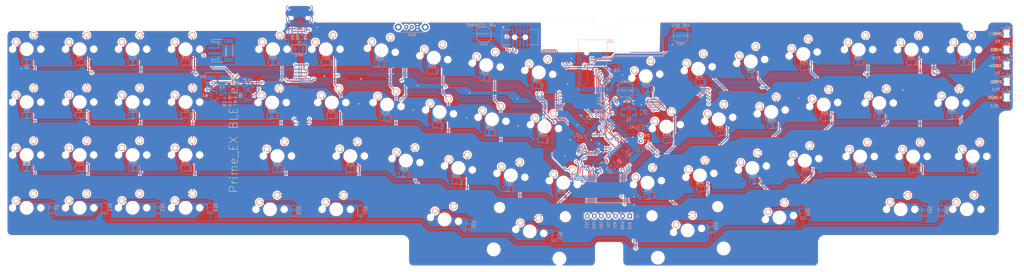
<source format=kicad_pcb>
(kicad_pcb (version 20171130) (host pcbnew "(5.1.0)-1")
  (layers (0 Top signal) (31 Bottom signal) (34 B.Paste user) (35 F.Paste user) (36 B.SilkS user) (37 F.SilkS user) (38 B.Mask user) (39 F.Mask user) (44 Edge.Cuts user))
  (net 0 "")
  (net 1 GND)
  (net 2 +3V3)
  (net 3 VBUS)
  (net 4 /RST)
  (net 5 /MISO)
  (net 6 /MOSI)
  (net 7 /SCK)
  (net 8 /CONNECTED)
  (net 9 /MODE)
  (net 10 /SWCLK)
  (net 11 /FCTRYRST)
  (net 12 "Net-(D1-PadA)")
  (net 13 "Net-(D2-PadA)")
  (net 14 "Net-(R8-Pad1)")
  (net 15 "Net-(R2-Pad2)")
  (net 16 "Net-(CHG1-PadC)")
  (net 17 "Net-(D3-Pad2)")
  (net 18 "Net-(D5-Pad2)")
  (net 19 "Net-(D6-Pad2)")
  (net 20 "Net-(D7-Pad2)")
  (net 21 "Net-(D8-Pad2)")
  (net 22 "Net-(D9-Pad2)")
  (net 23 "Net-(D10-Pad2)")
  (net 24 "Net-(D11-Pad2)")
  (net 25 "Net-(D12-Pad2)")
  (net 26 "Net-(D13-Pad2)")
  (net 27 "Net-(D14-Pad2)")
  (net 28 "Net-(D15-Pad2)")
  (net 29 "Net-(D16-Pad2)")
  (net 30 "Net-(D17-Pad2)")
  (net 31 "Net-(D18-Pad2)")
  (net 32 "Net-(D19-Pad2)")
  (net 33 "Net-(D20-Pad2)")
  (net 34 "Net-(D21-Pad2)")
  (net 35 "Net-(D22-Pad2)")
  (net 36 "Net-(D23-Pad2)")
  (net 37 "Net-(D24-Pad2)")
  (net 38 "Net-(D25-Pad2)")
  (net 39 "Net-(D26-Pad2)")
  (net 40 "Net-(D27-Pad2)")
  (net 41 "Net-(D28-Pad2)")
  (net 42 "Net-(D29-Pad2)")
  (net 43 "Net-(D30-Pad2)")
  (net 44 "Net-(D31-Pad2)")
  (net 45 "Net-(D32-Pad2)")
  (net 46 "Net-(D33-Pad2)")
  (net 47 "Net-(D34-Pad2)")
  (net 48 "Net-(D35-Pad2)")
  (net 49 "Net-(D36-Pad2)")
  (net 50 "Net-(D37-Pad2)")
  (net 51 "Net-(D38-Pad2)")
  (net 52 "Net-(D39-Pad2)")
  (net 53 "Net-(D40-Pad2)")
  (net 54 "Net-(D41-Pad2)")
  (net 55 "Net-(D42-Pad2)")
  (net 56 "Net-(D43-Pad2)")
  (net 57 "Net-(D44-Pad2)")
  (net 58 "Net-(D45-Pad2)")
  (net 59 "Net-(D46-Pad2)")
  (net 60 "Net-(D47-Pad2)")
  (net 61 "Net-(D48-Pad2)")
  (net 62 "Net-(D49-Pad2)")
  (net 63 "Net-(D50-Pad2)")
  (net 64 "Net-(D51-Pad2)")
  (net 65 "Net-(D52-Pad2)")
  (net 66 "Net-(D53-Pad2)")
  (net 67 "Net-(D54-Pad2)")
  (net 68 "Net-(D55-Pad2)")
  (net 69 "Net-(D56-Pad2)")
  (net 70 "Net-(D57-Pad2)")
  (net 71 "Net-(D58-Pad2)")
  (net 72 "Net-(D59-Pad2)")
  (net 73 "Net-(D60-Pad2)")
  (net 74 "Net-(D61-Pad2)")
  (net 75 "Net-(D62-Pad2)")
  (net 76 "Net-(D63-Pad2)")
  (net 77 "Net-(D64-Pad2)")
  (net 78 "Net-(D65-Pad2)")
  (net 79 /Col4)
  (net 80 "Net-(C1-Pad1)")
  (net 81 "Net-(C3-Pad2)")
  (net 82 "Net-(C4-Pad1)")
  (net 83 +BATT)
  (net 84 /Row3)
  (net 85 /Row2)
  (net 86 /Row1)
  (net 87 /Row0)
  (net 88 /Row4)
  (net 89 /Row5)
  (net 90 /Row6)
  (net 91 /Row7)
  (net 92 "Net-(F1-Pad1)")
  (net 93 /Col0)
  (net 94 /Col1)
  (net 95 /Col2)
  (net 96 /Col3)
  (net 97 /Col5)
  (net 98 /Col6)
  (net 99 /Col7)
  (net 100 /Col8)
  (net 101 "Net-(R4-Pad1)")
  (net 102 "Net-(R5-Pad1)")
  (net 103 /D-)
  (net 104 /D+)
  (net 105 "Net-(R6-Pad1)")
  (net 106 "Net-(R7-Pad1)")
  (net 107 "Net-(R9-Pad1)")
  (net 108 "Net-(SW2-Pad2)")
  (net 109 "Net-(SW4-Pad2)")
  (net 110 /SWDIO_RST)
  (net 111 /BLE_IRQ)
  (net 112 /BLE_CS)
  (net 113 "Net-(D66-Pad2)")
  (net 114 "Net-(D67-Pad2)")
  (net 115 /NUML)
  (net 116 /CAPS)
  (net 117 "Net-(JP1-Pad2)")
  (net 118 "Net-(JP2-Pad2)")
  (net 119 DEC2)
  (net 120 "Net-(U1-Pad40)")
  (net 121 "Net-(U1-Pad37)")
  (net 122 "Net-(U1-Pad33)")
  (net 123 "Net-(U1-Pad32)")
  (net 124 "Net-(U1-Pad31)")
  (net 125 "Net-(U1-Pad30)")
  (net 126 "Net-(U1-Pad29)")
  (net 127 "Net-(U1-Pad28)")
  (net 128 "Net-(U1-Pad27)")
  (net 129 "Net-(U1-Pad26)")
  (net 130 "Net-(U1-Pad23)")
  (net 131 "Net-(U1-Pad22)")
  (net 132 "Net-(U1-Pad21)")
  (net 133 "Net-(U1-Pad20)")
  (net 134 "Net-(U1-Pad19)")
  (net 135 "Net-(U1-Pad18)")
  (net 136 "Net-(U1-Pad17)")
  (net 137 DCC)
  (net 138 "Net-(U1-Pad12)")
  (net 139 "Net-(U1-Pad11)")
  (net 140 "Net-(U1-Pad10)")
  (net 141 "Net-(U1-Pad9)")
  (net 142 "Net-(U4-Pad2)")
  (net 143 "Net-(USB1-Pad9)")
  (net 144 "Net-(USB1-Pad3)")
  (net 145 "Net-(X2-Pad10)")
  (net 146 "Net-(X2-Pad8)")
  (net 147 "Net-(X2-Pad6)")
  (module "Adafruit Feather 32u4 Bluefruit LE:IN-S124BR_LED" (layer Bottom) (at 394.75 121.25)
    (fp_text reference D1 (at -3.940289 -5.08) (layer B.SilkS) (effects (justify mirror)))
    (fp_text value RED)
    (fp_arc (start 0.575 -5.68) (end 0.575 -6.08) (angle 90) (layer Edge.Cuts) (width 0.12))
    (fp_arc (start -0.625 -5.68) (end -1.025 -5.68) (angle 90) (layer Edge.Cuts) (width 0.12))
    (fp_arc (start 0.575 -4.48) (end 0.975 -4.48) (angle 90) (layer Edge.Cuts) (width 0.12))
    (fp_arc (start -0.625 -4.48) (end -0.625 -4.08) (angle 90) (layer Edge.Cuts) (width 0.12))
    (fp_line (start -1.025 -5.68) (end -1.025 -4.48) (layer Edge.Cuts) (width 0.12))
    (fp_line (start 0.975 -5.68) (end 0.975 -4.48) (layer Edge.Cuts) (width 0.12))
    (fp_line (start -0.625 -6.08) (end 0.575 -6.08) (layer Edge.Cuts) (width 0.12))
    (fp_line (start -0.625 -4.08) (end 0.575 -4.08) (layer Edge.Cuts) (width 0.12))
    (pad 1 smd rect (at 1.5 -5.08) (size 1 1.75) (layers Bottom B.Paste B.Mask))
    (pad 2 smd rect (at -1.5 -5.08) (size 1 1.75) (layers Bottom B.Paste B.Mask))
  )
  (module "Adafruit Feather 32u4 Bluefruit LE:IN-S124BR_LED" (layer Bottom) (at 394.75 115.5)
    (fp_text reference D2 (at -4.5 -5.08 180) (layer B.SilkS) (effects (justify mirror)))
    (fp_text value BLUE)
    (fp_arc (start 0.575 -5.68) (end 0.575 -6.08) (angle 90) (layer Edge.Cuts) (width 0.12))
    (fp_arc (start -0.625 -5.68) (end -1.025 -5.68) (angle 90) (layer Edge.Cuts) (width 0.12))
    (fp_arc (start 0.575 -4.48) (end 0.975 -4.48) (angle 90) (layer Edge.Cuts) (width 0.12))
    (fp_arc (start -0.625 -4.48) (end -0.625 -4.08) (angle 90) (layer Edge.Cuts) (width 0.12))
    (fp_line (start -1.025 -5.68) (end -1.025 -4.48) (layer Edge.Cuts) (width 0.12))
    (fp_line (start 0.975 -5.68) (end 0.975 -4.48) (layer Edge.Cuts) (width 0.12))
    (fp_line (start -0.625 -6.08) (end 0.575 -6.08) (layer Edge.Cuts) (width 0.12))
    (fp_line (start -0.625 -4.08) (end 0.575 -4.08) (layer Edge.Cuts) (width 0.12))
    (pad 1 smd rect (at 1.5 -5.08) (size 1 1.75) (layers Bottom B.Paste B.Mask))
    (pad 2 smd rect (at -1.5 -5.08) (size 1 1.75) (layers Bottom B.Paste B.Mask))
  )
  (module "Adafruit Feather 32u4 Bluefruit LE:IN-S124BR_LED" (layer Bottom) (at 394.75 109.75)
    (fp_text reference CHG1 (at -4.5 -5.08) (layer B.SilkS) (effects (justify mirror)))
    (fp_text value ORANGE)
    (fp_arc (start 0.575 -5.68) (end 0.575 -6.08) (angle 90) (layer Edge.Cuts) (width 0.12))
    (fp_arc (start -0.625 -5.68) (end -1.025 -5.68) (angle 90) (layer Edge.Cuts) (width 0.12))
    (fp_arc (start 0.575 -4.48) (end 0.975 -4.48) (angle 90) (layer Edge.Cuts) (width 0.12))
    (fp_arc (start -0.625 -4.48) (end -0.625 -4.08) (angle 90) (layer Edge.Cuts) (width 0.12))
    (fp_line (start -1.025 -5.68) (end -1.025 -4.48) (layer Edge.Cuts) (width 0.12))
    (fp_line (start 0.975 -5.68) (end 0.975 -4.48) (layer Edge.Cuts) (width 0.12))
    (fp_line (start -0.625 -6.08) (end 0.575 -6.08) (layer Edge.Cuts) (width 0.12))
    (fp_line (start -0.625 -4.08) (end 0.575 -4.08) (layer Edge.Cuts) (width 0.12))
    (pad 1 smd rect (at 1.5 -5.08) (size 1 1.75) (layers Bottom B.Paste B.Mask))
    (pad 2 smd rect (at -1.5 -5.08) (size 1 1.75) (layers Bottom B.Paste B.Mask))
  )
  (module "Adafruit Feather 32u4 Bluefruit LE:IN-S124BR_LED" (layer Bottom) (at 394.809711 127.071014)
    (fp_text reference D66 (at -4.5 -5.08) (layer B.SilkS) (effects (justify mirror)))
    (fp_text value LED)
    (fp_arc (start 0.575 -5.68) (end 0.575 -6.08) (angle 90) (layer Edge.Cuts) (width 0.12))
    (fp_arc (start -0.625 -5.68) (end -1.025 -5.68) (angle 90) (layer Edge.Cuts) (width 0.12))
    (fp_arc (start 0.575 -4.48) (end 0.975 -4.48) (angle 90) (layer Edge.Cuts) (width 0.12))
    (fp_arc (start -0.625 -4.48) (end -0.625 -4.08) (angle 90) (layer Edge.Cuts) (width 0.12))
    (fp_line (start -1.025 -5.68) (end -1.025 -4.48) (layer Edge.Cuts) (width 0.12))
    (fp_line (start 0.975 -5.68) (end 0.975 -4.48) (layer Edge.Cuts) (width 0.12))
    (fp_line (start -0.625 -6.08) (end 0.575 -6.08) (layer Edge.Cuts) (width 0.12))
    (fp_line (start -0.625 -4.08) (end 0.575 -4.08) (layer Edge.Cuts) (width 0.12))
    (pad 1 smd rect (at 1.5 -5.08) (size 1 1.75) (layers Bottom B.Paste B.Mask) (net 1 GND))
    (pad 2 smd rect (at -1.5 -5.08) (size 1 1.75) (layers Bottom B.Paste B.Mask) (net 113 "Net-(D66-Pad2)"))
  )
  (module "Adafruit Feather 32u4 Bluefruit LE:IN-S124BR_LED" (layer Bottom) (at 394.809711 132.741014)
    (fp_text reference D67 (at -4.5 -5.08) (layer B.SilkS) (effects (justify mirror)))
    (fp_text value LED)
    (fp_arc (start 0.575 -5.68) (end 0.575 -6.08) (angle 90) (layer Edge.Cuts) (width 0.12))
    (fp_arc (start -0.625 -5.68) (end -1.025 -5.68) (angle 90) (layer Edge.Cuts) (width 0.12))
    (fp_arc (start 0.575 -4.48) (end 0.975 -4.48) (angle 90) (layer Edge.Cuts) (width 0.12))
    (fp_arc (start -0.625 -4.48) (end -0.625 -4.08) (angle 90) (layer Edge.Cuts) (width 0.12))
    (fp_line (start -1.025 -5.68) (end -1.025 -4.48) (layer Edge.Cuts) (width 0.12))
    (fp_line (start 0.975 -5.68) (end 0.975 -4.48) (layer Edge.Cuts) (width 0.12))
    (fp_line (start -0.625 -6.08) (end 0.575 -6.08) (layer Edge.Cuts) (width 0.12))
    (fp_line (start -0.625 -4.08) (end 0.575 -4.08) (layer Edge.Cuts) (width 0.12))
    (pad 1 smd rect (at 1.5 -5.08) (size 1 1.75) (layers Bottom B.Paste B.Mask) (net 1 GND))
    (pad 2 smd rect (at -1.5 -5.08) (size 1 1.75) (layers Bottom B.Paste B.Mask) (net 114 "Net-(D67-Pad2)"))
  )
  (module Diode_SMD:D_SOD-123 (layer Bottom) (at 42.36 115.0525 180)
    (fp_text reference D3 (at 0 -1.925 180) (layer B.SilkS) (effects (font (size 0.8 0.8)) (justify mirror)))
    (fp_text value D hide)
    (pad 2 smd rect (at 1.65 0 180) (size 0.9 1.2) (layers Bottom B.Paste B.Mask) (net 17 "Net-(D3-Pad2)"))
    (pad 1 smd rect (at -1.65 0 180) (size 0.9 1.2) (layers Bottom B.Paste B.Mask) (net 84 /Row3))
  )
  (module "Adafruit Feather 32u4 Bluefruit LE:PKB_LOGO" (layer Bottom) (at 336.609711 164.141014 180)
    (fp_text reference REF** hide)
    (fp_text value PKB_LOGO hide)
  )
  (module keyboard_parts:CHERRY_PCB_225H (layer Top) (at 280.01 175.59 8)
    (fp_text reference K38 hide)
    (fp_text value KEYSW hide)
    (pad HOLE np_thru_hole circle (at 11.938 8.255 8) (size 3.9878 3.9878) (drill 3.9878) (layers *.Cu))
    (pad HOLE np_thru_hole circle (at -11.938 8.255 8) (size 3.9878 3.9878) (drill 3.9878) (layers *.Cu))
    (pad HOLE np_thru_hole circle (at 11.938 -6.985 8) (size 3.048 3.048) (drill 3.048) (layers *.Cu))
    (pad HOLE np_thru_hole circle (at -11.938 -6.985 8) (size 3.048 3.048) (drill 3.048) (layers *.Cu))
    (pad HOLE np_thru_hole circle (at 5.08 0 8) (size 1.7018 1.7018) (drill 1.7018) (layers *.Cu))
    (pad HOLE np_thru_hole circle (at -5.08 0 8) (size 1.7018 1.7018) (drill 1.7018) (layers *.Cu))
    (pad HOLE np_thru_hole circle (at 0 0 8) (size 3.9878 3.9878) (drill 3.9878) (layers *.Cu))
    (pad 2 thru_hole circle (at -3.81 -2.54 8) (size 2.286 2.286) (drill 1.4986) (layers *.Cu *.SilkS *.Mask) (net 58 "Net-(D45-Pad2)"))
    (pad 1 thru_hole circle (at 2.54 -5.079997 8) (size 2.286 2.286) (drill 1.4986) (layers *.Cu *.SilkS *.Mask) (net 97 /Col5))
  )
  (module keyboard_parts:CHERRY_PCB_200H (layer Top) (at 223.25 175.93 352)
    (fp_text reference K34 hide)
    (fp_text value KEYSW hide)
    (pad HOLE np_thru_hole circle (at 11.938 8.255 352) (size 3.9878 3.9878) (drill 3.9878) (layers *.Cu))
    (pad HOLE np_thru_hole circle (at -11.938 8.255 352) (size 3.9878 3.9878) (drill 3.9878) (layers *.Cu))
    (pad HOLE np_thru_hole circle (at 11.938 -6.985 352) (size 3.048 3.048) (drill 3.048) (layers *.Cu))
    (pad HOLE np_thru_hole circle (at -11.938 -6.985 352) (size 3.048 3.048) (drill 3.048) (layers *.Cu))
    (pad HOLE np_thru_hole circle (at 5.08 0 352) (size 1.7018 1.7018) (drill 1.7018) (layers *.Cu))
    (pad HOLE np_thru_hole circle (at -5.08 0 352) (size 1.7018 1.7018) (drill 1.7018) (layers *.Cu))
    (pad HOLE np_thru_hole circle (at 0 0 352) (size 3.9878 3.9878) (drill 3.9878) (layers *.Cu))
    (pad 2 thru_hole circle (at -3.81 -2.54 352) (size 2.286 2.286) (drill 1.4986) (layers *.Cu *.SilkS *.Mask) (net 54 "Net-(D41-Pad2)"))
    (pad 1 thru_hole circle (at 2.54 -5.08 352) (size 2.286 2.286) (drill 1.4986) (layers *.Cu *.SilkS *.Mask) (net 79 /Col4))
  )
  (module keyboard_parts:CHERRY_PCB_175H (layer Top) (at 132.5 148.77)
    (fp_text reference K15 hide)
    (fp_text value KEYSW hide)
    (pad HOLE np_thru_hole circle (at 5.08 0) (size 1.7018 1.7018) (drill 1.7018) (layers *.Cu))
    (pad HOLE np_thru_hole circle (at -5.08 0) (size 1.7018 1.7018) (drill 1.7018) (layers *.Cu))
    (pad HOLE np_thru_hole circle (at 0 0) (size 3.9878 3.9878) (drill 3.9878) (layers *.Cu))
    (pad 2 thru_hole circle (at -3.81 -2.54) (size 2.286 2.286) (drill 1.4986) (layers *.Cu *.SilkS *.Mask) (net 35 "Net-(D22-Pad2)"))
    (pad 1 thru_hole circle (at 2.54 -5.08) (size 2.286 2.286) (drill 1.4986) (layers *.Cu *.SilkS *.Mask) (net 95 /Col2))
  )
  (module keyboard_parts:CHERRY_PCB_175H (layer Top) (at 375.12 129.69)
    (fp_text reference K55 hide)
    (fp_text value KEYSW hide)
    (pad HOLE np_thru_hole circle (at 5.08 0) (size 1.7018 1.7018) (drill 1.7018) (layers *.Cu))
    (pad HOLE np_thru_hole circle (at -5.08 0) (size 1.7018 1.7018) (drill 1.7018) (layers *.Cu))
    (pad HOLE np_thru_hole circle (at 0 0) (size 3.9878 3.9878) (drill 3.9878) (layers *.Cu))
    (pad 2 thru_hole circle (at -3.81 -2.54) (size 2.286 2.286) (drill 1.4986) (layers *.Cu *.SilkS *.Mask) (net 76 "Net-(D63-Pad2)"))
    (pad 1 thru_hole circle (at 2.54 -5.08) (size 2.286 2.286) (drill 1.4986) (layers *.Cu *.SilkS *.Mask) (net 100 /Col8))
  )
  (module keyboard_parts:CHERRY_PCB_125H (layer Top) (at 130.61 129.51)
    (fp_text reference K14 hide)
    (fp_text value KEYSW hide)
    (pad HOLE np_thru_hole circle (at 5.08 0) (size 1.7018 1.7018) (drill 1.7018) (layers *.Cu))
    (pad HOLE np_thru_hole circle (at -5.08 0) (size 1.7018 1.7018) (drill 1.7018) (layers *.Cu))
    (pad HOLE np_thru_hole circle (at 0 0) (size 3.9878 3.9878) (drill 3.9878) (layers *.Cu))
    (pad 2 thru_hole circle (at -3.81 -2.54) (size 2.286 2.286) (drill 1.4986) (layers *.Cu *.SilkS *.Mask) (net 34 "Net-(D21-Pad2)"))
    (pad 1 thru_hole circle (at 2.54 -5.08) (size 2.286 2.286) (drill 1.4986) (layers *.Cu *.SilkS *.Mask) (net 95 /Col2))
  )
  (module keyboard_parts:CHERRY_PCB_125H (layer Top) (at 129.84 167.99)
    (fp_text reference K16 hide)
    (fp_text value KEYSW hide)
    (pad HOLE np_thru_hole circle (at 5.08 0) (size 1.7018 1.7018) (drill 1.7018) (layers *.Cu))
    (pad HOLE np_thru_hole circle (at -5.08 0) (size 1.7018 1.7018) (drill 1.7018) (layers *.Cu))
    (pad HOLE np_thru_hole circle (at 0 0) (size 3.9878 3.9878) (drill 3.9878) (layers *.Cu))
    (pad 2 thru_hole circle (at -3.81 -2.54) (size 2.286 2.286) (drill 1.4986) (layers *.Cu *.SilkS *.Mask) (net 36 "Net-(D23-Pad2)"))
    (pad 1 thru_hole circle (at 2.54 -5.08) (size 2.286 2.286) (drill 1.4986) (layers *.Cu *.SilkS *.Mask) (net 95 /Col2))
  )
  (module keyboard_parts:CHERRY_PCB_125H (layer Top) (at 153.67 167.99)
    (fp_text reference K20 hide)
    (fp_text value KEYSW hide)
    (pad HOLE np_thru_hole circle (at 5.08 0) (size 1.7018 1.7018) (drill 1.7018) (layers *.Cu))
    (pad HOLE np_thru_hole circle (at -5.08 0) (size 1.7018 1.7018) (drill 1.7018) (layers *.Cu))
    (pad HOLE np_thru_hole circle (at 0 0) (size 3.9878 3.9878) (drill 3.9878) (layers *.Cu))
    (pad 2 thru_hole circle (at -3.81 -2.54) (size 2.286 2.286) (drill 1.4986) (layers *.Cu *.SilkS *.Mask) (net 40 "Net-(D27-Pad2)"))
    (pad 1 thru_hole circle (at 2.54 -5.08) (size 2.286 2.286) (drill 1.4986) (layers *.Cu *.SilkS *.Mask) (net 95 /Col2))
  )
  (module keyboard_parts:CHERRY_PCB_125H (layer Top) (at 192.59 171.62 352)
    (fp_text reference K27 hide)
    (fp_text value KEYSW hide)
    (pad HOLE np_thru_hole circle (at 5.08 0 352) (size 1.7018 1.7018) (drill 1.7018) (layers *.Cu))
    (pad HOLE np_thru_hole circle (at -5.08 0 352) (size 1.7018 1.7018) (drill 1.7018) (layers *.Cu))
    (pad HOLE np_thru_hole circle (at 0 0 352) (size 3.9878 3.9878) (drill 3.9878) (layers *.Cu))
    (pad 2 thru_hole circle (at -3.81 -2.54 352) (size 2.286 2.286) (drill 1.4986) (layers *.Cu *.SilkS *.Mask) (net 47 "Net-(D34-Pad2)"))
    (pad 1 thru_hole circle (at 2.54 -5.08 352) (size 2.286 2.286) (drill 1.4986) (layers *.Cu *.SilkS *.Mask) (net 96 /Col3))
  )
  (module keyboard_parts:CHERRY_PCB_125H (layer Top) (at 313.03 170.94 8)
    (fp_text reference K45 hide)
    (fp_text value KEYSW hide)
    (pad HOLE np_thru_hole circle (at 5.08 0 8) (size 1.7018 1.7018) (drill 1.7018) (layers *.Cu))
    (pad HOLE np_thru_hole circle (at -5.08 0 8) (size 1.7018 1.7018) (drill 1.7018) (layers *.Cu))
    (pad HOLE np_thru_hole circle (at 0 0 8) (size 3.9878 3.9878) (drill 3.9878) (layers *.Cu))
    (pad 2 thru_hole circle (at -3.81 -2.54 8) (size 2.286 2.286) (drill 1.4986) (layers *.Cu *.SilkS *.Mask) (net 65 "Net-(D52-Pad2)"))
    (pad 1 thru_hole circle (at 2.54 -5.079997 8) (size 2.286 2.286) (drill 1.4986) (layers *.Cu *.SilkS *.Mask) (net 98 /Col6))
  )
  (module keyboard_parts:CHERRY_PCB_125H (layer Top) (at 356.64 167.99)
    (fp_text reference K54 hide)
    (fp_text value KEYSW hide)
    (pad HOLE np_thru_hole circle (at 5.08 0) (size 1.7018 1.7018) (drill 1.7018) (layers *.Cu))
    (pad HOLE np_thru_hole circle (at -5.08 0) (size 1.7018 1.7018) (drill 1.7018) (layers *.Cu))
    (pad HOLE np_thru_hole circle (at 0 0) (size 3.9878 3.9878) (drill 3.9878) (layers *.Cu))
    (pad 2 thru_hole circle (at -3.81 -2.54) (size 2.286 2.286) (drill 1.4986) (layers *.Cu *.SilkS *.Mask) (net 74 "Net-(D61-Pad2)"))
    (pad 1 thru_hole circle (at 2.54 -5.08) (size 2.286 2.286) (drill 1.4986) (layers *.Cu *.SilkS *.Mask) (net 99 /Col7))
  )
  (module keyboard_parts:CHERRY_PCB_125H (layer Top) (at 382.55 148.91)
    (fp_text reference K56 hide)
    (fp_text value KEYSW hide)
    (pad HOLE np_thru_hole circle (at 5.08 0) (size 1.7018 1.7018) (drill 1.7018) (layers *.Cu))
    (pad HOLE np_thru_hole circle (at -5.08 0) (size 1.7018 1.7018) (drill 1.7018) (layers *.Cu))
    (pad HOLE np_thru_hole circle (at 0 0) (size 3.9878 3.9878) (drill 3.9878) (layers *.Cu))
    (pad 2 thru_hole circle (at -3.81 -2.54) (size 2.286 2.286) (drill 1.4986) (layers *.Cu *.SilkS *.Mask) (net 77 "Net-(D64-Pad2)"))
    (pad 1 thru_hole circle (at 2.54 -5.08) (size 2.286 2.286) (drill 1.4986) (layers *.Cu *.SilkS *.Mask) (net 100 /Col8))
  )
  (module keyboard_parts:CHERRY_PCB_125H (layer Top) (at 380.46 167.97)
    (fp_text reference K57 hide)
    (fp_text value KEYSW hide)
    (pad HOLE np_thru_hole circle (at 5.08 0) (size 1.7018 1.7018) (drill 1.7018) (layers *.Cu))
    (pad HOLE np_thru_hole circle (at -5.08 0) (size 1.7018 1.7018) (drill 1.7018) (layers *.Cu))
    (pad HOLE np_thru_hole circle (at 0 0) (size 3.9878 3.9878) (drill 3.9878) (layers *.Cu))
    (pad 2 thru_hole circle (at -3.81 -2.54) (size 2.286 2.286) (drill 1.4986) (layers *.Cu *.SilkS *.Mask) (net 78 "Net-(D65-Pad2)"))
    (pad 1 thru_hole circle (at 2.54 -5.08) (size 2.286 2.286) (drill 1.4986) (layers *.Cu *.SilkS *.Mask) (net 100 /Col8))
  )
  (module keyboard_parts:CHERRY_PCB_100H (layer Top) (at 61.37 110.28)
    (fp_text reference K?2 hide)
    (fp_text value KEYSW hide)
    (pad HOLE np_thru_hole circle (at 5.08 0) (size 1.7018 1.7018) (drill 1.7018) (layers *.Cu))
    (pad HOLE np_thru_hole circle (at -5.08 0) (size 1.7018 1.7018) (drill 1.7018) (layers *.Cu))
    (pad HOLE np_thru_hole circle (at 0 0) (size 3.9878 3.9878) (drill 3.9878) (layers *.Cu))
    (pad 2 thru_hole circle (at -3.81 -2.54) (size 2.286 2.286) (drill 1.4986) (layers *.Cu *.SilkS *.Mask) (net 21 "Net-(D8-Pad2)"))
    (pad 1 thru_hole circle (at 2.54 -5.08) (size 2.286 2.286) (drill 1.4986) (layers *.Cu *.SilkS *.Mask) (net 93 /Col0))
  )
  (module keyboard_parts:CHERRY_PCB_100H (layer Top) (at 42.31 110.28)
    (fp_text reference K?1 hide)
    (fp_text value KEYSW hide)
    (pad HOLE np_thru_hole circle (at 5.08 0) (size 1.7018 1.7018) (drill 1.7018) (layers *.Cu))
    (pad HOLE np_thru_hole circle (at -5.08 0) (size 1.7018 1.7018) (drill 1.7018) (layers *.Cu))
    (pad HOLE np_thru_hole circle (at 0 0) (size 3.9878 3.9878) (drill 3.9878) (layers *.Cu))
    (pad 2 thru_hole circle (at -3.81 -2.54) (size 2.286 2.286) (drill 1.4986) (layers *.Cu *.SilkS *.Mask) (net 17 "Net-(D3-Pad2)"))
    (pad 1 thru_hole circle (at 2.54 -5.08) (size 2.286 2.286) (drill 1.4986) (layers *.Cu *.SilkS *.Mask) (net 93 /Col0))
  )
  (module keyboard_parts:CHERRY_PCB_100H (layer Top) (at 228.54 138.19 352)
    (fp_text reference K32 hide)
    (fp_text value KEYSW hide)
    (pad HOLE np_thru_hole circle (at 5.08 0 352) (size 1.7018 1.7018) (drill 1.7018) (layers *.Cu))
    (pad HOLE np_thru_hole circle (at -5.08 0 352) (size 1.7018 1.7018) (drill 1.7018) (layers *.Cu))
    (pad HOLE np_thru_hole circle (at 0 0 352) (size 3.9878 3.9878) (drill 3.9878) (layers *.Cu))
    (pad 2 thru_hole circle (at -3.81 -2.54 352) (size 2.286 2.286) (drill 1.4986) (layers *.Cu *.SilkS *.Mask) (net 52 "Net-(D39-Pad2)"))
    (pad 1 thru_hole circle (at 2.54 -5.08 352) (size 2.286 2.286) (drill 1.4986) (layers *.Cu *.SilkS *.Mask) (net 79 /Col4))
  )
  (module keyboard_parts:CHERRY_PCB_100H (layer Top) (at 42.31 167.45)
    (fp_text reference K3 hide)
    (fp_text value KEYSW hide)
    (pad HOLE np_thru_hole circle (at 5.08 0) (size 1.7018 1.7018) (drill 1.7018) (layers *.Cu))
    (pad HOLE np_thru_hole circle (at -5.08 0) (size 1.7018 1.7018) (drill 1.7018) (layers *.Cu))
    (pad HOLE np_thru_hole circle (at 0 0) (size 3.9878 3.9878) (drill 3.9878) (layers *.Cu))
    (pad 2 thru_hole circle (at -3.81 -2.54) (size 2.286 2.286) (drill 1.4986) (layers *.Cu *.SilkS *.Mask) (net 20 "Net-(D7-Pad2)"))
    (pad 1 thru_hole circle (at 2.54 -5.08) (size 2.286 2.286) (drill 1.4986) (layers *.Cu *.SilkS *.Mask) (net 93 /Col0))
  )
  (module keyboard_parts:CHERRY_PCB_100H (layer Top) (at 42.31 129.35)
    (fp_text reference K1 hide)
    (fp_text value KEYSW hide)
    (pad HOLE np_thru_hole circle (at 5.08 0) (size 1.7018 1.7018) (drill 1.7018) (layers *.Cu))
    (pad HOLE np_thru_hole circle (at -5.08 0) (size 1.7018 1.7018) (drill 1.7018) (layers *.Cu))
    (pad HOLE np_thru_hole circle (at 0 0) (size 3.9878 3.9878) (drill 3.9878) (layers *.Cu))
    (pad 2 thru_hole circle (at -3.81 -2.54) (size 2.286 2.286) (drill 1.4986) (layers *.Cu *.SilkS *.Mask) (net 18 "Net-(D5-Pad2)"))
    (pad 1 thru_hole circle (at 2.54 -5.08) (size 2.286 2.286) (drill 1.4986) (layers *.Cu *.SilkS *.Mask) (net 93 /Col0))
  )
  (module keyboard_parts:CHERRY_PCB_100H (layer Top) (at 42.31 148.4)
    (fp_text reference K2 (at 0 3.175) (layer F.SilkS) (effects (font (size 1.27 1.524) (thickness 0.2032))))
    (fp_text value KEYSW hide)
    (pad HOLE np_thru_hole circle (at 5.08 0) (size 1.7018 1.7018) (drill 1.7018) (layers *.Cu))
    (pad HOLE np_thru_hole circle (at -5.08 0) (size 1.7018 1.7018) (drill 1.7018) (layers *.Cu))
    (pad HOLE np_thru_hole circle (at 0 0) (size 3.9878 3.9878) (drill 3.9878) (layers *.Cu))
    (pad 2 thru_hole circle (at -3.81 -2.54) (size 2.286 2.286) (drill 1.4986) (layers *.Cu *.SilkS *.Mask) (net 19 "Net-(D6-Pad2)"))
    (pad 1 thru_hole circle (at 2.54 -5.08) (size 2.286 2.286) (drill 1.4986) (layers *.Cu *.SilkS *.Mask) (net 93 /Col0))
  )
  (module keyboard_parts:CHERRY_PCB_100H (layer Top) (at 61.37 129.34)
    (fp_text reference K4 hide)
    (fp_text value KEYSW hide)
    (pad HOLE np_thru_hole circle (at 5.08 0) (size 1.7018 1.7018) (drill 1.7018) (layers *.Cu))
    (pad HOLE np_thru_hole circle (at -5.08 0) (size 1.7018 1.7018) (drill 1.7018) (layers *.Cu))
    (pad HOLE np_thru_hole circle (at 0 0) (size 3.9878 3.9878) (drill 3.9878) (layers *.Cu))
    (pad 2 thru_hole circle (at -3.81 -2.54) (size 2.286 2.286) (drill 1.4986) (layers *.Cu *.SilkS *.Mask) (net 22 "Net-(D9-Pad2)"))
    (pad 1 thru_hole circle (at 2.54 -5.08) (size 2.286 2.286) (drill 1.4986) (layers *.Cu *.SilkS *.Mask) (net 93 /Col0))
  )
  (module keyboard_parts:CHERRY_PCB_100H (layer Top) (at 61.36 148.4)
    (fp_text reference K5 hide)
    (fp_text value KEYSW hide)
    (pad HOLE np_thru_hole circle (at 5.08 0) (size 1.7018 1.7018) (drill 1.7018) (layers *.Cu))
    (pad HOLE np_thru_hole circle (at -5.08 0) (size 1.7018 1.7018) (drill 1.7018) (layers *.Cu))
    (pad HOLE np_thru_hole circle (at 0 0) (size 3.9878 3.9878) (drill 3.9878) (layers *.Cu))
    (pad 2 thru_hole circle (at -3.81 -2.54) (size 2.286 2.286) (drill 1.4986) (layers *.Cu *.SilkS *.Mask) (net 23 "Net-(D10-Pad2)"))
    (pad 1 thru_hole circle (at 2.54 -5.08) (size 2.286 2.286) (drill 1.4986) (layers *.Cu *.SilkS *.Mask) (net 93 /Col0))
  )
  (module keyboard_parts:CHERRY_PCB_100H (layer Top) (at 61.37 167.44)
    (fp_text reference K6 hide)
    (fp_text value KEYSW hide)
    (pad HOLE np_thru_hole circle (at 5.08 0) (size 1.7018 1.7018) (drill 1.7018) (layers *.Cu))
    (pad HOLE np_thru_hole circle (at -5.08 0) (size 1.7018 1.7018) (drill 1.7018) (layers *.Cu))
    (pad HOLE np_thru_hole circle (at 0 0) (size 3.9878 3.9878) (drill 3.9878) (layers *.Cu))
    (pad 2 thru_hole circle (at -3.81 -2.54) (size 2.286 2.286) (drill 1.4986) (layers *.Cu *.SilkS *.Mask) (net 24 "Net-(D11-Pad2)"))
    (pad 1 thru_hole circle (at 2.54 -5.08) (size 2.286 2.286) (drill 1.4986) (layers *.Cu *.SilkS *.Mask) (net 93 /Col0))
  )
  (module keyboard_parts:CHERRY_PCB_100H (layer Top) (at 80.4 129.34)
    (fp_text reference K7 hide)
    (fp_text value KEYSW hide)
    (pad HOLE np_thru_hole circle (at 5.08 0) (size 1.7018 1.7018) (drill 1.7018) (layers *.Cu))
    (pad HOLE np_thru_hole circle (at -5.08 0) (size 1.7018 1.7018) (drill 1.7018) (layers *.Cu))
    (pad HOLE np_thru_hole circle (at 0 0) (size 3.9878 3.9878) (drill 3.9878) (layers *.Cu))
    (pad 2 thru_hole circle (at -3.81 -2.54) (size 2.286 2.286) (drill 1.4986) (layers *.Cu *.SilkS *.Mask) (net 26 "Net-(D13-Pad2)"))
    (pad 1 thru_hole circle (at 2.54 -5.08) (size 2.286 2.286) (drill 1.4986) (layers *.Cu *.SilkS *.Mask) (net 94 /Col1))
  )
  (module keyboard_parts:CHERRY_PCB_100H (layer Top) (at 80.42 148.39)
    (fp_text reference K8 hide)
    (fp_text value KEYSW hide)
    (pad HOLE np_thru_hole circle (at 5.08 0) (size 1.7018 1.7018) (drill 1.7018) (layers *.Cu))
    (pad HOLE np_thru_hole circle (at -5.08 0) (size 1.7018 1.7018) (drill 1.7018) (layers *.Cu))
    (pad HOLE np_thru_hole circle (at 0 0) (size 3.9878 3.9878) (drill 3.9878) (layers *.Cu))
    (pad 2 thru_hole circle (at -3.81 -2.54) (size 2.286 2.286) (drill 1.4986) (layers *.Cu *.SilkS *.Mask) (net 27 "Net-(D14-Pad2)"))
    (pad 1 thru_hole circle (at 2.54 -5.08) (size 2.286 2.286) (drill 1.4986) (layers *.Cu *.SilkS *.Mask) (net 94 /Col1))
  )
  (module keyboard_parts:CHERRY_PCB_100H (layer Top) (at 80.41 167.43)
    (fp_text reference K9 hide)
    (fp_text value KEYSW hide)
    (pad HOLE np_thru_hole circle (at 5.08 0) (size 1.7018 1.7018) (drill 1.7018) (layers *.Cu))
    (pad HOLE np_thru_hole circle (at -5.08 0) (size 1.7018 1.7018) (drill 1.7018) (layers *.Cu))
    (pad HOLE np_thru_hole circle (at 0 0) (size 3.9878 3.9878) (drill 3.9878) (layers *.Cu))
    (pad 2 thru_hole circle (at -3.81 -2.54) (size 2.286 2.286) (drill 1.4986) (layers *.Cu *.SilkS *.Mask) (net 28 "Net-(D15-Pad2)"))
    (pad 1 thru_hole circle (at 2.54 -5.08) (size 2.286 2.286) (drill 1.4986) (layers *.Cu *.SilkS *.Mask) (net 94 /Col1))
  )
  (module keyboard_parts:CHERRY_PCB_100H (layer Top) (at 99.46 129.34)
    (fp_text reference K10 hide)
    (fp_text value KEYSW hide)
    (pad HOLE np_thru_hole circle (at 5.08 0) (size 1.7018 1.7018) (drill 1.7018) (layers *.Cu))
    (pad HOLE np_thru_hole circle (at -5.08 0) (size 1.7018 1.7018) (drill 1.7018) (layers *.Cu))
    (pad HOLE np_thru_hole circle (at 0 0) (size 3.9878 3.9878) (drill 3.9878) (layers *.Cu))
    (pad 2 thru_hole circle (at -3.81 -2.54) (size 2.286 2.286) (drill 1.4986) (layers *.Cu *.SilkS *.Mask) (net 30 "Net-(D17-Pad2)"))
    (pad 1 thru_hole circle (at 2.54 -5.08) (size 2.286 2.286) (drill 1.4986) (layers *.Cu *.SilkS *.Mask) (net 94 /Col1))
  )
  (module keyboard_parts:CHERRY_PCB_100H (layer Top) (at 99.46 148.39)
    (fp_text reference K11 hide)
    (fp_text value KEYSW hide)
    (pad HOLE np_thru_hole circle (at 5.08 0) (size 1.7018 1.7018) (drill 1.7018) (layers *.Cu))
    (pad HOLE np_thru_hole circle (at -5.08 0) (size 1.7018 1.7018) (drill 1.7018) (layers *.Cu))
    (pad HOLE np_thru_hole circle (at 0 0) (size 3.9878 3.9878) (drill 3.9878) (layers *.Cu))
    (pad 2 thru_hole circle (at -3.81 -2.54) (size 2.286 2.286) (drill 1.4986) (layers *.Cu *.SilkS *.Mask) (net 31 "Net-(D18-Pad2)"))
    (pad 1 thru_hole circle (at 2.54 -5.08) (size 2.286 2.286) (drill 1.4986) (layers *.Cu *.SilkS *.Mask) (net 94 /Col1))
  )
  (module keyboard_parts:CHERRY_PCB_100H (layer Top) (at 99.46 167.43)
    (fp_text reference K12 hide)
    (fp_text value KEYSW hide)
    (pad HOLE np_thru_hole circle (at 5.08 0) (size 1.7018 1.7018) (drill 1.7018) (layers *.Cu))
    (pad HOLE np_thru_hole circle (at -5.08 0) (size 1.7018 1.7018) (drill 1.7018) (layers *.Cu))
    (pad HOLE np_thru_hole circle (at 0 0) (size 3.9878 3.9878) (drill 3.9878) (layers *.Cu))
    (pad 2 thru_hole circle (at -3.81 -2.54) (size 2.286 2.286) (drill 1.4986) (layers *.Cu *.SilkS *.Mask) (net 32 "Net-(D19-Pad2)"))
    (pad 1 thru_hole circle (at 2.54 -5.08) (size 2.286 2.286) (drill 1.4986) (layers *.Cu *.SilkS *.Mask) (net 94 /Col1))
  )
  (module keyboard_parts:CHERRY_PCB_100H (layer Top) (at 130.9 110.29)
    (fp_text reference K13 hide)
    (fp_text value KEYSW hide)
    (pad HOLE np_thru_hole circle (at 5.08 0) (size 1.7018 1.7018) (drill 1.7018) (layers *.Cu))
    (pad HOLE np_thru_hole circle (at -5.08 0) (size 1.7018 1.7018) (drill 1.7018) (layers *.Cu))
    (pad HOLE np_thru_hole circle (at 0 0) (size 3.9878 3.9878) (drill 3.9878) (layers *.Cu))
    (pad 2 thru_hole circle (at -3.81 -2.54) (size 2.286 2.286) (drill 1.4986) (layers *.Cu *.SilkS *.Mask) (net 33 "Net-(D20-Pad2)"))
    (pad 1 thru_hole circle (at 2.54 -5.08) (size 2.286 2.286) (drill 1.4986) (layers *.Cu *.SilkS *.Mask) (net 95 /Col2))
  )
  (module keyboard_parts:CHERRY_PCB_100H (layer Top) (at 149.95 110.29)
    (fp_text reference K17 hide)
    (fp_text value KEYSW hide)
    (pad HOLE np_thru_hole circle (at 5.08 0) (size 1.7018 1.7018) (drill 1.7018) (layers *.Cu))
    (pad HOLE np_thru_hole circle (at -5.08 0) (size 1.7018 1.7018) (drill 1.7018) (layers *.Cu))
    (pad HOLE np_thru_hole circle (at 0 0) (size 3.9878 3.9878) (drill 3.9878) (layers *.Cu))
    (pad 2 thru_hole circle (at -3.81 -2.54) (size 2.286 2.286) (drill 1.4986) (layers *.Cu *.SilkS *.Mask) (net 37 "Net-(D24-Pad2)"))
    (pad 1 thru_hole circle (at 2.54 -5.08) (size 2.286 2.286) (drill 1.4986) (layers *.Cu *.SilkS *.Mask) (net 95 /Col2))
  )
  (module keyboard_parts:CHERRY_PCB_100H (layer Top) (at 152.05 129.51)
    (fp_text reference K18 hide)
    (fp_text value KEYSW hide)
    (pad HOLE np_thru_hole circle (at 5.08 0) (size 1.7018 1.7018) (drill 1.7018) (layers *.Cu))
    (pad HOLE np_thru_hole circle (at -5.08 0) (size 1.7018 1.7018) (drill 1.7018) (layers *.Cu))
    (pad HOLE np_thru_hole circle (at 0 0) (size 3.9878 3.9878) (drill 3.9878) (layers *.Cu))
    (pad 2 thru_hole circle (at -3.81 -2.54) (size 2.286 2.286) (drill 1.4986) (layers *.Cu *.SilkS *.Mask) (net 38 "Net-(D25-Pad2)"))
    (pad 1 thru_hole circle (at 2.54 -5.08) (size 2.286 2.286) (drill 1.4986) (layers *.Cu *.SilkS *.Mask) (net 95 /Col2))
  )
  (module keyboard_parts:CHERRY_PCB_100H (layer Top) (at 158.71 148.77)
    (fp_text reference K19 hide)
    (fp_text value KEYSW hide)
    (pad HOLE np_thru_hole circle (at 5.08 0) (size 1.7018 1.7018) (drill 1.7018) (layers *.Cu))
    (pad HOLE np_thru_hole circle (at -5.08 0) (size 1.7018 1.7018) (drill 1.7018) (layers *.Cu))
    (pad HOLE np_thru_hole circle (at 0 0) (size 3.9878 3.9878) (drill 3.9878) (layers *.Cu))
    (pad 2 thru_hole circle (at -3.81 -2.54) (size 2.286 2.286) (drill 1.4986) (layers *.Cu *.SilkS *.Mask) (net 39 "Net-(D26-Pad2)"))
    (pad 1 thru_hole circle (at 2.54 -5.08) (size 2.286 2.286) (drill 1.4986) (layers *.Cu *.SilkS *.Mask) (net 95 /Col2))
  )
  (module keyboard_parts:CHERRY_PCB_100H (layer Top) (at 169.88 110.7 352)
    (fp_text reference K21 hide)
    (fp_text value KEYSW hide)
    (pad HOLE np_thru_hole circle (at 5.08 0 352) (size 1.7018 1.7018) (drill 1.7018) (layers *.Cu))
    (pad HOLE np_thru_hole circle (at -5.08 0 352) (size 1.7018 1.7018) (drill 1.7018) (layers *.Cu))
    (pad HOLE np_thru_hole circle (at 0 0 352) (size 3.9878 3.9878) (drill 3.9878) (layers *.Cu))
    (pad 2 thru_hole circle (at -3.81 -2.54 352) (size 2.286 2.286) (drill 1.4986) (layers *.Cu *.SilkS *.Mask) (net 41 "Net-(D28-Pad2)"))
    (pad 1 thru_hole circle (at 2.54 -5.08 352) (size 2.286 2.286) (drill 1.4986) (layers *.Cu *.SilkS *.Mask) (net 96 /Col3))
  )
  (module keyboard_parts:CHERRY_PCB_100H (layer Top) (at 171.95 130.23 352)
    (fp_text reference K22 hide)
    (fp_text value KEYSW hide)
    (pad HOLE np_thru_hole circle (at 5.08 0 352) (size 1.7018 1.7018) (drill 1.7018) (layers *.Cu))
    (pad HOLE np_thru_hole circle (at -5.08 0 352) (size 1.7018 1.7018) (drill 1.7018) (layers *.Cu))
    (pad HOLE np_thru_hole circle (at 0 0 352) (size 3.9878 3.9878) (drill 3.9878) (layers *.Cu))
    (pad 2 thru_hole circle (at -3.81 -2.54 352) (size 2.286 2.286) (drill 1.4986) (layers *.Cu *.SilkS *.Mask) (net 42 "Net-(D29-Pad2)"))
    (pad 1 thru_hole circle (at 2.54 -5.08 352) (size 2.286 2.286) (drill 1.4986) (layers *.Cu *.SilkS *.Mask) (net 96 /Col3))
  )
  (module keyboard_parts:CHERRY_PCB_100H (layer Top) (at 178.73 150.43 352)
    (fp_text reference K23 hide)
    (fp_text value KEYSW hide)
    (pad HOLE np_thru_hole circle (at 5.08 0 352) (size 1.7018 1.7018) (drill 1.7018) (layers *.Cu))
    (pad HOLE np_thru_hole circle (at -5.08 0 352) (size 1.7018 1.7018) (drill 1.7018) (layers *.Cu))
    (pad HOLE np_thru_hole circle (at 0 0 352) (size 3.9878 3.9878) (drill 3.9878) (layers *.Cu))
    (pad 2 thru_hole circle (at -3.81 -2.54 352) (size 2.286 2.286) (drill 1.4986) (layers *.Cu *.SilkS *.Mask) (net 43 "Net-(D30-Pad2)"))
    (pad 1 thru_hole circle (at 2.54 -5.08 352) (size 2.286 2.286) (drill 1.4986) (layers *.Cu *.SilkS *.Mask) (net 96 /Col3))
  )
  (module keyboard_parts:CHERRY_PCB_100H (layer Top) (at 188.74 113.36 352)
    (fp_text reference K24 hide)
    (fp_text value KEYSW hide)
    (pad HOLE np_thru_hole circle (at 5.08 0 352) (size 1.7018 1.7018) (drill 1.7018) (layers *.Cu))
    (pad HOLE np_thru_hole circle (at -5.08 0 352) (size 1.7018 1.7018) (drill 1.7018) (layers *.Cu))
    (pad HOLE np_thru_hole circle (at 0 0 352) (size 3.9878 3.9878) (drill 3.9878) (layers *.Cu))
    (pad 2 thru_hole circle (at -3.81 -2.54 352) (size 2.286 2.286) (drill 1.4986) (layers *.Cu *.SilkS *.Mask) (net 44 "Net-(D31-Pad2)"))
    (pad 1 thru_hole circle (at 2.54 -5.08 352) (size 2.286 2.286) (drill 1.4986) (layers *.Cu *.SilkS *.Mask) (net 96 /Col3))
  )
  (module keyboard_parts:CHERRY_PCB_100H (layer Top) (at 190.81 132.89 352)
    (fp_text reference K25 hide)
    (fp_text value KEYSW hide)
    (pad HOLE np_thru_hole circle (at 5.08 0 352) (size 1.7018 1.7018) (drill 1.7018) (layers *.Cu))
    (pad HOLE np_thru_hole circle (at -5.08 0 352) (size 1.7018 1.7018) (drill 1.7018) (layers *.Cu))
    (pad HOLE np_thru_hole circle (at 0 0 352) (size 3.9878 3.9878) (drill 3.9878) (layers *.Cu))
    (pad 2 thru_hole circle (at -3.81 -2.54 352) (size 2.286 2.286) (drill 1.4986) (layers *.Cu *.SilkS *.Mask) (net 45 "Net-(D32-Pad2)"))
    (pad 1 thru_hole circle (at 2.54 -5.08 352) (size 2.286 2.286) (drill 1.4986) (layers *.Cu *.SilkS *.Mask) (net 96 /Col3))
  )
  (module keyboard_parts:CHERRY_PCB_100H (layer Top) (at 197.59 153.07 352)
    (fp_text reference K26 hide)
    (fp_text value KEYSW hide)
    (pad HOLE np_thru_hole circle (at 5.08 0 352) (size 1.7018 1.7018) (drill 1.7018) (layers *.Cu))
    (pad HOLE np_thru_hole circle (at -5.08 0 352) (size 1.7018 1.7018) (drill 1.7018) (layers *.Cu))
    (pad HOLE np_thru_hole circle (at 0 0 352) (size 3.9878 3.9878) (drill 3.9878) (layers *.Cu))
    (pad 2 thru_hole circle (at -3.81 -2.54 352) (size 2.286 2.286) (drill 1.4986) (layers *.Cu *.SilkS *.Mask) (net 46 "Net-(D33-Pad2)"))
    (pad 1 thru_hole circle (at 2.54 -5.08 352) (size 2.286 2.286) (drill 1.4986) (layers *.Cu *.SilkS *.Mask) (net 96 /Col3))
  )
  (module keyboard_parts:CHERRY_PCB_100H (layer Top) (at 207.6 116.01 352)
    (fp_text reference K28 hide)
    (fp_text value KEYSW hide)
    (pad HOLE np_thru_hole circle (at 5.08 0 352) (size 1.7018 1.7018) (drill 1.7018) (layers *.Cu))
    (pad HOLE np_thru_hole circle (at -5.08 0 352) (size 1.7018 1.7018) (drill 1.7018) (layers *.Cu))
    (pad HOLE np_thru_hole circle (at 0 0 352) (size 3.9878 3.9878) (drill 3.9878) (layers *.Cu))
    (pad 2 thru_hole circle (at -3.81 -2.54 352) (size 2.286 2.286) (drill 1.4986) (layers *.Cu *.SilkS *.Mask) (net 48 "Net-(D35-Pad2)"))
    (pad 1 thru_hole circle (at 2.54 -5.08 352) (size 2.286 2.286) (drill 1.4986) (layers *.Cu *.SilkS *.Mask) (net 79 /Col4))
  )
  (module keyboard_parts:CHERRY_PCB_100H (layer Top) (at 209.67 135.55 352)
    (fp_text reference K29 hide)
    (fp_text value KEYSW hide)
    (pad HOLE np_thru_hole circle (at 5.08 0 352) (size 1.7018 1.7018) (drill 1.7018) (layers *.Cu))
    (pad HOLE np_thru_hole circle (at -5.08 0 352) (size 1.7018 1.7018) (drill 1.7018) (layers *.Cu))
    (pad HOLE np_thru_hole circle (at 0 0 352) (size 3.9878 3.9878) (drill 3.9878) (layers *.Cu))
    (pad 2 thru_hole circle (at -3.81 -2.54 352) (size 2.286 2.286) (drill 1.4986) (layers *.Cu *.SilkS *.Mask) (net 49 "Net-(D36-Pad2)"))
    (pad 1 thru_hole circle (at 2.54 -5.08 352) (size 2.286 2.286) (drill 1.4986) (layers *.Cu *.SilkS *.Mask) (net 79 /Col4))
  )
  (module keyboard_parts:CHERRY_PCB_100H (layer Top) (at 216.46 155.73 352)
    (fp_text reference K30 hide)
    (fp_text value KEYSW hide)
    (pad HOLE np_thru_hole circle (at 5.08 0 352) (size 1.7018 1.7018) (drill 1.7018) (layers *.Cu))
    (pad HOLE np_thru_hole circle (at -5.08 0 352) (size 1.7018 1.7018) (drill 1.7018) (layers *.Cu))
    (pad HOLE np_thru_hole circle (at 0 0 352) (size 3.9878 3.9878) (drill 3.9878) (layers *.Cu))
    (pad 2 thru_hole circle (at -3.81 -2.54 352) (size 2.286 2.286) (drill 1.4986) (layers *.Cu *.SilkS *.Mask) (net 50 "Net-(D37-Pad2)"))
    (pad 1 thru_hole circle (at 2.54 -5.08 352) (size 2.286 2.286) (drill 1.4986) (layers *.Cu *.SilkS *.Mask) (net 79 /Col4))
  )
  (module keyboard_parts:CHERRY_PCB_100H (layer Top) (at 226.48 118.65 352)
    (fp_text reference K31 hide)
    (fp_text value KEYSW hide)
    (pad HOLE np_thru_hole circle (at 5.08 0 352) (size 1.7018 1.7018) (drill 1.7018) (layers *.Cu))
    (pad HOLE np_thru_hole circle (at -5.08 0 352) (size 1.7018 1.7018) (drill 1.7018) (layers *.Cu))
    (pad HOLE np_thru_hole circle (at 0 0 352) (size 3.9878 3.9878) (drill 3.9878) (layers *.Cu))
    (pad 2 thru_hole circle (at -3.81 -2.54 352) (size 2.286 2.286) (drill 1.4986) (layers *.Cu *.SilkS *.Mask) (net 51 "Net-(D38-Pad2)"))
    (pad 1 thru_hole circle (at 2.54 -5.08 352) (size 2.286 2.286) (drill 1.4986) (layers *.Cu *.SilkS *.Mask) (net 79 /Col4))
  )
  (module keyboard_parts:CHERRY_PCB_100H (layer Top) (at 235.31 158.38 352)
    (fp_text reference K33 hide)
    (fp_text value KEYSW hide)
    (pad HOLE np_thru_hole circle (at 5.08 0 352) (size 1.7018 1.7018) (drill 1.7018) (layers *.Cu))
    (pad HOLE np_thru_hole circle (at -5.08 0 352) (size 1.7018 1.7018) (drill 1.7018) (layers *.Cu))
    (pad HOLE np_thru_hole circle (at 0 0 352) (size 3.9878 3.9878) (drill 3.9878) (layers *.Cu))
    (pad 2 thru_hole circle (at -3.81 -2.54 352) (size 2.286 2.286) (drill 1.4986) (layers *.Cu *.SilkS *.Mask) (net 53 "Net-(D40-Pad2)"))
    (pad 1 thru_hole circle (at 2.54 -5.08 352) (size 2.286 2.286) (drill 1.4986) (layers *.Cu *.SilkS *.Mask) (net 79 /Col4))
  )
  (module keyboard_parts:CHERRY_PCB_100H (layer Top) (at 264.99 119.99 8)
    (fp_text reference K35 hide)
    (fp_text value KEYSW hide)
    (pad HOLE np_thru_hole circle (at 5.08 0 8) (size 1.7018 1.7018) (drill 1.7018) (layers *.Cu))
    (pad HOLE np_thru_hole circle (at -5.08 0 8) (size 1.7018 1.7018) (drill 1.7018) (layers *.Cu))
    (pad HOLE np_thru_hole circle (at 0 0 8) (size 3.9878 3.9878) (drill 3.9878) (layers *.Cu))
    (pad 2 thru_hole circle (at -3.81 -2.54 8) (size 2.286 2.286) (drill 1.4986) (layers *.Cu *.SilkS *.Mask) (net 55 "Net-(D42-Pad2)"))
    (pad 1 thru_hole circle (at 2.54 -5.079997 8) (size 2.286 2.286) (drill 1.4986) (layers *.Cu *.SilkS *.Mask) (net 97 /Col5))
  )
  (module keyboard_parts:CHERRY_PCB_100H (layer Top) (at 272.36 138.19 8)
    (fp_text reference K36 hide)
    (fp_text value KEYSW hide)
    (pad HOLE np_thru_hole circle (at 5.08 0 8) (size 1.7018 1.7018) (drill 1.7018) (layers *.Cu))
    (pad HOLE np_thru_hole circle (at -5.08 0 8) (size 1.7018 1.7018) (drill 1.7018) (layers *.Cu))
    (pad HOLE np_thru_hole circle (at 0 0 8) (size 3.9878 3.9878) (drill 3.9878) (layers *.Cu))
    (pad 2 thru_hole circle (at -3.81 -2.54 8) (size 2.286 2.286) (drill 1.4986) (layers *.Cu *.SilkS *.Mask) (net 56 "Net-(D43-Pad2)"))
    (pad 1 thru_hole circle (at 2.54 -5.079997 8) (size 2.286 2.286) (drill 1.4986) (layers *.Cu *.SilkS *.Mask) (net 97 /Col5))
  )
  (module keyboard_parts:CHERRY_PCB_100H (layer Top) (at 265.57 158.38 8)
    (fp_text reference K37 hide)
    (fp_text value KEYSW hide)
    (pad HOLE np_thru_hole circle (at 5.08 0 8) (size 1.7018 1.7018) (drill 1.7018) (layers *.Cu))
    (pad HOLE np_thru_hole circle (at -5.08 0 8) (size 1.7018 1.7018) (drill 1.7018) (layers *.Cu))
    (pad HOLE np_thru_hole circle (at 0 0 8) (size 3.9878 3.9878) (drill 3.9878) (layers *.Cu))
    (pad 2 thru_hole circle (at -3.81 -2.54 8) (size 2.286 2.286) (drill 1.4986) (layers *.Cu *.SilkS *.Mask) (net 57 "Net-(D44-Pad2)"))
    (pad 1 thru_hole circle (at 2.54 -5.079997 8) (size 2.286 2.286) (drill 1.4986) (layers *.Cu *.SilkS *.Mask) (net 97 /Col5))
  )
  (module keyboard_parts:CHERRY_PCB_100H (layer Top) (at 283.85 117.33 8)
    (fp_text reference K39 hide)
    (fp_text value KEYSW hide)
    (pad HOLE np_thru_hole circle (at 5.08 0 8) (size 1.7018 1.7018) (drill 1.7018) (layers *.Cu))
    (pad HOLE np_thru_hole circle (at -5.08 0 8) (size 1.7018 1.7018) (drill 1.7018) (layers *.Cu))
    (pad HOLE np_thru_hole circle (at 0 0 8) (size 3.9878 3.9878) (drill 3.9878) (layers *.Cu))
    (pad 2 thru_hole circle (at -3.81 -2.54 8) (size 2.286 2.286) (drill 1.4986) (layers *.Cu *.SilkS *.Mask) (net 59 "Net-(D46-Pad2)"))
    (pad 1 thru_hole circle (at 2.54 -5.079997 8) (size 2.286 2.286) (drill 1.4986) (layers *.Cu *.SilkS *.Mask) (net 97 /Col5))
  )
  (module keyboard_parts:CHERRY_PCB_100H (layer Top) (at 291.22 135.54 8)
    (fp_text reference K40 hide)
    (fp_text value KEYSW hide)
    (pad HOLE np_thru_hole circle (at 5.08 0 8) (size 1.7018 1.7018) (drill 1.7018) (layers *.Cu))
    (pad HOLE np_thru_hole circle (at -5.08 0 8) (size 1.7018 1.7018) (drill 1.7018) (layers *.Cu))
    (pad HOLE np_thru_hole circle (at 0 0 8) (size 3.9878 3.9878) (drill 3.9878) (layers *.Cu))
    (pad 2 thru_hole circle (at -3.81 -2.54 8) (size 2.286 2.286) (drill 1.4986) (layers *.Cu *.SilkS *.Mask) (net 60 "Net-(D47-Pad2)"))
    (pad 1 thru_hole circle (at 2.54 -5.079997 8) (size 2.286 2.286) (drill 1.4986) (layers *.Cu *.SilkS *.Mask) (net 97 /Col5))
  )
  (module keyboard_parts:CHERRY_PCB_100H (layer Top) (at 284.44 155.73 8)
    (fp_text reference K41 hide)
    (fp_text value KEYSW hide)
    (pad HOLE np_thru_hole circle (at 5.08 0 8) (size 1.7018 1.7018) (drill 1.7018) (layers *.Cu))
    (pad HOLE np_thru_hole circle (at -5.08 0 8) (size 1.7018 1.7018) (drill 1.7018) (layers *.Cu))
    (pad HOLE np_thru_hole circle (at 0 0 8) (size 3.9878 3.9878) (drill 3.9878) (layers *.Cu))
    (pad 2 thru_hole circle (at -3.81 -2.54 8) (size 2.286 2.286) (drill 1.4986) (layers *.Cu *.SilkS *.Mask) (net 61 "Net-(D48-Pad2)"))
    (pad 1 thru_hole circle (at 2.54 -5.079997 8) (size 2.286 2.286) (drill 1.4986) (layers *.Cu *.SilkS *.Mask) (net 97 /Col5))
  )
  (module keyboard_parts:CHERRY_PCB_100H (layer Top) (at 302.72 114.69 8)
    (fp_text reference K42 hide)
    (fp_text value KEYSW hide)
    (pad HOLE np_thru_hole circle (at 5.08 0 8) (size 1.7018 1.7018) (drill 1.7018) (layers *.Cu))
    (pad HOLE np_thru_hole circle (at -5.08 0 8) (size 1.7018 1.7018) (drill 1.7018) (layers *.Cu))
    (pad HOLE np_thru_hole circle (at 0 0 8) (size 3.9878 3.9878) (drill 3.9878) (layers *.Cu))
    (pad 2 thru_hole circle (at -3.81 -2.54 8) (size 2.286 2.286) (drill 1.4986) (layers *.Cu *.SilkS *.Mask) (net 62 "Net-(D49-Pad2)"))
    (pad 1 thru_hole circle (at 2.54 -5.079997 8) (size 2.286 2.286) (drill 1.4986) (layers *.Cu *.SilkS *.Mask) (net 98 /Col6))
  )
  (module keyboard_parts:CHERRY_PCB_100H (layer Top) (at 310.09 132.9 8)
    (fp_text reference K43 hide)
    (fp_text value KEYSW hide)
    (pad HOLE np_thru_hole circle (at 5.08 0 8) (size 1.7018 1.7018) (drill 1.7018) (layers *.Cu))
    (pad HOLE np_thru_hole circle (at -5.08 0 8) (size 1.7018 1.7018) (drill 1.7018) (layers *.Cu))
    (pad HOLE np_thru_hole circle (at 0 0 8) (size 3.9878 3.9878) (drill 3.9878) (layers *.Cu))
    (pad 2 thru_hole circle (at -3.81 -2.54 8) (size 2.286 2.286) (drill 1.4986) (layers *.Cu *.SilkS *.Mask) (net 63 "Net-(D50-Pad2)"))
    (pad 1 thru_hole circle (at 2.54 -5.079997 8) (size 2.286 2.286) (drill 1.4986) (layers *.Cu *.SilkS *.Mask) (net 98 /Col6))
  )
  (module keyboard_parts:CHERRY_PCB_100H (layer Top) (at 303.31 153.08 8)
    (fp_text reference K44 hide)
    (fp_text value KEYSW hide)
    (pad HOLE np_thru_hole circle (at 5.08 0 8) (size 1.7018 1.7018) (drill 1.7018) (layers *.Cu))
    (pad HOLE np_thru_hole circle (at -5.08 0 8) (size 1.7018 1.7018) (drill 1.7018) (layers *.Cu))
    (pad HOLE np_thru_hole circle (at 0 0 8) (size 3.9878 3.9878) (drill 3.9878) (layers *.Cu))
    (pad 2 thru_hole circle (at -3.81 -2.54 8) (size 2.286 2.286) (drill 1.4986) (layers *.Cu *.SilkS *.Mask) (net 64 "Net-(D51-Pad2)"))
    (pad 1 thru_hole circle (at 2.54 -5.079997 8) (size 2.286 2.286) (drill 1.4986) (layers *.Cu *.SilkS *.Mask) (net 98 /Col6))
  )
  (module keyboard_parts:CHERRY_PCB_100H (layer Top) (at 321.59 112.02 8)
    (fp_text reference K46 hide)
    (fp_text value KEYSW hide)
    (pad HOLE np_thru_hole circle (at 5.08 0 8) (size 1.7018 1.7018) (drill 1.7018) (layers *.Cu))
    (pad HOLE np_thru_hole circle (at -5.08 0 8) (size 1.7018 1.7018) (drill 1.7018) (layers *.Cu))
    (pad HOLE np_thru_hole circle (at 0 0 8) (size 3.9878 3.9878) (drill 3.9878) (layers *.Cu))
    (pad 2 thru_hole circle (at -3.81 -2.54 8) (size 2.286 2.286) (drill 1.4986) (layers *.Cu *.SilkS *.Mask) (net 66 "Net-(D53-Pad2)"))
    (pad 1 thru_hole circle (at 2.54 -5.079997 8) (size 2.286 2.286) (drill 1.4986) (layers *.Cu *.SilkS *.Mask) (net 98 /Col6))
  )
  (module keyboard_parts:CHERRY_PCB_100H (layer Top) (at 328.95 130.23 8)
    (fp_text reference K47 hide)
    (fp_text value KEYSW hide)
    (pad HOLE np_thru_hole circle (at 5.08 0 8) (size 1.7018 1.7018) (drill 1.7018) (layers *.Cu))
    (pad HOLE np_thru_hole circle (at -5.08 0 8) (size 1.7018 1.7018) (drill 1.7018) (layers *.Cu))
    (pad HOLE np_thru_hole circle (at 0 0 8) (size 3.9878 3.9878) (drill 3.9878) (layers *.Cu))
    (pad 2 thru_hole circle (at -3.81 -2.54 8) (size 2.286 2.286) (drill 1.4986) (layers *.Cu *.SilkS *.Mask) (net 67 "Net-(D54-Pad2)"))
    (pad 1 thru_hole circle (at 2.54 -5.079997 8) (size 2.286 2.286) (drill 1.4986) (layers *.Cu *.SilkS *.Mask) (net 98 /Col6))
  )
  (module keyboard_parts:CHERRY_PCB_100H (layer Top) (at 322.17 150.43 8)
    (fp_text reference K48 hide)
    (fp_text value KEYSW hide)
    (pad HOLE np_thru_hole circle (at 5.08 0 8) (size 1.7018 1.7018) (drill 1.7018) (layers *.Cu))
    (pad HOLE np_thru_hole circle (at -5.08 0 8) (size 1.7018 1.7018) (drill 1.7018) (layers *.Cu))
    (pad HOLE np_thru_hole circle (at 0 0 8) (size 3.9878 3.9878) (drill 3.9878) (layers *.Cu))
    (pad 2 thru_hole circle (at -3.81 -2.54 8) (size 2.286 2.286) (drill 1.4986) (layers *.Cu *.SilkS *.Mask) (net 68 "Net-(D55-Pad2)"))
    (pad 1 thru_hole circle (at 2.54 -5.079997 8) (size 2.286 2.286) (drill 1.4986) (layers *.Cu *.SilkS *.Mask) (net 98 /Col6))
  )
  (module keyboard_parts:CHERRY_PCB_100H (layer Top) (at 341.5 110.44)
    (fp_text reference K49 hide)
    (fp_text value KEYSW hide)
    (pad HOLE np_thru_hole circle (at 5.08 0) (size 1.7018 1.7018) (drill 1.7018) (layers *.Cu))
    (pad HOLE np_thru_hole circle (at -5.08 0) (size 1.7018 1.7018) (drill 1.7018) (layers *.Cu))
    (pad HOLE np_thru_hole circle (at 0 0) (size 3.9878 3.9878) (drill 3.9878) (layers *.Cu))
    (pad 2 thru_hole circle (at -3.81 -2.54) (size 2.286 2.286) (drill 1.4986) (layers *.Cu *.SilkS *.Mask) (net 69 "Net-(D56-Pad2)"))
    (pad 1 thru_hole circle (at 2.54 -5.08) (size 2.286 2.286) (drill 1.4986) (layers *.Cu *.SilkS *.Mask) (net 99 /Col7))
  )
  (module keyboard_parts:CHERRY_PCB_100H (layer Top) (at 348.93 129.67)
    (fp_text reference K50 hide)
    (fp_text value KEYSW hide)
    (pad HOLE np_thru_hole circle (at 5.08 0) (size 1.7018 1.7018) (drill 1.7018) (layers *.Cu))
    (pad HOLE np_thru_hole circle (at -5.08 0) (size 1.7018 1.7018) (drill 1.7018) (layers *.Cu))
    (pad HOLE np_thru_hole circle (at 0 0) (size 3.9878 3.9878) (drill 3.9878) (layers *.Cu))
    (pad 2 thru_hole circle (at -3.81 -2.54) (size 2.286 2.286) (drill 1.4986) (layers *.Cu *.SilkS *.Mask) (net 70 "Net-(D57-Pad2)"))
    (pad 1 thru_hole circle (at 2.54 -5.08) (size 2.286 2.286) (drill 1.4986) (layers *.Cu *.SilkS *.Mask) (net 99 /Col7))
  )
  (module keyboard_parts:CHERRY_PCB_100H (layer Top) (at 342.09 148.93)
    (fp_text reference K51 hide)
    (fp_text value KEYSW hide)
    (pad HOLE np_thru_hole circle (at 5.08 0) (size 1.7018 1.7018) (drill 1.7018) (layers *.Cu))
    (pad HOLE np_thru_hole circle (at -5.08 0) (size 1.7018 1.7018) (drill 1.7018) (layers *.Cu))
    (pad HOLE np_thru_hole circle (at 0 0) (size 3.9878 3.9878) (drill 3.9878) (layers *.Cu))
    (pad 2 thru_hole circle (at -3.81 -2.54) (size 2.286 2.286) (drill 1.4986) (layers *.Cu *.SilkS *.Mask) (net 71 "Net-(D58-Pad2)"))
    (pad 1 thru_hole circle (at 2.54 -5.08) (size 2.286 2.286) (drill 1.4986) (layers *.Cu *.SilkS *.Mask) (net 99 /Col7))
  )
  (module keyboard_parts:CHERRY_PCB_100H (layer Top) (at 360.54 110.44)
    (fp_text reference K52 hide)
    (fp_text value KEYSW hide)
    (pad HOLE np_thru_hole circle (at 5.08 0) (size 1.7018 1.7018) (drill 1.7018) (layers *.Cu))
    (pad HOLE np_thru_hole circle (at -5.08 0) (size 1.7018 1.7018) (drill 1.7018) (layers *.Cu))
    (pad HOLE np_thru_hole circle (at 0 0) (size 3.9878 3.9878) (drill 3.9878) (layers *.Cu))
    (pad 2 thru_hole circle (at -3.81 -2.54) (size 2.286 2.286) (drill 1.4986) (layers *.Cu *.SilkS *.Mask) (net 72 "Net-(D59-Pad2)"))
    (pad 1 thru_hole circle (at 2.54 -5.08) (size 2.286 2.286) (drill 1.4986) (layers *.Cu *.SilkS *.Mask) (net 99 /Col7))
  )
  (module keyboard_parts:CHERRY_PCB_100H (layer Top) (at 361.13 148.93)
    (fp_text reference K53 hide)
    (fp_text value KEYSW hide)
    (pad HOLE np_thru_hole circle (at 5.08 0) (size 1.7018 1.7018) (drill 1.7018) (layers *.Cu))
    (pad HOLE np_thru_hole circle (at -5.08 0) (size 1.7018 1.7018) (drill 1.7018) (layers *.Cu))
    (pad HOLE np_thru_hole circle (at 0 0) (size 3.9878 3.9878) (drill 3.9878) (layers *.Cu))
    (pad 2 thru_hole circle (at -3.81 -2.54) (size 2.286 2.286) (drill 1.4986) (layers *.Cu *.SilkS *.Mask) (net 73 "Net-(D60-Pad2)"))
    (pad 1 thru_hole circle (at 2.54 -5.08) (size 2.286 2.286) (drill 1.4986) (layers *.Cu *.SilkS *.Mask) (net 99 /Col7))
  )
  (module keyboard_parts:CHERRY_PCB_100H (layer Top) (at 80.41 110.29)
    (fp_text reference K?3 hide)
    (fp_text value KEYSW hide)
    (pad HOLE np_thru_hole circle (at 5.08 0) (size 1.7018 1.7018) (drill 1.7018) (layers *.Cu))
    (pad HOLE np_thru_hole circle (at -5.08 0) (size 1.7018 1.7018) (drill 1.7018) (layers *.Cu))
    (pad HOLE np_thru_hole circle (at 0 0) (size 3.9878 3.9878) (drill 3.9878) (layers *.Cu))
    (pad 2 thru_hole circle (at -3.81 -2.54) (size 2.286 2.286) (drill 1.4986) (layers *.Cu *.SilkS *.Mask) (net 25 "Net-(D12-Pad2)"))
    (pad 1 thru_hole circle (at 2.54 -5.08) (size 2.286 2.286) (drill 1.4986) (layers *.Cu *.SilkS *.Mask) (net 94 /Col1))
  )
  (module keyboard_parts:CHERRY_PCB_100H (layer Top) (at 99.46 110.29)
    (fp_text reference K?4 hide)
    (fp_text value KEYSW hide)
    (pad HOLE np_thru_hole circle (at 5.08 0) (size 1.7018 1.7018) (drill 1.7018) (layers *.Cu))
    (pad HOLE np_thru_hole circle (at -5.08 0) (size 1.7018 1.7018) (drill 1.7018) (layers *.Cu))
    (pad HOLE np_thru_hole circle (at 0 0) (size 3.9878 3.9878) (drill 3.9878) (layers *.Cu))
    (pad 2 thru_hole circle (at -3.81 -2.54) (size 2.286 2.286) (drill 1.4986) (layers *.Cu *.SilkS *.Mask) (net 29 "Net-(D16-Pad2)"))
    (pad 1 thru_hole circle (at 2.54 -5.08) (size 2.286 2.286) (drill 1.4986) (layers *.Cu *.SilkS *.Mask) (net 94 /Col1))
  )
  (module keyboard_parts:CHERRY_PCB_100H (layer Top) (at 379.59 110.44)
    (fp_text reference K?5 hide)
    (fp_text value KEYSW hide)
    (pad HOLE np_thru_hole circle (at 5.08 0) (size 1.7018 1.7018) (drill 1.7018) (layers *.Cu))
    (pad HOLE np_thru_hole circle (at -5.08 0) (size 1.7018 1.7018) (drill 1.7018) (layers *.Cu))
    (pad HOLE np_thru_hole circle (at 0 0) (size 3.9878 3.9878) (drill 3.9878) (layers *.Cu))
    (pad 2 thru_hole circle (at -3.81 -2.54) (size 2.286 2.286) (drill 1.4986) (layers *.Cu *.SilkS *.Mask) (net 75 "Net-(D62-Pad2)"))
    (pad 1 thru_hole circle (at 2.54 -5.08) (size 2.286 2.286) (drill 1.4986) (layers *.Cu *.SilkS *.Mask) (net 100 /Col8))
  )
  (module "Adafruit Feather 32u4 Bluefruit LE:SW_EG1212" (layer Bottom) (at 180.809711 102.341014)
    (fp_text reference SW4 (at 0 2.8) (layer B.SilkS) (effects (justify mirror)))
    (fp_text value SW_SPDT)
    (pad 2 thru_hole circle (at 0 0) (size 1.524 1.524) (drill 0.7) (layers *.Cu *.Mask) (net 109 "Net-(SW4-Pad2)"))
    (pad 3 thru_hole circle (at 2 0) (size 1.524 1.524) (drill 0.7) (layers *.Cu *.Mask) (net 1 GND))
    (pad 1 thru_hole circle (at -2 0) (size 1.524 1.524) (drill 0.7) (layers *.Cu *.Mask) (net 3 VBUS))
    (pad "" thru_hole circle (at -4.85 0) (size 2.5 2.5) (drill 1.4) (layers *.Cu *.Mask))
    (pad "" thru_hole circle (at 4.85 0) (size 2.5 2.5) (drill 1.4) (layers *.Cu *.Mask))
  )
  (module Connector_PinSocket_2.54mm:PinSocket_1x07_P2.54mm_Vertical (layer Bottom) (at 259.2 170.4 90)
    (fp_text reference J1 (at 0 2.77 90) (layer B.SilkS) (effects (justify mirror)))
    (fp_text value JTAG_ITF)
    (fp_text user 3V3 (at -3.4 0 90) (layer B.SilkS) (effects (justify mirror)))
    (fp_text user GND (at -3.4 -2.6 90) (layer B.SilkS) (effects (justify mirror)))
    (fp_text user RST (at -3.4 -5.2 90) (layer B.SilkS) (effects (justify mirror)))
    (fp_text user TDI (at -3.2 -7.6 90) (layer B.SilkS) (effects (justify mirror)))
    (fp_text user TDO (at -3.2 -10.2 90) (layer B.SilkS) (effects (justify mirror)))
    (fp_text user TMS (at -3.2 -12.8 90) (layer B.SilkS) (effects (justify mirror)))
    (fp_text user TCK (at -3.2 -15.4 90) (layer B.SilkS) (effects (justify mirror)))
    (pad 1 thru_hole rect (at 0 0 90) (size 1.7 1.7) (drill 1) (layers *.Cu *.Mask) (net 2 +3V3))
    (pad 2 thru_hole oval (at 0 -2.54 90) (size 1.7 1.7) (drill 1) (layers *.Cu *.Mask) (net 1 GND))
    (pad 3 thru_hole oval (at 0 -5.08 90) (size 1.7 1.7) (drill 1) (layers *.Cu *.Mask) (net 4 /RST))
    (pad 4 thru_hole oval (at 0 -7.62 90) (size 1.7 1.7) (drill 1) (layers *.Cu *.Mask) (net 84 /Row3))
    (pad 5 thru_hole oval (at 0 -10.16 90) (size 1.7 1.7) (drill 1) (layers *.Cu *.Mask) (net 85 /Row2))
    (pad 6 thru_hole oval (at 0 -12.7 90) (size 1.7 1.7) (drill 1) (layers *.Cu *.Mask) (net 88 /Row4))
    (pad 7 thru_hole oval (at 0 -15.24 90) (size 1.7 1.7) (drill 1) (layers *.Cu *.Mask) (net 89 /Row5))
  )
  (module Connector_PinSocket_2.00mm:PinSocket_1x02_P2.00mm_Vertical (layer Bottom) (at 263.2 143.4)
    (fp_text reference J2 hide)
    (fp_text value Conn_01x02)
    (fp_text user B7 (at 2.2 0) (layer B.SilkS) (effects (justify mirror)))
    (fp_text user D5 (at 2.2 -2) (layer B.SilkS) (effects (justify mirror)))
    (pad 1 thru_hole circle (at 0 0) (size 1.35 1.35) (drill 0.8) (layers *.Cu *.Mask) (net 115 /NUML))
    (pad 2 thru_hole oval (at 0 -2) (size 1.35 1.35) (drill 0.8) (layers *.Cu *.Mask) (net 116 /CAPS))
  )
  (module Capacitor_SMD:C_0603_1608Metric_Pad1.05x0.95mm_HandSolder (layer Bottom) (at 109.755274 123.834248)
    (fp_text reference C3 (at 2.8 0) (layer B.SilkS) (effects (justify mirror)))
    (fp_text value 470pF)
    (pad 2 smd roundrect (at 0.875 0) (size 1.05 0.95) (layers Bottom B.Paste B.Mask) (net 81 "Net-(C3-Pad2)"))
    (pad 1 smd roundrect (at -0.875 0) (size 1.05 0.95) (layers Bottom B.Paste B.Mask) (net 1 GND))
  )
  (module Package_QFP:TQFP-44_10x10mm_P0.8mm (layer Bottom) (at 250.55 142.33 315)
    (fp_text reference U4 (at 0 7.45 315) (layer B.SilkS) (effects (justify mirror)))
    (fp_text value ATmega32U4-AU)
    (pad 1 smd rect (at -5.7 4 315) (size 1.5 0.55) (layers Bottom B.Paste B.Mask) (net 111 /BLE_IRQ))
    (pad 2 smd rect (at -5.7 3.2 315) (size 1.5 0.55) (layers Bottom B.Paste B.Mask) (net 142 "Net-(U4-Pad2)"))
    (pad 3 smd rect (at -5.7 2.4 315) (size 1.5 0.55) (layers Bottom B.Paste B.Mask) (net 103 /D-))
    (pad 4 smd rect (at -5.7 1.6 315) (size 1.5 0.55) (layers Bottom B.Paste B.Mask) (net 104 /D+))
    (pad 5 smd rect (at -5.7 0.8 315) (size 1.5 0.55) (layers Bottom B.Paste B.Mask) (net 1 GND))
    (pad 6 smd rect (at -5.7 0 315) (size 1.5 0.55) (layers Bottom B.Paste B.Mask) (net 2 +3V3))
    (pad 7 smd rect (at -5.7 -0.8 315) (size 1.5 0.55) (layers Bottom B.Paste B.Mask) (net 3 VBUS))
    (pad 8 smd rect (at -5.7 -1.6 315) (size 1.5 0.55) (layers Bottom B.Paste B.Mask) (net 93 /Col0))
    (pad 9 smd rect (at -5.7 -2.4 315) (size 1.5 0.55) (layers Bottom B.Paste B.Mask) (net 7 /SCK))
    (pad 10 smd rect (at -5.7 -3.2 315) (size 1.5 0.55) (layers Bottom B.Paste B.Mask) (net 6 /MOSI))
    (pad 11 smd rect (at -5.7 -4 315) (size 1.5 0.55) (layers Bottom B.Paste B.Mask) (net 5 /MISO))
    (pad 12 smd rect (at -4 -5.7 225) (size 1.5 0.55) (layers Bottom B.Paste B.Mask) (net 115 /NUML))
    (pad 13 smd rect (at -3.2 -5.7 225) (size 1.5 0.55) (layers Bottom B.Paste B.Mask) (net 4 /RST))
    (pad 14 smd rect (at -2.4 -5.7 225) (size 1.5 0.55) (layers Bottom B.Paste B.Mask) (net 2 +3V3))
    (pad 15 smd rect (at -1.6 -5.7 225) (size 1.5 0.55) (layers Bottom B.Paste B.Mask) (net 1 GND))
    (pad 16 smd rect (at -0.8 -5.7 225) (size 1.5 0.55) (layers Bottom B.Paste B.Mask) (net 82 "Net-(C4-Pad1)"))
    (pad 17 smd rect (at 0 -5.7 225) (size 1.5 0.55) (layers Bottom B.Paste B.Mask) (net 80 "Net-(C1-Pad1)"))
    (pad 18 smd rect (at 0.8 -5.7 225) (size 1.5 0.55) (layers Bottom B.Paste B.Mask) (net 97 /Col5))
    (pad 19 smd rect (at 1.6 -5.7 225) (size 1.5 0.55) (layers Bottom B.Paste B.Mask) (net 98 /Col6))
    (pad 20 smd rect (at 2.4 -5.7 225) (size 1.5 0.55) (layers Bottom B.Paste B.Mask) (net 99 /Col7))
    (pad 21 smd rect (at 3.2 -5.7 225) (size 1.5 0.55) (layers Bottom B.Paste B.Mask) (net 100 /Col8))
    (pad 22 smd rect (at 4 -5.7 225) (size 1.5 0.55) (layers Bottom B.Paste B.Mask) (net 116 /CAPS))
    (pad 23 smd rect (at 5.7 -4 315) (size 1.5 0.55) (layers Bottom B.Paste B.Mask) (net 1 GND))
    (pad 24 smd rect (at 5.7 -3.2 315) (size 1.5 0.55) (layers Bottom B.Paste B.Mask) (net 2 +3V3))
    (pad 25 smd rect (at 5.7 -2.4 315) (size 1.5 0.55) (layers Bottom B.Paste B.Mask) (net 110 /SWDIO_RST))
    (pad 26 smd rect (at 5.7 -1.6 315) (size 1.5 0.55) (layers Bottom B.Paste B.Mask) (net 91 /Row7))
    (pad 27 smd rect (at 5.7 -0.8 315) (size 1.5 0.55) (layers Bottom B.Paste B.Mask) (net 87 /Row0))
    (pad 28 smd rect (at 5.7 0 315) (size 1.5 0.55) (layers Bottom B.Paste B.Mask) (net 112 /BLE_CS))
    (pad 29 smd rect (at 5.7 0.8 315) (size 1.5 0.55) (layers Bottom B.Paste B.Mask) (net 90 /Row6))
    (pad 30 smd rect (at 5.7 1.6 315) (size 1.5 0.55) (layers Bottom B.Paste B.Mask) (net 86 /Row1))
    (pad 31 smd rect (at 5.7 2.4 315) (size 1.5 0.55) (layers Bottom B.Paste B.Mask) (net 79 /Col4))
    (pad 32 smd rect (at 5.7 3.2 315) (size 1.5 0.55) (layers Bottom B.Paste B.Mask) (net 96 /Col3))
    (pad 33 smd rect (at 5.7 4 315) (size 1.5 0.55) (layers Bottom B.Paste B.Mask) (net 107 "Net-(R9-Pad1)"))
    (pad 34 smd rect (at 4 5.7 225) (size 1.5 0.55) (layers Bottom B.Paste B.Mask) (net 2 +3V3))
    (pad 35 smd rect (at 3.2 5.7 225) (size 1.5 0.55) (layers Bottom B.Paste B.Mask) (net 1 GND))
    (pad 36 smd rect (at 2.4 5.7 225) (size 1.5 0.55) (layers Bottom B.Paste B.Mask) (net 84 /Row3))
    (pad 37 smd rect (at 1.6 5.7 225) (size 1.5 0.55) (layers Bottom B.Paste B.Mask) (net 85 /Row2))
    (pad 38 smd rect (at 0.8 5.7 225) (size 1.5 0.55) (layers Bottom B.Paste B.Mask) (net 88 /Row4))
    (pad 39 smd rect (at 0 5.7 225) (size 1.5 0.55) (layers Bottom B.Paste B.Mask) (net 89 /Row5))
    (pad 40 smd rect (at -0.8 5.7 225) (size 1.5 0.55) (layers Bottom B.Paste B.Mask) (net 95 /Col2))
    (pad 41 smd rect (at -1.6 5.7 225) (size 1.5 0.55) (layers Bottom B.Paste B.Mask) (net 94 /Col1))
    (pad 42 smd rect (at -2.4 5.7 225) (size 1.5 0.55) (layers Bottom B.Paste B.Mask) (net 2 +3V3))
    (pad 43 smd rect (at -3.2 5.7 225) (size 1.5 0.55) (layers Bottom B.Paste B.Mask) (net 1 GND))
    (pad 44 smd rect (at -4 5.7 225) (size 1.5 0.55) (layers Bottom B.Paste B.Mask) (net 2 +3V3))
  )
  (module keyboard_parts:SW_TACTILE_SMD (layer Bottom) (at 206.75 105 180)
    (fp_text reference SW3 (at -0.0762 -3.5 180) (layer B.SilkS) (effects (font (size 0.889 0.889) (thickness 0.1016)) (justify mirror)))
    (fp_text value SW_PUSH (at 0.2032 0.2159 180) (layer B.SilkS) (effects (font (size 0.635 0.635) (thickness 0.0762)) (justify mirror)))
    (pad 1 smd rect (at -2.99974 1.84912 180) (size 0.99822 0.6985) (layers Bottom B.Paste B.Mask) (net 1 GND))
    (pad 1 smd rect (at 2.99974 1.84912 180) (size 0.99822 0.6985) (layers Bottom B.Paste B.Mask) (net 1 GND))
    (pad 2 smd rect (at -2.99974 -1.84912 180) (size 0.99822 0.6985) (layers Bottom B.Paste B.Mask) (net 11 /FCTRYRST))
    (pad 2 smd rect (at 2.99974 -1.84912 180) (size 0.99822 0.6985) (layers Bottom B.Paste B.Mask) (net 11 /FCTRYRST))
  )
  (module keyboard_parts:2X05_1.27MM_BOX_POSTS (layer Bottom) (at 219.75 106)
    (fp_text reference X2 (at -6.6 3 -180) (layer B.SilkS) (effects (font (size 0.77216 0.77216) (thickness 0.138988)) (justify right top mirror)))
    (fp_text value JTAG-CORTEXBOXPOSTS)
    (pad "" np_thru_hole circle (at 1.905 0) (size 1 1) (drill 1) (layers *.Cu *.Mask))
    (pad "" np_thru_hole circle (at -1.905 0) (size 1 1) (drill 1) (layers *.Cu *.Mask))
    (pad 9 smd rect (at 2.54 -2.15) (size 0.76 2.6) (layers Bottom B.Paste B.Mask) (net 1 GND))
    (pad 7 smd rect (at 1.27 -2.15) (size 0.76 2.6) (layers Bottom B.Paste B.Mask) (net 1 GND))
    (pad 5 smd rect (at 0 -2.15) (size 0.76 2.6) (layers Bottom B.Paste B.Mask) (net 1 GND))
    (pad 3 smd rect (at -1.27 -2.15) (size 0.76 2.6) (layers Bottom B.Paste B.Mask) (net 1 GND))
    (pad 1 smd rect (at -2.54 -2.15) (size 0.76 2.6) (layers Bottom B.Paste B.Mask) (net 2 +3V3))
    (pad 10 smd rect (at 2.54 2.15) (size 0.76 2.6) (layers Bottom B.Paste B.Mask) (net 145 "Net-(X2-Pad10)"))
    (pad 8 smd rect (at 1.27 2.15) (size 0.76 2.6) (layers Bottom B.Paste B.Mask) (net 146 "Net-(X2-Pad8)"))
    (pad 6 smd rect (at 0 2.15) (size 0.76 2.6) (layers Bottom B.Paste B.Mask) (net 147 "Net-(X2-Pad6)"))
    (pad 4 smd rect (at -1.27 2.15) (size 0.76 2.6) (layers Bottom B.Paste B.Mask) (net 10 /SWCLK))
    (pad 2 smd rect (at -2.54 2.15) (size 0.76 2.6) (layers Bottom B.Paste B.Mask) (net 110 /SWDIO_RST))
  )
  (module "Adafruit Feather 32u4 Bluefruit LE:BLE_MODULE_RAYTAC_MDBT40" (layer Bottom) (at 245.9 116.03 180)
    (fp_text reference U1 (at -4.866 9.328) (layer B.SilkS) (effects (font (size 1.2065 1.2065) (thickness 0.21717)) (justify right top mirror)))
    (fp_text value MBT40)
    (pad "" np_thru_hole circle (at 2.2 4.45 180) (size 0.9 0.9) (drill 0.9) (layers *.Cu *.Mask))
    (pad 42 smd rect (at 4.825 4 180) (size 1.85 0.45) (layers Bottom B.Paste B.Mask) (net 1 GND))
    (pad 41 smd rect (at 4.825 3.3 180) (size 1.85 0.45) (layers Bottom B.Paste B.Mask) (net 119 DEC2))
    (pad 40 smd rect (at 4.825 2.6 180) (size 1.85 0.45) (layers Bottom B.Paste B.Mask) (net 120 "Net-(U1-Pad40)"))
    (pad 39 smd rect (at 4.825 1.9 180) (size 1.85 0.45) (layers Bottom B.Paste B.Mask) (net 8 /CONNECTED))
    (pad 38 smd rect (at 4.825 1.2 180) (size 1.85 0.45) (layers Bottom B.Paste B.Mask) (net 9 /MODE))
    (pad 37 smd rect (at 4.825 0.5 180) (size 1.85 0.45) (layers Bottom B.Paste B.Mask) (net 121 "Net-(U1-Pad37)"))
    (pad 36 smd rect (at 4.825 -0.2 180) (size 1.85 0.45) (layers Bottom B.Paste B.Mask) (net 10 /SWCLK))
    (pad 35 smd rect (at 4.825 -0.9 180) (size 1.85 0.45) (layers Bottom B.Paste B.Mask) (net 110 /SWDIO_RST))
    (pad 34 smd rect (at 4.825 -1.6 180) (size 1.85 0.45) (layers Bottom B.Paste B.Mask) (net 11 /FCTRYRST))
    (pad 33 smd rect (at 4.825 -2.3 180) (size 1.85 0.45) (layers Bottom B.Paste B.Mask) (net 122 "Net-(U1-Pad33)"))
    (pad 32 smd rect (at 4.825 -3 180) (size 1.85 0.45) (layers Bottom B.Paste B.Mask) (net 123 "Net-(U1-Pad32)"))
    (pad 31 smd rect (at 4.825 -3.7 180) (size 1.85 0.45) (layers Bottom B.Paste B.Mask) (net 124 "Net-(U1-Pad31)"))
    (pad 30 smd rect (at 4.825 -4.4 180) (size 1.85 0.45) (layers Bottom B.Paste B.Mask) (net 125 "Net-(U1-Pad30)"))
    (pad 29 smd rect (at 4.825 -5.1 180) (size 1.85 0.45) (layers Bottom B.Paste B.Mask) (net 126 "Net-(U1-Pad29)"))
    (pad 28 smd rect (at 4.825 -5.8 180) (size 1.85 0.45) (layers Bottom B.Paste B.Mask) (net 127 "Net-(U1-Pad28)"))
    (pad 27 smd rect (at 4.825 -6.5 180) (size 1.85 0.45) (layers Bottom B.Paste B.Mask) (net 128 "Net-(U1-Pad27)"))
    (pad 26 smd rect (at 4.825 -7.2 180) (size 1.85 0.45) (layers Bottom B.Paste B.Mask) (net 129 "Net-(U1-Pad26)"))
    (pad 25 smd rect (at 4.2 -8.825 90) (size 1.85 0.45) (layers Bottom B.Paste B.Mask) (net 1 GND))
    (pad 24 smd rect (at 3.5 -8.825 90) (size 1.85 0.45) (layers Bottom B.Paste B.Mask) (net 108 "Net-(SW2-Pad2)"))
    (pad 23 smd rect (at 2.8 -8.825 90) (size 1.85 0.45) (layers Bottom B.Paste B.Mask) (net 130 "Net-(U1-Pad23)"))
    (pad 22 smd rect (at 2.1 -8.825 90) (size 1.85 0.45) (layers Bottom B.Paste B.Mask) (net 131 "Net-(U1-Pad22)"))
    (pad 21 smd rect (at 1.4 -8.825 90) (size 1.85 0.45) (layers Bottom B.Paste B.Mask) (net 132 "Net-(U1-Pad21)"))
    (pad 20 smd rect (at 0.7 -8.825 90) (size 1.85 0.45) (layers Bottom B.Paste B.Mask) (net 133 "Net-(U1-Pad20)"))
    (pad 19 smd rect (at 0 -8.825 90) (size 1.85 0.45) (layers Bottom B.Paste B.Mask) (net 134 "Net-(U1-Pad19)"))
    (pad 18 smd rect (at -0.7 -8.825 90) (size 1.85 0.45) (layers Bottom B.Paste B.Mask) (net 135 "Net-(U1-Pad18)"))
    (pad 17 smd rect (at -1.4 -8.825 90) (size 1.85 0.45) (layers Bottom B.Paste B.Mask) (net 136 "Net-(U1-Pad17)"))
    (pad 16 smd rect (at -2.1 -8.825 90) (size 1.85 0.45) (layers Bottom B.Paste B.Mask) (net 1 GND))
    (pad 15 smd rect (at -2.8 -8.825 90) (size 1.85 0.45) (layers Bottom B.Paste B.Mask) (net 137 DCC))
    (pad 14 smd rect (at -3.5 -8.825 90) (size 1.85 0.45) (layers Bottom B.Paste B.Mask) (net 2 +3V3))
    (pad 13 smd rect (at -4.2 -8.825 90) (size 1.85 0.45) (layers Bottom B.Paste B.Mask) (net 1 GND))
    (pad 12 smd rect (at -4.825 -7.2 180) (size 1.85 0.45) (layers Bottom B.Paste B.Mask) (net 138 "Net-(U1-Pad12)"))
    (pad 11 smd rect (at -4.825 -6.5 180) (size 1.85 0.45) (layers Bottom B.Paste B.Mask) (net 139 "Net-(U1-Pad11)"))
    (pad 10 smd rect (at -4.825 -5.8 180) (size 1.85 0.45) (layers Bottom B.Paste B.Mask) (net 140 "Net-(U1-Pad10)"))
    (pad 9 smd rect (at -4.825 -5.1 180) (size 1.85 0.45) (layers Bottom B.Paste B.Mask) (net 141 "Net-(U1-Pad9)"))
    (pad 8 smd rect (at -4.825 -4.4 180) (size 1.85 0.45) (layers Bottom B.Paste B.Mask) (net 111 /BLE_IRQ))
    (pad 7 smd rect (at -4.825 -3.7 180) (size 1.85 0.45) (layers Bottom B.Paste B.Mask) (net 112 /BLE_CS))
    (pad 6 smd rect (at -4.825 -3 180) (size 1.85 0.45) (layers Bottom B.Paste B.Mask) (net 6 /MOSI))
    (pad 5 smd rect (at -4.825 -2.3 180) (size 1.85 0.45) (layers Bottom B.Paste B.Mask) (net 5 /MISO))
    (pad 4 smd rect (at -4.825 -1.6 180) (size 1.85 0.45) (layers Bottom B.Paste B.Mask) (net 7 /SCK))
    (pad 3 smd rect (at -4.825 -0.9 180) (size 1.85 0.45) (layers Bottom B.Paste B.Mask) (net 2 +3V3))
    (pad 2 smd rect (at -4.825 3.3 180) (size 1.85 0.45) (layers Bottom B.Paste B.Mask) (net 1 GND))
    (pad 1 smd rect (at -4.825 4 180) (size 1.85 0.45) (layers Bottom B.Paste B.Mask) (net 1 GND))
  )
  (module "Adafruit Feather 32u4 Bluefruit LE:JSTPH2" (layer Bottom) (at 113.4 110.8 90)
    (fp_text reference X1 hide)
    (fp_text value JSTPH hide)
    (fp_text user >Name (at 1.937966 1.026714 90) (layer B.SilkS) (effects (font (size 0.77216 0.77216) (thickness 0.146304)) (justify left bottom mirror)))
    (pad NC2 smd rect (at 3.4 1.5) (size 3.4 1.6) (layers Bottom B.Paste B.Mask))
    (pad NC1 smd rect (at -3.4 1.5) (size 3.4 1.6) (layers Bottom B.Paste B.Mask))
    (pad 2 smd rect (at 1 -3.7 90) (size 1 4.6) (layers Bottom B.Paste B.Mask) (net 83 +BATT))
    (pad 1 smd rect (at -1 -3.7 90) (size 1 4.6) (layers Bottom B.Paste B.Mask) (net 1 GND))
  )
  (module keyboard_parts:SW_TACTILE_SMD (layer Bottom) (at 277.5 105.25)
    (fp_text reference SW2 (at -0.0762 3.24358) (layer B.SilkS) (effects (font (size 0.889 0.889) (thickness 0.1016)) (justify mirror)))
    (fp_text value SW_PUSH (at 0.2032 0.2159) (layer B.SilkS) (effects (font (size 0.635 0.635) (thickness 0.0762)) (justify mirror)))
    (pad 1 smd rect (at -2.99974 1.84912) (size 0.99822 0.6985) (layers Bottom B.Paste B.Mask) (net 1 GND))
    (pad 1 smd rect (at 2.99974 1.84912) (size 0.99822 0.6985) (layers Bottom B.Paste B.Mask) (net 1 GND))
    (pad 2 smd rect (at -2.99974 -1.84912) (size 0.99822 0.6985) (layers Bottom B.Paste B.Mask) (net 108 "Net-(SW2-Pad2)"))
    (pad 2 smd rect (at 2.99974 -1.84912) (size 0.99822 0.6985) (layers Bottom B.Paste B.Mask) (net 108 "Net-(SW2-Pad2)"))
  )
  (module Capacitor_SMD:C_0603_1608Metric_Pad1.05x0.95mm_HandSolder (layer Bottom) (at 263.4 133 90)
    (fp_text reference C1 (at 0 1.43 90) (layer B.SilkS) (effects (justify mirror)))
    (fp_text value 22pF)
    (pad 2 smd roundrect (at 0.875 0 90) (size 1.05 0.95) (layers Bottom B.Paste B.Mask) (net 1 GND))
    (pad 1 smd roundrect (at -0.875 0 90) (size 1.05 0.95) (layers Bottom B.Paste B.Mask) (net 80 "Net-(C1-Pad1)"))
  )
  (module Capacitor_SMD:C_0603_1608Metric_Pad1.05x0.95mm_HandSolder (layer Bottom) (at 258.8 129.6)
    (fp_text reference C4 (at 0.2 -1.2) (layer B.SilkS) (effects (justify mirror)))
    (fp_text value 22pF)
    (pad 1 smd roundrect (at -0.875 0) (size 1.05 0.95) (layers Bottom B.Paste B.Mask) (net 82 "Net-(C4-Pad1)"))
    (pad 2 smd roundrect (at 0.875 0) (size 1.05 0.95) (layers Bottom B.Paste B.Mask) (net 1 GND))
  )
  (module Capacitor_SMD:C_0603_1608Metric_Pad1.05x0.95mm_HandSolder (layer Bottom) (at 243.4 136 135)
    (fp_text reference C5 (at 0 1.43 135) (layer B.SilkS) (effects (justify mirror)))
    (fp_text value 1uF)
    (pad 1 smd roundrect (at -0.874999 0 135) (size 1.05 0.95) (layers Bottom B.Paste B.Mask) (net 2 +3V3))
    (pad 2 smd roundrect (at 0.874999 0 135) (size 1.05 0.95) (layers Bottom B.Paste B.Mask) (net 1 GND))
  )
  (module Capacitor_SMD:C_0603_1608Metric_Pad1.05x0.95mm_HandSolder (layer Bottom) (at 259.6 146.925 315)
    (fp_text reference C7 (at 0 1.43 315) (layer B.SilkS) (effects (justify mirror)))
    (fp_text value 0.1uF)
    (pad 1 smd roundrect (at -0.874999 0 315) (size 1.05 0.95) (layers Bottom B.Paste B.Mask) (net 2 +3V3))
    (pad 2 smd roundrect (at 0.874999 0 315) (size 1.05 0.95) (layers Bottom B.Paste B.Mask) (net 1 GND))
  )
  (module Capacitor_SMD:C_0603_1608Metric_Pad1.05x0.95mm_HandSolder (layer Bottom) (at 113.5 127 90)
    (fp_text reference C8 (at -3 0 90) (layer B.SilkS) (effects (justify mirror)))
    (fp_text value 0.1uF)
    (pad 1 smd roundrect (at -0.875 0 90) (size 1.05 0.95) (layers Bottom B.Paste B.Mask) (net 2 +3V3))
    (pad 2 smd roundrect (at 0.875 0 90) (size 1.05 0.95) (layers Bottom B.Paste B.Mask) (net 1 GND))
  )
  (module Capacitor_SMD:C_0603_1608Metric_Pad1.05x0.95mm_HandSolder (layer Bottom) (at 115.5 127 90)
    (fp_text reference C9 (at -3 0 90) (layer B.SilkS) (effects (justify mirror)))
    (fp_text value 4.7uF)
    (pad 2 smd roundrect (at 0.874999 0 90) (size 1.05 0.95) (layers Bottom B.Paste B.Mask) (net 1 GND))
    (pad 1 smd roundrect (at -0.874999 0 90) (size 1.05 0.95) (layers Bottom B.Paste B.Mask) (net 2 +3V3))
  )
  (module Capacitor_SMD:C_1206_3216Metric_Pad1.42x1.75mm_HandSolder (layer Bottom) (at 122 123.5 180)
    (fp_text reference C10 (at 0 1.82 180) (layer B.SilkS) (effects (justify mirror)))
    (fp_text value 4.7uF)
    (pad 2 smd roundrect (at 1.4875 0 180) (size 1.425 1.75) (layers Bottom B.Paste B.Mask) (roundrect_rratio 0.175439) (net 1 GND))
    (pad 1 smd roundrect (at -1.4875 0 180) (size 1.425 1.75) (layers Bottom B.Paste B.Mask) (roundrect_rratio 0.175439) (net 3 VBUS))
  )
  (module Capacitor_SMD:C_1206_3216Metric_Pad1.42x1.75mm_HandSolder (layer Bottom) (at 116.5 123.5)
    (fp_text reference C11 (at 0.5 -2) (layer B.SilkS) (effects (justify mirror)))
    (fp_text value 4.7uF)
    (pad 1 smd roundrect (at -1.4875 0) (size 1.425 1.75) (layers Bottom B.Paste B.Mask) (roundrect_rratio 0.175439) (net 83 +BATT))
    (pad 2 smd roundrect (at 1.4875 0) (size 1.425 1.75) (layers Bottom B.Paste B.Mask) (roundrect_rratio 0.175439) (net 1 GND))
  )
  (module keyboard_parts:PPTC_nano (layer Bottom) (at 140.25 110.25)
    (fp_text reference F1 (at 0 -2.3) (layer B.SilkS) (effects (font (size 0.8 0.8)) (justify mirror)))
    (fp_text value PPTC (at 0 2.35) (layer B.SilkS) (effects (font (size 0.8 0.8)) (justify mirror)))
    (pad 1 smd rect (at -1.5 0) (size 1 1.6) (layers Bottom B.Paste B.Mask) (net 92 "Net-(F1-Pad1)"))
    (pad 2 smd rect (at 1.5 0) (size 1 1.6) (layers Bottom B.Paste B.Mask) (net 3 VBUS))
  )
  (module Resistor_SMD:R_0603_1608Metric (layer Bottom) (at 252.6 127.4 270)
    (fp_text reference R3 (at 0 1.43 270) (layer B.SilkS) (effects (justify mirror)))
    (fp_text value 10k)
    (pad 1 smd roundrect (at -0.7875 0 270) (size 0.875 0.95) (layers Bottom B.Paste B.Mask) (net 2 +3V3))
    (pad 2 smd roundrect (at 0.7875 0 270) (size 0.875 0.95) (layers Bottom B.Paste B.Mask) (net 4 /RST))
  )
  (module Resistor_SMD:R_0603_1608Metric (layer Bottom) (at 136.5 106 270)
    (fp_text reference R4 (at 0 1.43 270) (layer B.SilkS) (effects (justify mirror)))
    (fp_text value 5.1k)
    (pad 2 smd roundrect (at 0.7875 0 270) (size 0.875 0.95) (layers Bottom B.Paste B.Mask) (net 1 GND))
    (pad 1 smd roundrect (at -0.7875 0 270) (size 0.875 0.95) (layers Bottom B.Paste B.Mask) (net 101 "Net-(R4-Pad1)"))
  )
  (module Resistor_SMD:R_0603_1608Metric (layer Bottom) (at 139.5 106 270)
    (fp_text reference R5 (at 0 1.43 270) (layer B.SilkS) (effects (justify mirror)))
    (fp_text value 22)
    (pad 1 smd roundrect (at -0.7875 0 270) (size 0.875 0.95) (layers Bottom B.Paste B.Mask) (net 102 "Net-(R5-Pad1)"))
    (pad 2 smd roundrect (at 0.7875 0 270) (size 0.875 0.95) (layers Bottom B.Paste B.Mask) (net 103 /D-))
  )
  (module Resistor_SMD:R_0603_1608Metric (layer Bottom) (at 141.25 106 270)
    (fp_text reference R6 (at 0 1.43 270) (layer B.SilkS) (effects (justify mirror)))
    (fp_text value 22)
    (pad 2 smd roundrect (at 0.7875 0 270) (size 0.875 0.95) (layers Bottom B.Paste B.Mask) (net 104 /D+))
    (pad 1 smd roundrect (at -0.7875 0 270) (size 0.875 0.95) (layers Bottom B.Paste B.Mask) (net 105 "Net-(R6-Pad1)"))
  )
  (module Resistor_SMD:R_0603_1608Metric (layer Bottom) (at 117.5 127 90)
    (fp_text reference R7 (at -2.6 0 90) (layer B.SilkS) (effects (justify mirror)))
    (fp_text value 10k)
    (pad 1 smd roundrect (at -0.7875 0 90) (size 0.875 0.95) (layers Bottom B.Paste B.Mask) (net 106 "Net-(R7-Pad1)"))
    (pad 2 smd roundrect (at 0.7875 0 90) (size 0.875 0.95) (layers Bottom B.Paste B.Mask) (net 1 GND))
  )
  (module Resistor_SMD:R_0603_1608Metric (layer Bottom) (at 144 106 270)
    (fp_text reference R8 (at 0 1.43 270) (layer B.SilkS) (effects (justify mirror)))
    (fp_text value 5.1k)
    (pad 1 smd roundrect (at -0.7875 0 270) (size 0.875 0.95) (layers Bottom B.Paste B.Mask) (net 14 "Net-(R8-Pad1)"))
    (pad 2 smd roundrect (at 0.7875 0 270) (size 0.875 0.95) (layers Bottom B.Paste B.Mask) (net 1 GND))
  )
  (module Resistor_SMD:R_0603_1608Metric (layer Bottom) (at 254.4125 151.8 315)
    (fp_text reference R9 (at -0.008839 -1.405375 315) (layer B.SilkS) (effects (justify mirror)))
    (fp_text value 10k)
    (pad 2 smd roundrect (at 0.787501 0 315) (size 0.875 0.95) (layers Bottom B.Paste B.Mask) (net 1 GND))
    (pad 1 smd roundrect (at -0.787501 0 315) (size 0.875 0.95) (layers Bottom B.Paste B.Mask) (net 107 "Net-(R9-Pad1)"))
  )
  (module keyboard_parts:SW_TACTILE_SMD (layer Bottom) (at 257.56885 124.962965)
    (fp_text reference SW1 (at -0.0762 -3.162965) (layer B.SilkS) (effects (font (size 0.889 0.889) (thickness 0.1016)) (justify mirror)))
    (fp_text value SW_PUSH (at 0.2032 0.2159) (layer B.SilkS) (effects (font (size 0.635 0.635) (thickness 0.0762)) (justify mirror)))
    (pad 1 smd rect (at -2.99974 1.84912) (size 0.99822 0.6985) (layers Bottom B.Paste B.Mask) (net 1 GND))
    (pad 1 smd rect (at 2.99974 1.84912) (size 0.99822 0.6985) (layers Bottom B.Paste B.Mask) (net 1 GND))
    (pad 2 smd rect (at -2.99974 -1.84912) (size 0.99822 0.6985) (layers Bottom B.Paste B.Mask) (net 4 /RST))
    (pad 2 smd rect (at 2.99974 -1.84912) (size 0.99822 0.6985) (layers Bottom B.Paste B.Mask) (net 4 /RST))
  )
  (module Package_TO_SOT_SMD:SOT-23-5 (layer Bottom) (at 122 127)
    (fp_text reference U2 (at -2.575001 -0.069885 90) (layer B.SilkS) (effects (justify mirror)))
    (fp_text value MCP73831-2-OT)
    (pad 5 smd rect (at 1.1 0.95) (size 1.06 0.65) (layers Bottom B.Paste B.Mask) (net 106 "Net-(R7-Pad1)"))
    (pad 4 smd rect (at 1.1 -0.95) (size 1.06 0.65) (layers Bottom B.Paste B.Mask) (net 3 VBUS))
    (pad 3 smd rect (at -1.1 -0.95) (size 1.06 0.65) (layers Bottom B.Paste B.Mask) (net 83 +BATT))
    (pad 2 smd rect (at -1.1 0) (size 1.06 0.65) (layers Bottom B.Paste B.Mask) (net 1 GND))
    (pad 1 smd rect (at -1.1 0.95) (size 1.06 0.65) (layers Bottom B.Paste B.Mask) (net 15 "Net-(R2-Pad2)"))
  )
  (module Package_TO_SOT_SMD:SOT-23-5 (layer Bottom) (at 109.755274 127.034248)
    (fp_text reference U3 (at -3.255274 -0.034248) (layer B.SilkS) (effects (justify mirror)))
    (fp_text value MIC5219-3.3YM5)
    (pad 1 smd rect (at -1.1 0.95) (size 1.06 0.65) (layers Bottom B.Paste B.Mask) (net 3 VBUS))
    (pad 2 smd rect (at -1.1 0) (size 1.06 0.65) (layers Bottom B.Paste B.Mask) (net 1 GND))
    (pad 3 smd rect (at -1.1 -0.95) (size 1.06 0.65) (layers Bottom B.Paste B.Mask) (net 109 "Net-(SW4-Pad2)"))
    (pad 4 smd rect (at 1.1 -0.95) (size 1.06 0.65) (layers Bottom B.Paste B.Mask) (net 81 "Net-(C3-Pad2)"))
    (pad 5 smd rect (at 1.1 0.95) (size 1.06 0.65) (layers Bottom B.Paste B.Mask) (net 2 +3V3))
  )
  (module keyboard_parts:HRO-TYPE-C-31-M-12-HandSoldering (layer Bottom) (at 140.43 92.82)
    (fp_text reference USB1 (at 0 10.2) (layer B.SilkS) (effects (justify mirror)))
    (fp_text value HRO-TYPE-C-31-M-12)
    (pad 13 thru_hole oval (at 4.32 2.6) (size 1 1.6) (drill oval 0.6 1.2) (layers *.Cu F.Mask) (net 1 GND))
    (pad 13 thru_hole oval (at -4.32 2.6) (size 1 1.6) (drill oval 0.6 1.2) (layers *.Cu F.Mask) (net 1 GND))
    (pad 13 thru_hole oval (at 4.32 6.78) (size 1 2.1) (drill oval 0.6 1.7) (layers *.Cu F.Mask) (net 1 GND))
    (pad 13 thru_hole oval (at -4.32 6.78) (size 1 2.1) (drill oval 0.6 1.7) (layers *.Cu F.Mask) (net 1 GND))
    (pad "" np_thru_hole circle (at -2.89 6.25) (size 0.65 0.65) (drill 0.65) (layers *.Cu *.Mask))
    (pad "" np_thru_hole circle (at 2.89 6.25) (size 0.65 0.65) (drill 0.65) (layers *.Cu *.Mask))
    (pad 6 smd rect (at -0.25 8.195) (size 0.3 2.45) (layers Bottom B.Paste B.Mask) (net 105 "Net-(R6-Pad1)"))
    (pad 7 smd rect (at 0.25 8.195) (size 0.3 2.45) (layers Bottom B.Paste B.Mask) (net 102 "Net-(R5-Pad1)"))
    (pad 8 smd rect (at 0.75 8.195) (size 0.3 2.45) (layers Bottom B.Paste B.Mask) (net 105 "Net-(R6-Pad1)"))
    (pad 5 smd rect (at -0.75 8.195) (size 0.3 2.45) (layers Bottom B.Paste B.Mask) (net 102 "Net-(R5-Pad1)"))
    (pad 9 smd rect (at 1.25 8.195) (size 0.3 2.45) (layers Bottom B.Paste B.Mask) (net 143 "Net-(USB1-Pad9)"))
    (pad 4 smd rect (at -1.25 8.195) (size 0.3 2.45) (layers Bottom B.Paste B.Mask) (net 101 "Net-(R4-Pad1)"))
    (pad 10 smd rect (at 1.75 8.195) (size 0.3 2.45) (layers Bottom B.Paste B.Mask) (net 14 "Net-(R8-Pad1)"))
    (pad 3 smd rect (at -1.75 8.195) (size 0.3 2.45) (layers Bottom B.Paste B.Mask) (net 144 "Net-(USB1-Pad3)"))
    (pad 2 smd rect (at -2.45 8.195) (size 0.6 2.45) (layers Bottom B.Paste B.Mask) (net 92 "Net-(F1-Pad1)"))
    (pad 11 smd rect (at 2.45 8.195) (size 0.6 2.45) (layers Bottom B.Paste B.Mask) (net 92 "Net-(F1-Pad1)"))
    (pad 1 smd rect (at -3.225 8.195) (size 0.6 2.45) (layers Bottom B.Paste B.Mask) (net 1 GND))
    (pad 12 smd rect (at 3.225 8.195) (size 0.6 2.45) (layers Bottom B.Paste B.Mask) (net 1 GND))
  )
  (module Crystal:Crystal_SMD_Abracon_ABM3B-4Pin_5.0x3.2mm (layer Bottom) (at 258.8 133 180)
    (fp_text reference Y1 (at 0 -2.8 180) (layer B.SilkS) (effects (justify mirror)))
    (fp_text value 8MHz)
    (pad 1 smd rect (at -2 -1.2 180) (size 1.8 1.2) (layers Bottom B.Paste B.Mask) (net 80 "Net-(C1-Pad1)"))
    (pad 2 smd rect (at 2 -1.2 180) (size 1.8 1.2) (layers Bottom B.Paste B.Mask) (net 1 GND))
    (pad 3 smd rect (at 2 1.2 180) (size 1.8 1.2) (layers Bottom B.Paste B.Mask) (net 82 "Net-(C4-Pad1)"))
    (pad 4 smd rect (at -2 1.2 180) (size 1.8 1.2) (layers Bottom B.Paste B.Mask) (net 1 GND))
  )
  (module Capacitor_SMD:C_0603_1608Metric_Pad1.05x0.95mm_HandSolder (layer Bottom) (at 254.5 116.5)
    (fp_text reference C2 (at 0 1.43) (layer B.SilkS) (effects (justify mirror)))
    (fp_text value 1uF)
    (pad 1 smd roundrect (at -0.874999 0) (size 1.05 0.95) (layers Bottom B.Paste B.Mask) (net 2 +3V3))
    (pad 2 smd roundrect (at 0.874999 0) (size 1.05 0.95) (layers Bottom B.Paste B.Mask) (net 1 GND))
  )
  (module Diode_SMD:D_SOD-123 (layer Bottom) (at 42.36 134.1025 180)
    (fp_text reference D5 (at 0 2 180) (layer B.SilkS) (effects (justify mirror)))
    (fp_text value D)
    (pad 1 smd rect (at -1.65 0 180) (size 0.9 1.2) (layers Bottom B.Paste B.Mask) (net 85 /Row2))
    (pad 2 smd rect (at 1.65 0 180) (size 0.9 1.2) (layers Bottom B.Paste B.Mask) (net 18 "Net-(D5-Pad2)"))
  )
  (module Diode_SMD:D_SOD-123 (layer Bottom) (at 42.36 153.1525 180)
    (fp_text reference D6 (at 0 2 180) (layer B.SilkS) (effects (justify mirror)))
    (fp_text value D)
    (pad 2 smd rect (at 1.65 0 180) (size 0.9 1.2) (layers Bottom B.Paste B.Mask) (net 19 "Net-(D6-Pad2)"))
    (pad 1 smd rect (at -1.65 0 180) (size 0.9 1.2) (layers Bottom B.Paste B.Mask) (net 86 /Row1))
  )
  (module Diode_SMD:D_SOD-123 (layer Bottom) (at 51.36 167.29 90)
    (fp_text reference D7 (at 0 2 90) (layer B.SilkS) (effects (justify mirror)))
    (fp_text value D)
    (pad 2 smd rect (at 1.65 0 90) (size 0.9 1.2) (layers Bottom B.Paste B.Mask) (net 20 "Net-(D7-Pad2)"))
    (pad 1 smd rect (at -1.65 0 90) (size 0.9 1.2) (layers Bottom B.Paste B.Mask) (net 87 /Row0))
  )
  (module Diode_SMD:D_SOD-123 (layer Bottom) (at 61.41 115.0525 180)
    (fp_text reference D8 (at 0 2 180) (layer B.SilkS) (effects (justify mirror)))
    (fp_text value D)
    (pad 2 smd rect (at 1.65 0 180) (size 0.9 1.2) (layers Bottom B.Paste B.Mask) (net 21 "Net-(D8-Pad2)"))
    (pad 1 smd rect (at -1.65 0 180) (size 0.9 1.2) (layers Bottom B.Paste B.Mask) (net 88 /Row4))
  )
  (module Diode_SMD:D_SOD-123 (layer Bottom) (at 61.41 134.1025 180)
    (fp_text reference D9 (at 0 2 180) (layer B.SilkS) (effects (justify mirror)))
    (fp_text value D)
    (pad 2 smd rect (at 1.65 0 180) (size 0.9 1.2) (layers Bottom B.Paste B.Mask) (net 22 "Net-(D9-Pad2)"))
    (pad 1 smd rect (at -1.65 0 180) (size 0.9 1.2) (layers Bottom B.Paste B.Mask) (net 89 /Row5))
  )
  (module Diode_SMD:D_SOD-123 (layer Bottom) (at 61.41 153.1525 180)
    (fp_text reference D10 (at 0 2 180) (layer B.SilkS) (effects (justify mirror)))
    (fp_text value D)
    (pad 1 smd rect (at -1.65 0 180) (size 0.9 1.2) (layers Bottom B.Paste B.Mask) (net 90 /Row6))
    (pad 2 smd rect (at 1.65 0 180) (size 0.9 1.2) (layers Bottom B.Paste B.Mask) (net 23 "Net-(D10-Pad2)"))
  )
  (module Diode_SMD:D_SOD-123 (layer Bottom) (at 70.36 167.29 90)
    (fp_text reference D11 (at 0 2 90) (layer B.SilkS) (effects (justify mirror)))
    (fp_text value D)
    (pad 2 smd rect (at 1.65 0 90) (size 0.9 1.2) (layers Bottom B.Paste B.Mask) (net 24 "Net-(D11-Pad2)"))
    (pad 1 smd rect (at -1.65 0 90) (size 0.9 1.2) (layers Bottom B.Paste B.Mask) (net 91 /Row7))
  )
  (module Diode_SMD:D_SOD-123 (layer Bottom) (at 80.46 115.0525 180)
    (fp_text reference D12 (at 0 2 180) (layer B.SilkS) (effects (justify mirror)))
    (fp_text value D)
    (pad 1 smd rect (at -1.65 0 180) (size 0.9 1.2) (layers Bottom B.Paste B.Mask) (net 84 /Row3))
    (pad 2 smd rect (at 1.65 0 180) (size 0.9 1.2) (layers Bottom B.Paste B.Mask) (net 25 "Net-(D12-Pad2)"))
  )
  (module Diode_SMD:D_SOD-123 (layer Bottom) (at 80.46 134.1025 180)
    (fp_text reference D13 (at 0 2 180) (layer B.SilkS) (effects (justify mirror)))
    (fp_text value D)
    (pad 1 smd rect (at -1.65 0 180) (size 0.9 1.2) (layers Bottom B.Paste B.Mask) (net 85 /Row2))
    (pad 2 smd rect (at 1.65 0 180) (size 0.9 1.2) (layers Bottom B.Paste B.Mask) (net 26 "Net-(D13-Pad2)"))
  )
  (module Diode_SMD:D_SOD-123 (layer Bottom) (at 80.46 153.1525 180)
    (fp_text reference D14 (at 0 2 180) (layer B.SilkS) (effects (justify mirror)))
    (fp_text value D)
    (pad 2 smd rect (at 1.65 0 180) (size 0.9 1.2) (layers Bottom B.Paste B.Mask) (net 27 "Net-(D14-Pad2)"))
    (pad 1 smd rect (at -1.65 0 180) (size 0.9 1.2) (layers Bottom B.Paste B.Mask) (net 86 /Row1))
  )
  (module Diode_SMD:D_SOD-123 (layer Bottom) (at 89.36 167.29 90)
    (fp_text reference D15 (at 0 2 90) (layer B.SilkS) (effects (justify mirror)))
    (fp_text value D)
    (pad 1 smd rect (at -1.65 0 90) (size 0.9 1.2) (layers Bottom B.Paste B.Mask) (net 87 /Row0))
    (pad 2 smd rect (at 1.65 0 90) (size 0.9 1.2) (layers Bottom B.Paste B.Mask) (net 28 "Net-(D15-Pad2)"))
  )
  (module Diode_SMD:D_SOD-123 (layer Bottom) (at 99.51 115.0525 180)
    (fp_text reference D16 (at 0 2 180) (layer B.SilkS) (effects (justify mirror)))
    (fp_text value D)
    (pad 2 smd rect (at 1.65 0 180) (size 0.9 1.2) (layers Bottom B.Paste B.Mask) (net 29 "Net-(D16-Pad2)"))
    (pad 1 smd rect (at -1.65 0 180) (size 0.9 1.2) (layers Bottom B.Paste B.Mask) (net 88 /Row4))
  )
  (module Diode_SMD:D_SOD-123 (layer Bottom) (at 99.36 134.1025 180)
    (fp_text reference D17 (at 0 2 180) (layer B.SilkS) (effects (justify mirror)))
    (fp_text value D)
    (pad 2 smd rect (at 1.65 0 180) (size 0.9 1.2) (layers Bottom B.Paste B.Mask) (net 30 "Net-(D17-Pad2)"))
    (pad 1 smd rect (at -1.65 0 180) (size 0.9 1.2) (layers Bottom B.Paste B.Mask) (net 89 /Row5))
  )
  (module Diode_SMD:D_SOD-123 (layer Bottom) (at 99.36 153.1525 180)
    (fp_text reference D18 (at 0 2 180) (layer B.SilkS) (effects (justify mirror)))
    (fp_text value D)
    (pad 1 smd rect (at -1.65 0 180) (size 0.9 1.2) (layers Bottom B.Paste B.Mask) (net 90 /Row6))
    (pad 2 smd rect (at 1.65 0 180) (size 0.9 1.2) (layers Bottom B.Paste B.Mask) (net 31 "Net-(D18-Pad2)"))
  )
  (module Diode_SMD:D_SOD-123 (layer Bottom) (at 108.36 167.29 90)
    (fp_text reference D19 (at 0 2 90) (layer B.SilkS) (effects (justify mirror)))
    (fp_text value D)
    (pad 2 smd rect (at 1.65 0 90) (size 0.9 1.2) (layers Bottom B.Paste B.Mask) (net 32 "Net-(D19-Pad2)"))
    (pad 1 smd rect (at -1.65 0 90) (size 0.9 1.2) (layers Bottom B.Paste B.Mask) (net 91 /Row7))
  )
  (module Diode_SMD:D_SOD-123 (layer Bottom) (at 130.86 115.0525 180)
    (fp_text reference D20 (at 0 2 180) (layer B.SilkS) (effects (justify mirror)))
    (fp_text value D)
    (pad 1 smd rect (at -1.65 0 180) (size 0.9 1.2) (layers Bottom B.Paste B.Mask) (net 84 /Row3))
    (pad 2 smd rect (at 1.65 0 180) (size 0.9 1.2) (layers Bottom B.Paste B.Mask) (net 33 "Net-(D20-Pad2)"))
  )
  (module Diode_SMD:D_SOD-123 (layer Bottom) (at 130.46625 134.29 180)
    (fp_text reference D21 (at 0 2 180) (layer B.SilkS) (effects (justify mirror)))
    (fp_text value D)
    (pad 1 smd rect (at -1.65 0 180) (size 0.9 1.2) (layers Bottom B.Paste B.Mask) (net 85 /Row2))
    (pad 2 smd rect (at 1.65 0 180) (size 0.9 1.2) (layers Bottom B.Paste B.Mask) (net 34 "Net-(D21-Pad2)"))
  )
  (module Diode_SMD:D_SOD-123 (layer Bottom) (at 132.41 153.54 180)
    (fp_text reference D22 (at 0 2 180) (layer B.SilkS) (effects (justify mirror)))
    (fp_text value D)
    (pad 1 smd rect (at -1.65 0 180) (size 0.9 1.2) (layers Bottom B.Paste B.Mask) (net 86 /Row1))
    (pad 2 smd rect (at 1.65 0 180) (size 0.9 1.2) (layers Bottom B.Paste B.Mask) (net 35 "Net-(D22-Pad2)"))
  )
  (module Diode_SMD:D_SOD-123 (layer Bottom) (at 138.36 168.29 90)
    (fp_text reference D23 (at 0 2 90) (layer B.SilkS) (effects (justify mirror)))
    (fp_text value D)
    (pad 1 smd rect (at -1.65 0 90) (size 0.9 1.2) (layers Bottom B.Paste B.Mask) (net 87 /Row0))
    (pad 2 smd rect (at 1.65 0 90) (size 0.9 1.2) (layers Bottom B.Paste B.Mask) (net 36 "Net-(D23-Pad2)"))
  )
  (module Diode_SMD:D_SOD-123 (layer Bottom) (at 149.86 115.0525 180)
    (fp_text reference D24 (at 0 2 180) (layer B.SilkS) (effects (justify mirror)))
    (fp_text value D)
    (pad 2 smd rect (at 1.65 0 180) (size 0.9 1.2) (layers Bottom B.Paste B.Mask) (net 37 "Net-(D24-Pad2)"))
    (pad 1 smd rect (at -1.65 0 180) (size 0.9 1.2) (layers Bottom B.Paste B.Mask) (net 88 /Row4))
  )
  (module Diode_SMD:D_SOD-123 (layer Bottom) (at 151.86 134.24 180)
    (fp_text reference D25 (at 0 2 180) (layer B.SilkS) (effects (justify mirror)))
    (fp_text value D)
    (pad 1 smd rect (at -1.65 0 180) (size 0.9 1.2) (layers Bottom B.Paste B.Mask) (net 89 /Row5))
    (pad 2 smd rect (at 1.65 0 180) (size 0.9 1.2) (layers Bottom B.Paste B.Mask) (net 38 "Net-(D25-Pad2)"))
  )
  (module Diode_SMD:D_SOD-123 (layer Bottom) (at 158.76 153.54 180)
    (fp_text reference D26 (at 0 2 180) (layer B.SilkS) (effects (justify mirror)))
    (fp_text value D)
    (pad 2 smd rect (at 1.65 0 180) (size 0.9 1.2) (layers Bottom B.Paste B.Mask) (net 39 "Net-(D26-Pad2)"))
    (pad 1 smd rect (at -1.65 0 180) (size 0.9 1.2) (layers Bottom B.Paste B.Mask) (net 90 /Row6))
  )
  (module Diode_SMD:D_SOD-123 (layer Bottom) (at 162.36 168.29 90)
    (fp_text reference D27 (at 0 2 90) (layer B.SilkS) (effects (justify mirror)))
    (fp_text value D)
    (pad 2 smd rect (at 1.65 0 90) (size 0.9 1.2) (layers Bottom B.Paste B.Mask) (net 40 "Net-(D27-Pad2)"))
    (pad 1 smd rect (at -1.65 0 90) (size 0.9 1.2) (layers Bottom B.Paste B.Mask) (net 91 /Row7))
  )
  (module Diode_SMD:D_SOD-123 (layer Bottom) (at 169.01 115.49 172)
    (fp_text reference D28 (at 0 2 172) (layer B.SilkS) (effects (justify mirror)))
    (fp_text value D)
    (pad 1 smd rect (at -1.65 0 172) (size 0.9 1.2) (layers Bottom B.Paste B.Mask) (net 84 /Row3))
    (pad 2 smd rect (at 1.65 0 172) (size 0.9 1.2) (layers Bottom B.Paste B.Mask) (net 41 "Net-(D28-Pad2)"))
  )
  (module Diode_SMD:D_SOD-123 (layer Bottom) (at 171.16 135.04 172)
    (fp_text reference D29 (at 0 2 172) (layer B.SilkS) (effects (justify mirror)))
    (fp_text value D)
    (pad 2 smd rect (at 1.65 0 172) (size 0.9 1.2) (layers Bottom B.Paste B.Mask) (net 42 "Net-(D29-Pad2)"))
    (pad 1 smd rect (at -1.65 0 172) (size 0.9 1.2) (layers Bottom B.Paste B.Mask) (net 85 /Row2))
  )
  (module Diode_SMD:D_SOD-123 (layer Bottom) (at 177.91 155.24 172)
    (fp_text reference D30 (at 0 2 172) (layer B.SilkS) (effects (justify mirror)))
    (fp_text value D)
    (pad 1 smd rect (at -1.65 0 172) (size 0.9 1.2) (layers Bottom B.Paste B.Mask) (net 86 /Row1))
    (pad 2 smd rect (at 1.65 0 172) (size 0.9 1.2) (layers Bottom B.Paste B.Mask) (net 43 "Net-(D30-Pad2)"))
  )
  (module Diode_SMD:D_SOD-123 (layer Bottom) (at 188.01 118.09 172)
    (fp_text reference D31 (at 0 2 172) (layer B.SilkS) (effects (justify mirror)))
    (fp_text value D)
    (pad 2 smd rect (at 1.65 0 172) (size 0.9 1.2) (layers Bottom B.Paste B.Mask) (net 44 "Net-(D31-Pad2)"))
    (pad 1 smd rect (at -1.65 0 172) (size 0.9 1.2) (layers Bottom B.Paste B.Mask) (net 88 /Row4))
  )
  (module Diode_SMD:D_SOD-123 (layer Bottom) (at 189.91 137.69 172)
    (fp_text reference D32 (at 0 2 172) (layer B.SilkS) (effects (justify mirror)))
    (fp_text value D)
    (pad 1 smd rect (at -1.65 0 172) (size 0.9 1.2) (layers Bottom B.Paste B.Mask) (net 89 /Row5))
    (pad 2 smd rect (at 1.65 0 172) (size 0.9 1.2) (layers Bottom B.Paste B.Mask) (net 45 "Net-(D32-Pad2)"))
  )
  (module Diode_SMD:D_SOD-123 (layer Bottom) (at 196.81 157.79 172)
    (fp_text reference D33 (at 0 2 172) (layer B.SilkS) (effects (justify mirror)))
    (fp_text value D)
    (pad 2 smd rect (at 1.65 0 172) (size 0.9 1.2) (layers Bottom B.Paste B.Mask) (net 46 "Net-(D33-Pad2)"))
    (pad 1 smd rect (at -1.65 0 172) (size 0.9 1.2) (layers Bottom B.Paste B.Mask) (net 90 /Row6))
  )
  (module Diode_SMD:D_SOD-123 (layer Bottom) (at 201.36 173.29 82)
    (fp_text reference D34 (at 0 2 82) (layer B.SilkS) (effects (justify mirror)))
    (fp_text value D)
    (pad 1 smd rect (at -1.65 0 82) (size 0.9 1.2) (layers Bottom B.Paste B.Mask) (net 87 /Row0))
    (pad 2 smd rect (at 1.65 0 82) (size 0.9 1.2) (layers Bottom B.Paste B.Mask) (net 47 "Net-(D34-Pad2)"))
  )
  (module Diode_SMD:D_SOD-123 (layer Bottom) (at 206.86 120.69 172)
    (fp_text reference D35 (at 0 2 172) (layer B.SilkS) (effects (justify mirror)))
    (fp_text value D)
    (pad 2 smd rect (at 1.65 0 172) (size 0.9 1.2) (layers Bottom B.Paste B.Mask) (net 48 "Net-(D35-Pad2)"))
    (pad 1 smd rect (at -1.65 0 172) (size 0.9 1.2) (layers Bottom B.Paste B.Mask) (net 84 /Row3))
  )
  (module Diode_SMD:D_SOD-123 (layer Bottom) (at 208.76 140.34 172)
    (fp_text reference D36 (at 0 2 172) (layer B.SilkS) (effects (justify mirror)))
    (fp_text value D)
    (pad 1 smd rect (at -1.65 0 172) (size 0.9 1.2) (layers Bottom B.Paste B.Mask) (net 85 /Row2))
    (pad 2 smd rect (at 1.65 0 172) (size 0.9 1.2) (layers Bottom B.Paste B.Mask) (net 49 "Net-(D36-Pad2)"))
  )
  (module Diode_SMD:D_SOD-123 (layer Bottom) (at 215.56 160.49 172)
    (fp_text reference D37 (at 0 2 172) (layer B.SilkS) (effects (justify mirror)))
    (fp_text value D)
    (pad 1 smd rect (at -1.65 0 172) (size 0.9 1.2) (layers Bottom B.Paste B.Mask) (net 86 /Row1))
    (pad 2 smd rect (at 1.65 0 172) (size 0.9 1.2) (layers Bottom B.Paste B.Mask) (net 50 "Net-(D37-Pad2)"))
  )
  (module Diode_SMD:D_SOD-123 (layer Bottom) (at 225.71 123.39 172)
    (fp_text reference D38 (at 0 2 172) (layer B.SilkS) (effects (justify mirror)))
    (fp_text value D)
    (pad 1 smd rect (at -1.65 0 172) (size 0.9 1.2) (layers Bottom B.Paste B.Mask) (net 88 /Row4))
    (pad 2 smd rect (at 1.65 0 172) (size 0.9 1.2) (layers Bottom B.Paste B.Mask) (net 51 "Net-(D38-Pad2)"))
  )
  (module Diode_SMD:D_SOD-123 (layer Bottom) (at 227.81 142.94 172)
    (fp_text reference D39 (at 0 2 172) (layer B.SilkS) (effects (justify mirror)))
    (fp_text value D)
    (pad 2 smd rect (at 1.65 0 172) (size 0.9 1.2) (layers Bottom B.Paste B.Mask) (net 52 "Net-(D39-Pad2)"))
    (pad 1 smd rect (at -1.65 0 172) (size 0.9 1.2) (layers Bottom B.Paste B.Mask) (net 89 /Row5))
  )
  (module Diode_SMD:D_SOD-123 (layer Bottom) (at 234.46 163.14 172)
    (fp_text reference D40 (at 0 2 172) (layer B.SilkS) (effects (justify mirror)))
    (fp_text value D)
    (pad 2 smd rect (at 1.65 0 172) (size 0.9 1.2) (layers Bottom B.Paste B.Mask) (net 53 "Net-(D40-Pad2)"))
    (pad 1 smd rect (at -1.65 0 172) (size 0.9 1.2) (layers Bottom B.Paste B.Mask) (net 90 /Row6))
  )
  (module Diode_SMD:D_SOD-123 (layer Bottom) (at 232.36 177.29 82)
    (fp_text reference D41 (at 0 2 82) (layer B.SilkS) (effects (justify mirror)))
    (fp_text value D)
    (pad 2 smd rect (at 1.65 0 82) (size 0.9 1.2) (layers Bottom B.Paste B.Mask) (net 54 "Net-(D41-Pad2)"))
    (pad 1 smd rect (at -1.65 0 82) (size 0.9 1.2) (layers Bottom B.Paste B.Mask) (net 91 /Row7))
  )
  (module Diode_SMD:D_SOD-123 (layer Bottom) (at 265.51 124.84 188)
    (fp_text reference D42 (at 0 2 188) (layer B.SilkS) (effects (justify mirror)))
    (fp_text value D)
    (pad 1 smd rect (at -1.65 0 188) (size 0.9 1.2) (layers Bottom B.Paste B.Mask) (net 84 /Row3))
    (pad 2 smd rect (at 1.65 0 188) (size 0.9 1.2) (layers Bottom B.Paste B.Mask) (net 55 "Net-(D42-Pad2)"))
  )
  (module Diode_SMD:D_SOD-123 (layer Bottom) (at 272.86 143.04 188)
    (fp_text reference D43 (at 0 2 188) (layer B.SilkS) (effects (justify mirror)))
    (fp_text value D)
    (pad 2 smd rect (at 1.65 0 188) (size 0.9 1.2) (layers Bottom B.Paste B.Mask) (net 56 "Net-(D43-Pad2)"))
    (pad 1 smd rect (at -1.65 0 188) (size 0.9 1.2) (layers Bottom B.Paste B.Mask) (net 85 /Row2))
  )
  (module Diode_SMD:D_SOD-123 (layer Bottom) (at 266.11 163.19 188)
    (fp_text reference D44 (at 0 2 188) (layer B.SilkS) (effects (justify mirror)))
    (fp_text value D)
    (pad 1 smd rect (at -1.65 0 188) (size 0.9 1.2) (layers Bottom B.Paste B.Mask) (net 86 /Row1))
    (pad 2 smd rect (at 1.65 0 188) (size 0.9 1.2) (layers Bottom B.Paste B.Mask) (net 57 "Net-(D44-Pad2)"))
  )
  (module Diode_SMD:D_SOD-123 (layer Bottom) (at 288.36 174.29 98)
    (fp_text reference D45 (at 0 2 98) (layer B.SilkS) (effects (justify mirror)))
    (fp_text value D)
    (pad 1 smd rect (at -1.65 0 98) (size 0.9 1.2) (layers Bottom B.Paste B.Mask) (net 87 /Row0))
    (pad 2 smd rect (at 1.65 0 98) (size 0.9 1.2) (layers Bottom B.Paste B.Mask) (net 58 "Net-(D45-Pad2)"))
  )
  (module Diode_SMD:D_SOD-123 (layer Bottom) (at 284.46 122.19 188)
    (fp_text reference D46 (at 0 2 188) (layer B.SilkS) (effects (justify mirror)))
    (fp_text value D)
    (pad 1 smd rect (at -1.65 0 188) (size 0.9 1.2) (layers Bottom B.Paste B.Mask) (net 88 /Row4))
    (pad 2 smd rect (at 1.65 0 188) (size 0.9 1.2) (layers Bottom B.Paste B.Mask) (net 59 "Net-(D46-Pad2)"))
  )
  (module Diode_SMD:D_SOD-123 (layer Bottom) (at 291.76 140.44 188)
    (fp_text reference D47 (at 0 2 188) (layer B.SilkS) (effects (justify mirror)))
    (fp_text value D)
    (pad 2 smd rect (at 1.65 0 188) (size 0.9 1.2) (layers Bottom B.Paste B.Mask) (net 60 "Net-(D47-Pad2)"))
    (pad 1 smd rect (at -1.65 0 188) (size 0.9 1.2) (layers Bottom B.Paste B.Mask) (net 89 /Row5))
  )
  (module Diode_SMD:D_SOD-123 (layer Bottom) (at 284.86 160.59 188)
    (fp_text reference D48 (at 0 2 188) (layer B.SilkS) (effects (justify mirror)))
    (fp_text value D)
    (pad 2 smd rect (at 1.65 0 188) (size 0.9 1.2) (layers Bottom B.Paste B.Mask) (net 61 "Net-(D48-Pad2)"))
    (pad 1 smd rect (at -1.65 0 188) (size 0.9 1.2) (layers Bottom B.Paste B.Mask) (net 90 /Row6))
  )
  (module Diode_SMD:D_SOD-123 (layer Bottom) (at 303.21 119.54 188)
    (fp_text reference D49 (at 0 2 188) (layer B.SilkS) (effects (justify mirror)))
    (fp_text value D)
    (pad 2 smd rect (at 1.65 0 188) (size 0.9 1.2) (layers Bottom B.Paste B.Mask) (net 62 "Net-(D49-Pad2)"))
    (pad 1 smd rect (at -1.65 0 188) (size 0.9 1.2) (layers Bottom B.Paste B.Mask) (net 84 /Row3))
  )
  (module Diode_SMD:D_SOD-123 (layer Bottom) (at 310.51 137.79 188)
    (fp_text reference D50 (at 0 2 188) (layer B.SilkS) (effects (justify mirror)))
    (fp_text value D)
    (pad 1 smd rect (at -1.65 0 188) (size 0.9 1.2) (layers Bottom B.Paste B.Mask) (net 85 /Row2))
    (pad 2 smd rect (at 1.65 0 188) (size 0.9 1.2) (layers Bottom B.Paste B.Mask) (net 63 "Net-(D50-Pad2)"))
  )
  (module Diode_SMD:D_SOD-123 (layer Bottom) (at 303.96 157.79 188)
    (fp_text reference D51 (at 0 2 188) (layer B.SilkS) (effects (justify mirror)))
    (fp_text value D)
    (pad 2 smd rect (at 1.65 0 188) (size 0.9 1.2) (layers Bottom B.Paste B.Mask) (net 64 "Net-(D51-Pad2)"))
    (pad 1 smd rect (at -1.65 0 188) (size 0.9 1.2) (layers Bottom B.Paste B.Mask) (net 86 /Row1))
  )
  (module Diode_SMD:D_SOD-123 (layer Bottom) (at 321.36 169.29 98)
    (fp_text reference D52 (at 0 2 98) (layer B.SilkS) (effects (justify mirror)))
    (fp_text value D)
    (pad 1 smd rect (at -1.65 0 98) (size 0.9 1.2) (layers Bottom B.Paste B.Mask) (net 91 /Row7))
    (pad 2 smd rect (at 1.65 0 98) (size 0.9 1.2) (layers Bottom B.Paste B.Mask) (net 65 "Net-(D52-Pad2)"))
  )
  (module Diode_SMD:D_SOD-123 (layer Bottom) (at 322.06 116.89 188)
    (fp_text reference D53 (at 0 2 188) (layer B.SilkS) (effects (justify mirror)))
    (fp_text value D)
    (pad 1 smd rect (at -1.65 0 188) (size 0.9 1.2) (layers Bottom B.Paste B.Mask) (net 88 /Row4))
    (pad 2 smd rect (at 1.65 0 188) (size 0.9 1.2) (layers Bottom B.Paste B.Mask) (net 66 "Net-(D53-Pad2)"))
  )
  (module Diode_SMD:D_SOD-123 (layer Bottom) (at 329.46 135.09 188)
    (fp_text reference D54 (at 0 2 188) (layer B.SilkS) (effects (justify mirror)))
    (fp_text value D)
    (pad 2 smd rect (at 1.65 0 188) (size 0.9 1.2) (layers Bottom B.Paste B.Mask) (net 67 "Net-(D54-Pad2)"))
    (pad 1 smd rect (at -1.65 0 188) (size 0.9 1.2) (layers Bottom B.Paste B.Mask) (net 89 /Row5))
  )
  (module Diode_SMD:D_SOD-123 (layer Bottom) (at 322.66 155.29 188)
    (fp_text reference D55 (at 0 2 188) (layer B.SilkS) (effects (justify mirror)))
    (fp_text value D)
    (pad 1 smd rect (at -1.65 0 188) (size 0.9 1.2) (layers Bottom B.Paste B.Mask) (net 90 /Row6))
    (pad 2 smd rect (at 1.65 0 188) (size 0.9 1.2) (layers Bottom B.Paste B.Mask) (net 68 "Net-(D55-Pad2)"))
  )
  (module Diode_SMD:D_SOD-123 (layer Bottom) (at 341.36 115.0525 180)
    (fp_text reference D56 (at 0 2 180) (layer B.SilkS) (effects (justify mirror)))
    (fp_text value D)
    (pad 2 smd rect (at 1.65 0 180) (size 0.9 1.2) (layers Bottom B.Paste B.Mask) (net 69 "Net-(D56-Pad2)"))
    (pad 1 smd rect (at -1.65 0 180) (size 0.9 1.2) (layers Bottom B.Paste B.Mask) (net 84 /Row3))
  )
  (module Diode_SMD:D_SOD-123 (layer Bottom) (at 348.81 134.54 180)
    (fp_text reference D57 (at 0 2 180) (layer B.SilkS) (effects (justify mirror)))
    (fp_text value D)
    (pad 1 smd rect (at -1.65 0 180) (size 0.9 1.2) (layers Bottom B.Paste B.Mask) (net 85 /Row2))
    (pad 2 smd rect (at 1.65 0 180) (size 0.9 1.2) (layers Bottom B.Paste B.Mask) (net 70 "Net-(D57-Pad2)"))
  )
  (module Diode_SMD:D_SOD-123 (layer Bottom) (at 342.01 153.64 180)
    (fp_text reference D58 (at 0 2 180) (layer B.SilkS) (effects (justify mirror)))
    (fp_text value D)
    (pad 2 smd rect (at 1.65 0 180) (size 0.9 1.2) (layers Bottom B.Paste B.Mask) (net 71 "Net-(D58-Pad2)"))
    (pad 1 smd rect (at -1.65 0 180) (size 0.9 1.2) (layers Bottom B.Paste B.Mask) (net 86 /Row1))
  )
  (module Diode_SMD:D_SOD-123 (layer Bottom) (at 360.36 115.0525 180)
    (fp_text reference D59 (at 0 2 180) (layer B.SilkS) (effects (justify mirror)))
    (fp_text value D)
    (pad 2 smd rect (at 1.65 0 180) (size 0.9 1.2) (layers Bottom B.Paste B.Mask) (net 72 "Net-(D59-Pad2)"))
    (pad 1 smd rect (at -1.65 0 180) (size 0.9 1.2) (layers Bottom B.Paste B.Mask) (net 88 /Row4))
  )
  (module Diode_SMD:D_SOD-123 (layer Bottom) (at 361.11 153.74 180)
    (fp_text reference D60 (at 0 2 180) (layer B.SilkS) (effects (justify mirror)))
    (fp_text value D)
    (pad 1 smd rect (at -1.65 0 180) (size 0.9 1.2) (layers Bottom B.Paste B.Mask) (net 90 /Row6))
    (pad 2 smd rect (at 1.65 0 180) (size 0.9 1.2) (layers Bottom B.Paste B.Mask) (net 73 "Net-(D60-Pad2)"))
  )
  (module Diode_SMD:D_SOD-123 (layer Bottom) (at 365.36 168.29 90)
    (fp_text reference D61 (at 0 2 90) (layer B.SilkS) (effects (justify mirror)))
    (fp_text value D)
    (pad 2 smd rect (at 1.65 0 90) (size 0.9 1.2) (layers Bottom B.Paste B.Mask) (net 74 "Net-(D61-Pad2)"))
    (pad 1 smd rect (at -1.65 0 90) (size 0.9 1.2) (layers Bottom B.Paste B.Mask) (net 87 /Row0))
  )
  (module Diode_SMD:D_SOD-123 (layer Bottom) (at 379.36 115.0525 180)
    (fp_text reference D62 (at 0 2 180) (layer B.SilkS) (effects (justify mirror)))
    (fp_text value D)
    (pad 1 smd rect (at -1.65 0 180) (size 0.9 1.2) (layers Bottom B.Paste B.Mask) (net 84 /Row3))
    (pad 2 smd rect (at 1.65 0 180) (size 0.9 1.2) (layers Bottom B.Paste B.Mask) (net 75 "Net-(D62-Pad2)"))
  )
  (module Diode_SMD:D_SOD-123 (layer Bottom) (at 375.01 134.44 180)
    (fp_text reference D63 (at 0 2 180) (layer B.SilkS) (effects (justify mirror)))
    (fp_text value D)
    (pad 1 smd rect (at -1.65 0 180) (size 0.9 1.2) (layers Bottom B.Paste B.Mask) (net 89 /Row5))
    (pad 2 smd rect (at 1.65 0 180) (size 0.9 1.2) (layers Bottom B.Paste B.Mask) (net 76 "Net-(D63-Pad2)"))
  )
  (module Diode_SMD:D_SOD-123 (layer Bottom) (at 382.41 153.69 180)
    (fp_text reference D64 (at 0 2 180) (layer B.SilkS) (effects (justify mirror)))
    (fp_text value D)
    (pad 2 smd rect (at 1.65 0 180) (size 0.9 1.2) (layers Bottom B.Paste B.Mask) (net 77 "Net-(D64-Pad2)"))
    (pad 1 smd rect (at -1.65 0 180) (size 0.9 1.2) (layers Bottom B.Paste B.Mask) (net 86 /Row1))
  )
  (module Diode_SMD:D_SOD-123 (layer Bottom) (at 371.36 168.29 90)
    (fp_text reference D65 (at 0 2 90) (layer B.SilkS) (effects (justify mirror)))
    (fp_text value D)
    (pad 1 smd rect (at -1.65 0 90) (size 0.9 1.2) (layers Bottom B.Paste B.Mask) (net 91 /Row7))
    (pad 2 smd rect (at 1.65 0 90) (size 0.9 1.2) (layers Bottom B.Paste B.Mask) (net 78 "Net-(D65-Pad2)"))
  )
  (module Resistor_SMD:R_0603_1608Metric (layer Bottom) (at 394.3 119)
    (fp_text reference R1 (at -2.990289 -0.008986) (layer B.SilkS) (effects (justify mirror)))
    (fp_text value 2.2K)
    (pad 1 smd roundrect (at -0.7875 0) (size 0.875 0.95) (layers Bottom B.Paste B.Mask) (net 9 /MODE))
    (pad 2 smd roundrect (at 0.7875 0) (size 0.875 0.95) (layers Bottom B.Paste B.Mask) (net 12 "Net-(D1-PadA)"))
  )
  (module Resistor_SMD:R_0603_1608Metric (layer Bottom) (at 394.2 107.5 180)
    (fp_text reference R2 (at 2.640289 0.008986 180) (layer B.SilkS) (effects (justify mirror)))
    (fp_text value 1K)
    (pad 2 smd roundrect (at 0.7875 0 180) (size 0.875 0.95) (layers Bottom B.Paste B.Mask) (net 15 "Net-(R2-Pad2)"))
    (pad 1 smd roundrect (at -0.7875 0 180) (size 0.875 0.95) (layers Bottom B.Paste B.Mask) (net 16 "Net-(CHG1-PadC)"))
  )
  (module Resistor_SMD:R_0603_1608Metric (layer Bottom) (at 394.3 113.3)
    (fp_text reference R10 (at -3.240289 0.191014) (layer B.SilkS) (effects (justify mirror)))
    (fp_text value 2.2K)
    (pad 1 smd roundrect (at -0.7875 0) (size 0.875 0.95) (layers Bottom B.Paste B.Mask) (net 8 /CONNECTED))
    (pad 2 smd roundrect (at 0.7875 0) (size 0.875 0.95) (layers Bottom B.Paste B.Mask) (net 13 "Net-(D2-PadA)"))
  )
  (module Diode_SMD:D_SMA_Handsoldering (layer Bottom) (at 111 120.5)
    (fp_text reference D4 (at -5.4 -0.2) (layer B.SilkS) (effects (justify mirror)))
    (fp_text value B340)
    (pad 1 smd rect (at -2.5 0) (size 3.5 1.8) (layers Bottom B.Paste B.Mask) (net 3 VBUS))
    (pad 2 smd rect (at 2.5 0) (size 3.5 1.8) (layers Bottom B.Paste B.Mask) (net 83 +BATT))
  )
  (module Capacitor_SMD:C_0603_1608Metric_Pad1.05x0.95mm_HandSolder (layer Bottom) (at 252.992174 152.970578 314)
    (fp_text reference C12 (at -0.087649 1.572675 314) (layer B.SilkS) (effects (justify mirror)))
    (fp_text value 0.1uF)
    (pad 1 smd roundrect (at -0.875 0 314) (size 1.05 0.95) (layers Bottom B.Paste B.Mask) (net 2 +3V3))
    (pad 2 smd roundrect (at 0.875 0 314) (size 1.05 0.95) (layers Bottom B.Paste B.Mask) (net 1 GND))
  )
  (module Capacitor_SMD:C_0603_1608Metric_Pad1.05x0.95mm_HandSolder (layer Bottom) (at 254.2 133 90)
    (fp_text reference C13 (at 0 -1.6 90) (layer B.SilkS) (effects (justify mirror)))
    (fp_text value 0.1uF)
    (pad 2 smd roundrect (at 0.875 0 90) (size 1.05 0.95) (layers Bottom B.Paste B.Mask) (net 1 GND))
    (pad 1 smd roundrect (at -0.875 0 90) (size 1.05 0.95) (layers Bottom B.Paste B.Mask) (net 2 +3V3))
  )
  (module Capacitor_SMD:C_0603_1608Metric_Pad1.05x0.95mm_HandSolder (layer Bottom) (at 240 142.5 135)
    (fp_text reference C14 (at 0 1.43 135) (layer B.SilkS) (effects (justify mirror)))
    (fp_text value 10uF)
    (pad 1 smd roundrect (at -0.874999 0 135) (size 1.05 0.95) (layers Bottom B.Paste B.Mask) (net 2 +3V3))
    (pad 2 smd roundrect (at 0.874999 0 135) (size 1.05 0.95) (layers Bottom B.Paste B.Mask) (net 1 GND))
  )
  (module Capacitor_SMD:C_0603_1608Metric_Pad1.05x0.95mm_HandSolder (layer Bottom) (at 249.5 129 270)
    (fp_text reference C15 (at 0 1.43 270) (layer B.SilkS) (effects (justify mirror)))
    (fp_text value 10uF)
    (pad 1 smd roundrect (at -0.875 0 270) (size 1.05 0.95) (layers Bottom B.Paste B.Mask) (net 2 +3V3))
    (pad 2 smd roundrect (at 0.875 0 270) (size 1.05 0.95) (layers Bottom B.Paste B.Mask) (net 1 GND))
  )
  (module Jumper:SolderJumper-2_P1.3mm_Open_RoundedPad1.0x1.5mm (layer Bottom) (at 263.184711 138.491014)
    (fp_text reference JP1 (at -2.9 0) (layer B.SilkS) (effects (justify mirror)))
    (fp_text value SolderJumper_2_Open)
    (pad 2 smd custom (at 0.65 0) (size 1 0.5) (layers Bottom B.Mask) (net 117 "Net-(JP1-Pad2)") (options (clearance outline) (anchor rect)) (primitives (gr_circle (center 0 -0.25) (end 0.5 -0.25) (width 0)) (gr_circle (center 0 0.25) (end 0.5 0.25) (width 0)) (gr_poly (pts (xy 0 0.75) (xy -0.5 0.75) (xy -0.5 -0.75) (xy 0 -0.75)) (width 0))))
    (pad 1 smd custom (at -0.65 0) (size 1 0.5) (layers Bottom B.Mask) (net 116 /CAPS) (options (clearance outline) (anchor rect)) (primitives (gr_circle (center 0 -0.25) (end 0.5 -0.25) (width 0)) (gr_circle (center 0 0.25) (end 0.5 0.25) (width 0)) (gr_poly (pts (xy 0 0.75) (xy 0.5 0.75) (xy 0.5 -0.75) (xy 0 -0.75)) (width 0))))
  )
  (module Jumper:SolderJumper-2_P1.3mm_Open_RoundedPad1.0x1.5mm (layer Bottom) (at 263.209711 146.241014)
    (fp_text reference JP2 (at 3.1 0) (layer B.SilkS) (effects (justify mirror)))
    (fp_text value SolderJumper_2_Open)
    (pad 1 smd custom (at -0.65 0) (size 1 0.5) (layers Bottom B.Mask) (net 115 /NUML) (options (clearance outline) (anchor rect)) (primitives (gr_circle (center 0 -0.25) (end 0.5 -0.25) (width 0)) (gr_circle (center 0 0.25) (end 0.5 0.25) (width 0)) (gr_poly (pts (xy 0 0.75) (xy 0.5 0.75) (xy 0.5 -0.75) (xy 0 -0.75)) (width 0))))
    (pad 2 smd custom (at 0.65 0) (size 1 0.5) (layers Bottom B.Mask) (net 118 "Net-(JP2-Pad2)") (options (clearance outline) (anchor rect)) (primitives (gr_circle (center 0 -0.25) (end 0.5 -0.25) (width 0)) (gr_circle (center 0 0.25) (end 0.5 0.25) (width 0)) (gr_poly (pts (xy 0 0.75) (xy -0.5 0.75) (xy -0.5 -0.75) (xy 0 -0.75)) (width 0))))
  )
  (module Resistor_SMD:R_0603_1608Metric (layer Bottom) (at 394.272211 124.741014)
    (fp_text reference R11 (at -3.4625 0) (layer B.SilkS) (effects (justify mirror)))
    (fp_text value 1k)
    (pad 1 smd roundrect (at -0.7875 0) (size 0.875 0.95) (layers Bottom B.Paste B.Mask) (net 117 "Net-(JP1-Pad2)"))
    (pad 2 smd roundrect (at 0.7875 0) (size 0.875 0.95) (layers Bottom B.Paste B.Mask) (net 113 "Net-(D66-Pad2)"))
  )
  (module Resistor_SMD:R_0603_1608Metric (layer Bottom) (at 394.097211 130.741014)
    (fp_text reference R12 (at -3.7875 0) (layer B.SilkS) (effects (justify mirror)))
    (fp_text value 1k)
    (pad 2 smd roundrect (at 0.7875 0) (size 0.875 0.95) (layers Bottom B.Paste B.Mask) (net 114 "Net-(D67-Pad2)"))
    (pad 1 smd roundrect (at -0.7875 0) (size 0.875 0.95) (layers Bottom B.Paste B.Mask) (net 118 "Net-(JP2-Pad2)"))
  )
  (module "Adafruit Feather 32u4 Bluefruit LE:PKB_LOGO" (layer Top) (at 337.009711 165.741014)
    (fp_text reference REF** hide)
    (fp_text value PKB_LOGO)
  )
  (gr_arc (start 133.91 102.241143) (end 133.91 103.241143) (angle -90) (layer Edge.Cuts) (width 0.05))
  (gr_arc (start 135.91 95.241143) (end 135.91 94.241143) (angle -90) (layer Edge.Cuts) (width 0.05))
  (gr_arc (start 144.91 95.241143) (end 145.91 95.241143) (angle -90) (layer Edge.Cuts) (width 0.05))
  (gr_arc (start 146.91 99.241143) (end 145.91 99.241143) (angle -90) (layer Edge.Cuts) (width 0.05))
  (gr_arc (start 245.16 102.241143) (end 247.16 102.241143) (angle -90) (layer Edge.Cuts) (width 0.05))
  (gr_arc (start 248.16 102.241143) (end 247.16 102.241143) (angle -90) (layer Edge.Cuts) (width 0.05))
  (gr_arc (start 258.41 102.241143) (end 258.41 100.241143) (angle -90) (layer Edge.Cuts) (width 0.05))
  (gr_arc (start 255.41 102.241143) (end 255.41 103.241143) (angle -90) (layer Edge.Cuts) (width 0.05))
  (gr_arc (start 248.16 181.241143) (end 248.16 180.241143) (angle -90) (layer Edge.Cuts) (width 0.05))
  (gr_arc (start 255.41 181.241143) (end 256.41 181.241143) (angle -90) (layer Edge.Cuts) (width 0.05))
  (gr_arc (start 377.41 102.241143) (end 379.41 102.241143) (angle -90) (layer Edge.Cuts) (width 0.05))
  (gr_arc (start 380.41 102.241143) (end 379.41 102.241143) (angle -90) (layer Edge.Cuts) (width 0.05))
  (gr_arc (start 386.66 102.241143) (end 386.66 103.241143) (angle -90) (layer Edge.Cuts) (width 0.05))
  (gr_arc (start 389.66 102.241143) (end 389.66 100.241143) (angle -90) (layer Edge.Cuts) (width 0.05))
  (gr_arc (start 395.41 102.241143) (end 397.41 102.241143) (angle -90) (layer Edge.Cuts) (width 0.05))
  (gr_arc (start 395.41 130.991143) (end 395.41 132.991143) (angle -90) (layer Edge.Cuts) (width 0.05))
  (gr_arc (start 394.41 134.991143) (end 394.41 132.991143) (angle -90) (layer Edge.Cuts) (width 0.05))
  (gr_arc (start 390.41 175.741143) (end 390.41 177.741143) (angle -90) (layer Edge.Cuts) (width 0.05))
  (gr_arc (start 329.41 179.741143) (end 329.41 177.741143) (angle -90) (layer Edge.Cuts) (width 0.05))
  (gr_line (start 327.41 179.741143) (end 327.41 186.741143) (layer Edge.Cuts) (width 0.05))
  (gr_line (start 329.41 177.741143) (end 390.41 177.741143) (layer Edge.Cuts) (width 0.05))
  (gr_arc (start 325.41 186.741143) (end 325.41 188.741143) (angle -90) (layer Edge.Cuts) (width 0.05))
  (gr_arc (start 258.41 186.741143) (end 256.41 186.741143) (angle -90) (layer Edge.Cuts) (width 0.05))
  (gr_line (start 258.41 188.741143) (end 325.41 188.741143) (layer Edge.Cuts) (width 0.05))
  (gr_line (start 256.41 181.241143) (end 256.41 186.741143) (layer Edge.Cuts) (width 0.05))
  (gr_line (start 248.16 180.241143) (end 255.41 180.241143) (layer Edge.Cuts) (width 0.05))
  (gr_arc (start 245.16 186.741143) (end 245.16 188.741143) (angle -90) (layer Edge.Cuts) (width 0.05))
  (gr_line (start 247.16 186.741143) (end 247.16 181.241143) (layer Edge.Cuts) (width 0.05))
  (gr_arc (start 181.41 186.741143) (end 179.41 186.741143) (angle -90) (layer Edge.Cuts) (width 0.05))
  (gr_line (start 181.41 188.741143) (end 245.16 188.741143) (layer Edge.Cuts) (width 0.05))
  (gr_arc (start 177.41 179.741143) (end 179.41 179.741143) (angle -90) (layer Edge.Cuts) (width 0.05))
  (gr_line (start 179.41 179.741143) (end 179.41 186.741143) (layer Edge.Cuts) (width 0.05))
  (gr_arc (start 36.91 175.741143) (end 34.91 175.741143) (angle -90) (layer Edge.Cuts) (width 0.05))
  (gr_line (start 36.91 177.741143) (end 177.41 177.741143) (layer Edge.Cuts) (width 0.05))
  (gr_arc (start 36.91 105.241143) (end 36.91 103.241143) (angle -90) (layer Edge.Cuts) (width 0.05))
  (gr_line (start 123.16 103.241143) (end 36.91 103.241143) (layer Edge.Cuts) (width 0.05))
  (gr_line (start 133.91 103.241143) (end 123.16 103.241143) (layer Edge.Cuts) (width 0.05))
  (gr_line (start 134.91 95.241143) (end 134.91 102.241143) (layer Edge.Cuts) (width 0.05))
  (gr_line (start 144.91 94.241143) (end 135.91 94.241143) (layer Edge.Cuts) (width 0.05))
  (gr_line (start 145.91 95.241143) (end 145.91 99.241143) (layer Edge.Cuts) (width 0.05))
  (gr_line (start 245.16 100.241143) (end 146.91 100.241143) (layer Edge.Cuts) (width 0.05))
  (gr_line (start 255.41 103.241143) (end 248.16 103.241143) (layer Edge.Cuts) (width 0.05))
  (gr_line (start 258.41 100.241143) (end 377.41 100.241143) (layer Edge.Cuts) (width 0.05))
  (gr_line (start 386.66 103.241143) (end 380.41 103.241143) (layer Edge.Cuts) (width 0.05))
  (gr_line (start 395.41 100.241143) (end 389.66 100.241143) (layer Edge.Cuts) (width 0.05))
  (gr_line (start 397.41 102.241143) (end 397.41 130.991143) (layer Edge.Cuts) (width 0.05))
  (gr_line (start 394.41 132.991143) (end 395.41 132.991143) (layer Edge.Cuts) (width 0.05))
  (gr_line (start 392.41 175.741143) (end 392.41 134.991143) (layer Edge.Cuts) (width 0.05))
  (gr_line (start 34.91 105.241143) (end 34.91 175.741143) (layer Edge.Cuts) (width 0.05))
  (gr_text NUMLK (at 390.609711 127.741014) (layer F.SilkS) (effects (font (size 1 1))))
  (gr_text CAPS (at 391.209711 122.141014) (layer F.SilkS) (effects (font (size 1 1))))
  (gr_text MODE (at 391.009711 116.341014) (layer F.SilkS) (effects (font (size 1 1))))
  (gr_text CONN (at 391.009711 110.541014) (layer F.SilkS) (effects (font (size 1 1))))
  (gr_text CHG (at 391.609711 104.741014) (layer F.SilkS) (effects (font (size 1 1))))
  (gr_text "Prime_EX BLE Test" (at 116.75 141 90) (layer F.SilkS) (effects (font (size 3 3))))
  (gr_text "nRF FCTRYRST" (at 205.75 101.75) (layer B.SilkS) (effects (font (size 1 1)) (justify mirror)))
  (gr_text "nRF DFU" (at 277.5 101.75) (layer B.SilkS) (effects (font (size 1 1)) (justify mirror)))
  (via (at 174.25 117) (size 0.8) (drill 0.4) (layers Top Bottom) (net 1))
  (via (at 174.25 119.25) (size 0.8) (drill 0.4) (layers Top Bottom) (net 1))
  (segment (start 174.25 117) (end 174.25 119.25) (width 0.25) (layer Top) (net 1))
  (via (at 260.75 166.5) (size 0.8) (drill 0.4) (layers Top Bottom) (net 1))
  (via (at 260.75 163.5) (size 0.8) (drill 0.4) (layers Top Bottom) (net 1))
  (segment (start 260.75 163.5) (end 260.75 166.5) (width 0.25) (layer Top) (net 1))
  (via (at 388.5 116.3) (size 0.8) (drill 0.4) (layers Top Bottom) (net 1))
  (via (at 316.4 172.5) (size 0.8) (drill 0.4) (layers Top Bottom) (net 1))
  (segment (start 274.50026 107.09912) (end 280.49974 107.09912) (width 0.25) (layer Bottom) (net 1))
  (segment (start 274.50026 107.09912) (end 274.3504 107.09912) (width 0.25) (layer Bottom) (net 1))
  (via (at 274.5 108.75) (size 0.8) (drill 0.4) (layers Top Bottom) (net 1))
  (segment (start 272.5 110.75) (end 274.5 108.75) (width 0.25) (layer Top) (net 1))
  (segment (start 274.5 107.09938) (end 274.50026 107.09912) (width 0.25) (layer Bottom) (net 1))
  (segment (start 274.5 108.75) (end 274.5 107.09938) (width 0.25) (layer Bottom) (net 1))
  (segment (start 137.205 100.695) (end 136.11 99.6) (width 0.25) (layer Bottom) (net 1))
  (segment (start 137.205 101.015) (end 137.205 100.695) (width 0.25) (layer Bottom) (net 1))
  (segment (start 136.11 98.3) (end 136.11 95.42) (width 0.25) (layer Bottom) (net 1))
  (segment (start 136.11 99.6) (end 136.11 98.3) (width 0.25) (layer Bottom) (net 1))
  (segment (start 144.75 96.47) (end 144.75 99.6) (width 0.25) (layer Bottom) (net 1))
  (segment (start 144.75 95.42) (end 144.75 96.47) (width 0.25) (layer Bottom) (net 1))
  (segment (start 144.75 99.92) (end 143.655 101.015) (width 0.25) (layer Bottom) (net 1))
  (segment (start 144.75 99.6) (end 144.75 99.92) (width 0.25) (layer Bottom) (net 1))
  (segment (start 144.75 100.9) (end 145.45 101.6) (width 0.25) (layer Bottom) (net 1))
  (segment (start 144.75 99.6) (end 144.75 100.9) (width 0.25) (layer Bottom) (net 1))
  (segment (start 145.45 101.6) (end 146 101.6) (width 0.25) (layer Bottom) (net 1))
  (segment (start 146 101.6) (end 146.8 102.4) (width 0.25) (layer Bottom) (net 1))
  (segment (start 146.7875 102.4125) (end 146.7875 103.75) (width 0.25) (layer Bottom) (net 1))
  (segment (start 146.8 102.4) (end 146.7875 102.4125) (width 0.25) (layer Bottom) (net 1))
  (segment (start 136.655 101.015) (end 136 101.67) (width 0.25) (layer Bottom) (net 1))
  (segment (start 137.205 101.015) (end 136.655 101.015) (width 0.25) (layer Bottom) (net 1))
  (segment (start 136 101.67) (end 136 103.2) (width 0.25) (layer Bottom) (net 1))
  (segment (start 136 103.2) (end 135.4 103.8) (width 0.25) (layer Bottom) (net 1))
  (segment (start 135.4 103.8) (end 135.4 106.4) (width 0.25) (layer Bottom) (net 1))
  (segment (start 135.7875 106.7875) (end 136.5 106.7875) (width 0.25) (layer Bottom) (net 1))
  (segment (start 135.4 106.4) (end 135.7875 106.7875) (width 0.25) (layer Bottom) (net 1))
  (segment (start 253.449138 137.16812) (end 252.417258 138.2) (width 0.25) (layer Bottom) (net 1))
  (segment (start 245.953806 138.865177) (end 247.088629 140) (width 0.25) (layer Bottom) (net 1))
  (segment (start 244.85779 143.496727) (end 245.4 143) (width 0.25) (layer Bottom) (net 1))
  (segment (start 244.25675 144.097767) (end 244.85779 143.496727) (width 0.25) (layer Bottom) (net 1))
  (segment (start 244.903273 143.496727) (end 245.4 143) (width 0.25) (layer Bottom) (net 1))
  (segment (start 248.782233 148.62325) (end 249.8 147.605483) (width 0.25) (layer Bottom) (net 1))
  (segment (start 245.4 143) (end 244.903273 143.496727) (width 0.25) (layer Bottom) (net 1))
  (via (at 245.4 143) (size 0.8) (drill 0.4) (layers Top Bottom) (net 1))
  (segment (start 247.088629 140) (end 247.088629 140) (width 0.25) (layer Bottom) (net 1))
  (via (at 247.088629 140) (size 0.8) (drill 0.4) (layers Top Bottom) (net 1))
  (segment (start 252.417258 138.2) (end 252.417258 138.2) (width 0.25) (layer Bottom) (net 1))
  (via (at 252.417258 138.2) (size 0.8) (drill 0.4) (layers Top Bottom) (net 1))
  (segment (start 249.8 147.605483) (end 249.8 147.605483) (width 0.25) (layer Bottom) (net 1))
  (via (at 249.8 147.605483) (size 0.8) (drill 0.4) (layers Top Bottom) (net 1))
  (segment (start 146.8 102.4) (end 146.8 102.4) (width 0.25) (layer Bottom) (net 1))
  (via (at 146.8 102.4) (size 0.8) (drill 0.4) (layers Top Bottom) (net 1))
  (via (at 241.6 134.2) (size 0.8) (drill 0.4) (layers Top Bottom) (net 1))
  (segment (start 256.417258 134.2) (end 256.8 134.2) (width 0.25) (layer Bottom) (net 1))
  (segment (start 253.449138 137.16812) (end 256.417258 134.2) (width 0.25) (layer Bottom) (net 1))
  (segment (start 239.9 112.03) (end 239.87 112) (width 0.25) (layer Bottom) (net 1))
  (segment (start 241.075 112.03) (end 239.9 112.03) (width 0.25) (layer Bottom) (net 1))
  (segment (start 239.87 112) (end 239.2 112) (width 0.25) (layer Bottom) (net 1))
  (segment (start 239.2 112) (end 239 112.2) (width 0.25) (layer Bottom) (net 1))
  (segment (start 250.725 112.03) (end 250.725 112.73) (width 0.25) (layer Bottom) (net 1))
  (via (at 320 128) (size 0.8) (drill 0.4) (layers Top Bottom) (net 1))
  (via (at 357.5 125) (size 0.8) (drill 0.4) (layers Top Bottom) (net 1))
  (segment (start 144 106.7875) (end 145.2875 105.5) (width 0.25) (layer Bottom) (net 1))
  (segment (start 145.2875 105.5) (end 145.5 105.5) (width 0.25) (layer Bottom) (net 1))
  (segment (start 108.465752 127.034248) (end 108.431504 127) (width 0.25) (layer Bottom) (net 1))
  (segment (start 108.655274 127.034248) (end 108.465752 127.034248) (width 0.25) (layer Bottom) (net 1))
  (segment (start 108.431504 127) (end 107 127) (width 0.25) (layer Bottom) (net 1))
  (segment (start 118.2875 127) (end 117.5 126.2125) (width 0.25) (layer Bottom) (net 1))
  (segment (start 120.9 127) (end 119 127) (width 0.25) (layer Bottom) (net 1))
  (via (at 120.5 121) (size 0.8) (drill 0.4) (layers Top Bottom) (net 1))
  (segment (start 119 127) (end 118.2875 127) (width 0.25) (layer Bottom) (net 1))
  (via (at 119 127) (size 0.8) (drill 0.4) (layers Top Bottom) (net 1))
  (segment (start 396.25 110.42) (end 396.25 112.75) (width 0.25) (layer Bottom) (net 1))
  (segment (start 396.25 112.75) (end 396.25 116.17) (width 0.25) (layer Bottom) (net 1))
  (via (at 396.25 112.75) (size 0.8) (drill 0.4) (layers Top Bottom) (net 1))
  (segment (start 248 124.855) (end 248 125.6) (width 0.25) (layer Bottom) (net 1))
  (segment (start 248 125.6) (end 248 127.4) (width 0.25) (layer Bottom) (net 1))
  (segment (start 254.56911 126.812085) (end 260.56859 126.812085) (width 0.25) (layer Bottom) (net 1))
  (segment (start 256.66 170.4) (end 252.86 166.6) (width 0.25) (layer Top) (net 1))
  (segment (start 247 166.6) (end 246.21005 165.81005) (width 0.25) (layer Top) (net 1))
  (segment (start 252.86 166.6) (end 247 166.6) (width 0.25) (layer Top) (net 1))
  (segment (start 246.21005 165.81005) (end 246.21005 155.98995) (width 0.25) (layer Top) (net 1))
  (segment (start 246.21005 155.98995) (end 246.8 155.4) (width 0.25) (layer Top) (net 1))
  (via (at 247.6 154.4) (size 0.8) (drill 0.4) (layers Top Bottom) (net 1))
  (segment (start 246.8 155.4) (end 246.8 155.2) (width 0.25) (layer Top) (net 1))
  (segment (start 246.8 155.2) (end 247.6 154.4) (width 0.25) (layer Top) (net 1))
  (segment (start 247.6 153.834315) (end 246.165685 152.4) (width 0.25) (layer Bottom) (net 1))
  (segment (start 247.6 154.4) (end 247.6 153.834315) (width 0.25) (layer Bottom) (net 1))
  (segment (start 246.165685 151.239798) (end 248.782233 148.62325) (width 0.25) (layer Bottom) (net 1))
  (segment (start 246.165685 152.4) (end 246.165685 151.239798) (width 0.25) (layer Bottom) (net 1))
  (via (at 248.2 144.4) (size 0.8) (drill 0.4) (layers Top Bottom) (net 1))
  (segment (start 245.196998 112.73) (end 245.066998 112.6) (width 0.25) (layer Bottom) (net 1))
  (segment (start 250.725 112.73) (end 245.196998 112.73) (width 0.25) (layer Bottom) (net 1))
  (segment (start 245.066998 112.6) (end 243.2 112.6) (width 0.25) (layer Bottom) (net 1))
  (segment (start 242.63 112.03) (end 241.075 112.03) (width 0.25) (layer Bottom) (net 1))
  (segment (start 243.2 112.6) (end 242.63 112.03) (width 0.25) (layer Bottom) (net 1))
  (segment (start 256.275 134.2) (end 256.8 134.2) (width 0.25) (layer Bottom) (net 1))
  (segment (start 254.2 132.125) (end 256.275 134.2) (width 0.25) (layer Bottom) (net 1))
  (via (at 249 151.2) (size 0.8) (drill 0.4) (layers Top Bottom) (net 1))
  (via (at 263.4 130.4) (size 0.8) (drill 0.4) (layers Top Bottom) (net 1))
  (via (at 265.4 138) (size 0.8) (drill 0.4) (layers Top Bottom) (net 1))
  (segment (start 107 127) (end 107 127) (width 0.25) (layer Bottom) (net 1))
  (via (at 107 127) (size 0.8) (drill 0.4) (layers Top Bottom) (net 1))
  (via (at 40.4 117.4) (size 0.8) (drill 0.4) (layers Top Bottom) (net 1))
  (via (at 236.8 122.8) (size 0.8) (drill 0.4) (layers Top Bottom) (net 1))
  (via (at 256.6 119.6) (size 0.8) (drill 0.4) (layers Top Bottom) (net 1))
  (via (at 238.2 113.6) (size 0.8) (drill 0.4) (layers Top Bottom) (net 1))
  (via (at 235.8 148.8) (size 0.8) (drill 0.4) (layers Top Bottom) (net 1))
  (via (at 149.4 120) (size 0.8) (drill 0.4) (layers Top Bottom) (net 1))
  (via (at 162.6 121) (size 0.8) (drill 0.4) (layers Top Bottom) (net 1))
  (via (at 183 123.4) (size 0.8) (drill 0.4) (layers Top Bottom) (net 1))
  (via (at 201.6 126) (size 0.8) (drill 0.4) (layers Top Bottom) (net 1))
  (via (at 218.8 128.2) (size 0.8) (drill 0.4) (layers Top Bottom) (net 1))
  (via (at 240.4 137.6) (size 0.8) (drill 0.4) (layers Top Bottom) (net 1))
  (segment (start 396.309711 126.536014) (end 396.309711 121.991014) (width 0.25) (layer Bottom) (net 1))
  (segment (start 396.309711 127.661014) (end 396.309711 126.536014) (width 0.25) (layer Bottom) (net 1))
  (segment (start 396.309711 116.229711) (end 396.25 116.17) (width 0.25) (layer Bottom) (net 1))
  (segment (start 396.309711 121.991014) (end 396.309711 116.229711) (width 0.25) (layer Bottom) (net 1))
  (via (at 260.309711 141.991014) (size 0.8) (drill 0.4) (layers Top Bottom) (net 1))
  (via (at 107.191765 123.941163) (size 0.8) (drill 0.4) (layers Top Bottom) (net 1))
  (via (at 237.809711 142.991014) (size 0.8) (drill 0.4) (layers Top Bottom) (net 1))
  (via (at 161.809711 129.991014) (size 0.8) (drill 0.4) (layers Top Bottom) (net 1))
  (via (at 181.309711 132.241014) (size 0.8) (drill 0.4) (layers Top Bottom) (net 1))
  (via (at 200.559711 134.991014) (size 0.8) (drill 0.4) (layers Top Bottom) (net 1))
  (via (at 219.059711 137.991014) (size 0.8) (drill 0.4) (layers Top Bottom) (net 1))
  (via (at 215 105.75) (size 0.8) (drill 0.4) (layers Top Bottom) (net 2))
  (segment (start 216.9 103.85) (end 217.21 103.85) (width 0.25) (layer Bottom) (net 2))
  (segment (start 215 105.75) (end 216.9 103.85) (width 0.25) (layer Bottom) (net 2))
  (segment (start 215 111) (end 215 106.315685) (width 0.25) (layer Top) (net 2))
  (segment (start 215 106.315685) (end 215 105.75) (width 0.25) (layer Top) (net 2))
  (segment (start 230.5 112) (end 228.75 112) (width 0.25) (layer Top) (net 2))
  (segment (start 228.75 112) (end 227 113.75) (width 0.25) (layer Top) (net 2))
  (segment (start 227 113.75) (end 215.5 113.75) (width 0.25) (layer Top) (net 2))
  (segment (start 215 113.25) (end 215 111) (width 0.25) (layer Top) (net 2))
  (segment (start 215.5 113.75) (end 215 113.25) (width 0.25) (layer Top) (net 2))
  (segment (start 244.292104 142.931042) (end 244.292104 142.907896) (width 0.25) (layer Bottom) (net 2))
  (segment (start 243.691064 143.532082) (end 244.292104 142.931042) (width 0.25) (layer Bottom) (net 2))
  (segment (start 244.292104 142.907896) (end 245.2 142) (width 0.25) (layer Bottom) (net 2))
  (segment (start 247.8 142) (end 248.4 141.4) (width 0.25) (layer Bottom) (net 2))
  (segment (start 248.4 140.18) (end 246.519491 138.299491) (width 0.25) (layer Bottom) (net 2))
  (segment (start 248.4 141.4) (end 248.4 140.18) (width 0.25) (layer Bottom) (net 2))
  (segment (start 251.345483 138.6) (end 250.885887 138.6) (width 0.25) (layer Bottom) (net 2))
  (segment (start 252.883452 136.602435) (end 250.885887 138.6) (width 0.25) (layer Bottom) (net 2))
  (segment (start 249.836826 149.188936) (end 250.6 148.425762) (width 0.25) (layer Bottom) (net 2))
  (segment (start 249.347918 149.188936) (end 249.836826 149.188936) (width 0.25) (layer Bottom) (net 2))
  (segment (start 250.6 144.8) (end 247.8 142) (width 0.25) (layer Bottom) (net 2))
  (segment (start 250.6 148.425762) (end 250.6 144.8) (width 0.25) (layer Bottom) (net 2))
  (segment (start 244.822435 144.663452) (end 247.285887 142.2) (width 0.25) (layer Bottom) (net 2))
  (segment (start 247.285887 142.085887) (end 247.2 142) (width 0.25) (layer Bottom) (net 2))
  (segment (start 247.285887 142.2) (end 247.285887 142.085887) (width 0.25) (layer Bottom) (net 2))
  (segment (start 245.2 142) (end 247.2 142) (width 0.25) (layer Bottom) (net 2))
  (segment (start 247.2 142) (end 247.8 142) (width 0.25) (layer Bottom) (net 2))
  (segment (start 245.280659 137.060659) (end 246.519491 138.299491) (width 0.25) (layer Bottom) (net 2))
  (segment (start 244.018718 136.618718) (end 244.460659 137.060659) (width 0.25) (layer Bottom) (net 2))
  (segment (start 244.460659 137.060659) (end 245.280659 137.060659) (width 0.25) (layer Bottom) (net 2))
  (segment (start 256.897767 144.097767) (end 256.84325 144.097767) (width 0.25) (layer Bottom) (net 2))
  (segment (start 258.981282 146.181282) (end 256.897767 144.097767) (width 0.25) (layer Bottom) (net 2))
  (segment (start 250.592174 150.433192) (end 249.347918 149.188936) (width 0.25) (layer Bottom) (net 2))
  (segment (start 250.592174 150.548982) (end 252.384348 152.341156) (width 0.25) (layer Bottom) (net 2))
  (segment (start 250.592174 150.433192) (end 250.592174 150.548982) (width 0.25) (layer Bottom) (net 2))
  (segment (start 254.2 135.285887) (end 252.883452 136.602435) (width 0.25) (layer Bottom) (net 2))
  (segment (start 254.2 133.875) (end 254.2 135.285887) (width 0.25) (layer Bottom) (net 2))
  (segment (start 250.725 116.93) (end 246.27 116.93) (width 0.25) (layer Bottom) (net 2))
  (segment (start 246.27 116.93) (end 246 117.2) (width 0.25) (layer Bottom) (net 2))
  (segment (start 246 117.2) (end 246 119.2) (width 0.25) (layer Bottom) (net 2))
  (segment (start 246 119.2) (end 248.6 121.8) (width 0.25) (layer Bottom) (net 2))
  (segment (start 248.6 121.8) (end 248.6 122.8) (width 0.25) (layer Bottom) (net 2))
  (segment (start 249.4 123.6) (end 249.4 124.855) (width 0.25) (layer Bottom) (net 2))
  (segment (start 248.6 122.8) (end 249.4 123.6) (width 0.25) (layer Bottom) (net 2))
  (segment (start 230.5 112) (end 231.6 112) (width 0.25) (layer Top) (net 2))
  (segment (start 231.6 112) (end 234.4 114.8) (width 0.25) (layer Top) (net 2))
  (segment (start 234.4 114.8) (end 234.4 116) (width 0.25) (layer Top) (net 2))
  (via (at 245 117) (size 0.8) (drill 0.4) (layers Top Bottom) (net 2))
  (segment (start 234.4 116) (end 235.4 117) (width 0.25) (layer Top) (net 2))
  (segment (start 235.4 117) (end 245 117) (width 0.25) (layer Top) (net 2))
  (segment (start 245.8 117) (end 246 117.2) (width 0.25) (layer Bottom) (net 2))
  (segment (start 245 117) (end 245.8 117) (width 0.25) (layer Bottom) (net 2))
  (segment (start 249.5 128.125) (end 249.5 127) (width 0.25) (layer Bottom) (net 2))
  (segment (start 249.4 126.9) (end 249.4 124.855) (width 0.25) (layer Bottom) (net 2))
  (segment (start 249.5 127) (end 249.4 126.9) (width 0.25) (layer Bottom) (net 2))
  (segment (start 251.155 116.5) (end 250.725 116.93) (width 0.25) (layer Bottom) (net 2))
  (segment (start 253.625001 116.5) (end 251.155 116.5) (width 0.25) (layer Bottom) (net 2))
  (segment (start 241.032082 143.532082) (end 240.618718 143.118718) (width 0.25) (layer Bottom) (net 2))
  (segment (start 243.691064 143.532082) (end 241.032082 143.532082) (width 0.25) (layer Bottom) (net 2))
  (segment (start 113.500001 127.874999) (end 113.5 127.875) (width 0.25) (layer Bottom) (net 2))
  (segment (start 115.5 127.874999) (end 113.500001 127.874999) (width 0.25) (layer Bottom) (net 2))
  (segment (start 110.964522 127.875) (end 110.855274 127.984248) (width 0.25) (layer Bottom) (net 2))
  (segment (start 113.5 127.875) (end 110.964522 127.875) (width 0.25) (layer Bottom) (net 2))
  (segment (start 228 132.5) (end 231 135.5) (width 0.25) (layer Bottom) (net 2))
  (segment (start 212 132.5) (end 228 132.5) (width 0.25) (layer Bottom) (net 2))
  (segment (start 209 129.5) (end 212 132.5) (width 0.25) (layer Bottom) (net 2))
  (segment (start 197.5 129.5) (end 209 129.5) (width 0.25) (layer Bottom) (net 2))
  (segment (start 235.658982 135.5) (end 243.691064 143.532082) (width 0.25) (layer Bottom) (net 2))
  (segment (start 193 130) (end 197 130) (width 0.25) (layer Bottom) (net 2))
  (segment (start 231 135.5) (end 235.658982 135.5) (width 0.25) (layer Bottom) (net 2))
  (segment (start 190 127) (end 193 130) (width 0.25) (layer Bottom) (net 2))
  (segment (start 197 130) (end 197.5 129.5) (width 0.25) (layer Bottom) (net 2))
  (segment (start 179 127) (end 190 127) (width 0.25) (layer Bottom) (net 2))
  (segment (start 178.5 127.5) (end 179 127) (width 0.25) (layer Bottom) (net 2))
  (segment (start 125 122) (end 127 120) (width 0.25) (layer Bottom) (net 2))
  (segment (start 125 127.5) (end 125 122) (width 0.25) (layer Bottom) (net 2))
  (segment (start 123 129.5) (end 125 127.5) (width 0.25) (layer Bottom) (net 2))
  (segment (start 127 120) (end 135.5 120) (width 0.25) (layer Bottom) (net 2))
  (segment (start 135.5 120) (end 137.5 122) (width 0.25) (layer Bottom) (net 2))
  (segment (start 110.855274 127.984248) (end 110.855274 128.559248) (width 0.25) (layer Bottom) (net 2))
  (segment (start 140.580746 122) (end 141.730756 123.15001) (width 0.25) (layer Bottom) (net 2))
  (segment (start 110.855274 128.559248) (end 111.796026 129.5) (width 0.25) (layer Bottom) (net 2))
  (segment (start 111.796026 129.5) (end 123 129.5) (width 0.25) (layer Bottom) (net 2))
  (segment (start 171.15001 124.15001) (end 174.5 127.5) (width 0.25) (layer Bottom) (net 2))
  (segment (start 137.5 122) (end 140.580746 122) (width 0.25) (layer Bottom) (net 2))
  (segment (start 155.5 126.5) (end 157.84999 124.15001) (width 0.25) (layer Bottom) (net 2))
  (segment (start 141.730756 123.15001) (end 150.65001 123.15001) (width 0.25) (layer Bottom) (net 2))
  (segment (start 150.65001 123.15001) (end 154 126.5) (width 0.25) (layer Bottom) (net 2))
  (segment (start 174.5 127.5) (end 178.5 127.5) (width 0.25) (layer Bottom) (net 2))
  (segment (start 154 126.5) (end 155.5 126.5) (width 0.25) (layer Bottom) (net 2))
  (segment (start 157.84999 124.15001) (end 171.15001 124.15001) (width 0.25) (layer Bottom) (net 2))
  (via (at 250.8 128.4) (size 0.8) (drill 0.4) (layers Top Bottom) (net 2))
  (segment (start 249.5 128.125) (end 250.525 128.125) (width 0.25) (layer Bottom) (net 2))
  (segment (start 250.525 128.125) (end 250.8 128.4) (width 0.25) (layer Bottom) (net 2))
  (segment (start 250.8 128.4) (end 250.10002 129.09998) (width 0.25) (layer Top) (net 2))
  (segment (start 250.10002 129.09998) (end 250.10002 132.10002) (width 0.25) (layer Top) (net 2))
  (segment (start 250.8125 128.4) (end 250.8 128.4) (width 0.25) (layer Bottom) (net 2))
  (segment (start 252.6 126.6125) (end 250.8125 128.4) (width 0.25) (layer Bottom) (net 2))
  (segment (start 256.04999 166.14999) (end 253.0464 166.14999) (width 0.25) (layer Top) (net 2))
  (segment (start 259.2 170.4) (end 259.2 169.3) (width 0.25) (layer Top) (net 2))
  (segment (start 259.2 169.3) (end 256.04999 166.14999) (width 0.25) (layer Top) (net 2))
  (segment (start 247.34999 166.14999) (end 246.66006 165.46006) (width 0.25) (layer Top) (net 2))
  (segment (start 253.0464 166.14999) (end 247.34999 166.14999) (width 0.25) (layer Top) (net 2))
  (via (at 248.8 154.4) (size 0.8) (drill 0.4) (layers Top Bottom) (net 2))
  (segment (start 246.66006 165.46006) (end 246.66006 156.53994) (width 0.25) (layer Top) (net 2))
  (segment (start 246.66006 156.53994) (end 248.8 154.4) (width 0.25) (layer Top) (net 2))
  (segment (start 248.8 153.834315) (end 247.165685 152.2) (width 0.25) (layer Bottom) (net 2))
  (segment (start 248.8 154.4) (end 248.8 153.834315) (width 0.25) (layer Bottom) (net 2))
  (segment (start 247.165685 151.371169) (end 249.347918 149.188936) (width 0.25) (layer Bottom) (net 2))
  (segment (start 247.165685 152.2) (end 247.165685 151.371169) (width 0.25) (layer Bottom) (net 2))
  (segment (start 248.4 140.18) (end 248.4 140) (width 0.25) (layer Bottom) (net 2))
  (segment (start 249.8 138.6) (end 250.885887 138.6) (width 0.25) (layer Bottom) (net 2))
  (segment (start 248.4 140) (end 249.8 138.6) (width 0.25) (layer Bottom) (net 2))
  (segment (start 256.84325 144.097767) (end 256.2 143.454517) (width 0.25) (layer Bottom) (net 2))
  (segment (start 256.2 143.454517) (end 256.2 141.8) (width 0.25) (layer Bottom) (net 2))
  (segment (start 256.2 141.8) (end 253.6 139.2) (width 0.25) (layer Bottom) (net 2))
  (segment (start 251.945483 139.2) (end 251.345483 138.6) (width 0.25) (layer Bottom) (net 2))
  (segment (start 253.6 139.2) (end 251.945483 139.2) (width 0.25) (layer Bottom) (net 2))
  (segment (start 254.2 133.875) (end 253.700928 133.375928) (width 0.25) (layer Bottom) (net 2))
  (segment (start 253.700928 133.375928) (end 252.875928 133.375928) (width 0.25) (layer Bottom) (net 2))
  (via (at 252.875928 133.375928) (size 0.8) (drill 0.4) (layers Top Bottom) (net 2))
  (segment (start 251.375928 133.375928) (end 252.875928 133.375928) (width 0.25) (layer Top) (net 2))
  (segment (start 250.10002 132.10002) (end 251.375928 133.375928) (width 0.25) (layer Top) (net 2))
  (via (at 287.7 124.9) (size 0.8) (drill 0.4) (layers Top Bottom) (net 3))
  (segment (start 328 117.5) (end 364.6 117.5) (width 0.25) (layer Bottom) (net 3))
  (segment (start 287.7 124.9) (end 290.1 122.5) (width 0.25) (layer Bottom) (net 3))
  (segment (start 322.66359 119.8) (end 323.86359 118.6) (width 0.25) (layer Bottom) (net 3))
  (segment (start 365.1 117) (end 380.997502 117) (width 0.25) (layer Bottom) (net 3))
  (segment (start 380.997502 117) (end 392.202502 105.795) (width 0.25) (layer Bottom) (net 3))
  (segment (start 393.25 105.045) (end 393.25 104.67) (width 0.25) (layer Bottom) (net 3))
  (segment (start 364.6 117.5) (end 365.1 117) (width 0.25) (layer Bottom) (net 3))
  (segment (start 392.5 105.795) (end 393.25 105.045) (width 0.25) (layer Bottom) (net 3))
  (segment (start 307.6 122.5) (end 310.3 119.8) (width 0.25) (layer Bottom) (net 3))
  (segment (start 326.9 118.6) (end 328 117.5) (width 0.25) (layer Bottom) (net 3))
  (segment (start 323.86359 118.6) (end 326.9 118.6) (width 0.25) (layer Bottom) (net 3))
  (segment (start 310.3 119.8) (end 322.66359 119.8) (width 0.25) (layer Bottom) (net 3))
  (segment (start 392.202502 105.795) (end 392.5 105.795) (width 0.25) (layer Bottom) (net 3))
  (segment (start 290.1 122.5) (end 307.6 122.5) (width 0.25) (layer Bottom) (net 3))
  (segment (start 141.2 111.85) (end 141.75 111.3) (width 0.25) (layer Bottom) (net 3))
  (segment (start 176.4 122.8) (end 157.4 122.8) (width 0.25) (layer Bottom) (net 3))
  (segment (start 179.2 125.6) (end 176.4 122.8) (width 0.25) (layer Bottom) (net 3))
  (segment (start 195.6 125.6) (end 179.2 125.6) (width 0.25) (layer Bottom) (net 3))
  (segment (start 198 128) (end 195.6 125.6) (width 0.25) (layer Bottom) (net 3))
  (segment (start 242.351371 133) (end 239.4 133) (width 0.25) (layer Bottom) (net 3))
  (segment (start 142.4 121.8) (end 141.2 120.6) (width 0.25) (layer Bottom) (net 3))
  (segment (start 239.4 133) (end 237.2 130.8) (width 0.25) (layer Bottom) (net 3))
  (segment (start 141.75 111.3) (end 141.75 110.25) (width 0.25) (layer Bottom) (net 3))
  (segment (start 237.2 130.8) (end 217 130.8) (width 0.25) (layer Bottom) (net 3))
  (segment (start 141.2 120.6) (end 141.2 111.85) (width 0.25) (layer Bottom) (net 3))
  (segment (start 157.4 122.8) (end 156.4 121.8) (width 0.25) (layer Bottom) (net 3))
  (segment (start 217 130.8) (end 214.2 128) (width 0.25) (layer Bottom) (net 3))
  (segment (start 214.2 128) (end 198 128) (width 0.25) (layer Bottom) (net 3))
  (segment (start 108.655274 127.984248) (end 108.450274 127.984248) (width 0.25) (layer Bottom) (net 3))
  (via (at 139 121) (size 0.8) (drill 0.4) (layers Top Bottom) (net 3))
  (segment (start 136 119.5) (end 137.5 121) (width 0.25) (layer Bottom) (net 3))
  (segment (start 137.5 121) (end 139 121) (width 0.25) (layer Bottom) (net 3))
  (via (at 144 121) (size 0.8) (drill 0.4) (layers Top Bottom) (net 3))
  (segment (start 139 121) (end 144 121) (width 0.25) (layer Top) (net 3))
  (segment (start 144 121) (end 144.8 121.8) (width 0.25) (layer Bottom) (net 3))
  (segment (start 156.4 121.8) (end 144.8 121.8) (width 0.25) (layer Bottom) (net 3))
  (segment (start 144.8 121.8) (end 142.4 121.8) (width 0.25) (layer Bottom) (net 3))
  (segment (start 107.65 120.5) (end 108.5 120.5) (width 0.25) (layer Bottom) (net 3))
  (via (at 118 120) (size 0.8) (drill 0.4) (layers Top Bottom) (net 3))
  (segment (start 136 119.5) (end 118.5 119.5) (width 0.25) (layer Bottom) (net 3))
  (segment (start 118.5 119.5) (end 118 120) (width 0.25) (layer Bottom) (net 3))
  (segment (start 118 120) (end 116 122) (width 0.25) (layer Top) (net 3))
  (via (at 109 122.5) (size 0.8) (drill 0.4) (layers Top Bottom) (net 3))
  (segment (start 116 122) (end 109.5 122) (width 0.25) (layer Top) (net 3))
  (segment (start 109.5 122) (end 109 122.5) (width 0.25) (layer Top) (net 3))
  (segment (start 109 121) (end 108.5 120.5) (width 0.25) (layer Bottom) (net 3))
  (segment (start 109 122.5) (end 109 121) (width 0.25) (layer Bottom) (net 3))
  (segment (start 106.5 120.5) (end 108.5 120.5) (width 0.25) (layer Bottom) (net 3))
  (segment (start 106 121) (end 106.5 120.5) (width 0.25) (layer Bottom) (net 3))
  (segment (start 106 127.5) (end 106 121) (width 0.25) (layer Bottom) (net 3))
  (segment (start 106.484248 127.984248) (end 106 127.5) (width 0.25) (layer Bottom) (net 3))
  (segment (start 108.655274 127.984248) (end 106.484248 127.984248) (width 0.25) (layer Bottom) (net 3))
  (segment (start 123.1 123.8875) (end 123.4875 123.5) (width 0.25) (layer Bottom) (net 3))
  (segment (start 123.1 126.05) (end 123.1 123.8875) (width 0.25) (layer Bottom) (net 3))
  (segment (start 123.4875 122.525) (end 123.5 122.5125) (width 0.25) (layer Bottom) (net 3))
  (segment (start 123.4875 123.5) (end 123.4875 122.525) (width 0.25) (layer Bottom) (net 3))
  (segment (start 123.5 122.5125) (end 123.5 121) (width 0.25) (layer Bottom) (net 3))
  (segment (start 123.5 121) (end 125 119.5) (width 0.25) (layer Bottom) (net 3))
  (via (at 251.012653 131.987347) (size 0.8) (drill 0.4) (layers Top Bottom) (net 3))
  (segment (start 251.012653 131.987347) (end 249.8 133.2) (width 0.25) (layer Bottom) (net 3))
  (segment (start 249.8 133.2) (end 244.8 133.2) (width 0.25) (layer Bottom) (net 3))
  (segment (start 244.375686 133.624314) (end 244.375686 135.024314) (width 0.25) (layer Bottom) (net 3))
  (segment (start 244.8 133.2) (end 244.375686 133.624314) (width 0.25) (layer Bottom) (net 3))
  (segment (start 247.085177 137.733806) (end 244.375686 135.024314) (width 0.25) (layer Bottom) (net 3))
  (segment (start 244.375686 135.024314) (end 242.351371 133) (width 0.25) (layer Bottom) (net 3))
  (segment (start 287.2 124.4) (end 287.7 124.9) (width 0.25) (layer Top) (net 3))
  (segment (start 254.6 128.4) (end 260.4 128.4) (width 0.25) (layer Top) (net 3))
  (segment (start 251.012653 131.987347) (end 254.6 128.4) (width 0.25) (layer Top) (net 3))
  (segment (start 260.4 128.4) (end 261.1 129.1) (width 0.25) (layer Top) (net 3))
  (segment (start 261.1 129.1) (end 269.5 129.1) (width 0.25) (layer Top) (net 3))
  (segment (start 269.5 129.1) (end 274.2 124.4) (width 0.25) (layer Top) (net 3))
  (segment (start 274.2 124.4) (end 287.2 124.4) (width 0.25) (layer Top) (net 3))
  (segment (start 178.809711 103.418644) (end 178.009711 104.218644) (width 0.25) (layer Top) (net 3))
  (segment (start 178.809711 102.341014) (end 178.809711 103.418644) (width 0.25) (layer Top) (net 3))
  (via (at 177.209711 121.541014) (size 0.8) (drill 0.4) (layers Top Bottom) (net 3))
  (segment (start 178.009711 104.218644) (end 178.009711 120.741014) (width 0.25) (layer Top) (net 3))
  (segment (start 178.009711 120.741014) (end 177.209711 121.541014) (width 0.25) (layer Top) (net 3))
  (segment (start 176.644026 121.541014) (end 176.444026 121.741014) (width 0.25) (layer Bottom) (net 3))
  (segment (start 177.209711 121.541014) (end 176.644026 121.541014) (width 0.25) (layer Bottom) (net 3))
  (segment (start 176.444026 121.741014) (end 158.009711 121.741014) (width 0.25) (layer Bottom) (net 3))
  (segment (start 158.009711 121.741014) (end 157.009711 120.741014) (width 0.25) (layer Bottom) (net 3))
  (segment (start 157.009711 120.741014) (end 146.609711 120.741014) (width 0.25) (layer Bottom) (net 3))
  (segment (start 146.609711 120.741014) (end 146.009711 120.141014) (width 0.25) (layer Bottom) (net 3))
  (segment (start 144.858986 120.141014) (end 144 121) (width 0.25) (layer Bottom) (net 3))
  (segment (start 146.009711 120.141014) (end 144.858986 120.141014) (width 0.25) (layer Bottom) (net 3))
  (segment (start 259.81948 123.113845) (end 254.56911 123.113845) (width 0.25) (layer Bottom) (net 4))
  (segment (start 260.56859 123.113845) (end 259.81948 123.113845) (width 0.25) (layer Bottom) (net 4))
  (segment (start 254.56911 123.713095) (end 253.6 124.682205) (width 0.25) (layer Bottom) (net 4))
  (segment (start 254.56911 123.113845) (end 254.56911 123.713095) (width 0.25) (layer Bottom) (net 4))
  (segment (start 253.6 127.1875) (end 252.6 128.1875) (width 0.25) (layer Bottom) (net 4))
  (segment (start 253.6 124.682205) (end 253.6 127.1875) (width 0.25) (layer Bottom) (net 4))
  (via (at 251.2 134.4) (size 0.8) (drill 0.4) (layers Top Bottom) (net 4))
  (segment (start 251.2 135.36359) (end 253.2 137.36359) (width 0.25) (layer Top) (net 4))
  (segment (start 251.2 134.4) (end 251.2 135.36359) (width 0.25) (layer Top) (net 4))
  (segment (start 255.125001 142.525001) (end 255.125001 144.874999) (width 0.25) (layer Top) (net 4))
  (segment (start 255.125001 144.874999) (end 250.6 149.4) (width 0.25) (layer Top) (net 4))
  (segment (start 250.6 149.4) (end 250.6 149.873002) (width 0.25) (layer Top) (net 4))
  (segment (start 246.273002 155.126998) (end 245.76004 155.63996) (width 0.25) (layer Top) (net 4))
  (segment (start 246.273002 154.2) (end 246.273002 155.126998) (width 0.25) (layer Top) (net 4))
  (segment (start 245.76004 155.63996) (end 245.76004 166.36004) (width 0.25) (layer Top) (net 4))
  (segment (start 245.76004 166.36004) (end 246.54999 167.14999) (width 0.25) (layer Top) (net 4))
  (segment (start 250.86999 167.14999) (end 254.12 170.4) (width 0.25) (layer Top) (net 4))
  (segment (start 246.54999 167.14999) (end 250.86999 167.14999) (width 0.25) (layer Top) (net 4))
  (segment (start 246.726998 154.2) (end 247.326998 153.6) (width 0.25) (layer Top) (net 4))
  (segment (start 246.273002 154.2) (end 246.726998 154.2) (width 0.25) (layer Top) (net 4))
  (segment (start 247.326998 153.6) (end 248.4 153.6) (width 0.25) (layer Top) (net 4))
  (segment (start 248.4 153.6) (end 251.2 150.8) (width 0.25) (layer Top) (net 4))
  (segment (start 251.2 150.8) (end 251.2 150.2) (width 0.25) (layer Top) (net 4))
  (segment (start 250.926998 150.2) (end 250.6 149.873002) (width 0.25) (layer Top) (net 4))
  (segment (start 251.2 150.2) (end 250.926998 150.2) (width 0.25) (layer Top) (net 4))
  (segment (start 255.125001 142.525001) (end 254.8 142.2) (width 0.25) (layer Top) (net 4))
  (segment (start 254.8 142.2) (end 254.23641 142.2) (width 0.25) (layer Top) (net 4))
  (segment (start 254.23641 142.2) (end 252.2 140.16359) (width 0.25) (layer Top) (net 4))
  (segment (start 253.2 138.49026) (end 253.2 137.36359) (width 0.25) (layer Top) (net 4))
  (segment (start 252.2 139.49026) (end 253.2 138.49026) (width 0.25) (layer Top) (net 4))
  (segment (start 252.2 140.16359) (end 252.2 139.49026) (width 0.25) (layer Top) (net 4))
  (segment (start 253.2 134.773002) (end 253.2 135.154517) (width 0.25) (layer Bottom) (net 4))
  (segment (start 252.6 128.1875) (end 252.6 128.725) (width 0.25) (layer Bottom) (net 4))
  (segment (start 252.6 128.725) (end 252 129.325) (width 0.25) (layer Bottom) (net 4))
  (segment (start 253.2 135.154517) (end 252.317767 136.03675) (width 0.25) (layer Bottom) (net 4))
  (segment (start 252 129.325) (end 252 133.573002) (width 0.25) (layer Bottom) (net 4))
  (segment (start 251.613499 133.986501) (end 251.2 134.4) (width 0.25) (layer Bottom) (net 4))
  (segment (start 252.413499 133.986501) (end 251.613499 133.986501) (width 0.25) (layer Bottom) (net 4))
  (segment (start 252 133.573002) (end 252.413499 133.986501) (width 0.25) (layer Bottom) (net 4))
  (segment (start 252.413499 133.986501) (end 253.2 134.773002) (width 0.25) (layer Bottom) (net 4))
  (via (at 248 134.2) (size 0.8) (drill 0.4) (layers Top Bottom) (net 5))
  (segment (start 249.347918 135.471064) (end 249.271064 135.471064) (width 0.25) (layer Bottom) (net 5))
  (segment (start 249.271064 135.471064) (end 248 134.2) (width 0.25) (layer Bottom) (net 5))
  (via (at 248.2 118.4) (size 0.8) (drill 0.4) (layers Top Bottom) (net 5))
  (segment (start 250.655 118.4) (end 250.725 118.33) (width 0.25) (layer Bottom) (net 5))
  (segment (start 248.2 118.4) (end 250.655 118.4) (width 0.25) (layer Bottom) (net 5))
  (segment (start 248 134.2) (end 248 133.634315) (width 0.25) (layer Top) (net 5))
  (segment (start 248 133.634315) (end 247.749991 133.384306) (width 0.25) (layer Top) (net 5))
  (segment (start 247.749991 133.384306) (end 247.749991 118.850009) (width 0.25) (layer Top) (net 5))
  (segment (start 247.800001 118.799999) (end 248.2 118.4) (width 0.25) (layer Top) (net 5))
  (segment (start 247.749991 118.850009) (end 247.800001 118.799999) (width 0.25) (layer Top) (net 5))
  (via (at 249.8 137.2) (size 0.8) (drill 0.4) (layers Top Bottom) (net 6))
  (segment (start 248.782233 136.03675) (end 248.782233 136.182233) (width 0.25) (layer Bottom) (net 6))
  (segment (start 248.782233 136.182233) (end 249.8 137.2) (width 0.25) (layer Bottom) (net 6))
  (via (at 248.8 119.4) (size 0.8) (drill 0.4) (layers Top Bottom) (net 6))
  (segment (start 248.2 133) (end 248.2 120) (width 0.25) (layer Top) (net 6))
  (segment (start 248.2 120) (end 248.8 119.4) (width 0.25) (layer Top) (net 6))
  (segment (start 249.17 119.03) (end 250.725 119.03) (width 0.25) (layer Bottom) (net 6))
  (segment (start 248.8 119.4) (end 249.17 119.03) (width 0.25) (layer Bottom) (net 6))
  (segment (start 248.2 133) (end 248.8 133.6) (width 0.25) (layer Top) (net 6))
  (segment (start 248.8 136.2) (end 249.8 137.2) (width 0.25) (layer Top) (net 6))
  (segment (start 248.8 133.6) (end 248.8 136.2) (width 0.25) (layer Top) (net 6))
  (via (at 247 134.2) (size 0.8) (drill 0.4) (layers Top Bottom) (net 7))
  (segment (start 248.216548 136.602435) (end 247 135.385887) (width 0.25) (layer Bottom) (net 7))
  (segment (start 247 135.385887) (end 247 134.2) (width 0.25) (layer Bottom) (net 7))
  (via (at 247 117.8) (size 0.8) (drill 0.4) (layers Top Bottom) (net 7))
  (segment (start 249.55 117.63) (end 250.725 117.63) (width 0.25) (layer Bottom) (net 7))
  (segment (start 247.735685 117.63) (end 249.55 117.63) (width 0.25) (layer Bottom) (net 7))
  (segment (start 247.565685 117.8) (end 247.735685 117.63) (width 0.25) (layer Bottom) (net 7))
  (segment (start 247 117.8) (end 247.565685 117.8) (width 0.25) (layer Bottom) (net 7))
  (segment (start 247 119) (end 247 117.8) (width 0.25) (layer Top) (net 7))
  (segment (start 247.2 119.2) (end 247 119) (width 0.25) (layer Top) (net 7))
  (segment (start 247.2 133.434315) (end 247.2 119.2) (width 0.25) (layer Top) (net 7))
  (segment (start 247 134.2) (end 247 133.634315) (width 0.25) (layer Top) (net 7))
  (segment (start 247 133.634315) (end 247.2 133.434315) (width 0.25) (layer Top) (net 7))
  (segment (start 282.5 111.4) (end 287 106.9) (width 0.25) (layer Top) (net 8))
  (segment (start 287 106.9) (end 315.6 106.9) (width 0.25) (layer Top) (net 8))
  (segment (start 315.6 106.9) (end 318.4 104.1) (width 0.25) (layer Top) (net 8))
  (segment (start 318.4 104.1) (end 339.2 104.1) (width 0.25) (layer Top) (net 8))
  (segment (start 339.2 104.1) (end 340.4 102.9) (width 0.25) (layer Top) (net 8))
  (segment (start 340.4 102.9) (end 364.4 102.9) (width 0.25) (layer Top) (net 8))
  (segment (start 364.4 102.9) (end 368.8 107.3) (width 0.25) (layer Top) (net 8))
  (via (at 369.9 118.5) (size 0.8) (drill 0.4) (layers Top Bottom) (net 8))
  (segment (start 368.8 107.3) (end 368.8 117.4) (width 0.25) (layer Top) (net 8))
  (segment (start 368.8 117.4) (end 369.9 118.5) (width 0.25) (layer Top) (net 8))
  (segment (start 282.249991 111.650009) (end 271.349991 111.650009) (width 0.25) (layer Top) (net 8))
  (segment (start 282.5 111.4) (end 282.249991 111.650009) (width 0.25) (layer Top) (net 8))
  (segment (start 271.349991 111.650009) (end 271 112) (width 0.25) (layer Top) (net 8))
  (segment (start 271 112) (end 254 112) (width 0.25) (layer Top) (net 8))
  (via (at 245.5 113.5) (size 0.8) (drill 0.4) (layers Top Bottom) (net 8))
  (segment (start 254 112) (end 252.5 113.5) (width 0.25) (layer Top) (net 8))
  (segment (start 252.5 113.5) (end 245.5 113.5) (width 0.25) (layer Top) (net 8))
  (segment (start 245.5 113.5) (end 243.5 113.5) (width 0.25) (layer Bottom) (net 8))
  (segment (start 242.87 114.13) (end 241.075 114.13) (width 0.25) (layer Bottom) (net 8))
  (segment (start 243.5 113.5) (end 242.87 114.13) (width 0.25) (layer Bottom) (net 8))
  (segment (start 392.368697 113.3) (end 393.5125 113.3) (width 0.25) (layer Bottom) (net 8))
  (segment (start 391.809711 112.741014) (end 392.368697 113.3) (width 0.25) (layer Bottom) (net 8))
  (segment (start 391.809711 111.741014) (end 391.809711 112.741014) (width 0.25) (layer Bottom) (net 8))
  (segment (start 390.559711 110.491014) (end 391.809711 111.741014) (width 0.25) (layer Bottom) (net 8))
  (segment (start 381.399999 118.100001) (end 386.2 113.3) (width 0.25) (layer Bottom) (net 8))
  (segment (start 386.2 113.3) (end 386.250725 113.3) (width 0.25) (layer Bottom) (net 8))
  (segment (start 370.299999 118.100001) (end 381.399999 118.100001) (width 0.25) (layer Bottom) (net 8))
  (segment (start 386.250725 113.3) (end 389.059711 110.491014) (width 0.25) (layer Bottom) (net 8))
  (segment (start 369.9 118.5) (end 370.299999 118.100001) (width 0.25) (layer Bottom) (net 8))
  (segment (start 389.059711 110.491014) (end 390.559711 110.491014) (width 0.25) (layer Bottom) (net 8))
  (segment (start 282.7 111.9) (end 287.2 107.4) (width 0.25) (layer Top) (net 9))
  (segment (start 287.2 107.4) (end 315.8 107.4) (width 0.25) (layer Top) (net 9))
  (segment (start 315.8 107.4) (end 318.6 104.6) (width 0.25) (layer Top) (net 9))
  (segment (start 318.6 104.6) (end 339.5 104.6) (width 0.25) (layer Top) (net 9))
  (segment (start 339.5 104.6) (end 340.7 103.4) (width 0.25) (layer Top) (net 9))
  (segment (start 340.7 103.4) (end 363.292642 103.4) (width 0.25) (layer Top) (net 9))
  (segment (start 363.292642 103.4) (end 364.2 103.4) (width 0.25) (layer Top) (net 9))
  (segment (start 364.2 103.4) (end 368.3 107.5) (width 0.25) (layer Top) (net 9))
  (segment (start 368.3 107.5) (end 368.3 118.7) (width 0.25) (layer Top) (net 9))
  (via (at 368.7 119.1) (size 0.8) (drill 0.4) (layers Top Bottom) (net 9))
  (segment (start 368.3 118.7) (end 368.7 119.1) (width 0.25) (layer Top) (net 9))
  (segment (start 282.63641 111.9) (end 282.436391 112.100019) (width 0.25) (layer Top) (net 9))
  (segment (start 282.7 111.9) (end 282.63641 111.9) (width 0.25) (layer Top) (net 9))
  (segment (start 282.436391 112.100019) (end 271.899981 112.100019) (width 0.25) (layer Top) (net 9))
  (segment (start 271.899981 112.100019) (end 271.5 112.5) (width 0.25) (layer Top) (net 9))
  (segment (start 271.5 112.5) (end 254.13641 112.5) (width 0.25) (layer Top) (net 9))
  (segment (start 254.13641 112.5) (end 252.63641 114) (width 0.25) (layer Top) (net 9))
  (segment (start 252.63641 114) (end 247 114) (width 0.25) (layer Top) (net 9))
  (via (at 245.5 114.5) (size 0.8) (drill 0.4) (layers Top Bottom) (net 9))
  (segment (start 247 114) (end 246.5 114.5) (width 0.25) (layer Top) (net 9))
  (segment (start 246.5 114.5) (end 245.5 114.5) (width 0.25) (layer Top) (net 9))
  (segment (start 242.25 114.83) (end 241.075 114.83) (width 0.25) (layer Bottom) (net 9))
  (segment (start 242.80641 114.83) (end 242.25 114.83) (width 0.25) (layer Bottom) (net 9))
  (segment (start 243.13641 114.5) (end 242.80641 114.83) (width 0.25) (layer Bottom) (net 9))
  (segment (start 245.5 114.5) (end 243.13641 114.5) (width 0.25) (layer Bottom) (net 9))
  (segment (start 391.309711 118.491014) (end 391.818697 119) (width 0.25) (layer Bottom) (net 9))
  (segment (start 391.309711 111.991014) (end 391.309711 118.491014) (width 0.25) (layer Bottom) (net 9))
  (segment (start 390.309711 110.991014) (end 391.309711 111.991014) (width 0.25) (layer Bottom) (net 9))
  (segment (start 389.309711 110.991014) (end 390.309711 110.991014) (width 0.25) (layer Bottom) (net 9))
  (segment (start 369.265685 119.1) (end 369.565685 119.4) (width 0.25) (layer Bottom) (net 9))
  (segment (start 381.750714 118.550011) (end 389.309711 110.991014) (width 0.25) (layer Bottom) (net 9))
  (segment (start 368.7 119.1) (end 369.265685 119.1) (width 0.25) (layer Bottom) (net 9))
  (segment (start 391.818697 119) (end 393.5125 119) (width 0.25) (layer Bottom) (net 9))
  (segment (start 369.565685 119.4) (end 370.3 119.4) (width 0.25) (layer Bottom) (net 9))
  (segment (start 371.250714 118.550011) (end 381.750714 118.550011) (width 0.25) (layer Bottom) (net 9))
  (segment (start 370.3 119.4) (end 371.1 118.6) (width 0.25) (layer Bottom) (net 9))
  (segment (start 371.1 118.6) (end 371.200725 118.6) (width 0.25) (layer Bottom) (net 9))
  (segment (start 371.200725 118.6) (end 371.250714 118.550011) (width 0.25) (layer Bottom) (net 9))
  (via (at 218.25 111) (size 0.8) (drill 0.4) (layers Top Bottom) (net 10))
  (segment (start 218.48 110) (end 218.48 108.15) (width 0.25) (layer Bottom) (net 10))
  (segment (start 218.25 110.23) (end 218.48 110) (width 0.25) (layer Bottom) (net 10))
  (segment (start 218.25 111) (end 218.25 110.23) (width 0.25) (layer Bottom) (net 10))
  (segment (start 217.25 112) (end 217.5 112.25) (width 0.25) (layer Top) (net 10))
  (segment (start 218.25 111) (end 217.25 112) (width 0.25) (layer Top) (net 10))
  (segment (start 217.5 112.25) (end 226.25 112.25) (width 0.25) (layer Top) (net 10))
  (segment (start 226.25 112.25) (end 228 110.5) (width 0.25) (layer Top) (net 10))
  (segment (start 228 110.5) (end 231.25 110.5) (width 0.25) (layer Top) (net 10))
  (via (at 237.8 115.8) (size 0.8) (drill 0.4) (layers Top Bottom) (net 10))
  (segment (start 231.25 110.5) (end 232.5 110.5) (width 0.25) (layer Top) (net 10))
  (segment (start 232.5 110.5) (end 237.8 115.8) (width 0.25) (layer Top) (net 10))
  (segment (start 238.23 116.23) (end 241.075 116.23) (width 0.25) (layer Bottom) (net 10))
  (segment (start 237.8 115.8) (end 238.23 116.23) (width 0.25) (layer Bottom) (net 10))
  (segment (start 204.49937 106.84912) (end 209.74974 106.84912) (width 0.25) (layer Bottom) (net 11))
  (segment (start 203.75026 106.84912) (end 204.49937 106.84912) (width 0.25) (layer Bottom) (net 11))
  (via (at 216 110.75) (size 0.8) (drill 0.4) (layers Top Bottom) (net 11))
  (segment (start 209.8996 106.84912) (end 209.74974 106.84912) (width 0.25) (layer Bottom) (net 11))
  (segment (start 213.400481 110.350001) (end 209.8996 106.84912) (width 0.25) (layer Bottom) (net 11))
  (segment (start 215.600001 110.350001) (end 213.400481 110.350001) (width 0.25) (layer Bottom) (net 11))
  (segment (start 216 110.75) (end 215.600001 110.350001) (width 0.25) (layer Bottom) (net 11))
  (segment (start 230.75 111.5) (end 228.5 111.5) (width 0.25) (layer Top) (net 11))
  (segment (start 228.5 111.5) (end 226.75 113.25) (width 0.25) (layer Top) (net 11))
  (segment (start 226.75 113.25) (end 216 113.25) (width 0.25) (layer Top) (net 11))
  (segment (start 216 113.25) (end 215.5 112.75) (width 0.25) (layer Top) (net 11))
  (segment (start 215.5 111.25) (end 216 110.75) (width 0.25) (layer Top) (net 11))
  (segment (start 215.5 112.75) (end 215.5 111.25) (width 0.25) (layer Top) (net 11))
  (segment (start 230.75 111.5) (end 231.9 111.5) (width 0.25) (layer Top) (net 11))
  (via (at 235.4 115.8) (size 0.8) (drill 0.4) (layers Top Bottom) (net 11))
  (segment (start 231.9 111.5) (end 235.4 115) (width 0.25) (layer Top) (net 11))
  (segment (start 235.4 115) (end 235.4 115.8) (width 0.25) (layer Top) (net 11))
  (segment (start 237.23 117.63) (end 241.075 117.63) (width 0.25) (layer Bottom) (net 11))
  (segment (start 235.4 115.8) (end 237.23 117.63) (width 0.25) (layer Bottom) (net 11))
  (segment (start 395.15 118.25) (end 394.7 117.8) (width 0.25) (layer Bottom) (net 12))
  (segment (start 395.15 119) (end 395.15 118.25) (width 0.25) (layer Bottom) (net 12))
  (segment (start 393.25 117.295) (end 393.25 116.17) (width 0.25) (layer Bottom) (net 12))
  (segment (start 393.755 117.8) (end 393.25 117.295) (width 0.25) (layer Bottom) (net 12))
  (segment (start 394.7 117.8) (end 393.755 117.8) (width 0.25) (layer Bottom) (net 12))
  (segment (start 395.15 112.55) (end 394.8 112.2) (width 0.25) (layer Bottom) (net 13))
  (segment (start 395.15 113.3) (end 395.15 112.55) (width 0.25) (layer Bottom) (net 13))
  (segment (start 393.25 111.545) (end 393.25 110.42) (width 0.25) (layer Bottom) (net 13))
  (segment (start 393.905 112.2) (end 393.25 111.545) (width 0.25) (layer Bottom) (net 13))
  (segment (start 394.8 112.2) (end 393.905 112.2) (width 0.25) (layer Bottom) (net 13))
  (segment (start 142.18 102.49) (end 142.25 102.56) (width 0.25) (layer Bottom) (net 14))
  (segment (start 142.18 101.015) (end 142.18 102.49) (width 0.25) (layer Bottom) (net 14))
  (via (at 142 103.25) (size 0.8) (drill 0.4) (layers Top Bottom) (net 14))
  (segment (start 142.25 102.56) (end 142.25 103) (width 0.25) (layer Bottom) (net 14))
  (segment (start 142.25 103) (end 142 103.25) (width 0.25) (layer Bottom) (net 14))
  (segment (start 142 103.25) (end 143.5 103.25) (width 0.25) (layer Top) (net 14))
  (via (at 144 103.25) (size 0.8) (drill 0.4) (layers Top Bottom) (net 14))
  (segment (start 143.5 103.25) (end 144 103.25) (width 0.25) (layer Top) (net 14))
  (segment (start 144 105.2125) (end 144 103.25) (width 0.25) (layer Bottom) (net 14))
  (via (at 287.7 126.2) (size 0.8) (drill 0.4) (layers Top Bottom) (net 15))
  (segment (start 365.4 117.5) (end 381.3 117.5) (width 0.25) (layer Bottom) (net 15))
  (segment (start 364.9 118) (end 365.4 117.5) (width 0.25) (layer Bottom) (net 15))
  (segment (start 328.2 118) (end 364.9 118) (width 0.25) (layer Bottom) (net 15))
  (segment (start 322.9 120.3) (end 324.1 119.1) (width 0.25) (layer Bottom) (net 15))
  (segment (start 310.5 120.3) (end 322.9 120.3) (width 0.25) (layer Bottom) (net 15))
  (segment (start 307.8 123) (end 310.5 120.3) (width 0.25) (layer Bottom) (net 15))
  (segment (start 290.3 123) (end 307.8 123) (width 0.25) (layer Bottom) (net 15))
  (segment (start 288.8 124.5) (end 290.3 123) (width 0.25) (layer Bottom) (net 15))
  (segment (start 391.3 107.5) (end 393.35 107.5) (width 0.25) (layer Bottom) (net 15))
  (segment (start 288.8 125.665685) (end 288.8 124.5) (width 0.25) (layer Bottom) (net 15))
  (segment (start 381.3 117.5) (end 391.3 107.5) (width 0.25) (layer Bottom) (net 15))
  (segment (start 288.265685 126.2) (end 288.8 125.665685) (width 0.25) (layer Bottom) (net 15))
  (segment (start 327.1 119.1) (end 328.2 118) (width 0.25) (layer Bottom) (net 15))
  (segment (start 324.1 119.1) (end 327.1 119.1) (width 0.25) (layer Bottom) (net 15))
  (segment (start 287.7 126.2) (end 288.265685 126.2) (width 0.25) (layer Bottom) (net 15))
  (segment (start 250.4 131.2) (end 250 131.6) (width 0.25) (layer Bottom) (net 15))
  (segment (start 250 131.6) (end 250 132.36359) (width 0.25) (layer Bottom) (net 15))
  (segment (start 250 132.36359) (end 249.6136 132.74999) (width 0.25) (layer Bottom) (net 15))
  (segment (start 249.6136 132.74999) (end 244.94999 132.74999) (width 0.25) (layer Bottom) (net 15))
  (segment (start 244.74999 132.54999) (end 242.537771 132.54999) (width 0.25) (layer Bottom) (net 15))
  (segment (start 244.94999 132.74999) (end 244.74999 132.54999) (width 0.25) (layer Bottom) (net 15))
  (segment (start 242.537771 132.54999) (end 239.74999 132.54999) (width 0.25) (layer Bottom) (net 15))
  (segment (start 237.54999 130.34999) (end 235.74999 130.34999) (width 0.25) (layer Bottom) (net 15))
  (segment (start 239.74999 132.54999) (end 237.54999 130.34999) (width 0.25) (layer Bottom) (net 15))
  (segment (start 235.74999 130.34999) (end 218.6 130.34999) (width 0.25) (layer Bottom) (net 15))
  (segment (start 218.6 130.34999) (end 217.34999 130.34999) (width 0.25) (layer Bottom) (net 15))
  (segment (start 217.34999 130.34999) (end 214.4 127.4) (width 0.25) (layer Bottom) (net 15))
  (segment (start 198.03641 127.4) (end 195.7864 125.14999) (width 0.25) (layer Bottom) (net 15))
  (segment (start 214.4 127.4) (end 198.03641 127.4) (width 0.25) (layer Bottom) (net 15))
  (segment (start 179.3864 125.14999) (end 176.5864 122.34999) (width 0.25) (layer Bottom) (net 15))
  (segment (start 195.7864 125.14999) (end 179.3864 125.14999) (width 0.25) (layer Bottom) (net 15))
  (segment (start 176.5864 122.34999) (end 157.74999 122.34999) (width 0.25) (layer Bottom) (net 15))
  (segment (start 157.74999 122.34999) (end 156.6 121.2) (width 0.25) (layer Bottom) (net 15))
  (segment (start 156.6 121.2) (end 154.8 121.2) (width 0.25) (layer Bottom) (net 15))
  (via (at 145.6 121) (size 0.8) (drill 0.4) (layers Top Bottom) (net 15))
  (segment (start 154.8 121.2) (end 145.8 121.2) (width 0.25) (layer Bottom) (net 15))
  (segment (start 145.8 121.2) (end 145.6 121) (width 0.25) (layer Bottom) (net 15))
  (via (at 135.8 121.4) (size 0.8) (drill 0.4) (layers Top Bottom) (net 15))
  (segment (start 136.125001 121.725001) (end 135.8 121.4) (width 0.25) (layer Top) (net 15))
  (segment (start 145.6 121) (end 144.874999 121.725001) (width 0.25) (layer Top) (net 15))
  (segment (start 144.874999 121.725001) (end 136.125001 121.725001) (width 0.25) (layer Top) (net 15))
  (segment (start 135.8 121.4) (end 134.85001 120.45001) (width 0.25) (layer Bottom) (net 15))
  (segment (start 134.85001 120.45001) (end 127.34999 120.45001) (width 0.25) (layer Bottom) (net 15))
  (via (at 125.8 124.6) (size 0.8) (drill 0.4) (layers Top Bottom) (net 15))
  (segment (start 127.34999 120.45001) (end 125.8 122) (width 0.25) (layer Bottom) (net 15))
  (segment (start 125.8 122) (end 125.8 124.6) (width 0.25) (layer Bottom) (net 15))
  (via (at 124.2 127) (size 0.8) (drill 0.4) (layers Top Bottom) (net 15))
  (segment (start 125.8 124.6) (end 125.8 125.4) (width 0.25) (layer Top) (net 15))
  (segment (start 125.8 125.4) (end 124.2 127) (width 0.25) (layer Top) (net 15))
  (segment (start 124.2 127) (end 122.4 127) (width 0.25) (layer Bottom) (net 15))
  (segment (start 122.4 127) (end 122 127.4) (width 0.25) (layer Bottom) (net 15))
  (segment (start 121.68 127.95) (end 120.9 127.95) (width 0.25) (layer Bottom) (net 15))
  (segment (start 122 127.63) (end 121.68 127.95) (width 0.25) (layer Bottom) (net 15))
  (segment (start 122 127.4) (end 122 127.63) (width 0.25) (layer Bottom) (net 15))
  (segment (start 250.4 131.2) (end 250.6 131) (width 0.25) (layer Bottom) (net 15))
  (via (at 251 130.2) (size 0.8) (drill 0.4) (layers Top Bottom) (net 15))
  (segment (start 250.6 131) (end 251 130.6) (width 0.25) (layer Bottom) (net 15))
  (segment (start 251 130.6) (end 251 130.2) (width 0.25) (layer Bottom) (net 15))
  (via (at 253.986808 127.987887) (size 0.8) (drill 0.4) (layers Top Bottom) (net 15))
  (segment (start 251 130.2) (end 251.774695 130.2) (width 0.25) (layer Top) (net 15))
  (segment (start 251.774695 130.2) (end 253.986808 127.987887) (width 0.25) (layer Top) (net 15))
  (via (at 254.6 129.8) (size 0.8) (drill 0.4) (layers Top Bottom) (net 15))
  (segment (start 253.986808 127.987887) (end 253.986808 129.186808) (width 0.25) (layer Bottom) (net 15))
  (segment (start 253.986808 129.186808) (end 254.6 129.8) (width 0.25) (layer Bottom) (net 15))
  (segment (start 286.4 124.9) (end 287.7 126.2) (width 0.25) (layer Top) (net 15))
  (segment (start 269.8 129.6) (end 274.5 124.9) (width 0.25) (layer Top) (net 15))
  (segment (start 254.6 129.8) (end 254.6 129.234315) (width 0.25) (layer Top) (net 15))
  (segment (start 254.6 129.234315) (end 254.94999 128.884325) (width 0.25) (layer Top) (net 15))
  (segment (start 254.94999 128.884325) (end 254.94999 128.85001) (width 0.25) (layer Top) (net 15))
  (segment (start 254.94999 128.85001) (end 259.85001 128.85001) (width 0.25) (layer Top) (net 15))
  (segment (start 259.85001 128.85001) (end 260.6 129.6) (width 0.25) (layer Top) (net 15))
  (segment (start 274.5 124.9) (end 286.4 124.9) (width 0.25) (layer Top) (net 15))
  (segment (start 260.6 129.6) (end 269.8 129.6) (width 0.25) (layer Top) (net 15))
  (segment (start 396.25 106.35) (end 396.25 104.67) (width 0.25) (layer Bottom) (net 16))
  (segment (start 395.05 107.5) (end 395.1 107.5) (width 0.25) (layer Bottom) (net 16))
  (segment (start 395.1 107.5) (end 396.25 106.35) (width 0.25) (layer Bottom) (net 16))
  (segment (start 40.66 114.1025) (end 40.66 115.0525) (width 0.25) (layer Bottom) (net 17))
  (segment (start 39.642999 113.085499) (end 40.66 114.1025) (width 0.25) (layer Bottom) (net 17))
  (segment (start 39.642999 108.882999) (end 39.642999 113.085499) (width 0.25) (layer Bottom) (net 17))
  (segment (start 38.5 107.74) (end 39.642999 108.882999) (width 0.25) (layer Bottom) (net 17))
  (segment (start 40.66 133.1525) (end 40.66 134.1025) (width 0.25) (layer Bottom) (net 18))
  (segment (start 39.642999 132.135499) (end 40.66 133.1525) (width 0.25) (layer Bottom) (net 18))
  (segment (start 39.642999 127.952999) (end 39.642999 132.135499) (width 0.25) (layer Bottom) (net 18))
  (segment (start 38.5 126.81) (end 39.642999 127.952999) (width 0.25) (layer Bottom) (net 18))
  (segment (start 40.66 152.2025) (end 40.66 153.1525) (width 0.25) (layer Bottom) (net 19))
  (segment (start 39.642999 151.185499) (end 40.66 152.2025) (width 0.25) (layer Bottom) (net 19))
  (segment (start 39.642999 147.002999) (end 39.642999 151.185499) (width 0.25) (layer Bottom) (net 19))
  (segment (start 38.5 145.86) (end 39.642999 147.002999) (width 0.25) (layer Bottom) (net 19))
  (segment (start 50.68 164.91) (end 51.36 165.59) (width 0.25) (layer Bottom) (net 20))
  (segment (start 38.5 164.91) (end 50.68 164.91) (width 0.25) (layer Bottom) (net 20))
  (segment (start 59.71 114.1025) (end 59.71 115.0525) (width 0.25) (layer Bottom) (net 21))
  (segment (start 58.702999 113.095499) (end 59.71 114.1025) (width 0.25) (layer Bottom) (net 21))
  (segment (start 58.702999 108.882999) (end 58.702999 113.095499) (width 0.25) (layer Bottom) (net 21))
  (segment (start 57.56 107.74) (end 58.702999 108.882999) (width 0.25) (layer Bottom) (net 21))
  (segment (start 59.71 133.1525) (end 59.71 134.1025) (width 0.25) (layer Bottom) (net 22))
  (segment (start 58.702999 132.145499) (end 59.71 133.1525) (width 0.25) (layer Bottom) (net 22))
  (segment (start 58.702999 127.942999) (end 58.702999 132.145499) (width 0.25) (layer Bottom) (net 22))
  (segment (start 57.56 126.8) (end 58.702999 127.942999) (width 0.25) (layer Bottom) (net 22))
  (segment (start 59.71 152.2025) (end 59.71 153.1525) (width 0.25) (layer Bottom) (net 23))
  (segment (start 58.692999 151.185499) (end 59.71 152.2025) (width 0.25) (layer Bottom) (net 23))
  (segment (start 58.692999 147.002999) (end 58.692999 151.185499) (width 0.25) (layer Bottom) (net 23))
  (segment (start 57.55 145.86) (end 58.692999 147.002999) (width 0.25) (layer Bottom) (net 23))
  (segment (start 69.67 164.9) (end 70.36 165.59) (width 0.25) (layer Bottom) (net 24))
  (segment (start 57.56 164.9) (end 69.67 164.9) (width 0.25) (layer Bottom) (net 24))
  (segment (start 78.76 114.1025) (end 78.76 115.0525) (width 0.25) (layer Bottom) (net 25))
  (segment (start 77.742999 113.085499) (end 78.76 114.1025) (width 0.25) (layer Bottom) (net 25))
  (segment (start 77.742999 108.892999) (end 77.742999 113.085499) (width 0.25) (layer Bottom) (net 25))
  (segment (start 76.6 107.75) (end 77.742999 108.892999) (width 0.25) (layer Bottom) (net 25))
  (segment (start 78.76 133.1525) (end 78.76 134.1025) (width 0.25) (layer Bottom) (net 26))
  (segment (start 77.732999 132.125499) (end 78.76 133.1525) (width 0.25) (layer Bottom) (net 26))
  (segment (start 77.732999 127.942999) (end 77.732999 132.125499) (width 0.25) (layer Bottom) (net 26))
  (segment (start 76.59 126.8) (end 77.732999 127.942999) (width 0.25) (layer Bottom) (net 26))
  (segment (start 78.76 152.2025) (end 78.76 153.1525) (width 0.25) (layer Bottom) (net 27))
  (segment (start 77.752999 151.195499) (end 78.76 152.2025) (width 0.25) (layer Bottom) (net 27))
  (segment (start 77.752999 146.992999) (end 77.752999 151.195499) (width 0.25) (layer Bottom) (net 27))
  (segment (start 76.61 145.85) (end 77.752999 146.992999) (width 0.25) (layer Bottom) (net 27))
  (segment (start 88.66 164.89) (end 89.36 165.59) (width 0.25) (layer Bottom) (net 28))
  (segment (start 76.6 164.89) (end 88.66 164.89) (width 0.25) (layer Bottom) (net 28))
  (segment (start 97.81 114.1025) (end 97.81 115.0525) (width 0.25) (layer Bottom) (net 29))
  (segment (start 96.792999 113.085499) (end 97.81 114.1025) (width 0.25) (layer Bottom) (net 29))
  (segment (start 96.792999 108.892999) (end 96.792999 113.085499) (width 0.25) (layer Bottom) (net 29))
  (segment (start 95.65 107.75) (end 96.792999 108.892999) (width 0.25) (layer Bottom) (net 29))
  (segment (start 97.66 133.1525) (end 97.66 134.1025) (width 0.25) (layer Bottom) (net 30))
  (segment (start 96.792999 132.285499) (end 97.66 133.1525) (width 0.25) (layer Bottom) (net 30))
  (segment (start 96.792999 127.942999) (end 96.792999 132.285499) (width 0.25) (layer Bottom) (net 30))
  (segment (start 95.65 126.8) (end 96.792999 127.942999) (width 0.25) (layer Bottom) (net 30))
  (segment (start 97.66 152.2025) (end 97.66 153.1525) (width 0.25) (layer Bottom) (net 31))
  (segment (start 96.792999 151.335499) (end 97.66 152.2025) (width 0.25) (layer Bottom) (net 31))
  (segment (start 96.792999 146.992999) (end 96.792999 151.335499) (width 0.25) (layer Bottom) (net 31))
  (segment (start 95.65 145.85) (end 96.792999 146.992999) (width 0.25) (layer Bottom) (net 31))
  (segment (start 107.66 164.89) (end 108.36 165.59) (width 0.25) (layer Bottom) (net 32))
  (segment (start 95.65 164.89) (end 107.66 164.89) (width 0.25) (layer Bottom) (net 32))
  (segment (start 129.16 114.1025) (end 129.16 115.0525) (width 0.25) (layer Bottom) (net 33))
  (segment (start 128.232999 113.175499) (end 129.16 114.1025) (width 0.25) (layer Bottom) (net 33))
  (segment (start 128.232999 108.892999) (end 128.232999 113.175499) (width 0.25) (layer Bottom) (net 33))
  (segment (start 127.09 107.75) (end 128.232999 108.892999) (width 0.25) (layer Bottom) (net 33))
  (segment (start 128.76625 133.34) (end 128.76625 134.29) (width 0.25) (layer Bottom) (net 34))
  (segment (start 127.942999 132.516749) (end 128.76625 133.34) (width 0.25) (layer Bottom) (net 34))
  (segment (start 127.942999 128.112999) (end 127.942999 132.516749) (width 0.25) (layer Bottom) (net 34))
  (segment (start 126.8 126.97) (end 127.942999 128.112999) (width 0.25) (layer Bottom) (net 34))
  (segment (start 130.71 152.59) (end 130.71 153.54) (width 0.25) (layer Bottom) (net 35))
  (segment (start 129.832999 151.712999) (end 130.71 152.59) (width 0.25) (layer Bottom) (net 35))
  (segment (start 129.832999 147.372999) (end 129.832999 151.712999) (width 0.25) (layer Bottom) (net 35))
  (segment (start 128.69 146.23) (end 129.832999 147.372999) (width 0.25) (layer Bottom) (net 35))
  (segment (start 138.36 165.74) (end 138.36 166.59) (width 0.25) (layer Bottom) (net 36))
  (segment (start 138.07 165.45) (end 138.36 165.74) (width 0.25) (layer Bottom) (net 36))
  (segment (start 126.03 165.45) (end 138.07 165.45) (width 0.25) (layer Bottom) (net 36))
  (segment (start 148.16 114.1025) (end 148.16 115.0525) (width 0.25) (layer Bottom) (net 37))
  (segment (start 147.282999 113.225499) (end 148.16 114.1025) (width 0.25) (layer Bottom) (net 37))
  (segment (start 147.282999 108.892999) (end 147.282999 113.225499) (width 0.25) (layer Bottom) (net 37))
  (segment (start 146.14 107.75) (end 147.282999 108.892999) (width 0.25) (layer Bottom) (net 37))
  (segment (start 150.16 133.29) (end 150.16 134.24) (width 0.25) (layer Bottom) (net 38))
  (segment (start 149.382999 132.512999) (end 150.16 133.29) (width 0.25) (layer Bottom) (net 38))
  (segment (start 149.382999 128.112999) (end 149.382999 132.512999) (width 0.25) (layer Bottom) (net 38))
  (segment (start 148.24 126.97) (end 149.382999 128.112999) (width 0.25) (layer Bottom) (net 38))
  (segment (start 157.06 152.59) (end 157.06 153.54) (width 0.25) (layer Bottom) (net 39))
  (segment (start 156.042999 151.572999) (end 157.06 152.59) (width 0.25) (layer Bottom) (net 39))
  (segment (start 156.042999 147.372999) (end 156.042999 151.572999) (width 0.25) (layer Bottom) (net 39))
  (segment (start 154.9 146.23) (end 156.042999 147.372999) (width 0.25) (layer Bottom) (net 39))
  (segment (start 162.36 165.74) (end 162.36 166.59) (width 0.25) (layer Bottom) (net 40))
  (segment (start 162.07 165.45) (end 162.36 165.74) (width 0.25) (layer Bottom) (net 40))
  (segment (start 149.86 165.45) (end 162.07 165.45) (width 0.25) (layer Bottom) (net 40))
  (segment (start 166.460578 114.38744) (end 167.326544 115.253406) (width 0.25) (layer Bottom) (net 41))
  (segment (start 166.460578 107.65447) (end 166.460578 114.38744) (width 0.25) (layer Bottom) (net 41))
  (segment (start 168.530578 133.85744) (end 169.476544 134.803406) (width 0.25) (layer Bottom) (net 42))
  (segment (start 168.530578 127.18447) (end 168.530578 133.85744) (width 0.25) (layer Bottom) (net 42))
  (segment (start 175.310578 154.08744) (end 176.226544 155.003406) (width 0.25) (layer Bottom) (net 43))
  (segment (start 175.310578 147.38447) (end 175.310578 154.08744) (width 0.25) (layer Bottom) (net 43))
  (segment (start 185.320578 116.84744) (end 186.326544 117.853406) (width 0.25) (layer Bottom) (net 44))
  (segment (start 185.320578 110.31447) (end 185.320578 116.84744) (width 0.25) (layer Bottom) (net 44))
  (segment (start 187.390578 136.61744) (end 188.226544 137.453406) (width 0.25) (layer Bottom) (net 45))
  (segment (start 187.390578 129.84447) (end 187.390578 136.61744) (width 0.25) (layer Bottom) (net 45))
  (segment (start 194.170578 156.59744) (end 195.126544 157.553406) (width 0.25) (layer Bottom) (net 46))
  (segment (start 194.170578 150.02447) (end 194.170578 156.59744) (width 0.25) (layer Bottom) (net 46))
  (segment (start 189.170578 168.57447) (end 193.89447 168.57447) (width 0.25) (layer Bottom) (net 47))
  (segment (start 193.89447 168.57447) (end 195.36 170.04) (width 0.25) (layer Bottom) (net 47))
  (segment (start 200.03005 170.04) (end 201.596594 171.606544) (width 0.25) (layer Bottom) (net 47))
  (segment (start 195.36 170.04) (end 200.03005 170.04) (width 0.25) (layer Bottom) (net 47))
  (segment (start 204.180578 119.45744) (end 205.176544 120.453406) (width 0.25) (layer Bottom) (net 48))
  (segment (start 204.180578 112.96447) (end 204.180578 119.45744) (width 0.25) (layer Bottom) (net 48))
  (segment (start 206.250578 139.27744) (end 207.076544 140.103406) (width 0.25) (layer Bottom) (net 49))
  (segment (start 206.250578 132.50447) (end 206.250578 139.27744) (width 0.25) (layer Bottom) (net 49))
  (segment (start 213.040578 159.41744) (end 213.876544 160.253406) (width 0.25) (layer Bottom) (net 50))
  (segment (start 213.040578 152.68447) (end 213.040578 159.41744) (width 0.25) (layer Bottom) (net 50))
  (segment (start 223.060578 122.18744) (end 224.026544 123.153406) (width 0.25) (layer Bottom) (net 51))
  (segment (start 223.060578 115.60447) (end 223.060578 122.18744) (width 0.25) (layer Bottom) (net 51))
  (segment (start 225.120578 141.69744) (end 226.126544 142.703406) (width 0.25) (layer Bottom) (net 52))
  (segment (start 225.120578 135.14447) (end 225.120578 141.69744) (width 0.25) (layer Bottom) (net 52))
  (segment (start 231.890578 162.01744) (end 232.776544 162.903406) (width 0.25) (layer Bottom) (net 53))
  (segment (start 231.890578 155.33447) (end 231.890578 162.01744) (width 0.25) (layer Bottom) (net 53))
  (segment (start 221.447024 172.88447) (end 221.541494 172.79) (width 0.25) (layer Bottom) (net 54))
  (segment (start 219.830578 172.88447) (end 221.447024 172.88447) (width 0.25) (layer Bottom) (net 54))
  (segment (start 221.541494 172.79) (end 224.61 172.79) (width 0.25) (layer Bottom) (net 54))
  (segment (start 224.61 172.79) (end 226.11 174.29) (width 0.25) (layer Bottom) (net 54))
  (segment (start 231.28005 174.29) (end 232.596594 175.606544) (width 0.25) (layer Bottom) (net 54))
  (segment (start 226.11 174.29) (end 231.28005 174.29) (width 0.25) (layer Bottom) (net 54))
  (segment (start 263.136059 124.386109) (end 263.826544 125.076594) (width 0.25) (layer Bottom) (net 55))
  (segment (start 262.006578 123.256628) (end 263.136059 124.386109) (width 0.25) (layer Bottom) (net 55))
  (segment (start 262.006578 119.147968) (end 262.006578 123.256628) (width 0.25) (layer Bottom) (net 55))
  (segment (start 260.863579 118.004969) (end 262.006578 119.147968) (width 0.25) (layer Bottom) (net 55))
  (segment (start 270.486059 142.586109) (end 271.176544 143.276594) (width 0.25) (layer Bottom) (net 56))
  (segment (start 269.376578 141.476628) (end 270.486059 142.586109) (width 0.25) (layer Bottom) (net 56))
  (segment (start 269.376578 137.347968) (end 269.376578 141.476628) (width 0.25) (layer Bottom) (net 56))
  (segment (start 268.233579 136.204969) (end 269.376578 137.347968) (width 0.25) (layer Bottom) (net 56))
  (segment (start 263.736059 162.736109) (end 264.426544 163.426594) (width 0.25) (layer Bottom) (net 57))
  (segment (start 262.586578 161.586628) (end 263.736059 162.736109) (width 0.25) (layer Bottom) (net 57))
  (segment (start 262.586578 157.537968) (end 262.586578 161.586628) (width 0.25) (layer Bottom) (net 57))
  (segment (start 261.443579 156.394969) (end 262.586578 157.537968) (width 0.25) (layer Bottom) (net 57))
  (segment (start 277.026578 172.46197) (end 278.28197 172.46197) (width 0.25) (layer Bottom) (net 58))
  (segment (start 275.883579 173.604969) (end 277.026578 172.46197) (width 0.25) (layer Bottom) (net 58))
  (segment (start 278.426544 172.606544) (end 288.123406 172.606544) (width 0.25) (layer Bottom) (net 58))
  (segment (start 278.28197 172.46197) (end 278.426544 172.606544) (width 0.25) (layer Bottom) (net 58))
  (segment (start 282.086059 121.736109) (end 282.776544 122.426594) (width 0.25) (layer Bottom) (net 59))
  (segment (start 280.866578 120.516628) (end 282.086059 121.736109) (width 0.25) (layer Bottom) (net 59))
  (segment (start 280.866578 116.487968) (end 280.866578 120.516628) (width 0.25) (layer Bottom) (net 59))
  (segment (start 279.723579 115.344969) (end 280.866578 116.487968) (width 0.25) (layer Bottom) (net 59))
  (segment (start 289.386059 139.986109) (end 290.076544 140.676594) (width 0.25) (layer Bottom) (net 60))
  (segment (start 288.236578 138.836628) (end 289.386059 139.986109) (width 0.25) (layer Bottom) (net 60))
  (segment (start 288.236578 134.697968) (end 288.236578 138.836628) (width 0.25) (layer Bottom) (net 60))
  (segment (start 287.093579 133.554969) (end 288.236578 134.697968) (width 0.25) (layer Bottom) (net 60))
  (segment (start 282.486059 160.136109) (end 283.176544 160.826594) (width 0.25) (layer Bottom) (net 61))
  (segment (start 281.456578 159.106628) (end 282.486059 160.136109) (width 0.25) (layer Bottom) (net 61))
  (segment (start 281.456578 154.887968) (end 281.456578 159.106628) (width 0.25) (layer Bottom) (net 61))
  (segment (start 280.313579 153.744969) (end 281.456578 154.887968) (width 0.25) (layer Bottom) (net 61))
  (segment (start 300.836059 119.086109) (end 301.526544 119.776594) (width 0.25) (layer Bottom) (net 62))
  (segment (start 299.736578 117.986628) (end 300.836059 119.086109) (width 0.25) (layer Bottom) (net 62))
  (segment (start 299.736578 113.847968) (end 299.736578 117.986628) (width 0.25) (layer Bottom) (net 62))
  (segment (start 298.593579 112.704969) (end 299.736578 113.847968) (width 0.25) (layer Bottom) (net 62))
  (segment (start 308.136059 137.336109) (end 308.826544 138.026594) (width 0.25) (layer Bottom) (net 63))
  (segment (start 307.106578 136.306628) (end 308.136059 137.336109) (width 0.25) (layer Bottom) (net 63))
  (segment (start 307.106578 132.057968) (end 307.106578 136.306628) (width 0.25) (layer Bottom) (net 63))
  (segment (start 305.963579 130.914969) (end 307.106578 132.057968) (width 0.25) (layer Bottom) (net 63))
  (segment (start 301.586059 157.336109) (end 302.276544 158.026594) (width 0.25) (layer Bottom) (net 64))
  (segment (start 300.326578 156.076628) (end 301.586059 157.336109) (width 0.25) (layer Bottom) (net 64))
  (segment (start 300.326578 152.237968) (end 300.326578 156.076628) (width 0.25) (layer Bottom) (net 64))
  (segment (start 299.183579 151.094969) (end 300.326578 152.237968) (width 0.25) (layer Bottom) (net 64))
  (segment (start 310.046578 167.81197) (end 311.83803 167.81197) (width 0.25) (layer Bottom) (net 65))
  (segment (start 308.903579 168.954969) (end 310.046578 167.81197) (width 0.25) (layer Bottom) (net 65))
  (segment (start 312.043456 167.606544) (end 321.123406 167.606544) (width 0.25) (layer Bottom) (net 65))
  (segment (start 311.83803 167.81197) (end 312.043456 167.606544) (width 0.25) (layer Bottom) (net 65))
  (segment (start 319.686059 116.436109) (end 320.376544 117.126594) (width 0.25) (layer Bottom) (net 66))
  (segment (start 318.606578 115.356628) (end 319.686059 116.436109) (width 0.25) (layer Bottom) (net 66))
  (segment (start 318.606578 111.177968) (end 318.606578 115.356628) (width 0.25) (layer Bottom) (net 66))
  (segment (start 317.463579 110.034969) (end 318.606578 111.177968) (width 0.25) (layer Bottom) (net 66))
  (segment (start 327.086059 134.636109) (end 327.776544 135.326594) (width 0.25) (layer Bottom) (net 67))
  (segment (start 325.966578 133.516628) (end 327.086059 134.636109) (width 0.25) (layer Bottom) (net 67))
  (segment (start 325.966578 129.387968) (end 325.966578 133.516628) (width 0.25) (layer Bottom) (net 67))
  (segment (start 324.823579 128.244969) (end 325.966578 129.387968) (width 0.25) (layer Bottom) (net 67))
  (segment (start 320.286059 154.836109) (end 320.976544 155.526594) (width 0.25) (layer Bottom) (net 68))
  (segment (start 319.186578 153.736628) (end 320.286059 154.836109) (width 0.25) (layer Bottom) (net 68))
  (segment (start 319.186578 149.587968) (end 319.186578 153.736628) (width 0.25) (layer Bottom) (net 68))
  (segment (start 318.043579 148.444969) (end 319.186578 149.587968) (width 0.25) (layer Bottom) (net 68))
  (segment (start 339.66 114.1025) (end 339.66 115.0525) (width 0.25) (layer Bottom) (net 69))
  (segment (start 338.832999 113.275499) (end 339.66 114.1025) (width 0.25) (layer Bottom) (net 69))
  (segment (start 338.832999 109.042999) (end 338.832999 113.275499) (width 0.25) (layer Bottom) (net 69))
  (segment (start 337.69 107.9) (end 338.832999 109.042999) (width 0.25) (layer Bottom) (net 69))
  (segment (start 347.11 133.59) (end 347.11 134.54) (width 0.25) (layer Bottom) (net 70))
  (segment (start 346.262999 132.742999) (end 347.11 133.59) (width 0.25) (layer Bottom) (net 70))
  (segment (start 346.262999 128.272999) (end 346.262999 132.742999) (width 0.25) (layer Bottom) (net 70))
  (segment (start 345.12 127.13) (end 346.262999 128.272999) (width 0.25) (layer Bottom) (net 70))
  (segment (start 340.31 152.69) (end 340.31 153.64) (width 0.25) (layer Bottom) (net 71))
  (segment (start 339.422999 151.802999) (end 340.31 152.69) (width 0.25) (layer Bottom) (net 71))
  (segment (start 339.422999 147.532999) (end 339.422999 151.802999) (width 0.25) (layer Bottom) (net 71))
  (segment (start 338.28 146.39) (end 339.422999 147.532999) (width 0.25) (layer Bottom) (net 71))
  (segment (start 358.66 114.1025) (end 358.66 115.0525) (width 0.25) (layer Bottom) (net 72))
  (segment (start 357.872999 113.315499) (end 358.66 114.1025) (width 0.25) (layer Bottom) (net 72))
  (segment (start 357.872999 109.042999) (end 357.872999 113.315499) (width 0.25) (layer Bottom) (net 72))
  (segment (start 356.73 107.9) (end 357.872999 109.042999) (width 0.25) (layer Bottom) (net 72))
  (segment (start 359.41 152.79) (end 359.41 153.74) (width 0.25) (layer Bottom) (net 73))
  (segment (start 358.462999 151.842999) (end 359.41 152.79) (width 0.25) (layer Bottom) (net 73))
  (segment (start 358.462999 147.532999) (end 358.462999 151.842999) (width 0.25) (layer Bottom) (net 73))
  (segment (start 357.32 146.39) (end 358.462999 147.532999) (width 0.25) (layer Bottom) (net 73))
  (segment (start 352.83 165.45) (end 353.45 165.45) (width 0.25) (layer Bottom) (net 74))
  (segment (start 353.45 165.45) (end 353.86 165.04) (width 0.25) (layer Bottom) (net 74))
  (segment (start 364.41 166.59) (end 365.36 166.59) (width 0.25) (layer Bottom) (net 74))
  (segment (start 362.86 165.04) (end 364.41 166.59) (width 0.25) (layer Bottom) (net 74))
  (segment (start 353.86 165.04) (end 362.86 165.04) (width 0.25) (layer Bottom) (net 74))
  (segment (start 377.66 114.1025) (end 377.66 115.0525) (width 0.25) (layer Bottom) (net 75))
  (segment (start 376.922999 113.365499) (end 377.66 114.1025) (width 0.25) (layer Bottom) (net 75))
  (segment (start 376.922999 109.042999) (end 376.922999 113.365499) (width 0.25) (layer Bottom) (net 75))
  (segment (start 375.78 107.9) (end 376.922999 109.042999) (width 0.25) (layer Bottom) (net 75))
  (segment (start 373.31 133.49) (end 373.31 134.44) (width 0.25) (layer Bottom) (net 76))
  (segment (start 372.452999 132.632999) (end 373.31 133.49) (width 0.25) (layer Bottom) (net 76))
  (segment (start 372.452999 128.292999) (end 372.452999 132.632999) (width 0.25) (layer Bottom) (net 76))
  (segment (start 371.31 127.15) (end 372.452999 128.292999) (width 0.25) (layer Bottom) (net 76))
  (segment (start 380.71 152.74) (end 380.71 153.69) (width 0.25) (layer Bottom) (net 77))
  (segment (start 379.882999 151.912999) (end 380.71 152.74) (width 0.25) (layer Bottom) (net 77))
  (segment (start 379.882999 147.512999) (end 379.882999 151.912999) (width 0.25) (layer Bottom) (net 77))
  (segment (start 378.74 146.37) (end 379.882999 147.512999) (width 0.25) (layer Bottom) (net 77))
  (segment (start 371.36 165.74) (end 371.36 166.59) (width 0.25) (layer Bottom) (net 78))
  (segment (start 371.67 165.43) (end 371.36 165.74) (width 0.25) (layer Bottom) (net 78))
  (segment (start 376.65 165.43) (end 371.67 165.43) (width 0.25) (layer Bottom) (net 78))
  (segment (start 210.82228 112.949384) (end 210.61 113.161664) (width 0.25) (layer Top) (net 79))
  (segment (start 210.82228 111.332938) (end 210.82228 112.949384) (width 0.25) (layer Top) (net 79))
  (segment (start 210.61 128.590658) (end 212.89228 130.872938) (width 0.25) (layer Top) (net 79))
  (segment (start 210.61 113.161664) (end 210.61 128.590658) (width 0.25) (layer Top) (net 79))
  (segment (start 212.89228 130.872938) (end 212.89228 145.82228) (width 0.25) (layer Top) (net 79))
  (segment (start 212.89228 145.82228) (end 217.86 150.79) (width 0.25) (layer Top) (net 79))
  (segment (start 218.065834 151.052938) (end 219.68228 151.052938) (width 0.25) (layer Top) (net 79))
  (segment (start 217.86 150.847104) (end 218.065834 151.052938) (width 0.25) (layer Top) (net 79))
  (segment (start 217.86 150.79) (end 217.86 150.847104) (width 0.25) (layer Top) (net 79))
  (segment (start 222.822938 171.252938) (end 226.47228 171.252938) (width 0.25) (layer Top) (net 79))
  (segment (start 219.68228 151.052938) (end 219.68228 168.11228) (width 0.25) (layer Top) (net 79))
  (segment (start 219.68228 168.11228) (end 222.822938 171.252938) (width 0.25) (layer Top) (net 79))
  (segment (start 238.53228 153.702938) (end 238.53228 160.86772) (width 0.25) (layer Top) (net 79))
  (segment (start 238.53228 160.86772) (end 231.86 167.54) (width 0.25) (layer Top) (net 79))
  (segment (start 230.185218 167.54) (end 226.47228 171.252938) (width 0.25) (layer Top) (net 79))
  (segment (start 231.86 167.54) (end 230.185218 167.54) (width 0.25) (layer Top) (net 79))
  (segment (start 236.272938 153.702938) (end 238.53228 153.702938) (width 0.25) (layer Top) (net 79))
  (segment (start 231.76228 149.19228) (end 236.272938 153.702938) (width 0.25) (layer Top) (net 79))
  (segment (start 231.76228 149.19228) (end 231.76228 147.73772) (width 0.25) (layer Top) (net 79))
  (segment (start 231.76228 147.73772) (end 235 144.5) (width 0.25) (layer Top) (net 79))
  (segment (start 235 136.750658) (end 231.76228 133.512938) (width 0.25) (layer Top) (net 79))
  (segment (start 235 144.5) (end 235 136.750658) (width 0.25) (layer Top) (net 79))
  (segment (start 229.70228 117.54772) (end 229.70228 113.972938) (width 0.25) (layer Top) (net 79))
  (segment (start 229.5 117.75) (end 229.70228 117.54772) (width 0.25) (layer Top) (net 79))
  (segment (start 229.5 120.5) (end 229.5 117.75) (width 0.25) (layer Top) (net 79))
  (segment (start 232.905279 123.905279) (end 229.5 120.5) (width 0.25) (layer Top) (net 79))
  (segment (start 232.905279 132.369939) (end 232.905279 123.905279) (width 0.25) (layer Top) (net 79))
  (segment (start 231.76228 133.512938) (end 232.905279 132.369939) (width 0.25) (layer Top) (net 79))
  (segment (start 235 144.5) (end 235.3 144.5) (width 0.25) (layer Top) (net 79))
  (segment (start 235.3 144.5) (end 237.6 146.8) (width 0.25) (layer Top) (net 79))
  (segment (start 237.6 146.8) (end 240.2 146.8) (width 0.25) (layer Top) (net 79))
  (segment (start 240.2 146.8) (end 240.6 147.2) (width 0.25) (layer Top) (net 79))
  (via (at 240.8 147.8) (size 0.8) (drill 0.4) (layers Top Bottom) (net 79))
  (segment (start 240.6 147.2) (end 240.6 147.6) (width 0.25) (layer Top) (net 79))
  (segment (start 240.6 147.6) (end 240.8 147.8) (width 0.25) (layer Top) (net 79))
  (segment (start 240.8 147.234315) (end 241 147.034315) (width 0.25) (layer Bottom) (net 79))
  (segment (start 240.8 147.8) (end 240.8 147.234315) (width 0.25) (layer Bottom) (net 79))
  (segment (start 241 147.034315) (end 241 146) (width 0.25) (layer Bottom) (net 79))
  (via (at 242.6 145) (size 0.8) (drill 0.4) (layers Top Bottom) (net 79))
  (segment (start 241 146) (end 242 145) (width 0.25) (layer Bottom) (net 79))
  (segment (start 242 145) (end 242.6 145) (width 0.25) (layer Bottom) (net 79))
  (segment (start 243.125001 145.525001) (end 243.125001 145.925001) (width 0.25) (layer Top) (net 79))
  (segment (start 242.6 145) (end 243.125001 145.525001) (width 0.25) (layer Top) (net 79))
  (segment (start 243.125001 145.925001) (end 243.4 146.2) (width 0.25) (layer Top) (net 79))
  (segment (start 243.4 147.4) (end 243.54999 147.54999) (width 0.25) (layer Top) (net 79))
  (segment (start 243.4 146.2) (end 243.4 147.4) (width 0.25) (layer Top) (net 79))
  (segment (start 243.54999 147.54999) (end 246.85001 147.54999) (width 0.25) (layer Top) (net 79))
  (segment (start 246.85001 147.54999) (end 248.6 145.8) (width 0.25) (layer Top) (net 79))
  (via (at 252.4 146) (size 0.8) (drill 0.4) (layers Top Bottom) (net 79))
  (segment (start 248.6 145.8) (end 252.2 145.8) (width 0.25) (layer Top) (net 79))
  (segment (start 252.2 145.8) (end 252.4 146) (width 0.25) (layer Top) (net 79))
  (segment (start 252.282412 147.456525) (end 252.883452 148.057565) (width 0.25) (layer Bottom) (net 79))
  (segment (start 252.282412 147.138312) (end 252.282412 147.456525) (width 0.25) (layer Bottom) (net 79))
  (segment (start 252.4 146) (end 252.4 147.020724) (width 0.25) (layer Bottom) (net 79))
  (segment (start 252.4 147.020724) (end 252.282412 147.138312) (width 0.25) (layer Bottom) (net 79))
  (segment (start 255.181549 137.698451) (end 254.580509 138.299491) (width 0.25) (layer Bottom) (net 80))
  (segment (start 260.8 134.2) (end 260.5 134.2) (width 0.25) (layer Bottom) (net 80))
  (segment (start 260.5 134.2) (end 258.449991 136.250009) (width 0.25) (layer Bottom) (net 80))
  (segment (start 256.629991 136.250009) (end 255.181549 137.698451) (width 0.25) (layer Bottom) (net 80))
  (segment (start 258.449991 136.250009) (end 256.629991 136.250009) (width 0.25) (layer Bottom) (net 80))
  (segment (start 261.125 133.875) (end 260.8 134.2) (width 0.25) (layer Bottom) (net 80))
  (segment (start 263.4 133.875) (end 261.125 133.875) (width 0.25) (layer Bottom) (net 80))
  (segment (start 110.630274 125.859248) (end 110.855274 126.084248) (width 0.25) (layer Bottom) (net 81))
  (segment (start 110.630274 123.834248) (end 110.630274 125.859248) (width 0.25) (layer Bottom) (net 81))
  (segment (start 255.948629 135.8) (end 254.014823 137.733806) (width 0.25) (layer Bottom) (net 82))
  (segment (start 258.2 135.8) (end 255.948629 135.8) (width 0.25) (layer Bottom) (net 82))
  (segment (start 258.4 135.6) (end 258.2 135.8) (width 0.25) (layer Bottom) (net 82))
  (segment (start 258.4 132.25) (end 258.4 135.6) (width 0.25) (layer Bottom) (net 82))
  (segment (start 256.8 131.8) (end 257.95 131.8) (width 0.25) (layer Bottom) (net 82))
  (segment (start 257.95 131.8) (end 258.4 132.25) (width 0.25) (layer Bottom) (net 82))
  (segment (start 257.1 131.8) (end 256.8 131.8) (width 0.25) (layer Bottom) (net 82))
  (segment (start 257.95 130.95) (end 257.1 131.8) (width 0.25) (layer Bottom) (net 82))
  (segment (start 257.95 130.7) (end 257.95 130.95) (width 0.25) (layer Bottom) (net 82))
  (segment (start 257.925 130.675) (end 257.95 130.7) (width 0.25) (layer Bottom) (net 82))
  (segment (start 257.925 129.6) (end 257.925 130.675) (width 0.25) (layer Bottom) (net 82))
  (via (at 116.5 120) (size 0.8) (drill 0.4) (layers Top Bottom) (net 83))
  (segment (start 113.5 120.5) (end 116 120.5) (width 0.25) (layer Bottom) (net 83))
  (segment (start 116 120.5) (end 116.5 120) (width 0.25) (layer Bottom) (net 83))
  (segment (start 116.5 120) (end 113.5 117) (width 0.25) (layer Top) (net 83))
  (segment (start 113.5 117) (end 109.5 117) (width 0.25) (layer Top) (net 83))
  (segment (start 115.825 123.5) (end 116.5 122.825) (width 0.25) (layer Bottom) (net 83))
  (segment (start 115.0125 123.5) (end 115.825 123.5) (width 0.25) (layer Bottom) (net 83))
  (segment (start 116.5 122.825) (end 116.5 120) (width 0.25) (layer Bottom) (net 83))
  (segment (start 120.12 126.05) (end 119.07 125) (width 0.25) (layer Bottom) (net 83))
  (segment (start 120.9 126.05) (end 120.12 126.05) (width 0.25) (layer Bottom) (net 83))
  (segment (start 119.07 125) (end 115.5 125) (width 0.25) (layer Bottom) (net 83))
  (segment (start 115.0125 124.5125) (end 115.0125 123.5) (width 0.25) (layer Bottom) (net 83))
  (segment (start 115.5 125) (end 115.0125 124.5125) (width 0.25) (layer Bottom) (net 83))
  (segment (start 106 113.5) (end 106 112.5) (width 0.25) (layer Top) (net 83))
  (segment (start 106 111.7) (end 107.9 109.8) (width 0.25) (layer Bottom) (net 83))
  (segment (start 106 112.5) (end 106 111.7) (width 0.25) (layer Bottom) (net 83))
  (segment (start 107.9 109.8) (end 109.7 109.8) (width 0.25) (layer Bottom) (net 83))
  (via (at 106 112.5) (size 0.8) (drill 0.4) (layers Top Bottom) (net 83))
  (segment (start 109.5 117) (end 106 113.5) (width 0.25) (layer Top) (net 83))
  (segment (start 44.06 116.0025) (end 45.2475 117.19) (width 0.25) (layer Bottom) (net 84))
  (segment (start 44.06 115.0525) (end 44.06 116.0025) (width 0.25) (layer Bottom) (net 84))
  (segment (start 45.2475 117.19) (end 60.46 117.19) (width 0.25) (layer Bottom) (net 84))
  (segment (start 60.46 117.19) (end 61.36 116.29) (width 0.25) (layer Bottom) (net 84))
  (segment (start 61.36 116.29) (end 61.36 114.39) (width 0.25) (layer Bottom) (net 84))
  (segment (start 61.36 114.39) (end 62.16 113.59) (width 0.25) (layer Bottom) (net 84))
  (segment (start 62.16 113.59) (end 64.06 113.59) (width 0.25) (layer Bottom) (net 84))
  (segment (start 64.06 113.59) (end 65.16 114.69) (width 0.25) (layer Bottom) (net 84))
  (segment (start 65.16 114.69) (end 65.16 116.39) (width 0.25) (layer Bottom) (net 84))
  (segment (start 65.16 116.39) (end 65.86 117.09) (width 0.25) (layer Bottom) (net 84))
  (segment (start 65.86 117.09) (end 81.66 117.09) (width 0.25) (layer Bottom) (net 84))
  (segment (start 82.16 116.59) (end 82.16 115.0525) (width 0.25) (layer Bottom) (net 84))
  (segment (start 81.66 117.09) (end 82.16 116.59) (width 0.25) (layer Bottom) (net 84))
  (segment (start 81.66 117.09) (end 98.46 117.09) (width 0.25) (layer Bottom) (net 84))
  (segment (start 98.46 117.09) (end 99.46 116.09) (width 0.25) (layer Bottom) (net 84))
  (segment (start 99.46 116.09) (end 99.46 114.29) (width 0.25) (layer Bottom) (net 84))
  (segment (start 99.46 114.29) (end 100.36 113.39) (width 0.25) (layer Bottom) (net 84))
  (segment (start 100.36 113.39) (end 102.16 113.39) (width 0.25) (layer Bottom) (net 84))
  (segment (start 102.16 113.39) (end 102.76 113.99) (width 0.25) (layer Bottom) (net 84))
  (segment (start 102.76 113.99) (end 102.76 116.69) (width 0.25) (layer Bottom) (net 84))
  (segment (start 102.76 116.69) (end 103.16 117.09) (width 0.25) (layer Bottom) (net 84))
  (segment (start 103.16 117.09) (end 131.76 117.09) (width 0.25) (layer Bottom) (net 84))
  (segment (start 132.56 116.29) (end 132.56 115.0525) (width 0.25) (layer Bottom) (net 84))
  (segment (start 131.76 117.09) (end 132.56 116.29) (width 0.25) (layer Bottom) (net 84))
  (segment (start 148.96 117.09) (end 149.96 116.09) (width 0.25) (layer Bottom) (net 84))
  (segment (start 149.96 116.09) (end 149.96 114.19) (width 0.25) (layer Bottom) (net 84))
  (segment (start 149.96 114.19) (end 150.66 113.49) (width 0.25) (layer Bottom) (net 84))
  (segment (start 150.66 113.49) (end 152.36 113.49) (width 0.25) (layer Bottom) (net 84))
  (segment (start 152.36 113.49) (end 153.06 114.19) (width 0.25) (layer Bottom) (net 84))
  (segment (start 153.06 114.19) (end 153.06 116.59) (width 0.25) (layer Bottom) (net 84))
  (segment (start 153.06 116.59) (end 153.46 116.99) (width 0.25) (layer Bottom) (net 84))
  (segment (start 153.46 116.99) (end 165.86 116.99) (width 0.25) (layer Bottom) (net 84))
  (segment (start 165.86 116.99) (end 166.66 117.79) (width 0.25) (layer Bottom) (net 84))
  (segment (start 166.66 117.79) (end 169.86 117.79) (width 0.25) (layer Bottom) (net 84))
  (segment (start 170.693456 116.956544) (end 170.693456 115.726594) (width 0.25) (layer Bottom) (net 84))
  (segment (start 169.86 117.79) (end 170.693456 116.956544) (width 0.25) (layer Bottom) (net 84))
  (segment (start 169.86 117.79) (end 182.66 117.79) (width 0.25) (layer Bottom) (net 84))
  (segment (start 182.66 117.79) (end 184.76 119.89) (width 0.25) (layer Bottom) (net 84))
  (segment (start 184.76 119.89) (end 187.26 119.89) (width 0.25) (layer Bottom) (net 84))
  (segment (start 187.26 119.89) (end 188.16 118.99) (width 0.25) (layer Bottom) (net 84))
  (segment (start 188.16 118.99) (end 188.16 117.39) (width 0.25) (layer Bottom) (net 84))
  (segment (start 188.16 117.39) (end 188.86 116.69) (width 0.25) (layer Bottom) (net 84))
  (segment (start 188.86 116.69) (end 190.46 116.69) (width 0.25) (layer Bottom) (net 84))
  (segment (start 190.46 116.69) (end 191.16 117.39) (width 0.25) (layer Bottom) (net 84))
  (segment (start 191.16 117.39) (end 191.16 119.69) (width 0.25) (layer Bottom) (net 84))
  (segment (start 191.16 119.69) (end 192.16 120.69) (width 0.25) (layer Bottom) (net 84))
  (segment (start 192.16 120.69) (end 202.66 120.69) (width 0.25) (layer Bottom) (net 84))
  (segment (start 202.66 120.69) (end 204.16 122.19) (width 0.25) (layer Bottom) (net 84))
  (segment (start 207.28005 122.19) (end 208.543456 120.926594) (width 0.25) (layer Bottom) (net 84))
  (segment (start 204.16 122.19) (end 207.28005 122.19) (width 0.25) (layer Bottom) (net 84))
  (segment (start 207.28005 122.19) (end 219.44 122.19) (width 0.25) (layer Bottom) (net 84))
  (segment (start 219.44 122.19) (end 222 124.75) (width 0.25) (layer Bottom) (net 84))
  (segment (start 222 124.75) (end 225 124.75) (width 0.25) (layer Bottom) (net 84))
  (segment (start 225 124.75) (end 225.75 124) (width 0.25) (layer Bottom) (net 84))
  (segment (start 225.75 124) (end 225.75 122.5) (width 0.25) (layer Bottom) (net 84))
  (segment (start 225.75 122.5) (end 226.25 122) (width 0.25) (layer Bottom) (net 84))
  (segment (start 226.25 122) (end 228.5 122) (width 0.25) (layer Bottom) (net 84))
  (segment (start 228.5 122) (end 229 122.5) (width 0.25) (layer Bottom) (net 84))
  (segment (start 229 122.5) (end 229 124.75) (width 0.25) (layer Bottom) (net 84))
  (segment (start 229 124.75) (end 227.5 126.25) (width 0.25) (layer Bottom) (net 84))
  (segment (start 256.5 156) (end 267.75 144.75) (width 0.25) (layer Bottom) (net 84))
  (segment (start 267.75 144.75) (end 272 144.75) (width 0.25) (layer Bottom) (net 84))
  (segment (start 272 144.75) (end 272.5 144.25) (width 0.25) (layer Bottom) (net 84))
  (segment (start 272.5 144.25) (end 272.5 141.75) (width 0.25) (layer Bottom) (net 84))
  (segment (start 272.5 141.75) (end 273.25 141) (width 0.25) (layer Bottom) (net 84))
  (segment (start 273.25 141) (end 273.75 141) (width 0.25) (layer Bottom) (net 84))
  (segment (start 273.75 141) (end 275.5 139.25) (width 0.25) (layer Bottom) (net 84))
  (segment (start 275.5 139.25) (end 275.5 136.5) (width 0.25) (layer Bottom) (net 84))
  (segment (start 275.5 136.5) (end 274 135) (width 0.25) (layer Bottom) (net 84))
  (segment (start 274 135) (end 272.75 135) (width 0.25) (layer Bottom) (net 84))
  (segment (start 267.193456 129.443456) (end 267.193456 124.603406) (width 0.25) (layer Bottom) (net 84))
  (segment (start 272.75 135) (end 267.193456 129.443456) (width 0.25) (layer Bottom) (net 84))
  (segment (start 275.5 136.5) (end 275.5 135.5) (width 0.25) (layer Bottom) (net 84))
  (segment (start 275.5 135.5) (end 285.5 125.5) (width 0.25) (layer Bottom) (net 84))
  (segment (start 285.5 125.5) (end 285.5 124) (width 0.25) (layer Bottom) (net 84))
  (segment (start 285.5 124) (end 284.5 123) (width 0.25) (layer Bottom) (net 84))
  (segment (start 284.5 123) (end 284.5 121) (width 0.25) (layer Bottom) (net 84))
  (segment (start 284.5 121) (end 285.25 120.25) (width 0.25) (layer Bottom) (net 84))
  (segment (start 285.25 120.25) (end 287 120.25) (width 0.25) (layer Bottom) (net 84))
  (segment (start 287 120.25) (end 288.25 121.5) (width 0.25) (layer Bottom) (net 84))
  (segment (start 288.25 121.5) (end 304 121.5) (width 0.25) (layer Bottom) (net 84))
  (segment (start 304.893456 120.606544) (end 304.893456 119.303406) (width 0.25) (layer Bottom) (net 84))
  (segment (start 304 121.5) (end 304.893456 120.606544) (width 0.25) (layer Bottom) (net 84))
  (segment (start 304 121.5) (end 307.25 121.5) (width 0.25) (layer Bottom) (net 84))
  (segment (start 307.25 121.5) (end 310 118.75) (width 0.25) (layer Bottom) (net 84))
  (segment (start 310 118.75) (end 321.25 118.75) (width 0.25) (layer Bottom) (net 84))
  (segment (start 321.25 118.75) (end 322 118) (width 0.25) (layer Bottom) (net 84))
  (segment (start 322 118) (end 322 115.75) (width 0.25) (layer Bottom) (net 84))
  (segment (start 322 115.75) (end 322.75 115) (width 0.25) (layer Bottom) (net 84))
  (segment (start 322.75 115) (end 324.5 115) (width 0.25) (layer Bottom) (net 84))
  (segment (start 324.5 115) (end 325.75 116.25) (width 0.25) (layer Bottom) (net 84))
  (segment (start 325.75 116.25) (end 325.75 117.25) (width 0.25) (layer Bottom) (net 84))
  (segment (start 325.75 117.25) (end 326 117.5) (width 0.25) (layer Bottom) (net 84))
  (segment (start 326 117.5) (end 326.5 117.5) (width 0.25) (layer Bottom) (net 84))
  (segment (start 326.5 117.5) (end 327.5 116.5) (width 0.25) (layer Bottom) (net 84))
  (segment (start 327.5 116.5) (end 342.75 116.5) (width 0.25) (layer Bottom) (net 84))
  (segment (start 343.06 116.19) (end 343.06 115.0525) (width 0.25) (layer Bottom) (net 84))
  (segment (start 342.75 116.5) (end 343.06 116.19) (width 0.25) (layer Bottom) (net 84))
  (segment (start 381.06 116.0025) (end 381.06 115.0525) (width 0.25) (layer Bottom) (net 84))
  (segment (start 380.5625 116.5) (end 381.06 116.0025) (width 0.25) (layer Bottom) (net 84))
  (segment (start 365 116.5) (end 380.5625 116.5) (width 0.25) (layer Bottom) (net 84))
  (segment (start 363.75 115.25) (end 365 116.5) (width 0.25) (layer Bottom) (net 84))
  (segment (start 342.75 116.5) (end 359.75 116.5) (width 0.25) (layer Bottom) (net 84))
  (segment (start 359.75 116.5) (end 360.25 116) (width 0.25) (layer Bottom) (net 84))
  (segment (start 360.25 116) (end 360.25 114.25) (width 0.25) (layer Bottom) (net 84))
  (segment (start 360.25 114.25) (end 361 113.5) (width 0.25) (layer Bottom) (net 84))
  (segment (start 361 113.5) (end 363 113.5) (width 0.25) (layer Bottom) (net 84))
  (segment (start 363.75 114.25) (end 363.75 115.25) (width 0.25) (layer Bottom) (net 84))
  (segment (start 363 113.5) (end 363.75 114.25) (width 0.25) (layer Bottom) (net 84))
  (via (at 139 116) (size 0.8) (drill 0.4) (layers Top Bottom) (net 84))
  (via (at 143 116) (size 0.8) (drill 0.4) (layers Top Bottom) (net 84))
  (segment (start 139 116) (end 143 116) (width 0.25) (layer Top) (net 84))
  (via (at 227.5 126.25) (size 0.8) (drill 0.4) (layers Top Bottom) (net 84))
  (segment (start 137.91 117.09) (end 139 116) (width 0.25) (layer Bottom) (net 84))
  (segment (start 131.76 117.09) (end 137.91 117.09) (width 0.25) (layer Bottom) (net 84))
  (segment (start 144.655685 117.09) (end 148.96 117.09) (width 0.25) (layer Bottom) (net 84))
  (segment (start 143.565685 116) (end 144.655685 117.09) (width 0.25) (layer Bottom) (net 84))
  (segment (start 143 116) (end 143.565685 116) (width 0.25) (layer Bottom) (net 84))
  (via (at 232 136.5) (size 0.8) (drill 0.4) (layers Top Bottom) (net 84))
  (segment (start 227.5 128) (end 227.5 126.25) (width 0.25) (layer Top) (net 84))
  (segment (start 229 129.5) (end 227.5 128) (width 0.25) (layer Top) (net 84))
  (segment (start 232 136.5) (end 229 133.5) (width 0.25) (layer Top) (net 84))
  (segment (start 229 133.5) (end 229 129.5) (width 0.25) (layer Top) (net 84))
  (via (at 246 153.4) (size 0.8) (drill 0.4) (layers Top Bottom) (net 84))
  (segment (start 246 153.4) (end 244.8 152.2) (width 0.25) (layer Bottom) (net 84))
  (segment (start 244.8 151.474113) (end 248.216548 148.057565) (width 0.25) (layer Bottom) (net 84))
  (segment (start 244.8 152.2) (end 244.8 151.474113) (width 0.25) (layer Bottom) (net 84))
  (segment (start 245.31003 154.08997) (end 246 153.4) (width 0.25) (layer Top) (net 84))
  (segment (start 245.31003 167.11003) (end 245.31003 154.08997) (width 0.25) (layer Top) (net 84))
  (segment (start 245.8 167.6) (end 245.31003 167.11003) (width 0.25) (layer Top) (net 84))
  (segment (start 251.58 170.4) (end 248.78 167.6) (width 0.25) (layer Top) (net 84))
  (segment (start 248.78 167.6) (end 245.8 167.6) (width 0.25) (layer Top) (net 84))
  (segment (start 247 156) (end 246 155) (width 0.25) (layer Bottom) (net 84))
  (segment (start 247 156) (end 256.5 156) (width 0.25) (layer Bottom) (net 84))
  (segment (start 246 155) (end 246 153.4) (width 0.25) (layer Bottom) (net 84))
  (segment (start 231.75 136.75) (end 232 136.5) (width 0.25) (layer Bottom) (net 84))
  (segment (start 231.75 141) (end 231.75 136.75) (width 0.25) (layer Bottom) (net 84))
  (segment (start 237.5 151.5) (end 235.5 153.5) (width 0.25) (layer Bottom) (net 84))
  (segment (start 240.5 152.5) (end 239.5 151.5) (width 0.25) (layer Bottom) (net 84))
  (segment (start 240.5 155.75) (end 240.5 152.5) (width 0.25) (layer Bottom) (net 84))
  (segment (start 247 156) (end 240.75 156) (width 0.25) (layer Bottom) (net 84))
  (segment (start 240.75 156) (end 240.5 155.75) (width 0.25) (layer Bottom) (net 84))
  (segment (start 235.5 153.5) (end 235 153.5) (width 0.25) (layer Bottom) (net 84))
  (segment (start 239.5 151.5) (end 237.5 151.5) (width 0.25) (layer Bottom) (net 84))
  (segment (start 235 153.5) (end 233.149999 151.649999) (width 0.25) (layer Bottom) (net 84))
  (segment (start 232.01002 145.73998) (end 232.01002 141.37361) (width 0.25) (layer Bottom) (net 84))
  (segment (start 232 141.36359) (end 232 141.25) (width 0.25) (layer Bottom) (net 84))
  (segment (start 230.75 147) (end 232.01002 145.73998) (width 0.25) (layer Bottom) (net 84))
  (segment (start 232.01002 141.37361) (end 232 141.36359) (width 0.25) (layer Bottom) (net 84))
  (segment (start 232 141.25) (end 231.75 141) (width 0.25) (layer Bottom) (net 84))
  (segment (start 233.149999 151.649999) (end 233.118696 151.649999) (width 0.25) (layer Bottom) (net 84))
  (segment (start 233.149999 151.649999) (end 233.149999 151.581302) (width 0.25) (layer Bottom) (net 84))
  (segment (start 230.75 149.181303) (end 230.75 147) (width 0.25) (layer Bottom) (net 84))
  (segment (start 233.149999 151.581302) (end 230.75 149.181303) (width 0.25) (layer Bottom) (net 84))
  (segment (start 44.06 134.1025) (end 44.06 135.24) (width 0.25) (layer Bottom) (net 85))
  (segment (start 44.06 135.24) (end 44.86 136.04) (width 0.25) (layer Bottom) (net 85))
  (segment (start 44.86 136.04) (end 60.11 136.04) (width 0.25) (layer Bottom) (net 85))
  (segment (start 60.11 136.04) (end 61.36 134.79) (width 0.25) (layer Bottom) (net 85))
  (segment (start 61.36 134.79) (end 61.36 133.29) (width 0.25) (layer Bottom) (net 85))
  (segment (start 61.36 133.29) (end 62.11 132.54) (width 0.25) (layer Bottom) (net 85))
  (segment (start 62.11 132.54) (end 64.11 132.54) (width 0.25) (layer Bottom) (net 85))
  (segment (start 64.11 132.54) (end 64.86 133.29) (width 0.25) (layer Bottom) (net 85))
  (segment (start 64.86 133.29) (end 64.86 136.04) (width 0.25) (layer Bottom) (net 85))
  (segment (start 64.86 136.04) (end 65.36 136.54) (width 0.25) (layer Bottom) (net 85))
  (segment (start 65.36 136.54) (end 81.36 136.54) (width 0.25) (layer Bottom) (net 85))
  (segment (start 82.16 135.74) (end 82.16 134.1025) (width 0.25) (layer Bottom) (net 85))
  (segment (start 81.36 136.54) (end 82.16 135.74) (width 0.25) (layer Bottom) (net 85))
  (segment (start 131.86625 135.54) (end 132.16625 135.24) (width 0.25) (layer Bottom) (net 85))
  (segment (start 131.86 135.54) (end 131.86625 135.54) (width 0.25) (layer Bottom) (net 85))
  (segment (start 132.16625 135.24) (end 132.16625 134.29) (width 0.25) (layer Bottom) (net 85))
  (segment (start 130.86 136.54) (end 131.86 135.54) (width 0.25) (layer Bottom) (net 85))
  (segment (start 103.11 136.54) (end 130.86 136.54) (width 0.25) (layer Bottom) (net 85))
  (segment (start 102.86 136.29) (end 103.11 136.54) (width 0.25) (layer Bottom) (net 85))
  (segment (start 102.86 133.54) (end 102.86 136.29) (width 0.25) (layer Bottom) (net 85))
  (segment (start 81.36 136.54) (end 98.61 136.54) (width 0.25) (layer Bottom) (net 85))
  (segment (start 98.61 136.54) (end 99.36 135.79) (width 0.25) (layer Bottom) (net 85))
  (segment (start 99.36 135.79) (end 99.36 133.29) (width 0.25) (layer Bottom) (net 85))
  (segment (start 99.36 133.29) (end 100.11 132.54) (width 0.25) (layer Bottom) (net 85))
  (segment (start 100.11 132.54) (end 101.86 132.54) (width 0.25) (layer Bottom) (net 85))
  (segment (start 101.86 132.54) (end 102.86 133.54) (width 0.25) (layer Bottom) (net 85))
  (segment (start 150.61 136.54) (end 151.86 135.29) (width 0.25) (layer Bottom) (net 85))
  (segment (start 151.86 135.29) (end 151.86 133.54) (width 0.25) (layer Bottom) (net 85))
  (segment (start 151.86 133.54) (end 152.86 132.54) (width 0.25) (layer Bottom) (net 85))
  (segment (start 152.86 132.54) (end 154.36 132.54) (width 0.25) (layer Bottom) (net 85))
  (segment (start 154.36 132.54) (end 155.11 133.29) (width 0.25) (layer Bottom) (net 85))
  (segment (start 155.11 133.29) (end 155.11 136.29) (width 0.25) (layer Bottom) (net 85))
  (segment (start 155.11 136.29) (end 155.36 136.54) (width 0.25) (layer Bottom) (net 85))
  (segment (start 171.58005 136.54) (end 172.843456 135.276594) (width 0.25) (layer Bottom) (net 85))
  (segment (start 155.36 136.54) (end 171.58005 136.54) (width 0.25) (layer Bottom) (net 85))
  (segment (start 206.61 142.54) (end 209.61 142.54) (width 0.25) (layer Bottom) (net 85))
  (segment (start 193.61 139.29) (end 203.36 139.29) (width 0.25) (layer Bottom) (net 85))
  (segment (start 193.36 139.04) (end 193.61 139.29) (width 0.25) (layer Bottom) (net 85))
  (segment (start 193.36 137.04) (end 193.36 139.04) (width 0.25) (layer Bottom) (net 85))
  (segment (start 203.36 139.29) (end 206.61 142.54) (width 0.25) (layer Bottom) (net 85))
  (segment (start 190.61 136.54) (end 192.86 136.54) (width 0.25) (layer Bottom) (net 85))
  (segment (start 171.58005 136.54) (end 183.11 136.54) (width 0.25) (layer Bottom) (net 85))
  (segment (start 210.443456 141.706544) (end 210.443456 140.576594) (width 0.25) (layer Bottom) (net 85))
  (segment (start 183.11 136.54) (end 185.61 139.04) (width 0.25) (layer Bottom) (net 85))
  (segment (start 188.86 139.04) (end 190.11 137.79) (width 0.25) (layer Bottom) (net 85))
  (segment (start 209.61 142.54) (end 210.443456 141.706544) (width 0.25) (layer Bottom) (net 85))
  (segment (start 190.11 137.79) (end 190.11 137.04) (width 0.25) (layer Bottom) (net 85))
  (segment (start 192.86 136.54) (end 193.36 137.04) (width 0.25) (layer Bottom) (net 85))
  (segment (start 185.61 139.04) (end 188.86 139.04) (width 0.25) (layer Bottom) (net 85))
  (segment (start 190.11 137.04) (end 190.61 136.54) (width 0.25) (layer Bottom) (net 85))
  (segment (start 209.61 142.54) (end 222.86 142.54) (width 0.25) (layer Bottom) (net 85))
  (segment (start 222.86 142.54) (end 225.11 144.79) (width 0.25) (layer Bottom) (net 85))
  (segment (start 225.11 144.79) (end 226.61 144.79) (width 0.25) (layer Bottom) (net 85))
  (segment (start 226.61 144.79) (end 227.86 143.54) (width 0.25) (layer Bottom) (net 85))
  (segment (start 227.86 143.54) (end 227.86 142.29) (width 0.25) (layer Bottom) (net 85))
  (segment (start 227.86 142.29) (end 228.61 141.54) (width 0.25) (layer Bottom) (net 85))
  (segment (start 228.61 141.54) (end 230.61 141.54) (width 0.25) (layer Bottom) (net 85))
  (segment (start 230.61 141.54) (end 231.11 142.04) (width 0.25) (layer Bottom) (net 85))
  (segment (start 231.11 142.04) (end 231.11 144.14) (width 0.25) (layer Bottom) (net 85))
  (segment (start 274.543456 144.706544) (end 274.543456 142.803406) (width 0.25) (layer Bottom) (net 85))
  (segment (start 273.5 145.75) (end 274.543456 144.706544) (width 0.25) (layer Bottom) (net 85))
  (segment (start 273.5 145.75) (end 277.25 145.75) (width 0.25) (layer Bottom) (net 85))
  (segment (start 277.25 145.75) (end 280.25 142.75) (width 0.25) (layer Bottom) (net 85))
  (segment (start 280.25 142.75) (end 290.5 142.75) (width 0.25) (layer Bottom) (net 85))
  (segment (start 290.5 142.75) (end 291.75 141.5) (width 0.25) (layer Bottom) (net 85))
  (segment (start 291.75 141.5) (end 291.75 139.25) (width 0.25) (layer Bottom) (net 85))
  (segment (start 291.75 139.25) (end 292.5 138.5) (width 0.25) (layer Bottom) (net 85))
  (segment (start 292.5 138.5) (end 294 138.5) (width 0.25) (layer Bottom) (net 85))
  (segment (start 294 138.5) (end 294.75 139.25) (width 0.25) (layer Bottom) (net 85))
  (segment (start 294.75 139.25) (end 294.75 140.5) (width 0.25) (layer Bottom) (net 85))
  (segment (start 294.75 140.5) (end 295.25 141) (width 0.25) (layer Bottom) (net 85))
  (segment (start 295.25 141) (end 296.5 141) (width 0.25) (layer Bottom) (net 85))
  (segment (start 296.5 141) (end 297.75 139.75) (width 0.25) (layer Bottom) (net 85))
  (segment (start 297.75 139.75) (end 311.75 139.75) (width 0.25) (layer Bottom) (net 85))
  (segment (start 312.193456 139.306544) (end 312.193456 137.553406) (width 0.25) (layer Bottom) (net 85))
  (segment (start 311.75 139.75) (end 312.193456 139.306544) (width 0.25) (layer Bottom) (net 85))
  (segment (start 311.75 139.75) (end 313.25 139.75) (width 0.25) (layer Bottom) (net 85))
  (segment (start 313.25 139.75) (end 315.75 137.25) (width 0.25) (layer Bottom) (net 85))
  (segment (start 315.75 137.25) (end 328.5 137.25) (width 0.25) (layer Bottom) (net 85))
  (segment (start 328.5 137.25) (end 329.5 136.25) (width 0.25) (layer Bottom) (net 85))
  (segment (start 329.5 136.25) (end 329.5 134) (width 0.25) (layer Bottom) (net 85))
  (segment (start 329.5 134) (end 330.25 133.25) (width 0.25) (layer Bottom) (net 85))
  (segment (start 330.25 133.25) (end 332 133.25) (width 0.25) (layer Bottom) (net 85))
  (segment (start 332 133.25) (end 332.75 134) (width 0.25) (layer Bottom) (net 85))
  (segment (start 332.75 134) (end 332.75 135.5) (width 0.25) (layer Bottom) (net 85))
  (segment (start 332.75 135.5) (end 333.25 136) (width 0.25) (layer Bottom) (net 85))
  (segment (start 333.25 136) (end 350.25 136) (width 0.25) (layer Bottom) (net 85))
  (segment (start 350.51 135.74) (end 350.51 134.54) (width 0.25) (layer Bottom) (net 85))
  (segment (start 350.25 136) (end 350.51 135.74) (width 0.25) (layer Bottom) (net 85))
  (via (at 144 135.5) (size 0.8) (drill 0.4) (layers Top Bottom) (net 85))
  (segment (start 150.61 136.54) (end 145.04 136.54) (width 0.25) (layer Bottom) (net 85))
  (segment (start 145.04 136.54) (end 144 135.5) (width 0.25) (layer Bottom) (net 85))
  (segment (start 144 135.5) (end 143.25 136.25) (width 0.25) (layer Top) (net 85))
  (segment (start 143.25 136.25) (end 140.75 136.25) (width 0.25) (layer Top) (net 85))
  (via (at 138.5 135.5) (size 0.8) (drill 0.4) (layers Top Bottom) (net 85))
  (segment (start 140.75 136.25) (end 140 135.5) (width 0.25) (layer Top) (net 85))
  (segment (start 140 135.5) (end 138.5 135.5) (width 0.25) (layer Top) (net 85))
  (segment (start 138.100001 135.899999) (end 138.100001 136.149999) (width 0.25) (layer Bottom) (net 85))
  (segment (start 138.5 135.5) (end 138.100001 135.899999) (width 0.25) (layer Bottom) (net 85))
  (segment (start 137.71 136.54) (end 130.86 136.54) (width 0.25) (layer Bottom) (net 85))
  (segment (start 138.100001 136.149999) (end 137.71 136.54) (width 0.25) (layer Bottom) (net 85))
  (segment (start 257 157) (end 268.25 145.75) (width 0.25) (layer Bottom) (net 85))
  (segment (start 237 155.25) (end 238.75 157) (width 0.25) (layer Bottom) (net 85))
  (segment (start 233 153) (end 235.25 155.25) (width 0.25) (layer Bottom) (net 85))
  (segment (start 235.25 155.25) (end 237 155.25) (width 0.25) (layer Bottom) (net 85))
  (segment (start 268.25 145.75) (end 273.5 145.75) (width 0.25) (layer Bottom) (net 85))
  (via (at 244.6 153.4) (size 0.8) (drill 0.4) (layers Top Bottom) (net 85))
  (segment (start 243.8 151.342742) (end 247.650862 147.49188) (width 0.25) (layer Bottom) (net 85))
  (segment (start 243.8 152) (end 243.8 151.342742) (width 0.25) (layer Bottom) (net 85))
  (segment (start 244.165685 152.365685) (end 243.8 152) (width 0.25) (layer Bottom) (net 85))
  (segment (start 244.165685 152.4) (end 244.165685 152.365685) (width 0.25) (layer Bottom) (net 85))
  (segment (start 244.6 153.4) (end 244.6 152.834315) (width 0.25) (layer Bottom) (net 85))
  (segment (start 244.6 152.834315) (end 244.165685 152.4) (width 0.25) (layer Bottom) (net 85))
  (via (at 239.5506 156.462316) (size 0.8) (drill 0.4) (layers Top Bottom) (net 85))
  (segment (start 239.6 156.511716) (end 239.5506 156.462316) (width 0.25) (layer Bottom) (net 85))
  (segment (start 239.6 157) (end 239.6 156.511716) (width 0.25) (layer Bottom) (net 85))
  (segment (start 239.6 157) (end 257 157) (width 0.25) (layer Bottom) (net 85))
  (segment (start 238.75 157) (end 239.6 157) (width 0.25) (layer Bottom) (net 85))
  (segment (start 239.5506 156.462316) (end 241.4 154.612916) (width 0.25) (layer Top) (net 85))
  (segment (start 241.4 154.612916) (end 241.4 153) (width 0.25) (layer Top) (net 85))
  (segment (start 241.725001 152.674999) (end 244.074999 152.674999) (width 0.25) (layer Top) (net 85))
  (segment (start 241.4 153) (end 241.725001 152.674999) (width 0.25) (layer Top) (net 85))
  (segment (start 244.074999 152.874999) (end 244.6 153.4) (width 0.25) (layer Top) (net 85))
  (segment (start 244.074999 152.674999) (end 244.074999 152.874999) (width 0.25) (layer Top) (net 85))
  (segment (start 244.6 153.965685) (end 244.6 153.4) (width 0.25) (layer Top) (net 85))
  (segment (start 244.860021 154.225706) (end 244.6 153.965685) (width 0.25) (layer Top) (net 85))
  (segment (start 249.04 170.4) (end 248.190001 169.550001) (width 0.25) (layer Top) (net 85))
  (segment (start 248.190001 169.550001) (end 248.150001 169.550001) (width 0.25) (layer Top) (net 85))
  (segment (start 248.150001 169.550001) (end 246.8 168.2) (width 0.25) (layer Top) (net 85))
  (segment (start 245.76359 168.2) (end 244.860021 167.296431) (width 0.25) (layer Top) (net 85))
  (segment (start 246.8 168.2) (end 245.76359 168.2) (width 0.25) (layer Top) (net 85))
  (segment (start 244.860021 167.296431) (end 244.860021 154.225706) (width 0.25) (layer Top) (net 85))
  (segment (start 233 153) (end 233 152.931303) (width 0.25) (layer Bottom) (net 85))
  (segment (start 233 152.931303) (end 229.309711 149.241014) (width 0.25) (layer Bottom) (net 85))
  (segment (start 229.309711 145.940289) (end 231.11 144.14) (width 0.25) (layer Bottom) (net 85))
  (segment (start 229.309711 149.241014) (end 229.309711 145.940289) (width 0.25) (layer Bottom) (net 85))
  (segment (start 82.16 154.1025) (end 82.16 153.1525) (width 0.25) (layer Bottom) (net 86))
  (segment (start 81.4725 154.79) (end 82.16 154.1025) (width 0.25) (layer Bottom) (net 86))
  (segment (start 64.61 154.29) (end 65.11 154.79) (width 0.25) (layer Bottom) (net 86))
  (segment (start 65.11 154.79) (end 81.4725 154.79) (width 0.25) (layer Bottom) (net 86))
  (segment (start 64.11 151.54) (end 64.61 152.04) (width 0.25) (layer Bottom) (net 86))
  (segment (start 62.36 151.54) (end 64.11 151.54) (width 0.25) (layer Bottom) (net 86))
  (segment (start 44.06 154.1025) (end 44.7475 154.79) (width 0.25) (layer Bottom) (net 86))
  (segment (start 44.7475 154.79) (end 60.61 154.79) (width 0.25) (layer Bottom) (net 86))
  (segment (start 44.06 153.1525) (end 44.06 154.1025) (width 0.25) (layer Bottom) (net 86))
  (segment (start 60.61 154.79) (end 61.36 154.04) (width 0.25) (layer Bottom) (net 86))
  (segment (start 64.61 152.04) (end 64.61 154.29) (width 0.25) (layer Bottom) (net 86))
  (segment (start 61.36 154.04) (end 61.36 152.54) (width 0.25) (layer Bottom) (net 86))
  (segment (start 61.36 152.54) (end 62.36 151.54) (width 0.25) (layer Bottom) (net 86))
  (segment (start 134.11 154.49) (end 134.11 153.54) (width 0.25) (layer Bottom) (net 86))
  (segment (start 133.81 154.79) (end 134.11 154.49) (width 0.25) (layer Bottom) (net 86))
  (segment (start 102.61 154.79) (end 133.81 154.79) (width 0.25) (layer Bottom) (net 86))
  (segment (start 81.4725 154.79) (end 98.61 154.79) (width 0.25) (layer Bottom) (net 86))
  (segment (start 98.61 154.79) (end 99.36 154.04) (width 0.25) (layer Bottom) (net 86))
  (segment (start 99.36 154.04) (end 99.36 152.04) (width 0.25) (layer Bottom) (net 86))
  (segment (start 99.36 152.04) (end 99.61 151.79) (width 0.25) (layer Bottom) (net 86))
  (segment (start 102.36 154.54) (end 102.61 154.79) (width 0.25) (layer Bottom) (net 86))
  (segment (start 102.36 152.29) (end 102.36 154.54) (width 0.25) (layer Bottom) (net 86))
  (segment (start 99.61 151.79) (end 101.86 151.79) (width 0.25) (layer Bottom) (net 86))
  (segment (start 101.86 151.79) (end 102.36 152.29) (width 0.25) (layer Bottom) (net 86))
  (segment (start 133.81 154.79) (end 158.36 154.79) (width 0.25) (layer Bottom) (net 86))
  (segment (start 158.36 154.79) (end 158.86 154.29) (width 0.25) (layer Bottom) (net 86))
  (segment (start 158.86 154.29) (end 158.86 152.54) (width 0.25) (layer Bottom) (net 86))
  (segment (start 158.86 152.54) (end 159.36 152.04) (width 0.25) (layer Bottom) (net 86))
  (segment (start 159.36 152.04) (end 161.36 152.04) (width 0.25) (layer Bottom) (net 86))
  (segment (start 161.36 152.04) (end 162.11 152.79) (width 0.25) (layer Bottom) (net 86))
  (segment (start 162.11 152.79) (end 162.11 154.54) (width 0.25) (layer Bottom) (net 86))
  (segment (start 162.11 154.54) (end 162.36 154.79) (width 0.25) (layer Bottom) (net 86))
  (segment (start 162.36 154.79) (end 171.86 154.79) (width 0.25) (layer Bottom) (net 86))
  (segment (start 171.86 154.79) (end 174.61 157.54) (width 0.25) (layer Bottom) (net 86))
  (segment (start 174.61 157.54) (end 178.86 157.54) (width 0.25) (layer Bottom) (net 86))
  (segment (start 179.593456 156.806544) (end 179.593456 155.476594) (width 0.25) (layer Bottom) (net 86))
  (segment (start 178.86 157.54) (end 179.593456 156.806544) (width 0.25) (layer Bottom) (net 86))
  (segment (start 178.86 157.54) (end 191.61 157.54) (width 0.25) (layer Bottom) (net 86))
  (segment (start 191.61 157.54) (end 193.86 159.79) (width 0.25) (layer Bottom) (net 86))
  (segment (start 193.86 159.79) (end 195.61 159.79) (width 0.25) (layer Bottom) (net 86))
  (segment (start 195.61 159.79) (end 196.86 158.54) (width 0.25) (layer Bottom) (net 86))
  (segment (start 196.86 158.54) (end 196.86 157.04) (width 0.25) (layer Bottom) (net 86))
  (segment (start 196.86 157.04) (end 197.61 156.29) (width 0.25) (layer Bottom) (net 86))
  (segment (start 197.61 156.29) (end 199.36 156.29) (width 0.25) (layer Bottom) (net 86))
  (segment (start 199.36 156.29) (end 200.11 157.04) (width 0.25) (layer Bottom) (net 86))
  (segment (start 200.11 157.04) (end 200.11 159.54) (width 0.25) (layer Bottom) (net 86))
  (segment (start 200.11 159.54) (end 200.36 159.79) (width 0.25) (layer Bottom) (net 86))
  (segment (start 200.36 159.79) (end 209.86 159.79) (width 0.25) (layer Bottom) (net 86))
  (segment (start 209.86 159.79) (end 212.61 162.54) (width 0.25) (layer Bottom) (net 86))
  (segment (start 212.61 162.54) (end 216.36 162.54) (width 0.25) (layer Bottom) (net 86))
  (segment (start 217.243456 161.656544) (end 217.243456 160.726594) (width 0.25) (layer Bottom) (net 86))
  (segment (start 216.36 162.54) (end 217.243456 161.656544) (width 0.25) (layer Bottom) (net 86))
  (segment (start 216.36 162.54) (end 229.11 162.54) (width 0.25) (layer Bottom) (net 86))
  (segment (start 229.11 162.54) (end 231.11 164.54) (width 0.25) (layer Bottom) (net 86))
  (segment (start 231.11 164.54) (end 233.86 164.54) (width 0.25) (layer Bottom) (net 86))
  (segment (start 233.86 164.54) (end 234.36 164.04) (width 0.25) (layer Bottom) (net 86))
  (segment (start 234.36 164.04) (end 234.36 162.54) (width 0.25) (layer Bottom) (net 86))
  (segment (start 234.36 162.54) (end 235.11 161.79) (width 0.25) (layer Bottom) (net 86))
  (segment (start 235.11 161.79) (end 237.11 161.79) (width 0.25) (layer Bottom) (net 86))
  (segment (start 237.11 161.79) (end 237.86 162.54) (width 0.25) (layer Bottom) (net 86))
  (segment (start 237.86 162.54) (end 237.86 164.29) (width 0.25) (layer Bottom) (net 86))
  (segment (start 237.86 164.29) (end 238.11 164.54) (width 0.25) (layer Bottom) (net 86))
  (segment (start 261.86 164.54) (end 262.61 165.29) (width 0.25) (layer Bottom) (net 86))
  (segment (start 262.61 165.29) (end 267.11 165.29) (width 0.25) (layer Bottom) (net 86))
  (segment (start 267.793456 164.606544) (end 267.793456 162.953406) (width 0.25) (layer Bottom) (net 86))
  (segment (start 267.11 165.29) (end 267.793456 164.606544) (width 0.25) (layer Bottom) (net 86))
  (segment (start 301.61 159.79) (end 304.86 159.79) (width 0.25) (layer Bottom) (net 86))
  (segment (start 300.11 161.29) (end 301.61 159.79) (width 0.25) (layer Bottom) (net 86))
  (segment (start 288.11 161.04) (end 288.36 161.29) (width 0.25) (layer Bottom) (net 86))
  (segment (start 287.36 158.54) (end 288.11 159.29) (width 0.25) (layer Bottom) (net 86))
  (segment (start 288.11 159.29) (end 288.11 161.04) (width 0.25) (layer Bottom) (net 86))
  (segment (start 285.61 158.54) (end 287.36 158.54) (width 0.25) (layer Bottom) (net 86))
  (segment (start 288.36 161.29) (end 300.11 161.29) (width 0.25) (layer Bottom) (net 86))
  (segment (start 276.86 165.29) (end 279.36 162.79) (width 0.25) (layer Bottom) (net 86))
  (segment (start 304.86 159.79) (end 305.643456 159.006544) (width 0.25) (layer Bottom) (net 86))
  (segment (start 267.11 165.29) (end 276.86 165.29) (width 0.25) (layer Bottom) (net 86))
  (segment (start 279.36 162.79) (end 283.86 162.79) (width 0.25) (layer Bottom) (net 86))
  (segment (start 283.86 162.79) (end 284.86 161.79) (width 0.25) (layer Bottom) (net 86))
  (segment (start 305.643456 159.006544) (end 305.643456 157.553406) (width 0.25) (layer Bottom) (net 86))
  (segment (start 284.86 161.79) (end 284.86 159.29) (width 0.25) (layer Bottom) (net 86))
  (segment (start 284.86 159.29) (end 285.61 158.54) (width 0.25) (layer Bottom) (net 86))
  (segment (start 304.86 159.79) (end 313.61 159.79) (width 0.25) (layer Bottom) (net 86))
  (segment (start 313.61 159.79) (end 315.86 157.54) (width 0.25) (layer Bottom) (net 86))
  (segment (start 315.86 157.54) (end 321.36 157.54) (width 0.25) (layer Bottom) (net 86))
  (segment (start 321.36 157.54) (end 322.61 156.29) (width 0.25) (layer Bottom) (net 86))
  (segment (start 322.61 156.29) (end 322.61 154.29) (width 0.25) (layer Bottom) (net 86))
  (segment (start 322.61 154.29) (end 323.61 153.29) (width 0.25) (layer Bottom) (net 86))
  (segment (start 323.61 153.29) (end 325.11 153.29) (width 0.25) (layer Bottom) (net 86))
  (segment (start 325.11 153.29) (end 326.11 154.29) (width 0.25) (layer Bottom) (net 86))
  (segment (start 326.11 154.29) (end 326.11 155.29) (width 0.25) (layer Bottom) (net 86))
  (segment (start 326.11 155.29) (end 326.61 155.79) (width 0.25) (layer Bottom) (net 86))
  (segment (start 326.61 155.79) (end 328.36 155.79) (width 0.25) (layer Bottom) (net 86))
  (segment (start 328.36 155.79) (end 328.86 155.29) (width 0.25) (layer Bottom) (net 86))
  (segment (start 328.86 155.29) (end 343.11 155.29) (width 0.25) (layer Bottom) (net 86))
  (segment (start 343.71 154.69) (end 343.71 153.64) (width 0.25) (layer Bottom) (net 86))
  (segment (start 343.11 155.29) (end 343.71 154.69) (width 0.25) (layer Bottom) (net 86))
  (segment (start 343.11 155.29) (end 360.61 155.29) (width 0.25) (layer Bottom) (net 86))
  (segment (start 360.61 155.29) (end 361.11 154.79) (width 0.25) (layer Bottom) (net 86))
  (segment (start 361.11 154.79) (end 361.11 152.79) (width 0.25) (layer Bottom) (net 86))
  (segment (start 361.11 152.79) (end 361.86 152.04) (width 0.25) (layer Bottom) (net 86))
  (segment (start 361.86 152.04) (end 363.86 152.04) (width 0.25) (layer Bottom) (net 86))
  (segment (start 363.86 152.04) (end 364.61 152.79) (width 0.25) (layer Bottom) (net 86))
  (segment (start 364.61 152.79) (end 364.61 154.54) (width 0.25) (layer Bottom) (net 86))
  (segment (start 364.61 154.54) (end 365.36 155.29) (width 0.25) (layer Bottom) (net 86))
  (segment (start 365.36 155.29) (end 383.61 155.29) (width 0.25) (layer Bottom) (net 86))
  (segment (start 384.11 154.79) (end 384.11 153.69) (width 0.25) (layer Bottom) (net 86))
  (segment (start 383.61 155.29) (end 384.11 154.79) (width 0.25) (layer Bottom) (net 86))
  (segment (start 238.11 164.54) (end 251.5 164.54) (width 0.25) (layer Bottom) (net 86))
  (segment (start 254.050178 148.09292) (end 254.09292 148.09292) (width 0.25) (layer Bottom) (net 86))
  (segment (start 253.449138 147.49188) (end 254.050178 148.09292) (width 0.25) (layer Bottom) (net 86))
  (via (at 256.2 153.8) (size 0.8) (drill 0.4) (layers Top Bottom) (net 86))
  (segment (start 254.09292 148.09292) (end 256.2 150.2) (width 0.25) (layer Bottom) (net 86))
  (segment (start 256.2 150.2) (end 256.2 153.8) (width 0.25) (layer Bottom) (net 86))
  (via (at 256.4 163.4) (size 0.8) (drill 0.4) (layers Top Bottom) (net 86))
  (segment (start 256.2 153.8) (end 256.2 163.2) (width 0.25) (layer Top) (net 86))
  (segment (start 256.2 163.2) (end 256.4 163.4) (width 0.25) (layer Top) (net 86))
  (segment (start 255.34 164.46) (end 255.34 164.54) (width 0.25) (layer Bottom) (net 86))
  (segment (start 256.4 163.4) (end 255.34 164.46) (width 0.25) (layer Bottom) (net 86))
  (segment (start 251.5 164.54) (end 255.34 164.54) (width 0.25) (layer Bottom) (net 86))
  (segment (start 255.34 164.54) (end 261.86 164.54) (width 0.25) (layer Bottom) (net 86))
  (segment (start 51.36 169.84) (end 52.31 170.79) (width 0.25) (layer Bottom) (net 87))
  (segment (start 51.36 168.99) (end 51.36 169.84) (width 0.25) (layer Bottom) (net 87))
  (segment (start 52.3 171.2) (end 66.35 171.2) (width 0.25) (layer Bottom) (net 87))
  (segment (start 66.36 170.79) (end 68.36 168.79) (width 0.25) (layer Bottom) (net 87))
  (segment (start 68.36 168.79) (end 68.36 168.29) (width 0.25) (layer Bottom) (net 87))
  (segment (start 68.36 168.29) (end 69.36 167.29) (width 0.25) (layer Bottom) (net 87))
  (segment (start 69.36 167.29) (end 71.11 167.29) (width 0.25) (layer Bottom) (net 87))
  (segment (start 71.11 167.29) (end 72.11 168.29) (width 0.25) (layer Bottom) (net 87))
  (segment (start 72.11 168.29) (end 72.11 171.29) (width 0.25) (layer Bottom) (net 87))
  (segment (start 72.11 171.29) (end 72.61 171.79) (width 0.25) (layer Bottom) (net 87))
  (segment (start 72.61 171.79) (end 88.61 171.79) (width 0.25) (layer Bottom) (net 87))
  (segment (start 89.36 171.04) (end 89.36 168.99) (width 0.25) (layer Bottom) (net 87))
  (segment (start 88.61 171.79) (end 89.36 171.04) (width 0.25) (layer Bottom) (net 87))
  (segment (start 88.61 171.79) (end 103.36 171.79) (width 0.25) (layer Bottom) (net 87))
  (segment (start 103.36 171.79) (end 106.36 168.79) (width 0.25) (layer Bottom) (net 87))
  (segment (start 106.36 168.79) (end 106.36 168.29) (width 0.25) (layer Bottom) (net 87))
  (segment (start 106.36 168.29) (end 107.36 167.29) (width 0.25) (layer Bottom) (net 87))
  (segment (start 107.36 167.29) (end 109.11 167.29) (width 0.25) (layer Bottom) (net 87))
  (segment (start 109.11 167.29) (end 110.11 168.29) (width 0.25) (layer Bottom) (net 87))
  (segment (start 110.11 168.29) (end 110.11 171.54) (width 0.25) (layer Bottom) (net 87))
  (segment (start 110.11 171.54) (end 110.36 171.79) (width 0.25) (layer Bottom) (net 87))
  (segment (start 110.36 171.79) (end 137.86 171.79) (width 0.25) (layer Bottom) (net 87))
  (segment (start 138.36 171.29) (end 138.36 169.99) (width 0.25) (layer Bottom) (net 87))
  (segment (start 137.86 171.79) (end 138.36 171.29) (width 0.25) (layer Bottom) (net 87))
  (segment (start 137.86 171.79) (end 158.86 171.79) (width 0.25) (layer Bottom) (net 87))
  (segment (start 158.86 171.79) (end 160.61 170.04) (width 0.25) (layer Bottom) (net 87))
  (segment (start 160.61 170.04) (end 160.61 169.04) (width 0.25) (layer Bottom) (net 87))
  (segment (start 160.61 169.04) (end 161.36 168.29) (width 0.25) (layer Bottom) (net 87))
  (segment (start 161.36 168.29) (end 163.61 168.29) (width 0.25) (layer Bottom) (net 87))
  (segment (start 163.61 168.29) (end 164.36 169.04) (width 0.25) (layer Bottom) (net 87))
  (segment (start 164.36 169.04) (end 164.36 171.29) (width 0.25) (layer Bottom) (net 87))
  (segment (start 164.36 171.29) (end 164.86 171.79) (width 0.25) (layer Bottom) (net 87))
  (segment (start 164.86 171.79) (end 184.36 171.79) (width 0.25) (layer Bottom) (net 87))
  (segment (start 184.36 171.79) (end 187.36 174.79) (width 0.25) (layer Bottom) (net 87))
  (segment (start 187.36 174.79) (end 197.11 174.79) (width 0.25) (layer Bottom) (net 87))
  (segment (start 197.11 174.79) (end 198.61 176.29) (width 0.25) (layer Bottom) (net 87))
  (segment (start 198.61 176.29) (end 199.36 177.04) (width 0.25) (layer Bottom) (net 87))
  (segment (start 201.123406 176.776594) (end 200.86 177.04) (width 0.25) (layer Bottom) (net 87))
  (segment (start 201.123406 174.973456) (end 201.123406 176.776594) (width 0.25) (layer Bottom) (net 87))
  (segment (start 199.36 177.04) (end 200.86 177.04) (width 0.25) (layer Bottom) (net 87))
  (segment (start 288.596594 179.053406) (end 288.596594 175.973456) (width 0.25) (layer Bottom) (net 87))
  (segment (start 364.11 173.04) (end 365.36 171.79) (width 0.25) (layer Bottom) (net 87))
  (segment (start 323.61 172.79) (end 323.86 173.04) (width 0.25) (layer Bottom) (net 87))
  (segment (start 365.36 171.79) (end 365.36 169.99) (width 0.25) (layer Bottom) (net 87))
  (segment (start 323.86 173.04) (end 364.11 173.04) (width 0.25) (layer Bottom) (net 87))
  (segment (start 323.61 170.29) (end 323.61 172.79) (width 0.25) (layer Bottom) (net 87))
  (segment (start 322.61 169.29) (end 323.61 170.29) (width 0.25) (layer Bottom) (net 87))
  (segment (start 293.36 174.29) (end 318.61 174.29) (width 0.25) (layer Bottom) (net 87))
  (segment (start 288.596594 179.053406) (end 293.36 174.29) (width 0.25) (layer Bottom) (net 87))
  (segment (start 318.61 174.29) (end 319.61 173.29) (width 0.25) (layer Bottom) (net 87))
  (segment (start 319.61 173.29) (end 319.61 170.29) (width 0.25) (layer Bottom) (net 87))
  (segment (start 319.61 170.29) (end 320.61 169.29) (width 0.25) (layer Bottom) (net 87))
  (segment (start 320.61 169.29) (end 322.61 169.29) (width 0.25) (layer Bottom) (net 87))
  (segment (start 66.36 171.19) (end 66.35 171.2) (width 0.25) (layer Bottom) (net 87))
  (segment (start 66.36 170.79) (end 66.36 171.19) (width 0.25) (layer Bottom) (net 87))
  (segment (start 52.31 171.19) (end 52.3 171.2) (width 0.25) (layer Bottom) (net 87))
  (segment (start 52.31 170.79) (end 52.31 171.19) (width 0.25) (layer Bottom) (net 87))
  (segment (start 287.11 180.54) (end 288.596594 179.053406) (width 0.25) (layer Bottom) (net 87))
  (segment (start 257.5 178.25) (end 259.79 180.54) (width 0.25) (layer Bottom) (net 87))
  (segment (start 247.25 178.25) (end 257.5 178.25) (width 0.25) (layer Bottom) (net 87))
  (segment (start 234.11 180.54) (end 244.96 180.54) (width 0.25) (layer Bottom) (net 87))
  (segment (start 233.86 180.29) (end 234.11 180.54) (width 0.25) (layer Bottom) (net 87))
  (segment (start 244.96 180.54) (end 247.25 178.25) (width 0.25) (layer Bottom) (net 87))
  (segment (start 233.86 178.29) (end 233.86 180.29) (width 0.25) (layer Bottom) (net 87))
  (segment (start 218.36 179.79) (end 228.36 179.79) (width 0.25) (layer Bottom) (net 87))
  (segment (start 228.36 179.79) (end 230.86 177.29) (width 0.25) (layer Bottom) (net 87))
  (segment (start 200.86 177.04) (end 215.61 177.04) (width 0.25) (layer Bottom) (net 87))
  (segment (start 230.86 177.29) (end 232.86 177.29) (width 0.25) (layer Bottom) (net 87))
  (segment (start 215.61 177.04) (end 218.36 179.79) (width 0.25) (layer Bottom) (net 87))
  (segment (start 232.86 177.29) (end 233.86 178.29) (width 0.25) (layer Bottom) (net 87))
  (segment (start 255.146194 145.794823) (end 257.6 148.248629) (width 0.25) (layer Bottom) (net 87))
  (via (at 258.2 153) (size 0.8) (drill 0.4) (layers Top Bottom) (net 87))
  (segment (start 257.6 148.248629) (end 257.6 152.4) (width 0.25) (layer Bottom) (net 87))
  (segment (start 257.6 152.4) (end 258.2 153) (width 0.25) (layer Bottom) (net 87))
  (segment (start 258.2 153) (end 258.2 154.4) (width 0.25) (layer Top) (net 87))
  (segment (start 258.2 154.4) (end 257.10002 155.49998) (width 0.25) (layer Top) (net 87))
  (segment (start 257.10002 155.49998) (end 257.10002 161.90002) (width 0.25) (layer Top) (net 87))
  (segment (start 257.10002 161.90002) (end 258 162.8) (width 0.25) (layer Top) (net 87))
  (segment (start 258 162.8) (end 258 163) (width 0.25) (layer Top) (net 87))
  (segment (start 258 163) (end 258 164.4) (width 0.25) (layer Top) (net 87))
  (segment (start 258 164.4) (end 258 165.4) (width 0.25) (layer Top) (net 87))
  (segment (start 258 165.4) (end 258.2 165.6) (width 0.25) (layer Top) (net 87))
  (segment (start 258.2 165.6) (end 258.2 167) (width 0.25) (layer Top) (net 87))
  (segment (start 258.425001 167.225001) (end 258.625001 167.225001) (width 0.25) (layer Top) (net 87))
  (segment (start 258.2 167) (end 258.425001 167.225001) (width 0.25) (layer Top) (net 87))
  (segment (start 258.625001 167.225001) (end 260.8 169.4) (width 0.25) (layer Top) (net 87))
  (via (at 260.8 179.4) (size 0.8) (drill 0.4) (layers Top Bottom) (net 87))
  (segment (start 260.8 169.4) (end 260.8 179.4) (width 0.25) (layer Top) (net 87))
  (segment (start 260.8 179.4) (end 260.8 179.965685) (width 0.25) (layer Bottom) (net 87))
  (segment (start 260.8 179.965685) (end 260.634315 179.965685) (width 0.25) (layer Bottom) (net 87))
  (segment (start 260.46 180.14) (end 260.46 180.54) (width 0.25) (layer Bottom) (net 87))
  (segment (start 260.634315 179.965685) (end 260.46 180.14) (width 0.25) (layer Bottom) (net 87))
  (segment (start 259.79 180.54) (end 260.46 180.54) (width 0.25) (layer Bottom) (net 87))
  (segment (start 260.46 180.54) (end 287.11 180.54) (width 0.25) (layer Bottom) (net 87))
  (segment (start 101.21 116.24) (end 101.21 115.0525) (width 0.25) (layer Bottom) (net 88))
  (segment (start 99.81 117.64) (end 101.21 116.24) (width 0.25) (layer Bottom) (net 88))
  (segment (start 64.7475 117.64) (end 99.81 117.64) (width 0.25) (layer Bottom) (net 88))
  (segment (start 63.11 115.0525) (end 63.11 116.0025) (width 0.25) (layer Bottom) (net 88))
  (segment (start 63.11 116.0025) (end 64.7475 117.64) (width 0.25) (layer Bottom) (net 88))
  (segment (start 151.56 116.69) (end 151.56 115.0525) (width 0.25) (layer Bottom) (net 88))
  (segment (start 150.61 117.64) (end 151.56 116.69) (width 0.25) (layer Bottom) (net 88))
  (segment (start 189.693456 119.656544) (end 189.693456 118.326594) (width 0.25) (layer Bottom) (net 88))
  (segment (start 165.51 117.64) (end 166.36 118.49) (width 0.25) (layer Bottom) (net 88))
  (segment (start 150.61 117.64) (end 165.51 117.64) (width 0.25) (layer Bottom) (net 88))
  (segment (start 166.36 118.49) (end 182.46 118.49) (width 0.25) (layer Bottom) (net 88))
  (segment (start 182.46 118.49) (end 184.56 120.59) (width 0.25) (layer Bottom) (net 88))
  (segment (start 184.56 120.59) (end 188.76 120.59) (width 0.25) (layer Bottom) (net 88))
  (segment (start 188.76 120.59) (end 189.693456 119.656544) (width 0.25) (layer Bottom) (net 88))
  (segment (start 188.76 120.59) (end 191.26 120.59) (width 0.25) (layer Bottom) (net 88))
  (segment (start 191.26 120.59) (end 191.86 121.19) (width 0.25) (layer Bottom) (net 88))
  (segment (start 191.86 121.19) (end 202.46 121.19) (width 0.25) (layer Bottom) (net 88))
  (segment (start 202.46 121.19) (end 203.96 122.69) (width 0.25) (layer Bottom) (net 88))
  (segment (start 203.96 122.69) (end 219.16 122.69) (width 0.25) (layer Bottom) (net 88))
  (segment (start 219.16 122.69) (end 221.76 125.29) (width 0.25) (layer Bottom) (net 88))
  (segment (start 227.393456 124.756544) (end 227.393456 123.626594) (width 0.25) (layer Bottom) (net 88))
  (segment (start 226.86 125.29) (end 227.393456 124.756544) (width 0.25) (layer Bottom) (net 88))
  (segment (start 276 135.75) (end 286.143456 125.606544) (width 0.25) (layer Bottom) (net 88))
  (segment (start 276 139.5) (end 276 135.75) (width 0.25) (layer Bottom) (net 88))
  (segment (start 273.25 144.25) (end 273.25 141.75) (width 0.25) (layer Bottom) (net 88))
  (segment (start 273.25 141.75) (end 273.5 141.5) (width 0.25) (layer Bottom) (net 88))
  (segment (start 273.5 141.5) (end 274 141.5) (width 0.25) (layer Bottom) (net 88))
  (segment (start 268 145.25) (end 272.25 145.25) (width 0.25) (layer Bottom) (net 88))
  (segment (start 274 141.5) (end 276 139.5) (width 0.25) (layer Bottom) (net 88))
  (segment (start 256.75 156.5) (end 268 145.25) (width 0.25) (layer Bottom) (net 88))
  (segment (start 272.25 145.25) (end 273.25 144.25) (width 0.25) (layer Bottom) (net 88))
  (segment (start 286.143456 125.606544) (end 286.143456 123.75) (width 0.25) (layer Bottom) (net 88))
  (segment (start 286.143456 123.75) (end 286.143456 121.953406) (width 0.25) (layer Bottom) (net 88))
  (segment (start 323.743456 118.006544) (end 323.743456 116.653406) (width 0.25) (layer Bottom) (net 88))
  (segment (start 323.743456 118.006544) (end 326.743456 118.006544) (width 0.25) (layer Bottom) (net 88))
  (segment (start 326.743456 118.006544) (end 327.75 117) (width 0.25) (layer Bottom) (net 88))
  (segment (start 327.75 117) (end 361.25 117) (width 0.25) (layer Bottom) (net 88))
  (segment (start 362.06 116.19) (end 362.06 115.0525) (width 0.25) (layer Bottom) (net 88))
  (segment (start 361.25 117) (end 362.06 116.19) (width 0.25) (layer Bottom) (net 88))
  (segment (start 149.04641 117.64) (end 150.61 117.64) (width 0.25) (layer Bottom) (net 88))
  (segment (start 148.93641 117.75) (end 149.04641 117.64) (width 0.25) (layer Bottom) (net 88))
  (segment (start 307.46359 122) (end 310.21359 119.25) (width 0.25) (layer Bottom) (net 88))
  (segment (start 322.5 119.25) (end 323.743456 118.006544) (width 0.25) (layer Bottom) (net 88))
  (segment (start 289.5 122) (end 307.46359 122) (width 0.25) (layer Bottom) (net 88))
  (segment (start 287.75 123.75) (end 289.5 122) (width 0.25) (layer Bottom) (net 88))
  (segment (start 286.143456 123.75) (end 287.75 123.75) (width 0.25) (layer Bottom) (net 88))
  (segment (start 310.21359 119.25) (end 322.5 119.25) (width 0.25) (layer Bottom) (net 88))
  (segment (start 221.76 125.29) (end 226 125.29) (width 0.25) (layer Bottom) (net 88))
  (segment (start 226 125.29) (end 226.86 125.29) (width 0.25) (layer Bottom) (net 88))
  (segment (start 139.25 117.5) (end 142.5 117.5) (width 0.25) (layer Top) (net 88))
  (segment (start 139.11 117.64) (end 139.25 117.5) (width 0.25) (layer Bottom) (net 88))
  (segment (start 142.5 117.5) (end 142.75 117.75) (width 0.25) (layer Top) (net 88))
  (via (at 142.75 117.75) (size 0.8) (drill 0.4) (layers Top Bottom) (net 88))
  (via (at 139.25 117.5) (size 0.8) (drill 0.4) (layers Top Bottom) (net 88))
  (segment (start 138.25 117.5) (end 139.25 117.5) (width 0.25) (layer Bottom) (net 88))
  (segment (start 99.81 117.64) (end 138.11 117.64) (width 0.25) (layer Bottom) (net 88))
  (segment (start 138.11 117.64) (end 138.25 117.5) (width 0.25) (layer Bottom) (net 88))
  (segment (start 143.425685 117.64) (end 149.04641 117.64) (width 0.25) (layer Bottom) (net 88))
  (segment (start 143.315685 117.75) (end 143.425685 117.64) (width 0.25) (layer Bottom) (net 88))
  (segment (start 142.75 117.75) (end 143.315685 117.75) (width 0.25) (layer Bottom) (net 88))
  (via (at 243.4 153.4) (size 0.8) (drill 0.4) (layers Top Bottom) (net 88))
  (segment (start 243.4 153.4) (end 242.8 152.8) (width 0.25) (layer Bottom) (net 88))
  (segment (start 240.5 156.5) (end 256.75 156.5) (width 0.25) (layer Bottom) (net 88))
  (segment (start 244.41001 168.31001) (end 244.41001 154.975695) (width 0.25) (layer Top) (net 88))
  (segment (start 246.5 170.4) (end 244.41001 168.31001) (width 0.25) (layer Top) (net 88))
  (segment (start 244.41001 154.975695) (end 244.4 154.965685) (width 0.25) (layer Top) (net 88))
  (segment (start 244.4 154.965685) (end 244.4 154.402095) (width 0.25) (layer Top) (net 88))
  (segment (start 244 154) (end 243.4 153.4) (width 0.25) (layer Top) (net 88))
  (segment (start 244.4 154.402095) (end 244 154.002095) (width 0.25) (layer Top) (net 88))
  (segment (start 244 154.002095) (end 244 154) (width 0.25) (layer Top) (net 88))
  (via (at 239.593805 155.393805) (size 0.8) (drill 0.4) (layers Top Bottom) (net 88))
  (segment (start 239.593805 155.393805) (end 240.8 154.18761) (width 0.25) (layer Top) (net 88))
  (segment (start 240.8 154.18761) (end 240.8 152.6) (width 0.25) (layer Top) (net 88))
  (segment (start 242.8 152.8) (end 242.8 152) (width 0.25) (layer Bottom) (net 88))
  (segment (start 242.8 152) (end 242.8 151.211371) (width 0.25) (layer Bottom) (net 88))
  (segment (start 239.993804 155.793804) (end 239.593805 155.393805) (width 0.25) (layer Bottom) (net 88))
  (segment (start 239.993804 155.880214) (end 239.993804 155.793804) (width 0.25) (layer Bottom) (net 88))
  (segment (start 240.5 156.38641) (end 239.993804 155.880214) (width 0.25) (layer Bottom) (net 88))
  (segment (start 240.5 156.5) (end 240.5 156.38641) (width 0.25) (layer Bottom) (net 88))
  (via (at 240 150.8) (size 0.8) (drill 0.4) (layers Top Bottom) (net 88))
  (segment (start 240.8 152.6) (end 240.8 151.6) (width 0.25) (layer Top) (net 88))
  (segment (start 240.8 151.6) (end 240 150.8) (width 0.25) (layer Top) (net 88))
  (segment (start 240 150.8) (end 240.8 150) (width 0.25) (layer Bottom) (net 88))
  (segment (start 240.8 150) (end 241.6 150) (width 0.25) (layer Bottom) (net 88))
  (segment (start 242.305685 150.705685) (end 243.305685 150.705685) (width 0.25) (layer Bottom) (net 88))
  (segment (start 241.6 150) (end 242.305685 150.705685) (width 0.25) (layer Bottom) (net 88))
  (segment (start 242.8 151.211371) (end 243.305685 150.705685) (width 0.25) (layer Bottom) (net 88))
  (segment (start 243.305685 150.705685) (end 247.085177 146.926194) (width 0.25) (layer Bottom) (net 88))
  (via (at 228.5 135) (size 0.8) (drill 0.4) (layers Top Bottom) (net 88))
  (via (at 226 126.25) (size 0.8) (drill 0.4) (layers Top Bottom) (net 88))
  (segment (start 228.5 130) (end 226 127.5) (width 0.25) (layer Top) (net 88))
  (segment (start 226 127.5) (end 226 126.25) (width 0.25) (layer Top) (net 88))
  (segment (start 228.5 135) (end 228.5 130) (width 0.25) (layer Top) (net 88))
  (segment (start 226 126.25) (end 226 125.29) (width 0.25) (layer Bottom) (net 88))
  (segment (start 229.5 135) (end 228.5 135) (width 0.25) (layer Bottom) (net 88))
  (segment (start 231.25 141.25) (end 231.25 136.75) (width 0.25) (layer Bottom) (net 88))
  (segment (start 231.56001 141.56001) (end 231.25 141.25) (width 0.25) (layer Bottom) (net 88))
  (segment (start 231.56001 144.93999) (end 231.56001 141.56001) (width 0.25) (layer Bottom) (net 88))
  (segment (start 230 149.181303) (end 230 146.5) (width 0.25) (layer Bottom) (net 88))
  (segment (start 239.58761 155.4) (end 237.9 155.4) (width 0.25) (layer Bottom) (net 88))
  (segment (start 230 146.5) (end 231.56001 144.93999) (width 0.25) (layer Bottom) (net 88))
  (segment (start 233.25 152.431303) (end 230 149.181303) (width 0.25) (layer Bottom) (net 88))
  (segment (start 239.593805 155.393805) (end 239.58761 155.4) (width 0.25) (layer Bottom) (net 88))
  (segment (start 237.9 155.4) (end 237.25 154.75) (width 0.25) (layer Bottom) (net 88))
  (segment (start 237.25 154.75) (end 235.5 154.75) (width 0.25) (layer Bottom) (net 88))
  (segment (start 235.5 154.75) (end 233.25 152.5) (width 0.25) (layer Bottom) (net 88))
  (segment (start 231.25 136.75) (end 229.5 135) (width 0.25) (layer Bottom) (net 88))
  (segment (start 233.25 152.5) (end 233.25 152.431303) (width 0.25) (layer Bottom) (net 88))
  (segment (start 63.11 135.0525) (end 65.0975 137.04) (width 0.25) (layer Bottom) (net 89))
  (segment (start 63.11 134.1025) (end 63.11 135.0525) (width 0.25) (layer Bottom) (net 89))
  (segment (start 65.0975 137.04) (end 100.11 137.04) (width 0.25) (layer Bottom) (net 89))
  (segment (start 101.06 136.09) (end 101.06 134.1025) (width 0.25) (layer Bottom) (net 89))
  (segment (start 100.11 137.04) (end 101.06 136.09) (width 0.25) (layer Bottom) (net 89))
  (segment (start 153.56 135.59) (end 153.56 134.24) (width 0.25) (layer Bottom) (net 89))
  (segment (start 152.11 137.04) (end 153.56 135.59) (width 0.25) (layer Bottom) (net 89))
  (segment (start 152.11 137.04) (end 182.86 137.04) (width 0.25) (layer Bottom) (net 89))
  (segment (start 182.86 137.04) (end 185.61 139.79) (width 0.25) (layer Bottom) (net 89))
  (segment (start 185.61 139.79) (end 191.11 139.79) (width 0.25) (layer Bottom) (net 89))
  (segment (start 191.593456 139.306544) (end 191.593456 137.926594) (width 0.25) (layer Bottom) (net 89))
  (segment (start 191.11 139.79) (end 191.593456 139.306544) (width 0.25) (layer Bottom) (net 89))
  (segment (start 229.493456 144.656544) (end 229.493456 143.176594) (width 0.25) (layer Bottom) (net 89))
  (segment (start 203.11 139.79) (end 206.36 143.04) (width 0.25) (layer Bottom) (net 89))
  (segment (start 191.11 139.79) (end 203.11 139.79) (width 0.25) (layer Bottom) (net 89))
  (segment (start 206.36 143.04) (end 222.61 143.04) (width 0.25) (layer Bottom) (net 89))
  (segment (start 222.61 143.04) (end 224.86 145.29) (width 0.25) (layer Bottom) (net 89))
  (segment (start 228.86 145.29) (end 229.493456 144.656544) (width 0.25) (layer Bottom) (net 89))
  (segment (start 293.443456 141.556544) (end 293.443456 140.203406) (width 0.25) (layer Bottom) (net 89))
  (segment (start 293.443456 141.556544) (end 296.693456 141.556544) (width 0.25) (layer Bottom) (net 89))
  (segment (start 296.693456 141.556544) (end 298 140.25) (width 0.25) (layer Bottom) (net 89))
  (segment (start 298 140.25) (end 313.5 140.25) (width 0.25) (layer Bottom) (net 89))
  (segment (start 313.5 140.25) (end 316 137.75) (width 0.25) (layer Bottom) (net 89))
  (segment (start 316 137.75) (end 330 137.75) (width 0.25) (layer Bottom) (net 89))
  (segment (start 331.143456 136.606544) (end 331.143456 134.853406) (width 0.25) (layer Bottom) (net 89))
  (segment (start 330 137.75) (end 331.143456 136.606544) (width 0.25) (layer Bottom) (net 89))
  (segment (start 331.143456 136.606544) (end 375.893456 136.606544) (width 0.25) (layer Bottom) (net 89))
  (segment (start 376.71 135.79) (end 376.71 134.44) (width 0.25) (layer Bottom) (net 89))
  (segment (start 375.893456 136.606544) (end 376.71 135.79) (width 0.25) (layer Bottom) (net 89))
  (segment (start 100.11 137.04) (end 137.25 137.04) (width 0.25) (layer Bottom) (net 89))
  (via (at 139.25 137) (size 0.8) (drill 0.4) (layers Top Bottom) (net 89))
  (segment (start 137.25 137.04) (end 139.21 137.04) (width 0.25) (layer Bottom) (net 89))
  (segment (start 139.21 137.04) (end 139.25 137) (width 0.25) (layer Bottom) (net 89))
  (via (at 144 136.75) (size 0.8) (drill 0.4) (layers Top Bottom) (net 89))
  (segment (start 139.25 137) (end 143.75 137) (width 0.25) (layer Top) (net 89))
  (segment (start 143.75 137) (end 144 136.75) (width 0.25) (layer Top) (net 89))
  (segment (start 152.000001 137.149999) (end 152.11 137.04) (width 0.25) (layer Bottom) (net 89))
  (segment (start 144.399999 137.149999) (end 152.000001 137.149999) (width 0.25) (layer Bottom) (net 89))
  (segment (start 144 136.75) (end 144.399999 137.149999) (width 0.25) (layer Bottom) (net 89))
  (segment (start 224.86 145.29) (end 226.5 145.29) (width 0.25) (layer Bottom) (net 89))
  (segment (start 226.5 145.29) (end 228.86 145.29) (width 0.25) (layer Bottom) (net 89))
  (segment (start 280.5 143.25) (end 291.75 143.25) (width 0.25) (layer Bottom) (net 89))
  (segment (start 277.5 146.25) (end 280.5 143.25) (width 0.25) (layer Bottom) (net 89))
  (segment (start 268.5 146.25) (end 277.5 146.25) (width 0.25) (layer Bottom) (net 89))
  (segment (start 291.75 143.25) (end 293.443456 141.556544) (width 0.25) (layer Bottom) (net 89))
  (segment (start 257.25 157.5) (end 268.5 146.25) (width 0.25) (layer Bottom) (net 89))
  (via (at 242.2 153.4) (size 0.8) (drill 0.4) (layers Top Bottom) (net 89))
  (segment (start 243.96 170.4) (end 243.96 158.04) (width 0.25) (layer Top) (net 89))
  (via (at 242.2 158.2) (size 0.8) (drill 0.4) (layers Top Bottom) (net 89))
  (segment (start 241.9 157.9) (end 242.2 158.2) (width 0.25) (layer Bottom) (net 89))
  (segment (start 241.9 157.5) (end 241.9 157.9) (width 0.25) (layer Bottom) (net 89))
  (segment (start 241.9 157.5) (end 257.25 157.5) (width 0.25) (layer Bottom) (net 89))
  (segment (start 243.8 158.2) (end 243.96 158.04) (width 0.25) (layer Top) (net 89))
  (segment (start 242.2 158.2) (end 243.8 158.2) (width 0.25) (layer Top) (net 89))
  (segment (start 243.96 158.04) (end 243.96 157.76) (width 0.25) (layer Top) (net 89))
  (segment (start 242.2 156) (end 242.2 153.4) (width 0.25) (layer Top) (net 89))
  (segment (start 243.96 157.76) (end 242.2 156) (width 0.25) (layer Top) (net 89))
  (via (at 241.8 151.6) (size 0.8) (drill 0.4) (layers Top Bottom) (net 89))
  (segment (start 242.2 153.4) (end 242.2 152) (width 0.25) (layer Bottom) (net 89))
  (segment (start 242.2 152) (end 241.8 151.6) (width 0.25) (layer Bottom) (net 89))
  (segment (start 241.8 151.6) (end 241.8 150.2) (width 0.25) (layer Top) (net 89))
  (via (at 243 149.4) (size 0.8) (drill 0.4) (layers Top Bottom) (net 89))
  (segment (start 241.8 150.2) (end 242.6 149.4) (width 0.25) (layer Top) (net 89))
  (segment (start 242.6 149.4) (end 243 149.4) (width 0.25) (layer Top) (net 89))
  (segment (start 245.918451 146.961549) (end 246.519491 146.360509) (width 0.25) (layer Bottom) (net 89))
  (segment (start 243.879999 149.000001) (end 245.918451 146.961549) (width 0.25) (layer Bottom) (net 89))
  (segment (start 243.399999 149.000001) (end 243.879999 149.000001) (width 0.25) (layer Bottom) (net 89))
  (segment (start 243 149.4) (end 243.399999 149.000001) (width 0.25) (layer Bottom) (net 89))
  (segment (start 228.809711 145.340289) (end 228.86 145.29) (width 0.25) (layer Bottom) (net 89))
  (segment (start 228.809711 149.446121) (end 228.809711 145.340289) (width 0.25) (layer Bottom) (net 89))
  (segment (start 238.5 157.5) (end 236.75 155.75) (width 0.25) (layer Bottom) (net 89))
  (segment (start 241.9 157.5) (end 238.5 157.5) (width 0.25) (layer Bottom) (net 89))
  (segment (start 236.75 155.75) (end 235 155.75) (width 0.25) (layer Bottom) (net 89))
  (segment (start 235 155.75) (end 232.75 153.5) (width 0.25) (layer Bottom) (net 89))
  (segment (start 232.75 153.5) (end 232.75 153.38641) (width 0.25) (layer Bottom) (net 89))
  (segment (start 232.75 153.38641) (end 228.809711 149.446121) (width 0.25) (layer Bottom) (net 89))
  (segment (start 63.11 154.1025) (end 64.2975 155.29) (width 0.25) (layer Bottom) (net 90))
  (segment (start 63.11 153.1525) (end 63.11 154.1025) (width 0.25) (layer Bottom) (net 90))
  (segment (start 64.2975 155.29) (end 100.61 155.29) (width 0.25) (layer Bottom) (net 90))
  (segment (start 101.06 154.84) (end 101.06 153.1525) (width 0.25) (layer Bottom) (net 90))
  (segment (start 100.61 155.29) (end 101.06 154.84) (width 0.25) (layer Bottom) (net 90))
  (segment (start 100.61 155.29) (end 159.86 155.29) (width 0.25) (layer Bottom) (net 90))
  (segment (start 160.46 154.69) (end 160.46 153.54) (width 0.25) (layer Bottom) (net 90))
  (segment (start 159.86 155.29) (end 160.46 154.69) (width 0.25) (layer Bottom) (net 90))
  (segment (start 159.86 155.29) (end 171.61 155.29) (width 0.25) (layer Bottom) (net 90))
  (segment (start 171.61 155.29) (end 174.36 158.04) (width 0.25) (layer Bottom) (net 90))
  (segment (start 174.36 158.04) (end 191.36 158.04) (width 0.25) (layer Bottom) (net 90))
  (segment (start 191.36 158.04) (end 193.61 160.29) (width 0.25) (layer Bottom) (net 90))
  (segment (start 193.61 160.29) (end 198.11 160.29) (width 0.25) (layer Bottom) (net 90))
  (segment (start 198.493456 159.906544) (end 198.493456 158.026594) (width 0.25) (layer Bottom) (net 90))
  (segment (start 198.11 160.29) (end 198.493456 159.906544) (width 0.25) (layer Bottom) (net 90))
  (segment (start 209.61 160.29) (end 212.36 163.04) (width 0.25) (layer Bottom) (net 90))
  (segment (start 198.11 160.29) (end 209.61 160.29) (width 0.25) (layer Bottom) (net 90))
  (segment (start 236.143456 164.756544) (end 236.143456 163.376594) (width 0.25) (layer Bottom) (net 90))
  (segment (start 212.36 163.04) (end 228.86 163.04) (width 0.25) (layer Bottom) (net 90))
  (segment (start 228.86 163.04) (end 230.86 165.04) (width 0.25) (layer Bottom) (net 90))
  (segment (start 230.86 165.04) (end 235.86 165.04) (width 0.25) (layer Bottom) (net 90))
  (segment (start 235.86 165.04) (end 236.143456 164.756544) (width 0.25) (layer Bottom) (net 90))
  (segment (start 261.61 165.04) (end 262.36 165.79) (width 0.25) (layer Bottom) (net 90))
  (segment (start 262.36 165.79) (end 277.11 165.79) (width 0.25) (layer Bottom) (net 90))
  (segment (start 277.11 165.79) (end 279.61 163.29) (width 0.25) (layer Bottom) (net 90))
  (segment (start 279.61 163.29) (end 286.11 163.29) (width 0.25) (layer Bottom) (net 90))
  (segment (start 286.11 163.29) (end 286.543456 162.856544) (width 0.25) (layer Bottom) (net 90))
  (segment (start 286.543456 161.79) (end 300.36 161.79) (width 0.25) (layer Bottom) (net 90))
  (segment (start 286.543456 162.856544) (end 286.543456 161.79) (width 0.25) (layer Bottom) (net 90))
  (segment (start 286.543456 161.79) (end 286.543456 160.353406) (width 0.25) (layer Bottom) (net 90))
  (segment (start 300.36 161.79) (end 301.86 160.29) (width 0.25) (layer Bottom) (net 90))
  (segment (start 301.86 160.29) (end 313.86 160.29) (width 0.25) (layer Bottom) (net 90))
  (segment (start 313.86 160.29) (end 316.11 158.04) (width 0.25) (layer Bottom) (net 90))
  (segment (start 316.11 158.04) (end 323.86 158.04) (width 0.25) (layer Bottom) (net 90))
  (segment (start 323.86 158.04) (end 324.343456 157.556544) (width 0.25) (layer Bottom) (net 90))
  (segment (start 324.343456 156.29) (end 328.61 156.29) (width 0.25) (layer Bottom) (net 90))
  (segment (start 324.343456 157.556544) (end 324.343456 156.29) (width 0.25) (layer Bottom) (net 90))
  (segment (start 324.343456 156.29) (end 324.343456 155.053406) (width 0.25) (layer Bottom) (net 90))
  (segment (start 328.61 156.29) (end 329.11 155.79) (width 0.25) (layer Bottom) (net 90))
  (segment (start 329.11 155.79) (end 362.11 155.79) (width 0.25) (layer Bottom) (net 90))
  (segment (start 362.81 155.09) (end 362.81 153.74) (width 0.25) (layer Bottom) (net 90))
  (segment (start 362.11 155.79) (end 362.81 155.09) (width 0.25) (layer Bottom) (net 90))
  (segment (start 235.86 165.04) (end 251.5 165.04) (width 0.25) (layer Bottom) (net 90))
  (segment (start 254.014823 146.926194) (end 257 149.911371) (width 0.25) (layer Bottom) (net 90))
  (via (at 257.4 153.8) (size 0.8) (drill 0.4) (layers Top Bottom) (net 90))
  (segment (start 257 149.911371) (end 257 153.4) (width 0.25) (layer Bottom) (net 90))
  (segment (start 257 153.4) (end 257.4 153.8) (width 0.25) (layer Bottom) (net 90))
  (segment (start 257.4 154.365685) (end 256.65001 155.115675) (width 0.25) (layer Top) (net 90))
  (segment (start 257.4 153.8) (end 257.4 154.365685) (width 0.25) (layer Top) (net 90))
  (segment (start 256.65001 155.115675) (end 256.65001 162.25001) (width 0.25) (layer Top) (net 90))
  (via (at 257.4 166) (size 0.8) (drill 0.4) (layers Top Bottom) (net 90))
  (segment (start 256.65001 162.25001) (end 257.4 163) (width 0.25) (layer Top) (net 90))
  (segment (start 257.4 163) (end 257.4 166) (width 0.25) (layer Top) (net 90))
  (segment (start 256.44 165.04) (end 256.36 165.04) (width 0.25) (layer Bottom) (net 90))
  (segment (start 257.4 166) (end 256.44 165.04) (width 0.25) (layer Bottom) (net 90))
  (segment (start 251.5 165.04) (end 256.36 165.04) (width 0.25) (layer Bottom) (net 90))
  (segment (start 256.36 165.04) (end 261.61 165.04) (width 0.25) (layer Bottom) (net 90))
  (segment (start 108.36 171.29) (end 108.36 168.99) (width 0.25) (layer Bottom) (net 91))
  (segment (start 107.36 172.29) (end 108.36 171.29) (width 0.25) (layer Bottom) (net 91))
  (segment (start 71.36 172.29) (end 107.36 172.29) (width 0.25) (layer Bottom) (net 91))
  (segment (start 70.36 168.99) (end 70.36 171.29) (width 0.25) (layer Bottom) (net 91))
  (segment (start 70.36 171.29) (end 71.36 172.29) (width 0.25) (layer Bottom) (net 91))
  (segment (start 107.36 172.29) (end 161.61 172.29) (width 0.25) (layer Bottom) (net 91))
  (segment (start 162.36 171.54) (end 162.36 169.99) (width 0.25) (layer Bottom) (net 91))
  (segment (start 161.61 172.29) (end 162.36 171.54) (width 0.25) (layer Bottom) (net 91))
  (segment (start 161.61 172.29) (end 184.11 172.29) (width 0.25) (layer Bottom) (net 91))
  (segment (start 184.11 172.29) (end 187.11 175.29) (width 0.25) (layer Bottom) (net 91))
  (segment (start 187.11 175.29) (end 196.86 175.29) (width 0.25) (layer Bottom) (net 91))
  (segment (start 196.86 175.29) (end 199.11 177.54) (width 0.25) (layer Bottom) (net 91))
  (segment (start 199.11 177.54) (end 215.36 177.54) (width 0.25) (layer Bottom) (net 91))
  (segment (start 215.36 177.54) (end 218.11 180.29) (width 0.25) (layer Bottom) (net 91))
  (segment (start 230.806862 180.29) (end 232.123406 178.973456) (width 0.25) (layer Bottom) (net 91))
  (segment (start 218.11 180.29) (end 230.806862 180.29) (width 0.25) (layer Bottom) (net 91))
  (segment (start 321.596594 173.526594) (end 321.596594 170.973456) (width 0.25) (layer Bottom) (net 91))
  (segment (start 321.61 173.54) (end 321.596594 173.526594) (width 0.25) (layer Bottom) (net 91))
  (segment (start 321.61 173.54) (end 369.36 173.54) (width 0.25) (layer Bottom) (net 91))
  (segment (start 371.36 171.54) (end 371.36 169.99) (width 0.25) (layer Bottom) (net 91))
  (segment (start 369.36 173.54) (end 371.36 171.54) (width 0.25) (layer Bottom) (net 91))
  (segment (start 293.61 174.79) (end 320.36 174.79) (width 0.25) (layer Bottom) (net 91))
  (segment (start 320.36 174.79) (end 321.61 173.54) (width 0.25) (layer Bottom) (net 91))
  (segment (start 259.5 181) (end 259.5 181.04) (width 0.25) (layer Bottom) (net 91))
  (segment (start 230.806862 180.29) (end 230.86 180.29) (width 0.25) (layer Bottom) (net 91))
  (segment (start 231.61 181.04) (end 245.21 181.04) (width 0.25) (layer Bottom) (net 91))
  (segment (start 287.36 181.04) (end 293.61 174.79) (width 0.25) (layer Bottom) (net 91))
  (segment (start 245.21 181.04) (end 247.5 178.75) (width 0.25) (layer Bottom) (net 91))
  (segment (start 247.5 178.75) (end 257.25 178.75) (width 0.25) (layer Bottom) (net 91))
  (segment (start 230.86 180.29) (end 231.61 181.04) (width 0.25) (layer Bottom) (net 91))
  (segment (start 257.25 178.75) (end 258.25 179.75) (width 0.25) (layer Bottom) (net 91))
  (segment (start 258.25 179.75) (end 259.5 181) (width 0.25) (layer Bottom) (net 91))
  (segment (start 256.31292 145.830178) (end 256.31292 145.91292) (width 0.25) (layer Bottom) (net 91))
  (segment (start 255.71188 145.229138) (end 256.31292 145.830178) (width 0.25) (layer Bottom) (net 91))
  (segment (start 256.31292 145.91292) (end 258.2 147.8) (width 0.25) (layer Bottom) (net 91))
  (via (at 259 152.2) (size 0.8) (drill 0.4) (layers Top Bottom) (net 91))
  (segment (start 258.2 147.8) (end 258.2 151.4) (width 0.25) (layer Bottom) (net 91))
  (segment (start 258.2 151.4) (end 259 152.2) (width 0.25) (layer Bottom) (net 91))
  (segment (start 259 154.23641) (end 257.55003 155.68638) (width 0.25) (layer Top) (net 91))
  (segment (start 259 152.2) (end 259 154.23641) (width 0.25) (layer Top) (net 91))
  (segment (start 258.45001 162.6136) (end 258.45001 162.8136) (width 0.25) (layer Top) (net 91))
  (segment (start 257.55003 155.68638) (end 257.55003 161.71362) (width 0.25) (layer Top) (net 91))
  (segment (start 257.55003 161.71362) (end 258.45001 162.6136) (width 0.25) (layer Top) (net 91))
  (segment (start 258.45001 165.2136) (end 258.8 165.56359) (width 0.25) (layer Top) (net 91))
  (segment (start 258.45001 162.8136) (end 258.45001 165.2136) (width 0.25) (layer Top) (net 91))
  (segment (start 258.8 165.56359) (end 258.8 166.6) (width 0.25) (layer Top) (net 91))
  (segment (start 261.25001 169.05001) (end 261.25001 169.2136) (width 0.25) (layer Top) (net 91))
  (segment (start 258.8 166.6) (end 261.25001 169.05001) (width 0.25) (layer Top) (net 91))
  (segment (start 261.25001 169.2136) (end 261.25001 178.65001) (width 0.25) (layer Top) (net 91))
  (via (at 261.4 182) (size 0.8) (drill 0.4) (layers Top Bottom) (net 91))
  (segment (start 261.525001 181.874999) (end 261.4 182) (width 0.25) (layer Top) (net 91))
  (segment (start 261.25001 178.65001) (end 261.525001 178.925001) (width 0.25) (layer Top) (net 91))
  (segment (start 261.525001 178.925001) (end 261.525001 181.874999) (width 0.25) (layer Top) (net 91))
  (segment (start 260.44 181.04) (end 260.24 181.04) (width 0.25) (layer Bottom) (net 91))
  (segment (start 261.4 182) (end 260.44 181.04) (width 0.25) (layer Bottom) (net 91))
  (segment (start 259.5 181.04) (end 260.24 181.04) (width 0.25) (layer Bottom) (net 91))
  (segment (start 260.24 181.04) (end 287.36 181.04) (width 0.25) (layer Bottom) (net 91))
  (segment (start 142.88 102.49) (end 143 102.61) (width 0.25) (layer Bottom) (net 92))
  (segment (start 142.88 101.015) (end 142.88 102.49) (width 0.25) (layer Bottom) (net 92))
  (via (at 142.75 104) (size 0.8) (drill 0.4) (layers Top Bottom) (net 92))
  (segment (start 143 102.61) (end 143 103.75) (width 0.25) (layer Bottom) (net 92))
  (segment (start 143 103.75) (end 142.75 104) (width 0.25) (layer Bottom) (net 92))
  (via (at 137.75 103.75) (size 0.8) (drill 0.4) (layers Top Bottom) (net 92))
  (segment (start 142.75 104) (end 138 104) (width 0.25) (layer Top) (net 92))
  (segment (start 138 104) (end 137.75 103.75) (width 0.25) (layer Top) (net 92))
  (segment (start 137.75 103.75) (end 137.75 103.184315) (width 0.25) (layer Bottom) (net 92))
  (segment (start 137.98 102.954315) (end 137.98 101.015) (width 0.25) (layer Bottom) (net 92))
  (segment (start 137.75 103.184315) (end 137.98 102.954315) (width 0.25) (layer Bottom) (net 92))
  (segment (start 138.75 109.95) (end 138.75 110.25) (width 0.25) (layer Bottom) (net 92))
  (segment (start 137.75 108.95) (end 138.75 109.95) (width 0.25) (layer Bottom) (net 92))
  (segment (start 137.75 103.75) (end 137.75 108.95) (width 0.25) (layer Bottom) (net 92))
  (segment (start 45.36 123.76) (end 44.85 124.27) (width 0.25) (layer Top) (net 93))
  (segment (start 45.36 107.326446) (end 45.36 123.76) (width 0.25) (layer Top) (net 93))
  (segment (start 44.85 105.2) (end 44.85 106.816446) (width 0.25) (layer Top) (net 93))
  (segment (start 44.85 106.816446) (end 45.36 107.326446) (width 0.25) (layer Top) (net 93))
  (segment (start 45.36 142.81) (end 44.85 143.32) (width 0.25) (layer Top) (net 93))
  (segment (start 45.36 126.79) (end 45.36 142.81) (width 0.25) (layer Top) (net 93))
  (segment (start 44.85 124.27) (end 44.85 126.28) (width 0.25) (layer Top) (net 93))
  (segment (start 44.85 126.28) (end 45.36 126.79) (width 0.25) (layer Top) (net 93))
  (segment (start 44.85 144.936446) (end 45.36 145.446446) (width 0.25) (layer Top) (net 93))
  (segment (start 44.85 143.32) (end 44.85 144.936446) (width 0.25) (layer Top) (net 93))
  (segment (start 45.36 145.446446) (end 45.36 157.54) (width 0.25) (layer Top) (net 93))
  (segment (start 44.85 158.05) (end 44.85 162.37) (width 0.25) (layer Top) (net 93))
  (segment (start 45.36 157.54) (end 44.85 158.05) (width 0.25) (layer Top) (net 93))
  (segment (start 63.91 121.99) (end 63.91 124.26) (width 0.25) (layer Top) (net 93))
  (segment (start 64.61 121.29) (end 63.91 121.99) (width 0.25) (layer Top) (net 93))
  (segment (start 63.91 105.2) (end 63.91 106.816446) (width 0.25) (layer Top) (net 93))
  (segment (start 63.91 106.816446) (end 64.61 107.516446) (width 0.25) (layer Top) (net 93))
  (segment (start 63.91 125.876446) (end 64.36 126.326446) (width 0.25) (layer Top) (net 93))
  (segment (start 63.91 124.26) (end 63.91 125.876446) (width 0.25) (layer Top) (net 93))
  (segment (start 64.36 126.326446) (end 64.36 141.04) (width 0.25) (layer Top) (net 93))
  (segment (start 63.9 141.5) (end 63.9 143.32) (width 0.25) (layer Top) (net 93))
  (segment (start 64.36 141.04) (end 63.9 141.5) (width 0.25) (layer Top) (net 93))
  (segment (start 63.9 144.936446) (end 64.36 145.396446) (width 0.25) (layer Top) (net 93))
  (segment (start 63.9 143.32) (end 63.9 144.936446) (width 0.25) (layer Top) (net 93))
  (segment (start 64.36 145.396446) (end 64.36 159.29) (width 0.25) (layer Top) (net 93))
  (segment (start 63.91 159.74) (end 63.91 162.36) (width 0.25) (layer Top) (net 93))
  (segment (start 64.36 159.29) (end 63.91 159.74) (width 0.25) (layer Top) (net 93))
  (segment (start 44.86 162.36) (end 44.85 162.37) (width 0.25) (layer Top) (net 93))
  (segment (start 46.466446 105.2) (end 63.91 105.2) (width 0.25) (layer Top) (net 93))
  (segment (start 44.85 105.2) (end 46.466446 105.2) (width 0.25) (layer Top) (net 93))
  (segment (start 64.61 107.516446) (end 64.61 118.5) (width 0.25) (layer Top) (net 93))
  (segment (start 64.61 118.5) (end 64.61 121.29) (width 0.25) (layer Top) (net 93))
  (segment (start 142.73734 118.98734) (end 143.137339 118.587341) (width 0.25) (layer Bottom) (net 93))
  (segment (start 173.25 120.25) (end 174.75 120.25) (width 0.25) (layer Bottom) (net 93))
  (segment (start 65.5 118.5) (end 65.75 118.75) (width 0.25) (layer Top) (net 93))
  (segment (start 176 119) (end 182.25 119) (width 0.25) (layer Bottom) (net 93))
  (segment (start 225 127.25) (end 228.5 127.25) (width 0.25) (layer Bottom) (net 93))
  (segment (start 65.75 118.75) (end 66.40999 118.09001) (width 0.25) (layer Bottom) (net 93))
  (segment (start 172 119) (end 173.25 120.25) (width 0.25) (layer Bottom) (net 93))
  (segment (start 143.6 118.2) (end 165.2 118.2) (width 0.25) (layer Bottom) (net 93))
  (segment (start 139.25 118.75) (end 142.5 118.75) (width 0.25) (layer Top) (net 93))
  (segment (start 203.75 123.25) (end 219 123.25) (width 0.25) (layer Bottom) (net 93))
  (segment (start 138.25 118.75) (end 139.25 118.75) (width 0.25) (layer Bottom) (net 93))
  (segment (start 191.75 121.75) (end 202.25 121.75) (width 0.25) (layer Bottom) (net 93))
  (segment (start 165.2 118.2) (end 166 119) (width 0.25) (layer Bottom) (net 93))
  (segment (start 202.25 121.75) (end 203.75 123.25) (width 0.25) (layer Bottom) (net 93))
  (segment (start 64.61 118.5) (end 65.5 118.5) (width 0.25) (layer Top) (net 93))
  (segment (start 66.40999 118.09001) (end 137.59001 118.09001) (width 0.25) (layer Bottom) (net 93))
  (segment (start 142.5 118.75) (end 142.73734 118.98734) (width 0.25) (layer Top) (net 93))
  (segment (start 191.04001 121.04001) (end 191.75 121.75) (width 0.25) (layer Bottom) (net 93))
  (segment (start 184.25 121) (end 184.33359 121) (width 0.25) (layer Bottom) (net 93))
  (segment (start 174.75 120.25) (end 176 119) (width 0.25) (layer Bottom) (net 93))
  (segment (start 219 123.25) (end 221.5 125.75) (width 0.25) (layer Bottom) (net 93))
  (segment (start 143.137339 118.587341) (end 143.212659 118.587341) (width 0.25) (layer Bottom) (net 93))
  (segment (start 137.59001 118.09001) (end 138.25 118.75) (width 0.25) (layer Bottom) (net 93))
  (segment (start 184.3736 121.04001) (end 191.04001 121.04001) (width 0.25) (layer Bottom) (net 93))
  (segment (start 221.5 125.75) (end 223.5 125.75) (width 0.25) (layer Bottom) (net 93))
  (segment (start 166 119) (end 172 119) (width 0.25) (layer Bottom) (net 93))
  (segment (start 223.5 125.75) (end 225 127.25) (width 0.25) (layer Bottom) (net 93))
  (segment (start 184.33359 121) (end 184.3736 121.04001) (width 0.25) (layer Bottom) (net 93))
  (segment (start 143.212659 118.587341) (end 143.6 118.2) (width 0.25) (layer Bottom) (net 93))
  (segment (start 182.25 119) (end 184.25 121) (width 0.25) (layer Bottom) (net 93))
  (via (at 139.25 118.75) (size 0.8) (drill 0.4) (layers Top Bottom) (net 93))
  (via (at 65.75 118.75) (size 0.8) (drill 0.4) (layers Top Bottom) (net 93))
  (via (at 142.73734 118.98734) (size 0.8) (drill 0.4) (layers Top Bottom) (net 93))
  (segment (start 228.61359 127.25) (end 228.86359 127) (width 0.25) (layer Bottom) (net 93))
  (segment (start 228.5 127.25) (end 228.61359 127.25) (width 0.25) (layer Bottom) (net 93))
  (via (at 233.8 126) (size 0.8) (drill 0.4) (layers Top Bottom) (net 93))
  (segment (start 228.86359 127) (end 232.8 127) (width 0.25) (layer Bottom) (net 93))
  (segment (start 232.8 127) (end 233.8 126) (width 0.25) (layer Bottom) (net 93))
  (via (at 245.8 134.2) (size 0.8) (drill 0.4) (layers Top Bottom) (net 93))
  (segment (start 245.8 134.2) (end 245.8 135.2) (width 0.25) (layer Bottom) (net 93))
  (segment (start 247.049822 136.449822) (end 245.8 135.2) (width 0.25) (layer Bottom) (net 93))
  (segment (start 247.049822 136.56708) (end 247.049822 136.449822) (width 0.25) (layer Bottom) (net 93))
  (segment (start 247.650862 137.16812) (end 247.049822 136.56708) (width 0.25) (layer Bottom) (net 93))
  (segment (start 244.4 132.8) (end 245.8 134.2) (width 0.25) (layer Top) (net 93))
  (segment (start 238.96359 127.36359) (end 244.4 132.8) (width 0.25) (layer Top) (net 93))
  (segment (start 235.8 127.36359) (end 238.96359 127.36359) (width 0.25) (layer Top) (net 93))
  (segment (start 233.8 126) (end 234.43641 126) (width 0.25) (layer Top) (net 93))
  (segment (start 234.43641 126) (end 235.8 127.36359) (width 0.25) (layer Top) (net 93))
  (segment (start 82.95 106.826446) (end 83.413554 107.29) (width 0.25) (layer Top) (net 94))
  (segment (start 82.95 105.21) (end 82.95 106.826446) (width 0.25) (layer Top) (net 94))
  (segment (start 83.413554 107.29) (end 83.413554 120.093554) (width 0.25) (layer Top) (net 94))
  (segment (start 82.94 120.567108) (end 82.94 124.26) (width 0.25) (layer Top) (net 94))
  (segment (start 83.413554 120.093554) (end 82.94 120.567108) (width 0.25) (layer Top) (net 94))
  (segment (start 82.94 124.26) (end 82.94 126.87) (width 0.25) (layer Top) (net 94))
  (segment (start 82.94 126.87) (end 83.36 127.29) (width 0.25) (layer Top) (net 94))
  (segment (start 83.36 127.29) (end 83.36 137.29) (width 0.25) (layer Top) (net 94))
  (segment (start 82.96 137.69) (end 82.96 143.31) (width 0.25) (layer Top) (net 94))
  (segment (start 83.36 137.29) (end 82.96 137.69) (width 0.25) (layer Top) (net 94))
  (segment (start 82.96 144.926446) (end 83.61 145.576446) (width 0.25) (layer Top) (net 94))
  (segment (start 82.96 143.31) (end 82.96 144.926446) (width 0.25) (layer Top) (net 94))
  (segment (start 83.61 145.576446) (end 83.61 154.79) (width 0.25) (layer Top) (net 94))
  (segment (start 82.95 155.45) (end 82.95 162.35) (width 0.25) (layer Top) (net 94))
  (segment (start 83.61 154.79) (end 82.95 155.45) (width 0.25) (layer Top) (net 94))
  (segment (start 102 105.21) (end 102 107.43) (width 0.25) (layer Top) (net 94))
  (segment (start 102 107.43) (end 102.61 108.04) (width 0.25) (layer Top) (net 94))
  (segment (start 102.61 108.04) (end 102.61 118.29) (width 0.25) (layer Top) (net 94))
  (segment (start 102 118.9) (end 102 124.26) (width 0.25) (layer Top) (net 94))
  (segment (start 102.61 118.29) (end 102 118.9) (width 0.25) (layer Top) (net 94))
  (segment (start 102 124.26) (end 102 126.18) (width 0.25) (layer Top) (net 94))
  (segment (start 102 126.18) (end 102.61 126.79) (width 0.25) (layer Top) (net 94))
  (segment (start 102.61 126.79) (end 102.61 135.54) (width 0.25) (layer Top) (net 94))
  (segment (start 102 136.15) (end 102 143.31) (width 0.25) (layer Top) (net 94))
  (segment (start 102.61 135.54) (end 102 136.15) (width 0.25) (layer Top) (net 94))
  (segment (start 102 156.9) (end 102 162.35) (width 0.25) (layer Top) (net 94))
  (segment (start 102.86 156.04) (end 102 156.9) (width 0.25) (layer Top) (net 94))
  (segment (start 102.86 145.786446) (end 102.86 156.04) (width 0.25) (layer Top) (net 94))
  (segment (start 102 143.31) (end 102 144.926446) (width 0.25) (layer Top) (net 94))
  (segment (start 102 144.926446) (end 102.86 145.786446) (width 0.25) (layer Top) (net 94))
  (segment (start 102 162.35) (end 100.383554 162.35) (width 0.25) (layer Top) (net 94))
  (segment (start 82.95 105.21) (end 102 105.21) (width 0.25) (layer Top) (net 94))
  (via (at 103.25 119.25) (size 0.8) (drill 0.4) (layers Top Bottom) (net 94))
  (segment (start 102 118.9) (end 102.9 118.9) (width 0.25) (layer Top) (net 94))
  (segment (start 102.9 118.9) (end 103.25 119.25) (width 0.25) (layer Top) (net 94))
  (segment (start 103.25 119.25) (end 103.75 118.75) (width 0.25) (layer Bottom) (net 94))
  (segment (start 103.75 118.75) (end 136.5 118.75) (width 0.25) (layer Bottom) (net 94))
  (segment (start 136.5 118.75) (end 137.75 120) (width 0.25) (layer Bottom) (net 94))
  (segment (start 137.75 120) (end 138.25 120) (width 0.25) (layer Bottom) (net 94))
  (segment (start 224.75 127.75) (end 228.75 127.75) (width 0.25) (layer Bottom) (net 94))
  (segment (start 223.25 126.25) (end 224.75 127.75) (width 0.25) (layer Bottom) (net 94))
  (segment (start 218.75 123.75) (end 221.25 126.25) (width 0.25) (layer Bottom) (net 94))
  (segment (start 203.5 123.75) (end 218.75 123.75) (width 0.25) (layer Bottom) (net 94))
  (segment (start 202 122.25) (end 203.5 123.75) (width 0.25) (layer Bottom) (net 94))
  (segment (start 182 119.5) (end 184 121.5) (width 0.25) (layer Bottom) (net 94))
  (segment (start 191.5 122.25) (end 202 122.25) (width 0.25) (layer Bottom) (net 94))
  (segment (start 171.75 119.5) (end 173 120.75) (width 0.25) (layer Bottom) (net 94))
  (segment (start 144 118.75) (end 165 118.75) (width 0.25) (layer Bottom) (net 94))
  (segment (start 173 120.75) (end 175 120.75) (width 0.25) (layer Bottom) (net 94))
  (segment (start 165.75 119.5) (end 171.75 119.5) (width 0.25) (layer Bottom) (net 94))
  (segment (start 184 121.5) (end 190.75 121.5) (width 0.25) (layer Bottom) (net 94))
  (segment (start 165 118.75) (end 165.75 119.5) (width 0.25) (layer Bottom) (net 94))
  (segment (start 175 120.75) (end 176.25 119.5) (width 0.25) (layer Bottom) (net 94))
  (segment (start 176.25 119.5) (end 182 119.5) (width 0.25) (layer Bottom) (net 94))
  (segment (start 221.25 126.25) (end 223.25 126.25) (width 0.25) (layer Bottom) (net 94))
  (segment (start 190.75 121.5) (end 191.5 122.25) (width 0.25) (layer Bottom) (net 94))
  (segment (start 139.25 120) (end 142.5 120) (width 0.25) (layer Top) (net 94))
  (segment (start 142.5 120) (end 142.75 120.25) (width 0.25) (layer Top) (net 94))
  (via (at 139.25 120) (size 0.8) (drill 0.4) (layers Top Bottom) (net 94))
  (via (at 142.75 120.25) (size 0.8) (drill 0.4) (layers Top Bottom) (net 94))
  (segment (start 138.25 120) (end 139.25 120) (width 0.25) (layer Bottom) (net 94))
  (segment (start 144 119) (end 144 118.75) (width 0.25) (layer Bottom) (net 94))
  (segment (start 142.75 120.25) (end 144 119) (width 0.25) (layer Bottom) (net 94))
  (segment (start 228.75 127.75) (end 228.9 127.6) (width 0.25) (layer Bottom) (net 94))
  (via (at 234 127.2) (size 0.8) (drill 0.4) (layers Top Bottom) (net 94))
  (segment (start 228.9 127.6) (end 233.6 127.6) (width 0.25) (layer Bottom) (net 94))
  (segment (start 233.6 127.6) (end 234 127.2) (width 0.25) (layer Bottom) (net 94))
  (via (at 242.4 146.2) (size 0.8) (drill 0.4) (layers Top Bottom) (net 94))
  (segment (start 244.417258 146.2) (end 245.38812 145.229138) (width 0.25) (layer Bottom) (net 94))
  (segment (start 242.4 146.2) (end 244.417258 146.2) (width 0.25) (layer Bottom) (net 94))
  (segment (start 235 127.2) (end 234 127.2) (width 0.25) (layer Top) (net 94))
  (segment (start 235.25001 127.45001) (end 235 127.2) (width 0.25) (layer Top) (net 94))
  (segment (start 235.25001 129.94999) (end 235.25001 127.45001) (width 0.25) (layer Top) (net 94))
  (segment (start 234.500019 130.699981) (end 235.25001 129.94999) (width 0.25) (layer Top) (net 94))
  (segment (start 241.6 145.4) (end 238.4 145.4) (width 0.25) (layer Top) (net 94))
  (segment (start 242.4 146.2) (end 241.6 145.4) (width 0.25) (layer Top) (net 94))
  (segment (start 238.4 145.4) (end 236.6 143.6) (width 0.25) (layer Top) (net 94))
  (segment (start 236.6 143.6) (end 236.6 136.2) (width 0.25) (layer Top) (net 94))
  (segment (start 236.6 136.2) (end 234.500019 134.100019) (width 0.25) (layer Top) (net 94))
  (segment (start 234.500019 134.100019) (end 234.500019 130.699981) (width 0.25) (layer Top) (net 94))
  (segment (start 133.44 106.826446) (end 134.11 107.496446) (width 0.25) (layer Top) (net 95))
  (segment (start 133.44 105.21) (end 133.44 106.826446) (width 0.25) (layer Top) (net 95))
  (segment (start 134.11 107.496446) (end 134.11 121.29) (width 0.25) (layer Top) (net 95))
  (segment (start 133.15 122.25) (end 133.15 124.43) (width 0.25) (layer Top) (net 95))
  (segment (start 134.11 121.29) (end 133.15 122.25) (width 0.25) (layer Top) (net 95))
  (segment (start 133.86 142.51) (end 135.04 143.69) (width 0.25) (layer Top) (net 95))
  (segment (start 133.86 126.756446) (end 133.86 142.51) (width 0.25) (layer Top) (net 95))
  (segment (start 133.15 124.43) (end 133.15 126.046446) (width 0.25) (layer Top) (net 95))
  (segment (start 133.15 126.046446) (end 133.86 126.756446) (width 0.25) (layer Top) (net 95))
  (segment (start 135.61 159.68) (end 132.38 162.91) (width 0.25) (layer Top) (net 95))
  (segment (start 135.61 145.876446) (end 135.61 159.68) (width 0.25) (layer Top) (net 95))
  (segment (start 135.04 143.69) (end 135.04 145.306446) (width 0.25) (layer Top) (net 95))
  (segment (start 135.04 145.306446) (end 135.61 145.876446) (width 0.25) (layer Top) (net 95))
  (segment (start 153.11 122.95) (end 154.59 124.43) (width 0.25) (layer Top) (net 95))
  (segment (start 152.49 105.21) (end 152.49 106.826446) (width 0.25) (layer Top) (net 95))
  (segment (start 152.49 106.826446) (end 153.11 107.446446) (width 0.25) (layer Top) (net 95))
  (segment (start 158.26 143.69) (end 161.25 143.69) (width 0.25) (layer Top) (net 95))
  (segment (start 155.36 140.79) (end 158.26 143.69) (width 0.25) (layer Top) (net 95))
  (segment (start 155.36 126.816446) (end 155.36 140.79) (width 0.25) (layer Top) (net 95))
  (segment (start 154.59 124.43) (end 154.59 126.046446) (width 0.25) (layer Top) (net 95))
  (segment (start 154.59 126.046446) (end 155.36 126.816446) (width 0.25) (layer Top) (net 95))
  (segment (start 161.25 145.306446) (end 161.86 145.916446) (width 0.25) (layer Top) (net 95))
  (segment (start 161.25 143.69) (end 161.25 145.306446) (width 0.25) (layer Top) (net 95))
  (segment (start 161.86 145.916446) (end 161.86 158.29) (width 0.25) (layer Top) (net 95))
  (segment (start 160.83 158.29) (end 156.21 162.91) (width 0.25) (layer Top) (net 95))
  (segment (start 161.86 158.29) (end 160.83 158.29) (width 0.25) (layer Top) (net 95))
  (segment (start 156.21 162.91) (end 132.38 162.91) (width 0.25) (layer Top) (net 95))
  (via (at 154.25 119.75) (size 0.8) (drill 0.4) (layers Top Bottom) (net 95))
  (segment (start 153.11 119.75) (end 154.25 119.75) (width 0.25) (layer Top) (net 95))
  (segment (start 153.11 107.446446) (end 153.11 119.75) (width 0.25) (layer Top) (net 95))
  (segment (start 153.11 119.75) (end 153.11 122.95) (width 0.25) (layer Top) (net 95))
  (segment (start 224.5 128.25) (end 229 128.25) (width 0.25) (layer Bottom) (net 95))
  (segment (start 223 126.75) (end 224.5 128.25) (width 0.25) (layer Bottom) (net 95))
  (segment (start 172.5 121.25) (end 175.25 121.25) (width 0.25) (layer Bottom) (net 95))
  (segment (start 171.25 120) (end 172.5 121.25) (width 0.25) (layer Bottom) (net 95))
  (segment (start 154.649999 119.350001) (end 164.850001 119.350001) (width 0.25) (layer Bottom) (net 95))
  (segment (start 176.5 120) (end 181.75 120) (width 0.25) (layer Bottom) (net 95))
  (segment (start 165.5 120) (end 171.25 120) (width 0.25) (layer Bottom) (net 95))
  (segment (start 164.850001 119.350001) (end 165.5 120) (width 0.25) (layer Bottom) (net 95))
  (segment (start 154.25 119.75) (end 154.649999 119.350001) (width 0.25) (layer Bottom) (net 95))
  (segment (start 175.25 121.25) (end 176.5 120) (width 0.25) (layer Bottom) (net 95))
  (segment (start 181.75 120) (end 183.75 122) (width 0.25) (layer Bottom) (net 95))
  (segment (start 183.75 122) (end 190.5 122) (width 0.25) (layer Bottom) (net 95))
  (segment (start 221 126.75) (end 223 126.75) (width 0.25) (layer Bottom) (net 95))
  (segment (start 190.5 122) (end 191.25 122.75) (width 0.25) (layer Bottom) (net 95))
  (segment (start 191.25 122.75) (end 201.75 122.75) (width 0.25) (layer Bottom) (net 95))
  (segment (start 201.75 122.75) (end 203.25 124.25) (width 0.25) (layer Bottom) (net 95))
  (segment (start 203.25 124.25) (end 218.5 124.25) (width 0.25) (layer Bottom) (net 95))
  (segment (start 218.5 124.25) (end 221 126.75) (width 0.25) (layer Bottom) (net 95))
  (segment (start 229.05 128.25) (end 229.09999 128.29999) (width 0.25) (layer Bottom) (net 95))
  (segment (start 229 128.25) (end 229.05 128.25) (width 0.25) (layer Bottom) (net 95))
  (via (at 234.012653 128.387347) (size 0.8) (drill 0.4) (layers Top Bottom) (net 95))
  (segment (start 229.09999 128.29999) (end 233.925296 128.29999) (width 0.25) (layer Bottom) (net 95))
  (segment (start 233.925296 128.29999) (end 234.012653 128.387347) (width 0.25) (layer Bottom) (net 95))
  (via (at 242.4 147.2) (size 0.8) (drill 0.4) (layers Top Bottom) (net 95))
  (segment (start 244.548629 147.2) (end 245.953806 145.794823) (width 0.25) (layer Bottom) (net 95))
  (segment (start 242.4 147.2) (end 244.548629 147.2) (width 0.25) (layer Bottom) (net 95))
  (segment (start 234.8 128.609009) (end 234.578338 128.387347) (width 0.25) (layer Top) (net 95))
  (segment (start 234.8 129.673002) (end 234.8 128.609009) (width 0.25) (layer Top) (net 95))
  (segment (start 234.05001 132.6136) (end 233.85001 132.4136) (width 0.25) (layer Top) (net 95))
  (segment (start 234.05001 134.45001) (end 234.05001 132.6136) (width 0.25) (layer Top) (net 95))
  (segment (start 233.85001 132.4136) (end 233.85001 130.622992) (width 0.25) (layer Top) (net 95))
  (segment (start 242.4 147.2) (end 242.14999 147.2) (width 0.25) (layer Top) (net 95))
  (segment (start 242.14999 147.2) (end 240.8 145.85001) (width 0.25) (layer Top) (net 95))
  (segment (start 234.578338 128.387347) (end 234.012653 128.387347) (width 0.25) (layer Top) (net 95))
  (segment (start 240.8 145.85001) (end 238.213599 145.850009) (width 0.25) (layer Top) (net 95))
  (segment (start 238.213599 145.850009) (end 236 143.63641) (width 0.25) (layer Top) (net 95))
  (segment (start 233.85001 130.622992) (end 234.8 129.673002) (width 0.25) (layer Top) (net 95))
  (segment (start 236 143.63641) (end 236 136.4) (width 0.25) (layer Top) (net 95))
  (segment (start 236 136.4) (end 234.05001 134.45001) (width 0.25) (layer Top) (net 95))
  (segment (start 173.10228 123.482938) (end 175.17228 125.552938) (width 0.25) (layer Top) (net 96))
  (segment (start 173.10228 106.022938) (end 173.10228 123.482938) (width 0.25) (layer Top) (net 96))
  (segment (start 180.322938 145.752938) (end 181.95228 145.752938) (width 0.25) (layer Top) (net 96))
  (segment (start 175.17228 125.552938) (end 175.17228 140.60228) (width 0.25) (layer Top) (net 96))
  (segment (start 175.17228 140.60228) (end 180.322938 145.752938) (width 0.25) (layer Top) (net 96))
  (segment (start 181.95228 145.752938) (end 181.95228 157.63228) (width 0.25) (layer Top) (net 96))
  (segment (start 181.95228 157.63228) (end 189.86 165.54) (width 0.25) (layer Top) (net 96))
  (segment (start 194.409342 165.54) (end 195.81228 166.942938) (width 0.25) (layer Top) (net 96))
  (segment (start 189.86 165.54) (end 194.409342 165.54) (width 0.25) (layer Top) (net 96))
  (segment (start 191.96228 126.142938) (end 194.03228 128.212938) (width 0.25) (layer Top) (net 96))
  (segment (start 198.462938 148.392938) (end 200.81228 148.392938) (width 0.25) (layer Top) (net 96))
  (segment (start 194.03228 128.212938) (end 194.03228 143.96228) (width 0.25) (layer Top) (net 96))
  (segment (start 194.03228 143.96228) (end 198.462938 148.392938) (width 0.25) (layer Top) (net 96))
  (segment (start 200.81228 161.942938) (end 195.81228 166.942938) (width 0.25) (layer Top) (net 96))
  (segment (start 200.81228 148.392938) (end 200.81228 161.942938) (width 0.25) (layer Top) (net 96))
  (via (at 193 123.75) (size 0.8) (drill 0.4) (layers Top Bottom) (net 96))
  (segment (start 192.5 123.25) (end 193 123.75) (width 0.25) (layer Top) (net 96))
  (segment (start 191.96228 123.25) (end 192.5 123.25) (width 0.25) (layer Top) (net 96))
  (segment (start 191.96228 108.682938) (end 191.96228 123.25) (width 0.25) (layer Top) (net 96))
  (segment (start 191.96228 123.25) (end 191.96228 126.142938) (width 0.25) (layer Top) (net 96))
  (segment (start 193 123.75) (end 193.5 123.25) (width 0.25) (layer Bottom) (net 96))
  (segment (start 193.5 123.25) (end 201.5 123.25) (width 0.25) (layer Bottom) (net 96))
  (segment (start 201.5 123.25) (end 203 124.75) (width 0.25) (layer Bottom) (net 96))
  (segment (start 203 124.75) (end 218.25 124.75) (width 0.25) (layer Bottom) (net 96))
  (segment (start 218.25 124.75) (end 220.75 127.25) (width 0.25) (layer Bottom) (net 96))
  (segment (start 220.75 127.25) (end 222.75 127.25) (width 0.25) (layer Bottom) (net 96))
  (segment (start 222.75 127.25) (end 224.25 128.75) (width 0.25) (layer Bottom) (net 96))
  (segment (start 224.25 128.75) (end 229.25 128.75) (width 0.25) (layer Bottom) (net 96))
  (via (at 234 129.4) (size 0.8) (drill 0.4) (layers Top Bottom) (net 96))
  (segment (start 229.25 128.75) (end 233.35 128.75) (width 0.25) (layer Bottom) (net 96))
  (segment (start 233.35 128.75) (end 234 129.4) (width 0.25) (layer Bottom) (net 96))
  (segment (start 234 129.4) (end 233.4 130) (width 0.25) (layer Top) (net 96))
  (segment (start 233.4 130) (end 233.4 132.6) (width 0.25) (layer Top) (net 96))
  (segment (start 233.4 132.6) (end 233.6 132.8) (width 0.25) (layer Top) (net 96))
  (segment (start 233.6 132.8) (end 233.6 134.714248) (width 0.25) (layer Top) (net 96))
  (segment (start 233.6 134.714248) (end 235.45001 136.564258) (width 0.25) (layer Top) (net 96))
  (segment (start 235.45001 136.564258) (end 235.45001 143.74999) (width 0.25) (layer Top) (net 96))
  (segment (start 235.45001 143.74999) (end 235.45001 143.85001) (width 0.25) (layer Top) (net 96))
  (segment (start 237.92718 146.2) (end 238.0272 146.300018) (width 0.25) (layer Top) (net 96))
  (segment (start 235.45001 143.85001) (end 237.8 146.2) (width 0.25) (layer Top) (net 96))
  (segment (start 237.8 146.2) (end 237.92718 146.2) (width 0.25) (layer Top) (net 96))
  (segment (start 240.427016 146.300018) (end 241.674999 147.548001) (width 0.25) (layer Top) (net 96))
  (segment (start 238.0272 146.300018) (end 240.427016 146.300018) (width 0.25) (layer Top) (net 96))
  (segment (start 241.674999 147.548001) (end 242.126998 148) (width 0.25) (layer Top) (net 96))
  (segment (start 242.126998 148) (end 245.4 148) (width 0.25) (layer Top) (net 96))
  (segment (start 245.4 148) (end 247.4 148) (width 0.25) (layer Top) (net 96))
  (segment (start 247.4 148) (end 248.6 146.8) (width 0.25) (layer Top) (net 96))
  (via (at 251.6 146.8) (size 0.8) (drill 0.4) (layers Top Bottom) (net 96))
  (segment (start 248.6 146.8) (end 251.6 146.8) (width 0.25) (layer Top) (net 96))
  (segment (start 251.6 147.365685) (end 251.4 147.565685) (width 0.25) (layer Bottom) (net 96))
  (segment (start 251.6 146.8) (end 251.6 147.365685) (width 0.25) (layer Bottom) (net 96))
  (segment (start 251.4 147.705483) (end 252.317767 148.62325) (width 0.25) (layer Bottom) (net 96))
  (segment (start 251.4 147.565685) (end 251.4 147.705483) (width 0.25) (layer Bottom) (net 96))
  (segment (start 266.798282 114.605939) (end 267.941281 115.748938) (width 0.25) (layer Top) (net 97))
  (segment (start 268.521281 151.85294) (end 267.378282 152.995939) (width 0.25) (layer Top) (net 97))
  (segment (start 275.311281 145.06294) (end 268.521281 151.85294) (width 0.25) (layer Top) (net 97))
  (segment (start 275.311281 133.948938) (end 275.311281 145.06294) (width 0.25) (layer Top) (net 97))
  (segment (start 274.168282 132.805939) (end 275.311281 133.948938) (width 0.25) (layer Top) (net 97))
  (segment (start 279.52594 170.20594) (end 281.818282 170.20594) (width 0.25) (layer Top) (net 97))
  (segment (start 268.61 159.29) (end 279.52594 170.20594) (width 0.25) (layer Top) (net 97))
  (segment (start 268.61 155.844103) (end 268.61 159.29) (width 0.25) (layer Top) (net 97))
  (segment (start 267.378282 152.995939) (end 267.378282 154.612385) (width 0.25) (layer Top) (net 97))
  (segment (start 267.378282 154.612385) (end 268.61 155.844103) (width 0.25) (layer Top) (net 97))
  (segment (start 285.658282 111.945939) (end 286.801281 113.088938) (width 0.25) (layer Top) (net 97))
  (segment (start 293.028282 131.772385) (end 294.36 133.104103) (width 0.25) (layer Top) (net 97))
  (segment (start 293.028282 130.155939) (end 293.028282 131.772385) (width 0.25) (layer Top) (net 97))
  (segment (start 294.36 142.234221) (end 286.248282 150.345939) (width 0.25) (layer Top) (net 97))
  (segment (start 294.36 133.104103) (end 294.36 142.234221) (width 0.25) (layer Top) (net 97))
  (segment (start 286.248282 151.962385) (end 287.36 153.074103) (width 0.25) (layer Top) (net 97))
  (segment (start 286.248282 150.345939) (end 286.248282 151.962385) (width 0.25) (layer Top) (net 97))
  (segment (start 287.36 164.664222) (end 281.818282 170.20594) (width 0.25) (layer Top) (net 97))
  (segment (start 287.36 153.074103) (end 287.36 164.664222) (width 0.25) (layer Top) (net 97))
  (via (at 271.5 131.6) (size 0.8) (drill 0.4) (layers Top Bottom) (net 97))
  (segment (start 271.5 131.034315) (end 268.765685 128.3) (width 0.25) (layer Bottom) (net 97))
  (segment (start 271.5 131.6) (end 271.5 131.034315) (width 0.25) (layer Bottom) (net 97))
  (via (at 268.765685 128.3) (size 0.8) (drill 0.4) (layers Top Bottom) (net 97))
  (segment (start 268.765685 128.3) (end 267.941281 128.3) (width 0.25) (layer Top) (net 97))
  (segment (start 294.171281 129.012943) (end 294.171281 125.571281) (width 0.25) (layer Top) (net 97))
  (segment (start 293.028282 130.155942) (end 294.171281 129.012943) (width 0.25) (layer Top) (net 97))
  (segment (start 294.171281 125.571281) (end 287 118.4) (width 0.25) (layer Top) (net 97))
  (segment (start 287 113.287657) (end 286.801281 113.088938) (width 0.25) (layer Top) (net 97))
  (segment (start 287 118.4) (end 287 113.287657) (width 0.25) (layer Top) (net 97))
  (segment (start 272.065685 131.6) (end 271.5 131.6) (width 0.25) (layer Bottom) (net 97))
  (segment (start 272.96234 131.6) (end 272.065685 131.6) (width 0.25) (layer Bottom) (net 97))
  (segment (start 274.168282 132.805942) (end 272.96234 131.6) (width 0.25) (layer Bottom) (net 97))
  (segment (start 267.941281 128.3) (end 267.941281 125.858719) (width 0.25) (layer Top) (net 97))
  (segment (start 267.941281 125.858719) (end 268.4 125.4) (width 0.25) (layer Top) (net 97))
  (segment (start 268.4 116.207657) (end 267.941281 115.748938) (width 0.25) (layer Top) (net 97))
  (segment (start 268.4 125.4) (end 268.4 116.207657) (width 0.25) (layer Top) (net 97))
  (segment (start 255.747234 138.264137) (end 255.747234 138.052766) (width 0.25) (layer Bottom) (net 97))
  (segment (start 255.146194 138.865177) (end 255.747234 138.264137) (width 0.25) (layer Bottom) (net 97))
  (segment (start 255.747234 138.052766) (end 257 136.8) (width 0.25) (layer Bottom) (net 97))
  (segment (start 258.53641 136.8) (end 259.93641 135.4) (width 0.25) (layer Bottom) (net 97))
  (segment (start 257 136.8) (end 258.53641 136.8) (width 0.25) (layer Bottom) (net 97))
  (segment (start 259.93641 135.4) (end 263.19551 135.4) (width 0.25) (layer Bottom) (net 97))
  (segment (start 263.19551 135.4) (end 263.6 135.4) (width 0.25) (layer Bottom) (net 97))
  (segment (start 263.6 135.4) (end 265.4 133.6) (width 0.25) (layer Bottom) (net 97))
  (via (at 265.8 128.375) (size 0.8) (drill 0.4) (layers Top Bottom) (net 97))
  (segment (start 265.4 133.6) (end 265.4 128.775) (width 0.25) (layer Bottom) (net 97))
  (segment (start 265.4 128.775) (end 265.8 128.375) (width 0.25) (layer Bottom) (net 97))
  (segment (start 268.690685 128.375) (end 268.765685 128.3) (width 0.25) (layer Top) (net 97))
  (segment (start 265.8 128.375) (end 268.690685 128.375) (width 0.25) (layer Top) (net 97))
  (segment (start 310.755283 126.37294) (end 311.898282 127.515939) (width 0.25) (layer Top) (net 98))
  (segment (start 305.671281 110.448938) (end 305.671281 121.288938) (width 0.25) (layer Top) (net 98))
  (segment (start 304.528282 109.305939) (end 305.671281 110.448938) (width 0.25) (layer Top) (net 98))
  (segment (start 311.898282 129.132385) (end 313.11 130.344103) (width 0.25) (layer Top) (net 98))
  (segment (start 311.898282 127.515939) (end 311.898282 129.132385) (width 0.25) (layer Top) (net 98))
  (segment (start 313.11 139.704221) (end 305.118282 147.695939) (width 0.25) (layer Top) (net 98))
  (segment (start 313.11 130.344103) (end 313.11 139.704221) (width 0.25) (layer Top) (net 98))
  (segment (start 313.125939 165.555939) (end 314.838282 165.555939) (width 0.25) (layer Top) (net 98))
  (segment (start 306.261281 158.691281) (end 313.125939 165.555939) (width 0.25) (layer Top) (net 98))
  (segment (start 305.118282 147.695939) (end 306.261281 148.838938) (width 0.25) (layer Top) (net 98))
  (segment (start 306.261281 148.838938) (end 306.261281 158.691281) (width 0.25) (layer Top) (net 98))
  (segment (start 329.615283 123.70294) (end 330.758282 124.845939) (width 0.25) (layer Top) (net 98))
  (segment (start 324.541281 118.628938) (end 329.615283 123.70294) (width 0.25) (layer Top) (net 98))
  (segment (start 324.541281 107.778938) (end 324.541281 118.628938) (width 0.25) (layer Top) (net 98))
  (segment (start 323.398282 106.635939) (end 324.541281 107.778938) (width 0.25) (layer Top) (net 98))
  (segment (start 325.121281 143.90294) (end 323.978282 145.045939) (width 0.25) (layer Top) (net 98))
  (segment (start 331.901281 137.12294) (end 325.121281 143.90294) (width 0.25) (layer Top) (net 98))
  (segment (start 331.901281 125.988938) (end 331.901281 137.12294) (width 0.25) (layer Top) (net 98))
  (segment (start 330.758282 124.845939) (end 331.901281 125.988938) (width 0.25) (layer Top) (net 98))
  (segment (start 323.978282 146.662385) (end 325.11 147.794103) (width 0.25) (layer Top) (net 98))
  (segment (start 323.978282 145.045939) (end 323.978282 146.662385) (width 0.25) (layer Top) (net 98))
  (segment (start 325.11 147.794103) (end 325.11 155.29) (width 0.25) (layer Top) (net 98))
  (segment (start 325.104221 155.29) (end 314.838282 165.555939) (width 0.25) (layer Top) (net 98))
  (segment (start 325.11 155.29) (end 325.104221 155.29) (width 0.25) (layer Top) (net 98))
  (segment (start 256.31292 138.829822) (end 256.31292 138.68708) (width 0.25) (layer Bottom) (net 98))
  (segment (start 255.71188 139.430862) (end 256.31292 138.829822) (width 0.25) (layer Bottom) (net 98))
  (segment (start 256.31292 138.68708) (end 257.6 137.4) (width 0.25) (layer Bottom) (net 98))
  (segment (start 257.6 137.4) (end 258.6 137.4) (width 0.25) (layer Bottom) (net 98))
  (segment (start 258.6 137.4) (end 260.14999 135.85001) (width 0.25) (layer Bottom) (net 98))
  (segment (start 260.14999 135.85001) (end 263.94999 135.85001) (width 0.25) (layer Bottom) (net 98))
  (via (at 266.2 130.4) (size 0.8) (drill 0.4) (layers Top Bottom) (net 98))
  (segment (start 263.94999 135.85001) (end 266.2 133.6) (width 0.25) (layer Bottom) (net 98))
  (segment (start 266.2 133.6) (end 266.2 130.4) (width 0.25) (layer Bottom) (net 98))
  (segment (start 269.63641 130.4) (end 274.6864 125.35001) (width 0.25) (layer Top) (net 98))
  (segment (start 266.2 130.4) (end 269.63641 130.4) (width 0.25) (layer Top) (net 98))
  (segment (start 274.6864 125.35001) (end 285.55001 125.35001) (width 0.25) (layer Top) (net 98))
  (via (at 287.6 127.4) (size 0.8) (drill 0.4) (layers Top Bottom) (net 98))
  (segment (start 285.55001 125.35001) (end 287.6 127.4) (width 0.25) (layer Top) (net 98))
  (segment (start 288.6 127.4) (end 289.4 126.6) (width 0.25) (layer Bottom) (net 98))
  (segment (start 287.6 127.4) (end 288.6 127.4) (width 0.25) (layer Bottom) (net 98))
  (segment (start 289.4 126.6) (end 289.4 124.8) (width 0.25) (layer Bottom) (net 98))
  (segment (start 289.4 124.8) (end 290.6 123.6) (width 0.25) (layer Bottom) (net 98))
  (segment (start 290.6 123.6) (end 306.2 123.6) (width 0.25) (layer Bottom) (net 98))
  (via (at 306.8 124) (size 0.8) (drill 0.4) (layers Top Bottom) (net 98))
  (segment (start 306.2 123.6) (end 306.4 123.6) (width 0.25) (layer Bottom) (net 98))
  (segment (start 306.4 123.6) (end 306.8 124) (width 0.25) (layer Bottom) (net 98))
  (segment (start 307.8 124) (end 308.091171 123.708829) (width 0.25) (layer Top) (net 98))
  (segment (start 306.8 124) (end 307.8 124) (width 0.25) (layer Top) (net 98))
  (segment (start 305.671281 121.288938) (end 308.091171 123.708829) (width 0.25) (layer Top) (net 98))
  (segment (start 308.091171 123.708829) (end 310.755283 126.37294) (width 0.25) (layer Top) (net 98))
  (segment (start 348.66 124.59) (end 351.47 124.59) (width 0.25) (layer Top) (net 99))
  (segment (start 344.86 120.79) (end 348.66 124.59) (width 0.25) (layer Top) (net 99))
  (segment (start 344.04 105.36) (end 344.04 106.976446) (width 0.25) (layer Top) (net 99))
  (segment (start 344.04 106.976446) (end 344.86 107.796446) (width 0.25) (layer Top) (net 99))
  (segment (start 351.86 136.62) (end 344.63 143.85) (width 0.25) (layer Top) (net 99))
  (segment (start 351.86 126.596446) (end 351.86 136.62) (width 0.25) (layer Top) (net 99))
  (segment (start 351.47 124.59) (end 351.47 126.206446) (width 0.25) (layer Top) (net 99))
  (segment (start 351.47 126.206446) (end 351.86 126.596446) (width 0.25) (layer Top) (net 99))
  (segment (start 344.63 145.466446) (end 345.36 146.196446) (width 0.25) (layer Top) (net 99))
  (segment (start 344.63 143.85) (end 344.63 145.466446) (width 0.25) (layer Top) (net 99))
  (segment (start 345.36 146.196446) (end 345.36 154.54) (width 0.25) (layer Top) (net 99))
  (segment (start 345.36 154.54) (end 353.86 163.04) (width 0.25) (layer Top) (net 99))
  (segment (start 353.99 162.91) (end 359.18 162.91) (width 0.25) (layer Top) (net 99))
  (segment (start 353.86 163.04) (end 353.99 162.91) (width 0.25) (layer Top) (net 99))
  (segment (start 363.08 106.976446) (end 363.86 107.756446) (width 0.25) (layer Top) (net 99))
  (segment (start 363.08 105.36) (end 363.08 106.976446) (width 0.25) (layer Top) (net 99))
  (segment (start 363.67 107.946446) (end 363.67 143.85) (width 0.25) (layer Top) (net 99))
  (segment (start 363.86 107.756446) (end 363.67 107.946446) (width 0.25) (layer Top) (net 99))
  (segment (start 364.36 157.73) (end 359.18 162.91) (width 0.25) (layer Top) (net 99))
  (segment (start 364.36 146.156446) (end 364.36 157.73) (width 0.25) (layer Top) (net 99))
  (segment (start 363.67 143.85) (end 363.67 145.466446) (width 0.25) (layer Top) (net 99))
  (segment (start 363.67 145.466446) (end 364.36 146.156446) (width 0.25) (layer Top) (net 99))
  (segment (start 256.878605 139.395508) (end 257.404492 139.395508) (width 0.25) (layer Bottom) (net 99))
  (segment (start 256.277565 139.996548) (end 256.878605 139.395508) (width 0.25) (layer Bottom) (net 99))
  (segment (start 260.49998 136.30002) (end 264.29998 136.30002) (width 0.25) (layer Bottom) (net 99))
  (segment (start 257.404492 139.395508) (end 260.49998 136.30002) (width 0.25) (layer Bottom) (net 99))
  (via (at 266.925 131.2) (size 0.8) (drill 0.4) (layers Top Bottom) (net 99))
  (segment (start 264.29998 136.30002) (end 266.925 133.675) (width 0.25) (layer Bottom) (net 99))
  (segment (start 266.925 133.675) (end 266.925 131.2) (width 0.25) (layer Bottom) (net 99))
  (segment (start 269.47282 131.2) (end 271.07282 129.6) (width 0.25) (layer Top) (net 99))
  (segment (start 266.925 131.2) (end 269.47282 131.2) (width 0.25) (layer Top) (net 99))
  (segment (start 271.2 129.6) (end 274.99998 125.80002) (width 0.25) (layer Top) (net 99))
  (segment (start 271.07282 129.6) (end 271.2 129.6) (width 0.25) (layer Top) (net 99))
  (segment (start 274.99998 125.80002) (end 285.20002 125.80002) (width 0.25) (layer Top) (net 99))
  (segment (start 285.20002 125.80002) (end 285.4 126) (width 0.25) (layer Top) (net 99))
  (segment (start 285.4 126) (end 286.4 127) (width 0.25) (layer Top) (net 99))
  (via (at 287.6 128.6) (size 0.8) (drill 0.4) (layers Top Bottom) (net 99))
  (segment (start 287.6 128.473002) (end 287.6 128.6) (width 0.25) (layer Top) (net 99))
  (segment (start 286.4 127) (end 286.4 127.273002) (width 0.25) (layer Top) (net 99))
  (segment (start 286.4 127.273002) (end 287.6 128.473002) (width 0.25) (layer Top) (net 99))
  (segment (start 288.436409 128.200001) (end 289.85001 126.7864) (width 0.25) (layer Bottom) (net 99))
  (segment (start 287.6 128.6) (end 287.999999 128.200001) (width 0.25) (layer Bottom) (net 99))
  (segment (start 287.999999 128.200001) (end 288.436409 128.200001) (width 0.25) (layer Bottom) (net 99))
  (segment (start 289.85001 126.7864) (end 289.85001 124.9864) (width 0.25) (layer Bottom) (net 99))
  (segment (start 289.85001 124.9864) (end 290.7864 124.05001) (width 0.25) (layer Bottom) (net 99))
  (segment (start 290.7864 124.05001) (end 305.45001 124.05001) (width 0.25) (layer Bottom) (net 99))
  (segment (start 305.45001 124.05001) (end 306.2 124.8) (width 0.25) (layer Bottom) (net 99))
  (segment (start 306.2 124.8) (end 307.073002 124.8) (width 0.25) (layer Bottom) (net 99))
  (segment (start 307.073002 124.8) (end 307.4 124.8) (width 0.25) (layer Bottom) (net 99))
  (segment (start 309.2 123) (end 309.2 122.4) (width 0.25) (layer Bottom) (net 99))
  (segment (start 307.4 124.8) (end 309.2 123) (width 0.25) (layer Bottom) (net 99))
  (segment (start 309.2 122.4) (end 310.8 120.8) (width 0.25) (layer Bottom) (net 99))
  (segment (start 310.8 120.8) (end 323.2 120.8) (width 0.25) (layer Bottom) (net 99))
  (segment (start 323.2 120.8) (end 324.4 119.6) (width 0.25) (layer Bottom) (net 99))
  (segment (start 324.4 119.6) (end 327.4 119.6) (width 0.25) (layer Bottom) (net 99))
  (segment (start 327.4 119.6) (end 328.4 118.6) (width 0.25) (layer Bottom) (net 99))
  (via (at 344 119.2) (size 0.8) (drill 0.4) (layers Top Bottom) (net 99))
  (segment (start 328.4 118.6) (end 343.4 118.6) (width 0.25) (layer Bottom) (net 99))
  (segment (start 343.4 118.6) (end 344 119.2) (width 0.25) (layer Bottom) (net 99))
  (segment (start 344.86 119.494315) (end 344.86 119.86) (width 0.25) (layer Top) (net 99))
  (segment (start 344.565685 119.2) (end 344.86 119.494315) (width 0.25) (layer Top) (net 99))
  (segment (start 344 119.2) (end 344.565685 119.2) (width 0.25) (layer Top) (net 99))
  (segment (start 344.86 107.796446) (end 344.86 119.86) (width 0.25) (layer Top) (net 99))
  (segment (start 344.86 119.86) (end 344.86 120.79) (width 0.25) (layer Top) (net 99))
  (segment (start 382.13 106.976446) (end 382.86 107.706446) (width 0.25) (layer Top) (net 100))
  (segment (start 382.13 105.36) (end 382.13 106.976446) (width 0.25) (layer Top) (net 100))
  (segment (start 382.86 119.41) (end 377.66 124.61) (width 0.25) (layer Top) (net 100))
  (segment (start 382.86 107.706446) (end 382.86 119.41) (width 0.25) (layer Top) (net 100))
  (segment (start 377.66 126.226446) (end 378.36 126.926446) (width 0.25) (layer Top) (net 100))
  (segment (start 377.66 124.61) (end 377.66 126.226446) (width 0.25) (layer Top) (net 100))
  (segment (start 378.36 137.1) (end 385.09 143.83) (width 0.25) (layer Top) (net 100))
  (segment (start 378.36 126.926446) (end 378.36 137.1) (width 0.25) (layer Top) (net 100))
  (segment (start 385.09 145.446446) (end 385.86 146.216446) (width 0.25) (layer Top) (net 100))
  (segment (start 385.09 143.83) (end 385.09 145.446446) (width 0.25) (layer Top) (net 100))
  (segment (start 385.86 160.03) (end 383 162.89) (width 0.25) (layer Top) (net 100))
  (segment (start 385.86 146.216446) (end 385.86 160.03) (width 0.25) (layer Top) (net 100))
  (segment (start 257.44429 139.961193) (end 257.638807 139.961193) (width 0.25) (layer Bottom) (net 100))
  (segment (start 256.84325 140.562233) (end 257.44429 139.961193) (width 0.25) (layer Bottom) (net 100))
  (segment (start 257.638807 139.961193) (end 260.8 136.8) (width 0.25) (layer Bottom) (net 100))
  (segment (start 264.43641 136.8) (end 264.486381 136.750029) (width 0.25) (layer Bottom) (net 100))
  (segment (start 260.8 136.8) (end 264.43641 136.8) (width 0.25) (layer Bottom) (net 100))
  (segment (start 264.486381 136.750029) (end 264.649971 136.750029) (width 0.25) (layer Bottom) (net 100))
  (via (at 267.8 132.2) (size 0.8) (drill 0.4) (layers Top Bottom) (net 100))
  (segment (start 264.649971 136.750029) (end 267.8 133.6) (width 0.25) (layer Bottom) (net 100))
  (segment (start 267.8 133.6) (end 267.8 132.2) (width 0.25) (layer Bottom) (net 100))
  (segment (start 267.8 132.2) (end 269.4 132.2) (width 0.25) (layer Top) (net 100))
  (segment (start 269.4 132.2) (end 275.2 126.4) (width 0.25) (layer Top) (net 100))
  (via (at 287.6 130) (size 0.8) (drill 0.4) (layers Top Bottom) (net 100))
  (segment (start 275.2 126.4) (end 284 126.4) (width 0.25) (layer Top) (net 100))
  (segment (start 284 126.4) (end 287.6 130) (width 0.25) (layer Top) (net 100))
  (segment (start 372.25 119.2) (end 377.66 124.61) (width 0.25) (layer Bottom) (net 100))
  (segment (start 371.4 119.2) (end 372.25 119.2) (width 0.25) (layer Bottom) (net 100))
  (segment (start 370.6 120) (end 371.4 119.2) (width 0.25) (layer Bottom) (net 100))
  (segment (start 368.2 120) (end 370.6 120) (width 0.25) (layer Bottom) (net 100))
  (segment (start 366.65001 118.45001) (end 368.2 120) (width 0.25) (layer Bottom) (net 100))
  (segment (start 345.94999 118.45001) (end 366.65001 118.45001) (width 0.25) (layer Bottom) (net 100))
  (segment (start 344.4 120) (end 345.94999 118.45001) (width 0.25) (layer Bottom) (net 100))
  (segment (start 305 124.6) (end 305.8 125.4) (width 0.25) (layer Bottom) (net 100))
  (segment (start 291.2 124.6) (end 305 124.6) (width 0.25) (layer Bottom) (net 100))
  (segment (start 287.6 130) (end 290.4 127.2) (width 0.25) (layer Bottom) (net 100))
  (segment (start 307.6 125.4) (end 309.8 123.2) (width 0.25) (layer Bottom) (net 100))
  (segment (start 290.4 127.2) (end 290.4 125.4) (width 0.25) (layer Bottom) (net 100))
  (segment (start 309.8 123.2) (end 309.8 122.6) (width 0.25) (layer Bottom) (net 100))
  (segment (start 311 121.4) (end 323.23641 121.4) (width 0.25) (layer Bottom) (net 100))
  (segment (start 309.8 122.6) (end 311 121.4) (width 0.25) (layer Bottom) (net 100))
  (segment (start 323.23641 121.4) (end 324.5864 120.05001) (width 0.25) (layer Bottom) (net 100))
  (segment (start 290.4 125.4) (end 291.2 124.6) (width 0.25) (layer Bottom) (net 100))
  (segment (start 324.5864 120.05001) (end 327.5864 120.05001) (width 0.25) (layer Bottom) (net 100))
  (segment (start 327.5864 120.05001) (end 328.43641 119.2) (width 0.25) (layer Bottom) (net 100))
  (segment (start 328.43641 119.2) (end 342.6 119.2) (width 0.25) (layer Bottom) (net 100))
  (segment (start 342.6 119.2) (end 343.4 120) (width 0.25) (layer Bottom) (net 100))
  (segment (start 305.8 125.4) (end 307.6 125.4) (width 0.25) (layer Bottom) (net 100))
  (segment (start 343.4 120) (end 344.4 120) (width 0.25) (layer Bottom) (net 100))
  (via (at 139 103.25) (size 0.8) (drill 0.4) (layers Top Bottom) (net 101))
  (segment (start 139.18 101.015) (end 139.18 103.07) (width 0.25) (layer Bottom) (net 101))
  (segment (start 139.18 103.07) (end 139 103.25) (width 0.25) (layer Bottom) (net 101))
  (segment (start 138.600001 102.850001) (end 137.149999 102.850001) (width 0.25) (layer Top) (net 101))
  (segment (start 139 103.25) (end 138.600001 102.850001) (width 0.25) (layer Top) (net 101))
  (via (at 136.5 104) (size 0.8) (drill 0.4) (layers Top Bottom) (net 101))
  (segment (start 137.149999 102.850001) (end 136.5 103.5) (width 0.25) (layer Top) (net 101))
  (segment (start 136.5 103.5) (end 136.5 104) (width 0.25) (layer Top) (net 101))
  (segment (start 136.5 104) (end 136.5 105.2125) (width 0.25) (layer Bottom) (net 101))
  (segment (start 140.68 102.49) (end 140.47 102.7) (width 0.25) (layer Bottom) (net 102))
  (segment (start 140.68 101.015) (end 140.68 102.49) (width 0.25) (layer Bottom) (net 102))
  (segment (start 139.68 102.49) (end 139.68 101.015) (width 0.25) (layer Bottom) (net 102))
  (segment (start 139.89 102.7) (end 139.68 102.49) (width 0.25) (layer Bottom) (net 102))
  (segment (start 140.47 102.7) (end 139.89 102.7) (width 0.25) (layer Bottom) (net 102))
  (segment (start 139.961612 104.750888) (end 139.5 105.2125) (width 0.25) (layer Bottom) (net 102))
  (segment (start 139.961612 102.771612) (end 139.961612 104.750888) (width 0.25) (layer Bottom) (net 102))
  (segment (start 139.89 102.7) (end 139.961612 102.771612) (width 0.25) (layer Bottom) (net 102))
  (segment (start 140.15 107.4375) (end 140.15 120.9682) (width 0.2) (layer Bottom) (net 103))
  (segment (start 139.5 106.7875) (end 140.15 107.4375) (width 0.2) (layer Bottom) (net 103))
  (segment (start 140.15 120.9682) (end 141.9068 122.725) (width 0.2) (layer Bottom) (net 103))
  (segment (start 141.9068 122.725) (end 155.9068 122.725) (width 0.2) (layer Bottom) (net 103))
  (segment (start 155.9068 122.725) (end 156.9068 123.725) (width 0.2) (layer Bottom) (net 103))
  (segment (start 156.9068 123.725) (end 175.9068 123.725) (width 0.2) (layer Bottom) (net 103))
  (segment (start 175.9068 123.725) (end 178.6568 126.475) (width 0.2) (layer Bottom) (net 103))
  (segment (start 178.6568 126.475) (end 195.1568 126.475) (width 0.2) (layer Bottom) (net 103))
  (segment (start 195.1568 126.475) (end 197.6568 128.975) (width 0.2) (layer Bottom) (net 103))
  (segment (start 197.6568 128.975) (end 213.9068 128.975) (width 0.2) (layer Bottom) (net 103))
  (segment (start 213.9068 128.975) (end 216.6568 131.725) (width 0.2) (layer Bottom) (net 103))
  (segment (start 244.822435 139.749061) (end 244.822435 139.996548) (width 0.2) (layer Bottom) (net 103))
  (segment (start 236.798374 131.725) (end 244.822435 139.749061) (width 0.2) (layer Bottom) (net 103))
  (segment (start 216.6568 131.725) (end 236.798374 131.725) (width 0.2) (layer Bottom) (net 103))
  (segment (start 157.0932 123.275) (end 176.0932 123.275) (width 0.2) (layer Bottom) (net 104))
  (segment (start 236.984772 131.275) (end 245.140634 139.430862) (width 0.2) (layer Bottom) (net 104))
  (segment (start 156.0932 122.275) (end 157.0932 123.275) (width 0.2) (layer Bottom) (net 104))
  (segment (start 195.3432 126.025) (end 197.8432 128.525) (width 0.2) (layer Bottom) (net 104))
  (segment (start 142.0932 122.275) (end 156.0932 122.275) (width 0.2) (layer Bottom) (net 104))
  (segment (start 140.6 120.7818) (end 142.0932 122.275) (width 0.2) (layer Bottom) (net 104))
  (segment (start 141.25 106.7875) (end 140.6 107.4375) (width 0.2) (layer Bottom) (net 104))
  (segment (start 140.6 107.4375) (end 140.6 120.7818) (width 0.2) (layer Bottom) (net 104))
  (segment (start 176.0932 123.275) (end 178.8432 126.025) (width 0.2) (layer Bottom) (net 104))
  (segment (start 214.0932 128.525) (end 216.8432 131.275) (width 0.2) (layer Bottom) (net 104))
  (segment (start 178.8432 126.025) (end 195.3432 126.025) (width 0.2) (layer Bottom) (net 104))
  (segment (start 197.8432 128.525) (end 214.0932 128.525) (width 0.2) (layer Bottom) (net 104))
  (segment (start 216.8432 131.275) (end 236.984772 131.275) (width 0.2) (layer Bottom) (net 104))
  (segment (start 245.140634 139.430862) (end 245.38812 139.430862) (width 0.2) (layer Bottom) (net 104))
  (segment (start 140.18 99.54) (end 140.445 99.275) (width 0.25) (layer Bottom) (net 105))
  (segment (start 140.18 101.015) (end 140.18 99.54) (width 0.25) (layer Bottom) (net 105))
  (segment (start 141.18 99.54) (end 141.18 101.015) (width 0.25) (layer Bottom) (net 105))
  (segment (start 140.915 99.275) (end 141.18 99.54) (width 0.25) (layer Bottom) (net 105))
  (segment (start 140.445 99.275) (end 140.915 99.275) (width 0.25) (layer Bottom) (net 105))
  (segment (start 141.18 105.1425) (end 141.25 105.2125) (width 0.25) (layer Bottom) (net 105))
  (segment (start 141.18 101.015) (end 141.18 105.1425) (width 0.25) (layer Bottom) (net 105))
  (segment (start 123.1 128.525) (end 123.1 127.95) (width 0.25) (layer Bottom) (net 106))
  (segment (start 122.625 129) (end 123.1 128.525) (width 0.25) (layer Bottom) (net 106))
  (segment (start 118.7125 129) (end 122.625 129) (width 0.25) (layer Bottom) (net 106))
  (segment (start 117.5 127.7875) (end 118.7125 129) (width 0.25) (layer Bottom) (net 106))
  (segment (start 253.806299 151.243153) (end 253.855653 151.243153) (width 0.25) (layer Bottom) (net 107))
  (segment (start 251.752082 149.188936) (end 253.806299 151.243153) (width 0.25) (layer Bottom) (net 107))
  (segment (start 274.50026 103.40088) (end 280.49974 103.40088) (width 0.25) (layer Bottom) (net 108))
  (segment (start 274.50026 104.00013) (end 272.2 106.30039) (width 0.25) (layer Bottom) (net 108))
  (segment (start 274.50026 103.40088) (end 274.50026 104.00013) (width 0.25) (layer Bottom) (net 108))
  (segment (start 272.2 106.30039) (end 272.2 111) (width 0.25) (layer Bottom) (net 108))
  (segment (start 272.2 111) (end 271 112.2) (width 0.25) (layer Bottom) (net 108))
  (segment (start 271 112.2) (end 253.8 112.2) (width 0.25) (layer Bottom) (net 108))
  (segment (start 253.8 112.2) (end 252 114) (width 0.25) (layer Bottom) (net 108))
  (segment (start 252 114) (end 247.4 114) (width 0.25) (layer Bottom) (net 108))
  (segment (start 247.4 114) (end 245.8 115.6) (width 0.25) (layer Bottom) (net 108))
  (segment (start 245.8 115.6) (end 244.6 115.6) (width 0.25) (layer Bottom) (net 108))
  (segment (start 244.6 115.6) (end 244 116.2) (width 0.25) (layer Bottom) (net 108))
  (segment (start 244 116.2) (end 244 122.2) (width 0.25) (layer Bottom) (net 108))
  (segment (start 242.4 123.68) (end 242.4 124.855) (width 0.25) (layer Bottom) (net 108))
  (segment (start 243.88 122.2) (end 242.4 123.68) (width 0.25) (layer Bottom) (net 108))
  (segment (start 244 122.2) (end 243.88 122.2) (width 0.25) (layer Bottom) (net 108))
  (segment (start 180.047712 103.103013) (end 179.847712 103.103013) (width 0.25) (layer Top) (net 109))
  (segment (start 180.809711 102.341014) (end 180.047712 103.103013) (width 0.25) (layer Top) (net 109))
  (segment (start 179.847712 103.103013) (end 178.609711 104.341014) (width 0.25) (layer Top) (net 109))
  (via (at 177.009711 128.541014) (size 0.8) (drill 0.4) (layers Top Bottom) (net 109))
  (segment (start 178.609711 104.341014) (end 178.609711 126.941014) (width 0.25) (layer Top) (net 109))
  (segment (start 178.609711 126.941014) (end 177.009711 128.541014) (width 0.25) (layer Top) (net 109))
  (segment (start 176.444026 128.541014) (end 176.044026 128.141014) (width 0.25) (layer Bottom) (net 109))
  (segment (start 177.009711 128.541014) (end 176.444026 128.541014) (width 0.25) (layer Bottom) (net 109))
  (segment (start 176.044026 128.141014) (end 174.209711 128.141014) (width 0.25) (layer Bottom) (net 109))
  (segment (start 174.209711 128.141014) (end 170.809711 124.741014) (width 0.25) (layer Bottom) (net 109))
  (segment (start 170.809711 124.741014) (end 158.009711 124.741014) (width 0.25) (layer Bottom) (net 109))
  (segment (start 158.009711 124.741014) (end 155.609711 127.141014) (width 0.25) (layer Bottom) (net 109))
  (segment (start 155.609711 127.141014) (end 153.809711 127.141014) (width 0.25) (layer Bottom) (net 109))
  (segment (start 153.809711 127.141014) (end 150.409711 123.741014) (width 0.25) (layer Bottom) (net 109))
  (segment (start 150.409711 123.741014) (end 141.409711 123.741014) (width 0.25) (layer Bottom) (net 109))
  (segment (start 141.409711 123.741014) (end 140.209711 122.541014) (width 0.25) (layer Bottom) (net 109))
  (segment (start 140.209711 122.541014) (end 135.609711 122.541014) (width 0.25) (layer Bottom) (net 109))
  (segment (start 135.609711 122.541014) (end 134.009711 120.941014) (width 0.25) (layer Bottom) (net 109))
  (via (at 127.009711 122.341014) (size 0.8) (drill 0.4) (layers Top Bottom) (net 109))
  (segment (start 134.009711 120.941014) (end 128.409711 120.941014) (width 0.25) (layer Bottom) (net 109))
  (segment (start 128.409711 120.941014) (end 127.009711 122.341014) (width 0.25) (layer Bottom) (net 109))
  (segment (start 127.009711 122.341014) (end 116.409711 122.341014) (width 0.25) (layer Top) (net 109))
  (segment (start 116.409711 122.341014) (end 116.209711 122.541014) (width 0.25) (layer Top) (net 109))
  (segment (start 116.209711 122.541014) (end 110.209711 122.541014) (width 0.25) (layer Top) (net 109))
  (via (at 107.209711 124.941014) (size 0.8) (drill 0.4) (layers Top Bottom) (net 109))
  (segment (start 107.809711 124.941014) (end 107.209711 124.941014) (width 0.25) (layer Top) (net 109))
  (segment (start 110.209711 122.541014) (end 107.809711 124.941014) (width 0.25) (layer Top) (net 109))
  (segment (start 107.209711 124.941014) (end 107.209711 125.741014) (width 0.25) (layer Bottom) (net 109))
  (segment (start 107.552945 126.084248) (end 108.655274 126.084248) (width 0.25) (layer Bottom) (net 109))
  (segment (start 107.209711 125.741014) (end 107.552945 126.084248) (width 0.25) (layer Bottom) (net 109))
  (via (at 217.25 110.5) (size 0.8) (drill 0.4) (layers Top Bottom) (net 110))
  (segment (start 217.25 108.19) (end 217.21 108.15) (width 0.25) (layer Bottom) (net 110))
  (segment (start 217.25 110.5) (end 217.25 108.19) (width 0.25) (layer Bottom) (net 110))
  (segment (start 231 111) (end 228.25 111) (width 0.25) (layer Top) (net 110))
  (segment (start 228.25 111) (end 226.5 112.75) (width 0.25) (layer Top) (net 110))
  (segment (start 226.5 112.75) (end 216.75 112.75) (width 0.25) (layer Top) (net 110))
  (segment (start 216.75 112.75) (end 216.25 112.25) (width 0.25) (layer Top) (net 110))
  (segment (start 216.25 112.25) (end 216.25 111.75) (width 0.25) (layer Top) (net 110))
  (segment (start 216.850001 110.899999) (end 217.25 110.5) (width 0.25) (layer Top) (net 110))
  (segment (start 216.850001 111.149999) (end 216.850001 110.899999) (width 0.25) (layer Top) (net 110))
  (segment (start 216.25 111.75) (end 216.850001 111.149999) (width 0.25) (layer Top) (net 110))
  (segment (start 231 111) (end 232.2 111) (width 0.25) (layer Top) (net 110))
  (via (at 236.6 115.8) (size 0.8) (drill 0.4) (layers Top Bottom) (net 110))
  (segment (start 232.2 111) (end 236.6 115.4) (width 0.25) (layer Top) (net 110))
  (segment (start 236.6 115.4) (end 236.6 115.8) (width 0.25) (layer Top) (net 110))
  (segment (start 237.73 116.93) (end 241.075 116.93) (width 0.25) (layer Bottom) (net 110))
  (segment (start 236.6 115.8) (end 237.73 116.93) (width 0.25) (layer Bottom) (net 110))
  (segment (start 241.075 116.93) (end 242.73 116.93) (width 0.25) (layer Bottom) (net 110))
  (via (at 243 116) (size 0.8) (drill 0.4) (layers Top Bottom) (net 110))
  (segment (start 242.73 116.93) (end 243 116.66) (width 0.25) (layer Bottom) (net 110))
  (segment (start 243 116.66) (end 243 116) (width 0.25) (layer Bottom) (net 110))
  (segment (start 249.873002 116) (end 253.4 119.526998) (width 0.25) (layer Top) (net 110))
  (segment (start 243 116) (end 249.873002 116) (width 0.25) (layer Top) (net 110))
  (segment (start 252.673002 120.8) (end 252.23641 120.8) (width 0.25) (layer Top) (net 110))
  (segment (start 253.4 119.526998) (end 253.4 120.073002) (width 0.25) (layer Top) (net 110))
  (segment (start 253.4 120.073002) (end 252.673002 120.8) (width 0.25) (layer Top) (net 110))
  (segment (start 252.23641 120.8) (end 249.65001 123.3864) (width 0.25) (layer Top) (net 110))
  (segment (start 249.65001 123.3864) (end 249.65001 132.37719) (width 0.25) (layer Top) (net 110))
  (segment (start 249.65001 132.37719) (end 250.300019 133.027199) (width 0.25) (layer Top) (net 110))
  (segment (start 250.300019 133.027199) (end 250.300019 135.100019) (width 0.25) (layer Top) (net 110))
  (segment (start 250.300019 135.100019) (end 251.6 136.4) (width 0.25) (layer Top) (net 110))
  (segment (start 251.6 137.87282) (end 251.05001 138.42281) (width 0.25) (layer Top) (net 110))
  (segment (start 251.6 136.4) (end 251.6 137.87282) (width 0.25) (layer Top) (net 110))
  (via (at 254.4 143) (size 0.8) (drill 0.4) (layers Top Bottom) (net 110))
  (segment (start 251.05001 138.42281) (end 251.05001 139.65001) (width 0.25) (layer Top) (net 110))
  (segment (start 251.05001 139.65001) (end 254.4 143) (width 0.25) (layer Top) (net 110))
  (segment (start 256.277565 144.663452) (end 255.214113 143.6) (width 0.25) (layer Bottom) (net 110))
  (segment (start 255 143.6) (end 254.4 143) (width 0.25) (layer Bottom) (net 110))
  (segment (start 255.214113 143.6) (end 255 143.6) (width 0.25) (layer Bottom) (net 110))
  (via (at 249 120.6) (size 0.8) (drill 0.4) (layers Top Bottom) (net 111))
  (segment (start 250.725 120.43) (end 249.17 120.43) (width 0.25) (layer Bottom) (net 111))
  (segment (start 249.17 120.43) (end 249 120.6) (width 0.25) (layer Bottom) (net 111))
  (segment (start 249 121.165685) (end 248.65001 121.515675) (width 0.25) (layer Top) (net 111))
  (segment (start 249 120.6) (end 249 121.165685) (width 0.25) (layer Top) (net 111))
  (segment (start 248.65001 121.515675) (end 248.65001 132.65001) (width 0.25) (layer Top) (net 111))
  (segment (start 248.65001 132.65001) (end 249.4 133.4) (width 0.25) (layer Top) (net 111))
  (segment (start 249.4 135.726998) (end 250.6 136.926998) (width 0.25) (layer Top) (net 111))
  (segment (start 249.4 133.4) (end 249.4 135.726998) (width 0.25) (layer Top) (net 111))
  (segment (start 250.6 136.926998) (end 250.6 137.6) (width 0.25) (layer Top) (net 111))
  (via (at 246.4 141.2) (size 0.8) (drill 0.4) (layers Top Bottom) (net 111))
  (segment (start 247 141.2) (end 246.4 141.2) (width 0.25) (layer Top) (net 111))
  (segment (start 245.834315 141.2) (end 245.484325 141.54999) (width 0.25) (layer Bottom) (net 111))
  (segment (start 246.4 141.2) (end 245.834315 141.2) (width 0.25) (layer Bottom) (net 111))
  (segment (start 245.484325 141.54999) (end 245.013599 141.549991) (width 0.25) (layer Bottom) (net 111))
  (segment (start 244.292104 141.728958) (end 243.691064 141.127918) (width 0.25) (layer Bottom) (net 111))
  (segment (start 244.834632 141.728958) (end 244.292104 141.728958) (width 0.25) (layer Bottom) (net 111))
  (segment (start 245.013599 141.549991) (end 244.834632 141.728958) (width 0.25) (layer Bottom) (net 111))
  (segment (start 250.6 137.6) (end 250.14999 138.05001) (width 0.25) (layer Top) (net 111))
  (segment (start 250.14999 138.05001) (end 250.14999 140.85001) (width 0.25) (layer Top) (net 111))
  (segment (start 249.8 141.2) (end 247 141.2) (width 0.25) (layer Top) (net 111))
  (segment (start 250.14999 140.85001) (end 249.8 141.2) (width 0.25) (layer Top) (net 111))
  (via (at 252.6 119.8) (size 0.8) (drill 0.4) (layers Top Bottom) (net 112))
  (segment (start 250.725 119.73) (end 252.53 119.73) (width 0.25) (layer Bottom) (net 112))
  (segment (start 252.53 119.73) (end 252.6 119.8) (width 0.25) (layer Bottom) (net 112))
  (segment (start 252.6 119.8) (end 249.2 123.2) (width 0.25) (layer Top) (net 112))
  (segment (start 249.2 123.2) (end 249.2 125.6) (width 0.25) (layer Top) (net 112))
  (segment (start 249.2 132.56359) (end 249.83641 133.2) (width 0.25) (layer Top) (net 112))
  (segment (start 249.2 125.6) (end 249.2 132.56359) (width 0.25) (layer Top) (net 112))
  (segment (start 249.850009 133.213599) (end 249.850009 135.450009) (width 0.25) (layer Top) (net 112))
  (segment (start 249.83641 133.2) (end 249.850009 133.213599) (width 0.25) (layer Top) (net 112))
  (segment (start 251.05001 136.65001) (end 251.05001 137.7864) (width 0.25) (layer Top) (net 112))
  (segment (start 249.850009 135.450009) (end 251.05001 136.65001) (width 0.25) (layer Top) (net 112))
  (segment (start 251.05001 137.7864) (end 250.6 138.23641) (width 0.25) (layer Top) (net 112))
  (via (at 253.2 145) (size 0.8) (drill 0.4) (layers Top Bottom) (net 112))
  (segment (start 250.6 138.23641) (end 250.6 142.4) (width 0.25) (layer Top) (net 112))
  (segment (start 250.6 142.4) (end 253.2 145) (width 0.25) (layer Top) (net 112))
  (segment (start 253.22 145) (end 254.580509 146.360509) (width 0.25) (layer Bottom) (net 112))
  (segment (start 253.2 145) (end 253.22 145) (width 0.25) (layer Bottom) (net 112))
  (segment (start 395.059711 124.166014) (end 394.634711 123.741014) (width 0.25) (layer Bottom) (net 113))
  (segment (start 395.059711 124.741014) (end 395.059711 124.166014) (width 0.25) (layer Bottom) (net 113))
  (segment (start 393.309711 123.116014) (end 393.309711 121.991014) (width 0.25) (layer Bottom) (net 113))
  (segment (start 393.934711 123.741014) (end 393.309711 123.116014) (width 0.25) (layer Bottom) (net 113))
  (segment (start 394.634711 123.741014) (end 393.934711 123.741014) (width 0.25) (layer Bottom) (net 113))
  (segment (start 394.884711 130.741014) (end 394.884711 129.816014) (width 0.25) (layer Bottom) (net 114))
  (segment (start 394.884711 129.816014) (end 394.309711 129.241014) (width 0.25) (layer Bottom) (net 114))
  (segment (start 393.309711 128.786014) (end 393.309711 127.661014) (width 0.25) (layer Bottom) (net 114))
  (segment (start 393.764711 129.241014) (end 393.309711 128.786014) (width 0.25) (layer Bottom) (net 114))
  (segment (start 394.309711 129.241014) (end 393.764711 129.241014) (width 0.25) (layer Bottom) (net 114))
  (segment (start 251.263174 135.471064) (end 250.8 135.934238) (width 0.25) (layer Bottom) (net 115))
  (segment (start 251.752082 135.471064) (end 251.263174 135.471064) (width 0.25) (layer Bottom) (net 115))
  (segment (start 250.8 135.934238) (end 250.8 137.6) (width 0.25) (layer Bottom) (net 115))
  (via (at 248.6 138.6) (size 0.8) (drill 0.4) (layers Top Bottom) (net 115))
  (segment (start 249.274999 137.925001) (end 248.6 138.6) (width 0.25) (layer Bottom) (net 115))
  (segment (start 250.8 137.6) (end 250.474999 137.925001) (width 0.25) (layer Bottom) (net 115))
  (segment (start 250.474999 137.925001) (end 249.274999 137.925001) (width 0.25) (layer Bottom) (net 115))
  (via (at 249.212653 140.212653) (size 0.8) (drill 0.4) (layers Top Bottom) (net 115))
  (segment (start 248.6 138.6) (end 248.6 139.6) (width 0.25) (layer Top) (net 115))
  (segment (start 248.6 139.6) (end 249.212653 140.212653) (width 0.25) (layer Top) (net 115))
  (via (at 252.6 142.8) (size 0.8) (drill 0.4) (layers Top Bottom) (net 115))
  (segment (start 249.212653 140.212653) (end 251.8 142.8) (width 0.25) (layer Bottom) (net 115))
  (segment (start 251.8 142.8) (end 252.6 142.8) (width 0.25) (layer Bottom) (net 115))
  (segment (start 252.6 142.8) (end 254.2 141.2) (width 0.25) (layer Bottom) (net 115))
  (via (at 254.2 141) (size 0.8) (drill 0.4) (layers Top Bottom) (net 115))
  (segment (start 254.2 141.2) (end 254.2 141) (width 0.25) (layer Bottom) (net 115))
  (segment (start 254.765685 141) (end 256.965685 143.2) (width 0.25) (layer Top) (net 115))
  (segment (start 254.2 141) (end 254.765685 141) (width 0.25) (layer Top) (net 115))
  (segment (start 256.965685 143.2) (end 261.8 143.2) (width 0.25) (layer Top) (net 115))
  (segment (start 262 143.4) (end 263.2 143.4) (width 0.25) (layer Top) (net 115))
  (segment (start 261.8 143.2) (end 262 143.4) (width 0.25) (layer Top) (net 115))
  (segment (start 262.559711 144.040289) (end 263.2 143.4) (width 0.25) (layer Bottom) (net 115))
  (segment (start 262.559711 146.241014) (end 262.559711 144.040289) (width 0.25) (layer Bottom) (net 115))
  (segment (start 262.927918 141.127918) (end 263.2 141.4) (width 0.25) (layer Bottom) (net 116))
  (segment (start 257.408936 141.127918) (end 262.927918 141.127918) (width 0.25) (layer Bottom) (net 116))
  (segment (start 262.559711 140.759711) (end 263.2 141.4) (width 0.25) (layer Bottom) (net 116))
  (segment (start 262.559711 138.741014) (end 262.559711 140.759711) (width 0.25) (layer Bottom) (net 116))
  (via (at 266.309711 144.491014) (size 0.8) (drill 0.4) (layers Top Bottom) (net 117))
  (segment (start 266.309711 143.029709) (end 266.309711 144.491014) (width 0.25) (layer Bottom) (net 117))
  (segment (start 263.859711 138.741014) (end 266.309711 141.191014) (width 0.25) (layer Bottom) (net 117))
  (segment (start 266.309711 141.191014) (end 266.309711 143.029709) (width 0.25) (layer Bottom) (net 117))
  (via (at 269.059711 147.241014) (size 0.8) (drill 0.4) (layers Top Bottom) (net 117))
  (segment (start 266.309711 144.491014) (end 269.059711 147.241014) (width 0.25) (layer Top) (net 117))
  (segment (start 385.809711 127.991014) (end 390.234711 127.991014) (width 0.25) (layer Bottom) (net 117))
  (segment (start 376.744171 137.056554) (end 385.809711 127.991014) (width 0.25) (layer Bottom) (net 117))
  (segment (start 331.329856 137.056554) (end 376.744171 137.056554) (width 0.25) (layer Bottom) (net 117))
  (segment (start 330.145396 138.241014) (end 331.329856 137.056554) (width 0.25) (layer Bottom) (net 117))
  (segment (start 316.309711 138.241014) (end 330.145396 138.241014) (width 0.25) (layer Bottom) (net 117))
  (segment (start 313.809711 140.741014) (end 316.309711 138.241014) (width 0.25) (layer Bottom) (net 117))
  (segment (start 297.044171 142.006554) (end 298.309711 140.741014) (width 0.25) (layer Bottom) (net 117))
  (segment (start 269.45971 146.841015) (end 277.70971 146.841015) (width 0.25) (layer Bottom) (net 117))
  (segment (start 298.309711 140.741014) (end 313.809711 140.741014) (width 0.25) (layer Bottom) (net 117))
  (segment (start 269.059711 147.241014) (end 269.45971 146.841015) (width 0.25) (layer Bottom) (net 117))
  (segment (start 277.70971 146.841015) (end 280.809711 143.741014) (width 0.25) (layer Bottom) (net 117))
  (segment (start 390.234711 127.991014) (end 393.484711 124.741014) (width 0.25) (layer Bottom) (net 117))
  (segment (start 280.809711 143.741014) (end 292.059711 143.741014) (width 0.25) (layer Bottom) (net 117))
  (segment (start 292.059711 143.741014) (end 293.794171 142.006554) (width 0.25) (layer Bottom) (net 117))
  (segment (start 293.794171 142.006554) (end 297.044171 142.006554) (width 0.25) (layer Bottom) (net 117))
  (via (at 265.559711 145.241014) (size 0.8) (drill 0.4) (layers Top Bottom) (net 118))
  (segment (start 263.859711 146.241014) (end 264.559711 146.241014) (width 0.25) (layer Bottom) (net 118))
  (segment (start 264.559711 146.241014) (end 265.559711 145.241014) (width 0.25) (layer Bottom) (net 118))
  (via (at 269.059711 148.491014) (size 0.8) (drill 0.4) (layers Top Bottom) (net 118))
  (segment (start 265.559711 145.241014) (end 268.809711 148.491014) (width 0.25) (layer Top) (net 118))
  (segment (start 268.809711 148.491014) (end 269.059711 148.491014) (width 0.25) (layer Top) (net 118))
  (segment (start 331.544161 137.506564) (end 377.044161 137.506564) (width 0.25) (layer Bottom) (net 118))
  (segment (start 316.559711 138.741014) (end 330.309711 138.741014) (width 0.25) (layer Bottom) (net 118))
  (segment (start 314.059711 141.241014) (end 316.559711 138.741014) (width 0.25) (layer Bottom) (net 118))
  (segment (start 298.446121 141.241014) (end 314.059711 141.241014) (width 0.25) (layer Bottom) (net 118))
  (segment (start 386.059711 128.491014) (end 391.059711 128.491014) (width 0.25) (layer Bottom) (net 118))
  (segment (start 377.044161 137.506564) (end 386.059711 128.491014) (width 0.25) (layer Bottom) (net 118))
  (segment (start 297.196121 142.491014) (end 298.446121 141.241014) (width 0.25) (layer Bottom) (net 118))
  (segment (start 270.059711 147.491014) (end 277.809711 147.491014) (width 0.25) (layer Bottom) (net 118))
  (segment (start 269.059711 148.491014) (end 270.059711 147.491014) (width 0.25) (layer Bottom) (net 118))
  (segment (start 391.059711 128.491014) (end 393.309711 130.741014) (width 0.25) (layer Bottom) (net 118))
  (segment (start 277.809711 147.491014) (end 281.059711 144.241014) (width 0.25) (layer Bottom) (net 118))
  (segment (start 281.059711 144.241014) (end 292.309711 144.241014) (width 0.25) (layer Bottom) (net 118))
  (segment (start 330.309711 138.741014) (end 331.544161 137.506564) (width 0.25) (layer Bottom) (net 118))
  (segment (start 292.309711 144.241014) (end 294.059711 142.491014) (width 0.25) (layer Bottom) (net 118))
  (segment (start 294.059711 142.491014) (end 297.196121 142.491014) (width 0.25) (layer Bottom) (net 118))
  (zone (net 1) (net_name GND) (layer Top) (connect_pads (clearance 0.508)) (min_thickness 0.254) (fill yes (arc_segments 16) (thermal_gap 0.508) (thermal_bridge_width 0.508))
    (polygon (pts (xy 32.75 100.75) (xy 32.75 186) (xy 178.25 190) (xy 401 190.5) (xy 401 100.25) (xy 270.25 100.25) (xy 270 111.25) (xy 227.25 111.5) (xy 227 100.25) (xy 155.5 100.25)))
  )
  (zone (net 1) (net_name GND) (layer Bottom) (connect_pads (clearance 0.508)) (min_thickness 0.254) (fill yes (arc_segments 16) (thermal_gap 0.508) (thermal_bridge_width 0.508))
    (polygon (pts (xy 32.75 100.75) (xy 32.75 189) (xy 401 190.5) (xy 401 100.25) (xy 270.25 100.25) (xy 270.25 111.25) (xy 227.25 111.5) (xy 227.25 100.25) (xy 225.5 100.25)))
  )
  (zone (net 1) (net_name GND) (layer Bottom) (connect_pads (clearance 0.508)) (min_thickness 0.254) (fill yes (arc_segments 16) (thermal_gap 0.508) (thermal_bridge_width 0.508))
    (polygon (pts (xy 134.809711 93.741014) (xy 134.809711 100.491014) (xy 146.059711 100.491014) (xy 146.059711 93.741014)))
  )
  (zone (net 1) (net_name GND) (layer Top) (connect_pads (clearance 0.508)) (min_thickness 0.254) (fill yes (arc_segments 16) (thermal_gap 0.508) (thermal_bridge_width 0.508))
    (polygon (pts (xy 134.809711 93.741014) (xy 134.809711 100.491014) (xy 146.059711 100.491014) (xy 146.059711 93.741014)))
  )
)
</source>
